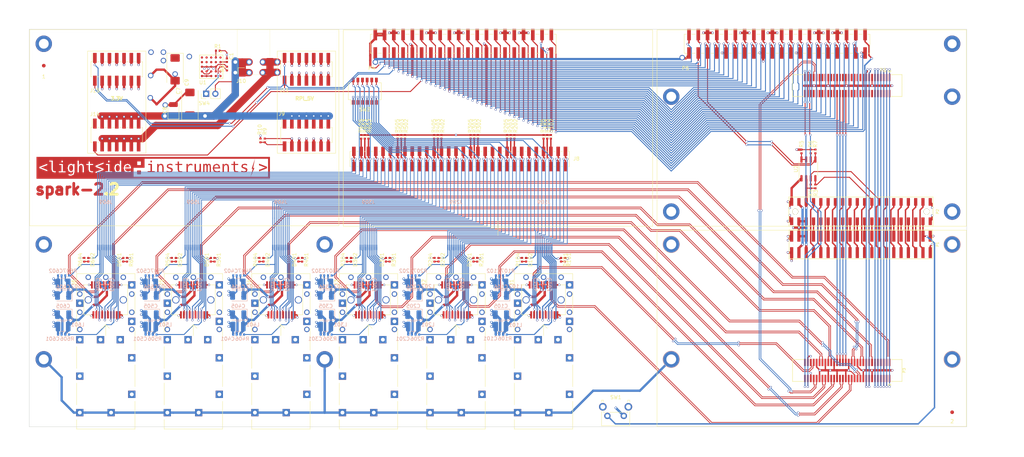
<source format=kicad_pcb>
(kicad_pcb (version 20211014) (generator pcbnew)
  (title_block (title "Spark ver. 2.2, (96Boards extension connector 6x SFP+)") (company "Lightside Instruments AS"))
  (layers (0 "F.Cu" signal) (1 "In1.Cu" mixed) (2 "In2.Cu" mixed) (31 "B.Cu" signal) (34 "B.Paste" user) (35 "F.Paste" user) (36 "B.SilkS" user "B.Silkscreen") (37 "F.SilkS" user "F.Silkscreen") (38 "B.Mask" user) (39 "F.Mask" user) (44 "Edge.Cuts" user))
  (net 0 "")
  (net 1 "+1V8")
  (net 2 "GND")
  (net 3 "+5V")
  (net 4 "I2C0_SCL")
  (net 5 "I2C0_SDA")
  (net 6 "I2C1_SCL")
  (net 7 "I2C1_SDA")
  (net 8 "PWR_BTN_N")
  (net 9 "RST_BTN_N")
  (net 10 "SYS_DCIN")
  (net 11 "GPIO_B")
  (net 12 "GPIO_A")
  (net 13 "SPIO_SCL")
  (net 14 "SPIO_DIN")
  (net 15 "SPIO_CS")
  (net 16 "SPIO_DOUT")
  (net 17 "PCM_FS")
  (net 18 "PCM_CLK")
  (net 19 "PCM_DO")
  (net 20 "PCM_DI")
  (net 21 "GPIO_D")
  (net 22 "GPIO_F")
  (net 23 "GPIO_H")
  (net 24 "GPIO_J")
  (net 25 "GPIO_L")
  (net 26 "UART1_TX")
  (net 27 "UART1_RX")
  (net 28 "GPIO_C")
  (net 29 "GPIO_E")
  (net 30 "GPIO_G")
  (net 31 "GPIO_I")
  (net 32 "GPIO_K")
  (net 33 "UART0_CTS")
  (net 34 "UART0_TX")
  (net 35 "UART0_RX")
  (net 36 "UART0_RTS")
  (net 37 "DSI_D0+")
  (net 38 "CSI0_D3-")
  (net 39 "DSI_D0-")
  (net 40 "CSI0_D3+")
  (net 41 "DSI_CLK-")
  (net 42 "CSI0_D2-")
  (net 43 "DSI_CLK+")
  (net 44 "CSI0_D2+")
  (net 45 "CSI0_D1-")
  (net 46 "+3.3V")
  (net 47 "CSI0_D1+")
  (net 51 "SD_DAT2")
  (net 52 "SD_DAT1")
  (net 53 "CSI0_C-")
  (net 54 "CSI0_C+")
  (net 56 "DSI_D3-")
  (net 57 "HSIC_DATA")
  (net 58 "I2C3_SCL")
  (net 59 "CSI1_D1-")
  (net 60 "CSI1_C-")
  (net 61 "DSI_D3+")
  (net 62 "I2C3_SDA")
  (net 63 "DSI_D1-")
  (net 64 "USB_D-")
  (net 65 "DSI_D2-")
  (net 66 "USB_D+")
  (net 67 "DSI_D1+")
  (net 68 "CSI1_D1+")
  (net 69 "CSI1_D0+")
  (net 70 "I2C2_SCL")
  (net 71 "DSI_D2+")
  (net 72 "CSI1_D0-")
  (net 73 "I2C2_SDA")
  (net 74 "CSI1_C+")
  (net 75 "HSIC_STR")
  (net 76 "SFP0_TX_FAULT")
  (net 77 "SFP0_TX_DISABLE")
  (net 78 "SFP0_SDA")
  (net 79 "SFP0_SCL")
  (net 80 "SFP0_MOD_ABS")
  (net 81 "SFP0_RS0")
  (net 82 "SFP0_RX_LOS")
  (net 83 "SFP0_RS1")
  (net 85 "Net-(D101-Pad2)")
  (net 86 "SFP0_ADM_LED")
  (net 87 "SFP0_ALARM_LED")
  (net 88 "Net-(D102-Pad2)")
  (net 89 "Net-(P4-Pad7)")
  (net 90 "Net-(P4-Pad8)")
  (net 91 "Net-(P4-Pad10)")
  (net 92 "Net-(P4-Pad12)")
  (net 93 "Net-(P4-Pad13)")
  (net 94 "Net-(P4-Pad15)")
  (net 95 "Net-(P4-Pad16)")
  (net 96 "Net-(P4-Pad18)")
  (net 97 "Net-(P4-Pad19)")
  (net 98 "Net-(P4-Pad21)")
  (net 99 "Net-(P4-Pad22)")
  (net 100 "Net-(P4-Pad23)")
  (net 101 "Net-(P4-Pad24)")
  (net 102 "Net-(P4-Pad26)")
  (net 103 "Net-(P4-Pad27)")
  (net 104 "Net-(P4-Pad28)")
  (net 105 "Net-(P4-Pad29)")
  (net 106 "Net-(P4-Pad31)")
  (net 107 "Net-(P4-Pad32)")
  (net 108 "Net-(P4-Pad33)")
  (net 109 "Net-(P4-Pad35)")
  (net 110 "Net-(P4-Pad36)")
  (net 111 "Net-(P4-Pad37)")
  (net 112 "Net-(P4-Pad38)")
  (net 113 "Net-(P4-Pad40)")
  (net 114 "SFP1_ADM_LED")
  (net 115 "Net-(D201-Pad2)")
  (net 116 "Net-(D202-Pad2)")
  (net 117 "SFP1_ALARM_LED")
  (net 118 "SFP1_TX_FAULT")
  (net 119 "SFP1_SDA")
  (net 120 "SFP1_SCL")
  (net 121 "SFP1_MOD_ABS")
  (net 122 "SFP1_RX_LOS")
  (net 123 "SFP1_RS1")
  (net 124 "SFP1_RS0")
  (net 125 "SFP1_TX_DISABLE")
  (net 126 "SFP0_VCC_T")
  (net 127 "SFP1_VCC_T")
  (net 128 "SFP0_VCC_R")
  (net 129 "SFP1_VCC_R")
  (net 130 "CHASSIS")
  (net 131 "SFP2_VCC_T")
  (net 132 "SFP2_VCC_R")
  (net 133 "SFP3_VCC_T")
  (net 134 "SFP3_VCC_R")
  (net 135 "SFP4_VCC_T")
  (net 136 "SFP4_VCC_R")
  (net 137 "SFP5_VCC_T")
  (net 138 "SFP5_VCC_R")
  (net 139 "SFP2_ADM_LED")
  (net 140 "Net-(D301-Pad2)")
  (net 141 "Net-(D302-Pad2)")
  (net 142 "SFP2_ALARM_LED")
  (net 143 "SFP3_ADM_LED")
  (net 144 "Net-(D401-Pad2)")
  (net 145 "Net-(D402-Pad2)")
  (net 146 "SFP3_ALARM_LED")
  (net 147 "SFP4_ADM_LED")
  (net 148 "Net-(D501-Pad2)")
  (net 149 "Net-(D502-Pad2)")
  (net 150 "SFP4_ALARM_LED")
  (net 151 "SFP5_ADM_LED")
  (net 152 "Net-(D601-Pad2)")
  (net 153 "Net-(D602-Pad2)")
  (net 154 "SFP5_ALARM_LED")
  (net 155 "SFP2_RS1")
  (net 156 "SFP2_RX_LOS")
  (net 157 "SFP2_RS0")
  (net 158 "SFP2_MOD_ABS")
  (net 159 "SFP2_SCL")
  (net 160 "SFP2_SDA")
  (net 161 "SFP2_TX_DISABLE")
  (net 162 "SFP2_TX_FAULT")
  (net 163 "SFP3_TX_FAULT")
  (net 164 "SFP3_TX_DISABLE")
  (net 165 "SFP3_SDA")
  (net 166 "SFP3_SCL")
  (net 167 "SFP3_MOD_ABS")
  (net 168 "SFP3_RS0")
  (net 169 "SFP3_RX_LOS")
  (net 170 "SFP3_RS1")
  (net 171 "SFP4_RS1")
  (net 172 "SFP4_RX_LOS")
  (net 173 "SFP4_RS0")
  (net 174 "SFP4_MOD_ABS")
  (net 175 "SFP4_SCL")
  (net 176 "SFP4_SDA")
  (net 177 "SFP4_TX_DISABLE")
  (net 178 "SFP4_TX_FAULT")
  (net 179 "SFP5_TX_FAULT")
  (net 180 "SFP5_TX_DISABLE")
  (net 181 "SFP5_SDA")
  (net 182 "SFP5_SCL")
  (net 183 "SFP5_MOD_ABS")
  (net 184 "SFP5_RS0")
  (net 185 "SFP5_RX_LOS")
  (net 186 "SFP5_RS1")
  (net 187 "Net-(C1-Pad1)")
  (net 188 "Net-(R1-Pad1)")
  (net 189 "Net-(U1-PadC4)")
  (net 190 "Net-(R2-Pad1)")
  (net 191 "RPI_I2C_SDA")
  (net 192 "RPI_I2C_SCL")
  (net 193 "Net-(R5-Pad2)")
  (net 194 "RPI_5V")
  (net 197 "CLK1{slash}CSI1_MCLK")
  (net 198 "CLK0{slash}CSI0_MCLK")
  (net 199 "SD_CMD{slash}SPI1_DIN")
  (net 200 "CSI0_D0-")
  (net 201 "SD_SCLK{slash}SPI1_SCLK")
  (net 202 "CSI0_D0+")
  (net 203 "SD_DAT3{slash}SPI1_CS")
  (net 204 "SD_DAT0{slash}SPI1_DOUT")
  (net 232 "/ENABLE_RPI_5V")
  (net 233 "+3V3")
  (net 236 "ENABLE_3.3V")
  (footprint "spark:molex-sfp-plus-747540-101" (layer "F.Cu") (at 157 109 90)
    (fp_text reference "J1")
    (fp_text value "SFP+")
  )
  (footprint "spark:61083-063400LF" (layer "F.Cu") (at 240.25 134.55 180)
    (fp_text reference "P3")
    (fp_text value "CONN_02X30")
  )
  (footprint "spark:Pin_Header_SMD_2x20_Pitch2mm" (layer "F.Cu") (at 263 101 -90)
    (fp_text reference "P1")
    (fp_text value "CONN_02X20")
  )
  (footprint "Capacitor_Tantalum_SMD:CP_EIA-7343-31_Kemet-D" (layer "F.Cu") (at 56 52 -90)
    (fp_text reference "C9")
    (fp_text value "220uF")
  )
  (footprint "Resistor_SMD:R_0402_1005Metric" (layer "F.Cu") (at 151.1 104.2 -90)
    (fp_text reference "R104")
    (fp_text value "1K")
  )
  (footprint "Resistor_SMD:R_0402_1005Metric" (layer "F.Cu") (at 138.8 104.2 -90)
    (fp_text reference "R201")
    (fp_text value "1K")
  )
  (footprint "Resistor_SMD:R_0402_1005Metric" (layer "F.Cu") (at 149 70.508606 -90)
    (fp_text reference "R202")
    (fp_text value "10K")
  )
  (footprint "Resistor_SMD:R_0402_1005Metric" (layer "F.Cu") (at 148 70.5 -90)
    (fp_text reference "R203")
    (fp_text value "10K")
  )
  (footprint "Resistor_SMD:R_0402_1005Metric" (layer "F.Cu") (at 147 70.5 -90)
    (fp_text reference "R205")
    (fp_text value "10K")
  )
  (footprint "spark:molex-sfp-plus-747540-101" (layer "F.Cu") (at 133 109 90)
    (fp_text reference "J2")
    (fp_text value "SFP+")
  )
  (footprint "LED_SMD:LED_0402_1005Metric" (layer "F.Cu") (at 128.2 104.2 -90)
    (fp_text reference "D202")
    (fp_text value "ALARM_LED")
  )
  (footprint "LED_SMD:LED_0402_1005Metric" (layer "F.Cu") (at 137.8 104.2 -90)
    (fp_text reference "D201")
    (fp_text value "ADM_LED")
  )
  (footprint "LED_SMD:LED_0402_1005Metric" (layer "F.Cu") (at 41.8 104.2 -90)
    (fp_text reference "D601")
    (fp_text value "ADM_LED")
  )
  (footprint "Resistor_SMD:R_0402_1005Metric" (layer "F.Cu") (at 42.8 104.2 -90)
    (fp_text reference "R601")
    (fp_text value "1K")
  )
  (footprint "LED_SMD:LED_0402_1005Metric" (layer "F.Cu") (at 32.2 104.2 -90)
    (fp_text reference "D602")
    (fp_text value "ALARM_LED")
  )
  (footprint "Resistor_SMD:R_0402_1005Metric" (layer "F.Cu") (at 31.1 104.2 -90)
    (fp_text reference "R604")
    (fp_text value "1K")
  )
  (footprint "Resistor_SMD:R_0402_1005Metric" (layer "F.Cu") (at 114.8 104.2 -90)
    (fp_text reference "R301")
    (fp_text value "1K")
  )
  (footprint "Resistor_SMD:R_0402_1005Metric" (layer "F.Cu") (at 103.1 104.2 -90)
    (fp_text reference "R304")
    (fp_text value "1K")
  )
  (footprint "LED_SMD:LED_0402_1005Metric" (layer "F.Cu") (at 104.2 104.2 -90)
    (fp_text reference "D302")
    (fp_text value "ALARM_LED")
  )
  (footprint "LED_SMD:LED_0402_1005Metric" (layer "F.Cu") (at 113.8 104.2 -90)
    (fp_text reference "D301")
    (fp_text value "ADM_LED")
  )
  (footprint "spark:molex-sfp-plus-747540-101" (layer "F.Cu") (at 109 109 90)
    (fp_text reference "J3")
    (fp_text value "SFP+")
  )
  (footprint "spark:molex-sfp-plus-747540-101" (layer "F.Cu") (at 85 109 90)
    (fp_text reference "J4")
    (fp_text value "SFP+")
  )
  (footprint "spark:molex-sfp-plus-747540-101" (layer "F.Cu") (at 61 109 90)
    (fp_text reference "J5")
    (fp_text value "SFP+")
  )
  (footprint "spark:molex-sfp-plus-747540-101" (layer "F.Cu") (at 37 109 90)
    (fp_text reference "J6")
    (fp_text value "SFP+")
  )
  (footprint "Resistor_SMD:R_0402_1005Metric" (layer "F.Cu") (at 108 70.5 -90)
    (fp_text reference "R603")
    (fp_text value "10K")
  )
  (footprint "Resistor_SMD:R_0402_1005Metric" (layer "F.Cu") (at 117 70.5 -90)
    (fp_text reference "R505")
    (fp_text value "10K")
  )
  (footprint "Resistor_SMD:R_0402_1005Metric" (layer "F.Cu") (at 119 70.5 -90)
    (fp_text reference "R502")
    (fp_text value "10K")
  )
  (footprint "spark:mount_hole" (layer "F.Cu") (at 164 45)
    (fp_text reference "" hide)
    (fp_text value "" hide)
  )
  (footprint "spark:mount_hole" (layer "F.Cu") (at 106 45)
    (fp_text reference "" hide)
    (fp_text value "" hide)
  )
  (footprint "Resistor_SMD:R_0402_1005Metric" (layer "F.Cu") (at 162.8 104.2 -90)
    (fp_text reference "R101")
    (fp_text value "1K")
  )
  (footprint "Resistor_SMD:R_0402_1005Metric" (layer "F.Cu") (at 159 70.5 -90)
    (fp_text reference "R102")
    (fp_text value "10K")
  )
  (footprint "Resistor_SMD:R_0402_1005Metric" (layer "F.Cu") (at 158 70.5 -90)
    (fp_text reference "R103")
    (fp_text value "10K")
  )
  (footprint "Connector_PinHeader_2.00mm:PinHeader_2x30_P2.00mm_Vertical_SMD" (layer "F.Cu") (at 134 76.585 -90)
    (fp_text reference "J8")
    (fp_text value "Conn_02x30_Odd_Even")
  )
  (footprint "Resistor_SMD:R_0402_1005Metric" (layer "F.Cu") (at 107 70.5 -90)
    (fp_text reference "R605")
    (fp_text value "10K")
  )
  (footprint "Resistor_SMD:R_0402_1005Metric" (layer "F.Cu") (at 79.1 104.2 -90)
    (fp_text reference "R404")
    (fp_text value "1K")
  )
  (footprint "Resistor_SMD:R_0402_1005Metric" (layer "F.Cu") (at 127.1 104.2 -90)
    (fp_text reference "R204")
    (fp_text value "1K")
  )
  (footprint "Resistor_SMD:R_0402_1005Metric" (layer "F.Cu") (at 109 70.5 -90)
    (fp_text reference "R602")
    (fp_text value "10K")
  )
  (footprint "Resistor_SMD:R_0402_1005Metric" (layer "F.Cu") (at 157 70.5 -90)
    (fp_text reference "R105")
    (fp_text value "10K")
  )
  (footprint "spark:PJ1-021-SMT-TR" (layer "F.Cu") (at 77 45)
    (fp_text reference "J10")
    (fp_text value "Barrel_Jack")
  )
  (footprint "Button_Switch_THT:SW_Tactile_SPST_Angled_PTS645Vx83-2LFS" (layer "F.Cu") (at 179 147 180)
    (fp_text reference "SW1")
    (fp_text value "SW_Push")
  )
  (footprint "Button_Switch_SMD:SW_DIP_SPSTx06_Slide_Omron_A6H-6101_W6.15mm_P1.27mm" (layer "F.Cu") (at 108 58 90)
    (fp_text reference "SW2")
    (fp_text value "SW_DIP_x06")
  )
  (footprint "spark:mount_hole" (layer "F.Cu") (at 192 45)
    (fp_text reference "" hide)
    (fp_text value "" hide)
  )
  (footprint "spark:Hole_2.5MM" (layer "F.Cu") (at 269 45)
    (fp_text reference "REF**" hide)
    (fp_text value "Hole_2.5MM" hide)
  )
  (footprint "spark:5177983-2" (layer "F.Cu") (at 240.25 56.45 180)
    (fp_text reference "P6")
    (fp_text value "CONN_02X30")
  )
  (footprint "spark:stencil_hole_3mm" (layer "F.Cu") (at 20 140.5)
    (fp_text reference "REF**" hide)
    (fp_text value "stencil_hole_3mm" hide)
  )
  (footprint "Capacitor_Tantalum_SMD:CP_EIA-7343-31_Kemet-D" (layer "F.Cu") (at 60.05 61.45 90)
    (fp_text reference "C7")
    (fp_text value "330uF")
  )
  (footprint "spark:stencil_hole_3mm" (layer "F.Cu") (at 20 59)
    (fp_text reference "REF**" hide)
    (fp_text value "stencil_hole_3mm" hide)
  )
  (footprint "Capacitor_SMD:C_0402_1005Metric" (layer "F.Cu") (at 70.2 49.5 90)
    (fp_text reference "C1")
    (fp_text value "C")
  )
  (footprint "Resistor_SMD:R_0402_1005Metric" (layer "F.Cu") (at 67.7 46.9)
    (fp_text reference "R1")
    (fp_text value "13K3")
  )
  (footprint "Resistor_SMD:R_0402_1005Metric" (layer "F.Cu") (at 70.2 51.8 90)
    (fp_text reference "R2")
    (fp_text value "10K")
  )
  (footprint "spark:Analog_Devices_Inc-BGA-0-05-08-1905_Rev_C-0" (layer "F.Cu") (at 65.9 51.3 -90)
    (fp_text reference "U1")
    (fp_text value "LTM4624IYPBF" hide)
  )
  (footprint "Connector_PinHeader_2.54mm:PinHeader_1x02_P2.54mm_Vertical" (layer "F.Cu") (at 64.5 58.7 90)
    (fp_text reference "SW4")
    (fp_text value "SW_DIP_x01")
  )
  (footprint "LED_SMD:LED_0402_1005Metric" (layer "F.Cu") (at 161.8 104.2 -90)
    (fp_text reference "D101")
    (fp_text value "ADM_LED")
  )
  (footprint "LED_SMD:LED_0402_1005Metric" (layer "F.Cu") (at 152.2 104.2 -90)
    (fp_text reference "D102")
    (fp_text value "ALARM_LED")
  )
  (footprint "Resistor_SMD:R_0402_1005Metric" (layer "F.Cu") (at 231.505 84.1 90)
    (fp_text reference "R3")
    (fp_text value "4K7")
  )
  (footprint "Resistor_SMD:R_0402_1005Metric" (layer "F.Cu") (at 230.235 84.1 90)
    (fp_text reference "R4")
    (fp_text value "4K7")
  )
  (footprint "Resistor_SMD:R_0402_1005Metric" (layer "F.Cu") (at 227.695 74.5 -90)
    (fp_text reference "R5")
    (fp_text value "200K")
  )
  (footprint "Resistor_SMD:R_0402_1005Metric" (layer "F.Cu") (at 230.235 74.5 -90)
    (fp_text reference "R6")
    (fp_text value "4K7")
  )
  (footprint "Resistor_SMD:R_0402_1005Metric" (layer "F.Cu") (at 231.505 74.5 -90)
    (fp_text reference "R7")
    (fp_text value "4K7")
  )
  (footprint "Package_SO:SO-8_3.9x4.9mm_P1.27mm" (layer "F.Cu") (at 229.6 79.3 90)
    (fp_text reference "U2")
    (fp_text value "PCA9306")
  )
  (footprint "Capacitor_Tantalum_SMD:CP_EIA-3528-21_Kemet-B" (layer "F.Cu") (at 55.55 63.2 90)
    (fp_text reference "C8")
    (fp_text value "22uF")
  )
  (footprint "spark:Socket_Strip_SMD_2x20_Pitch2mm_Alignment_Pin" (layer "F.Cu") (at 263 90 -90)
    (fp_text reference "P2")
    (fp_text value "Conn_02x20_Odd_Even")
  )
  (footprint "spark:PinSocket_2x20_P2.54mm_Vertical_Inverted_SMD_Alignment_Pin" (layer "F.Cu") (at 135 45 90)
    (fp_text reference "P4")
    (fp_text value "Conn_02x20_Odd_Even")
  )
  (footprint "spark:PinSocket_2x20_P2.54mm_Vertical_Inverted_SMD_Alignment_Pin" (layer "F.Cu") (at 221 45 90)
    (fp_text reference "P5")
    (fp_text value "Conn_02x20_Odd_Even")
  )
  (footprint "Fiducial:Fiducial_1mm_Mask3mm" (layer "F.Cu") (at 20 51)
    (fp_text reference "1")
    (fp_text value "Fiducial_1mm_Mask3mm")
  )
  (footprint "Fiducial:Fiducial_1mm_Mask3mm" (layer "F.Cu") (at 269 146)
    (fp_text reference "2")
    (fp_text value "Fiducial_1mm_Mask3mm")
  )
  (footprint "Connector_PinSocket_2.00mm:PinSocket_2x07_P2.00mm_Vertical_SMD" (layer "F.Cu") (at 92 70 90)
    (fp_text reference "J9")
    (fp_text value "Conn_02x07_Odd_Even")
  )
  (footprint "Connector_PinSocket_2.00mm:PinSocket_2x07_P2.00mm_Vertical_SMD" (layer "F.Cu") (at 92 52 90)
    (fp_text reference "J11")
    (fp_text value "Conn_02x07_Odd_Even")
  )
  (footprint "spark:lightside-instruments-logo" (layer "F.Cu") (at 50 79)
    (fp_text reference "")
    (fp_text value "")
  )
  (footprint "Resistor_SMD:R_0402_1005Metric" (layer "F.Cu") (at 118 70.5 -90)
    (fp_text reference "R503")
    (fp_text value "10K")
  )
  (footprint "LED_SMD:LED_0402_1005Metric" (layer "F.Cu") (at 56.2 104.2 -90)
    (fp_text reference "D502")
    (fp_text value "ALARM_LED")
  )
  (footprint "Resistor_SMD:R_0402_1005Metric" (layer "F.Cu") (at 129 70.5 -90)
    (fp_text reference "R402")
    (fp_text value "10K")
  )
  (footprint "Resistor_SMD:R_0402_1005Metric" (layer "F.Cu") (at 55.1 104.2 -90)
    (fp_text reference "R504")
    (fp_text value "1K")
  )
  (footprint "Connector_PinSocket_2.00mm:PinSocket_2x07_P2.00mm_Vertical_SMD" (layer "F.Cu") (at 40 52 90)
    (fp_text reference "J15")
    (fp_text value "Conn_02x07_Odd_Even")
  )
  (footprint "Resistor_SMD:R_0402_1005Metric" (layer "F.Cu") (at 127 70.5 -90)
    (fp_text reference "R405")
    (fp_text value "10K")
  )
  (footprint "Resistor_SMD:R_0402_1005Metric" (layer "F.Cu") (at 138 70.5 -90)
    (fp_text reference "R303")
    (fp_text value "10K")
  )
  (footprint "Resistor_SMD:R_0402_1005Metric" (layer "F.Cu") (at 128 70.5 -90)
    (fp_text reference "R403")
    (fp_text value "10K")
  )
  (footprint "Resistor_SMD:R_0402_1005Metric" (layer "F.Cu") (at 79.4 71.5 -90)
    (fp_text reference "R9")
    (fp_text value "10K")
  )
  (footprint "spark:mount_hole" (layer "F.Cu") (at 250 45)
    (fp_text reference "" hide)
    (fp_text value "" hide)
  )
  (footprint "Resistor_SMD:R_0402_1005Metric" (layer "F.Cu") (at 137 70.5 -90)
    (fp_text reference "R305")
    (fp_text value "10K")
  )
  (footprint "LED_SMD:LED_0402_1005Metric" (layer "F.Cu") (at 65.8 104.2 -90)
    (fp_text reference "D501")
    (fp_text value "ADM_LED")
  )
  (footprint "Resistor_SMD:R_0402_1005Metric" (layer "F.Cu") (at 90.8 104.2 -90)
    (fp_text reference "R401")
    (fp_text value "1K")
  )
  (footprint "Connector_PinSocket_2.00mm:PinSocket_2x07_P2.00mm_Vertical_SMD" (layer "F.Cu") (at 40 70 90)
    (fp_text reference "J14")
    (fp_text value "Conn_02x07_Odd_Even")
  )
  (footprint "Resistor_SMD:R_0402_1005Metric" (layer "F.Cu") (at 139 70.5 -90)
    (fp_text reference "R302")
    (fp_text value "10K")
  )
  (footprint "Resistor_SMD:R_0402_1005Metric" (layer "F.Cu") (at 80.6 71.5 90)
    (fp_text reference "R10")
    (fp_text value "7K15")
  )
  (footprint "LED_SMD:LED_0402_1005Metric" (layer "F.Cu") (at 80.2 104.2 -90)
    (fp_text reference "D402")
    (fp_text value "ALARM_LED")
  )
  (footprint "LED_SMD:LED_0402_1005Metric" (layer "F.Cu") (at 89.8 104.2 -90)
    (fp_text reference "D401")
    (fp_text value "ADM_LED")
  )
  (footprint "Resistor_SMD:R_0402_1005Metric" (layer "F.Cu") (at 66.8 104.2 -90)
    (fp_text reference "R501")
    (fp_text value "1K")
  )
  (footprint "spark:96Boards_CE_outline_std_brick" (layer "B.Cu") (at 101 150 180)
    (fp_text reference "REF**" hide)
    (fp_text value "96Boards CE Outline Brick" hide)
  )
  (footprint "Inductor_SMD:L_1210_3225Metric" (layer "B.Cu") (at 145.3 122.5)
    (fp_text reference "L101")
    (fp_text value "4.7uH")
  )
  (footprint "spark:sfp_header" (layer "B.Cu") (at 157 100.75 180)
    (fp_text reference "J109")
    (fp_text value "Conn_01x10" hide)
  )
  (footprint "Capacitor_SMD:C_0402_1005Metric" (layer "B.Cu") (at 120.4 124.7)
    (fp_text reference "C201")
    (fp_text value "100nF")
  )
  (footprint "spark:sfp_header" (layer "B.Cu") (at 133 100.75 180)
    (fp_text reference "J209")
    (fp_text value "Conn_01x10" hide)
  )
  (footprint "Inductor_SMD:L_1210_3225Metric" (layer "B.Cu") (at 121.3 122.5)
    (fp_text reference "L201")
    (fp_text value "4.7uH")
  )
  (footprint "Inductor_SMD:L_1210_3225Metric" (layer "B.Cu") (at 121.3 110.7)
    (fp_text reference "L202")
    (fp_text value "4.7uH")
  )
  (footprint "Resistor_SMD:R_0402_1005Metric" (layer "B.Cu") (at 122.4 124.7)
    (fp_text reference "R206")
    (fp_text value "10K")
  )
  (footprint "spark:96Boards_CE_outline_std" (layer "B.Cu") (at 273 150 180)
    (fp_text reference "REF**" hide)
    (fp_text value "96Boards CE Outline Standard" hide)
  )
  (footprint "Capacitor_SMD:C_0402_1005Metric" (layer "B.Cu") (at 133.5 111 90)
    (fp_text reference "C203")
    (fp_text value "100nF")
  )
  (footprint "Capacitor_SMD:C_0402_1005Metric" (layer "B.Cu") (at 120.4 108.5)
    (fp_text reference "C202")
    (fp_text value "100nF")
  )
  (footprint "Capacitor_SMD:C_0402_1005Metric" (layer "B.Cu") (at 132 111 90)
    (fp_text reference "C204")
    (fp_text value "100nF")
  )
  (footprint "Resistor_SMD:R_0402_1005Metric" (layer "B.Cu") (at 122.4 108.5)
    (fp_text reference "R207")
    (fp_text value "10K")
  )
  (footprint "Capacitor_SMD:C_0402_1005Metric" (layer "B.Cu") (at 24.4 124.7)
    (fp_text reference "C601")
    (fp_text value "100nF")
  )
  (footprint "Capacitor_SMD:C_0402_1005Metric" (layer "B.Cu") (at 37.5 111 90)
    (fp_text reference "C603")
    (fp_text value "100nF")
  )
  (footprint "Capacitor_SMD:C_0402_1005Metric" (layer "B.Cu") (at 24.4 108.5)
    (fp_text reference "C602")
    (fp_text value "100nF")
  )
  (footprint "Resistor_SMD:R_0402_1005Metric" (layer "B.Cu") (at 26.4 124.7)
    (fp_text reference "R606")
    (fp_text value "10K")
  )
  (footprint "Resistor_SMD:R_0402_1005Metric" (layer "B.Cu") (at 26.4 108.5)
    (fp_text reference "R607")
    (fp_text value "10K")
  )
  (footprint "Inductor_SMD:L_1210_3225Metric" (layer "B.Cu") (at 25.3 110.7)
    (fp_text reference "L602")
    (fp_text value "4.7uH")
  )
  (footprint "Capacitor_SMD:C_0402_1005Metric" (layer "B.Cu") (at 36 111 90)
    (fp_text reference "C604")
    (fp_text value "100nF")
  )
  (footprint "Inductor_SMD:L_1210_3225Metric" (layer "B.Cu") (at 25.3 122.5)
    (fp_text reference "L601")
    (fp_text value "4.7uH")
  )
  (footprint "spark:sfp_header" (layer "B.Cu") (at 37 100.75 180)
    (fp_text reference "J609")
    (fp_text value "Conn_01x10" hide)
  )
  (footprint "Inductor_SMD:L_1210_3225Metric" (layer "B.Cu") (at 97.3 110.7)
    (fp_text reference "L302")
    (fp_text value "4.7uH")
  )
  (footprint "Inductor_SMD:L_1210_3225Metric" (layer "B.Cu") (at 97.3 122.5)
    (fp_text reference "L301")
    (fp_text value "4.7uH")
  )
  (footprint "spark:sfp_header" (layer "B.Cu") (at 109 100.75 180)
    (fp_text reference "J309")
    (fp_text value "Conn_01x10" hide)
  )
  (footprint "Capacitor_SMD:C_0402_1005Metric" (layer "B.Cu") (at 109.5 111 90)
    (fp_text reference "C303")
    (fp_text value "100nF")
  )
  (footprint "Capacitor_SMD:C_0402_1005Metric" (layer "B.Cu") (at 96.4 124.7)
    (fp_text reference "C301")
    (fp_text value "100nF")
  )
  (footprint "Capacitor_SMD:C_0402_1005Metric" (layer "B.Cu") (at 96.4 108.5)
    (fp_text reference "C302")
    (fp_text value "100nF")
  )
  (footprint "Resistor_SMD:R_0402_1005Metric" (layer "B.Cu") (at 98.4 124.7)
    (fp_text reference "R306")
    (fp_text value "10K")
  )
  (footprint "Resistor_SMD:R_0402_1005Metric" (layer "B.Cu") (at 98.4 108.5)
    (fp_text reference "R307")
    (fp_text value "10K")
  )
  (footprint "Capacitor_SMD:C_0402_1005Metric" (layer "B.Cu") (at 108 111 90)
    (fp_text reference "C304")
    (fp_text value "100nF")
  )
  (footprint "Capacitor_SMD:C_0402_1005Metric" (layer "B.Cu") (at 144.4 108.5)
    (fp_text reference "C102")
    (fp_text value "100nF")
  )
  (footprint "Capacitor_SMD:C_0402_1005Metric" (layer "B.Cu") (at 157.5 111 90)
    (fp_text reference "C103")
    (fp_text value "100nF")
  )
  (footprint "Capacitor_SMD:C_0402_1005Metric" (layer "B.Cu") (at 156 111 90)
    (fp_text reference "C104")
    (fp_text value "100nF")
  )
  (footprint "Resistor_SMD:R_0402_1005Metric" (layer "B.Cu") (at 146.4 124.7)
    (fp_text reference "R106")
    (fp_text value "10K")
  )
  (footprint "Resistor_SMD:R_0402_1005Metric" (layer "B.Cu") (at 146.4 108.5)
    (fp_text reference "R107")
    (fp_text value "10K")
  )
  (footprint "Inductor_SMD:L_1210_3225Metric" (layer "B.Cu") (at 145.3 110.7)
    (fp_text reference "L102")
    (fp_text value "4.7uH")
  )
  (footprint "Capacitor_SMD:C_0402_1005Metric" (layer "B.Cu") (at 144.4 124.7)
    (fp_text reference "C101")
    (fp_text value "100nF")
  )
  (footprint "spark:96Boards_CE_outline_std_brick" (layer "B.Cu") (at 188 41)
    (fp_text reference "REF**" hide)
    (fp_text value "96Boards CE Outline Brick" hide)
  )
  (footprint "spark:96Boards_CE_outline_std_brick_corner" (layer "B.Cu") (at 101 95 180)
    (fp_text reference "REF**" hide)
    (fp_text value "96Boards CE Outline Brick Top" hide)
  )
  (footprint "Capacitor_Tantalum_SMD:CP_EIA-3528-21_Kemet-B" (layer "B.Cu") (at 145.3 119.25 180)
    (fp_text reference "C105")
    (fp_text value "22uF")
  )
  (footprint "Capacitor_Tantalum_SMD:CP_EIA-3528-21_Kemet-B" (layer "B.Cu") (at 145.3 114 180)
    (fp_text reference "C106")
    (fp_text value "22uF")
  )
  (footprint "Capacitor_Tantalum_SMD:CP_EIA-3528-21_Kemet-B" (layer "B.Cu") (at 121.3 119.25 180)
    (fp_text reference "C205")
    (fp_text value "22uF")
  )
  (footprint "Capacitor_Tantalum_SMD:CP_EIA-3528-21_Kemet-B" (layer "B.Cu") (at 121.3 114 180)
    (fp_text reference "C206")
    (fp_text value "22uF")
  )
  (footprint "Capacitor_Tantalum_SMD:CP_EIA-3528-21_Kemet-B" (layer "B.Cu") (at 97.3 119.25 180)
    (fp_text reference "C305")
    (fp_text value "22uF")
  )
  (footprint "Capacitor_Tantalum_SMD:CP_EIA-3528-21_Kemet-B" (layer "B.Cu") (at 97.3 114 180)
    (fp_text reference "C306")
    (fp_text value "22uF")
  )
  (footprint "Capacitor_Tantalum_SMD:CP_EIA-3528-21_Kemet-B" (layer "B.Cu") (at 73.3 119.25 180)
    (fp_text reference "C405")
    (fp_text value "22uF")
  )
  (footprint "Capacitor_Tantalum_SMD:CP_EIA-3528-21_Kemet-B" (layer "B.Cu") (at 73.3 114 180)
    (fp_text reference "C406")
    (fp_text value "22uF")
  )
  (footprint "Capacitor_Tantalum_SMD:CP_EIA-3528-21_Kemet-B" (layer "B.Cu") (at 49.3 119.25 180)
    (fp_text reference "C505")
    (fp_text value "22uF")
  )
  (footprint "Capacitor_Tantalum_SMD:CP_EIA-3528-21_Kemet-B" (layer "B.Cu") (at 49.3 114 180)
    (fp_text reference "C506")
    (fp_text value "22uF")
  )
  (footprint "Capacitor_Tantalum_SMD:CP_EIA-3528-21_Kemet-B" (layer "B.Cu") (at 25.3 119.25 180)
    (fp_text reference "C605")
    (fp_text value "22uF")
  )
  (footprint "Capacitor_Tantalum_SMD:CP_EIA-3528-21_Kemet-B" (layer "B.Cu") (at 25.3 114 180)
    (fp_text reference "C606")
    (fp_text value "22uF")
  )
  (footprint "Inductor_SMD:L_1210_3225Metric" (layer "B.Cu") (at 49.3 122.5)
    (fp_text reference "L501")
    (fp_text value "4.7uH")
  )
  (footprint "spark:sfp_header" (layer "B.Cu") (at 61 100.75 180)
    (fp_text reference "J509")
    (fp_text value "Conn_01x10" hide)
  )
  (footprint "Capacitor_SMD:C_0402_1005Metric" (layer "B.Cu") (at 48.4 108.5)
    (fp_text reference "C502")
    (fp_text value "100nF")
  )
  (footprint "Inductor_SMD:L_1210_3225Metric" (layer "B.Cu") (at 73.3 122.5)
    (fp_text reference "L401")
    (fp_text value "4.7uH")
  )
  (footprint "Resistor_SMD:R_0402_1005Metric" (layer "B.Cu") (at 74.4 124.7)
    (fp_text reference "R406")
    (fp_text value "10K")
  )
  (footprint "Capacitor_SMD:C_0402_1005Metric" (layer "B.Cu") (at 72.4 124.7)
    (fp_text reference "C401")
    (fp_text value "100nF")
  )
  (footprint "Resistor_SMD:R_0402_1005Metric" (layer "B.Cu") (at 50.4 108.5)
    (fp_text reference "R507")
    (fp_text value "10K")
  )
  (footprint "spark:sfp_header" (layer "B.Cu") (at 85 100.75 180)
    (fp_text reference "J409")
    (fp_text value "Conn_01x10" hide)
  )
  (footprint "Capacitor_SMD:C_0402_1005Metric" (layer "B.Cu") (at 60 111 90)
    (fp_text reference "C504")
    (fp_text value "100nF")
  )
  (footprint "Inductor_SMD:L_1210_3225Metric" (layer "B.Cu") (at 73.3 110.7)
    (fp_text reference "L402")
    (fp_text value "4.7uH")
  )
  (footprint "Capacitor_SMD:C_0402_1005Metric" (layer "B.Cu") (at 85.5 111 90)
    (fp_text reference "C403")
    (fp_text value "100nF")
  )
  (footprint "Resistor_SMD:R_0402_1005Metric" (layer "B.Cu") (at 50.4 124.7)
    (fp_text reference "R506")
    (fp_text value "10K")
  )
  (footprint "Capacitor_SMD:C_0402_1005Metric" (layer "B.Cu") (at 48.4 124.7)
    (fp_text reference "C501")
    (fp_text value "100nF")
  )
  (footprint "Capacitor_SMD:C_0402_1005Metric" (layer "B.Cu") (at 61.5 111 90)
    (fp_text reference "C503")
    (fp_text value "100nF")
  )
  (footprint "Inductor_SMD:L_1210_3225Metric" (layer "B.Cu") (at 49.3 110.7)
    (fp_text reference "L502")
    (fp_text value "4.7uH")
  )
  (footprint "Capacitor_SMD:C_0402_1005Metric" (layer "B.Cu") (at 84 111 90)
    (fp_text reference "C404")
    (fp_text value "100nF")
  )
  (footprint "Resistor_SMD:R_0402_1005Metric" (layer "B.Cu") (at 74.4 108.5)
    (fp_text reference "R407")
    (fp_text value "10K")
  )
  (footprint "Capacitor_SMD:C_0402_1005Metric" (layer "B.Cu") (at 72.4 108.5)
    (fp_text reference "C402")
    (fp_text value "100nF")
  )
  (gr_rect (start 84 47) (end 100 75) (layer "F.SilkS") (width 0.12) (fill none))
  (gr_rect (start 272.9 96.1) (end 188.1 149.9) (layer "F.SilkS") (width 0.12) (fill none))
  (gr_line (start 146.5 95.5) (end 142.5 95.5) (layer "F.SilkS") (width 0.12))
  (gr_rect (start 100.9 41.1) (end 16.1 94.9) (layer "F.SilkS") (width 0.12) (fill none))
  (gr_rect (start 186.9 41.2) (end 102.1 95) (layer "F.SilkS") (width 0.12) (fill none))
  (gr_rect (start 32 47) (end 48 75) (layer "F.SilkS") (width 0.12) (fill none))
  (gr_line (start 144.5 93.5) (end 144.5 97.5) (layer "F.SilkS") (width 0.12))
  (gr_rect (start 272.9 41.2) (end 188.1 95) (layer "F.SilkS") (width 0.12) (fill none))
  (gr_line (start 273 41) (end 16 41) (layer "Edge.Cuts") (width 0.1))
  (gr_line (start 273 150) (end 273 41) (layer "Edge.Cuts") (width 0.1))
  (gr_line (start 16 150) (end 273 150) (layer "Edge.Cuts") (width 0.1))
  (gr_line (start 16 41) (end 16 150) (layer "Edge.Cuts") (width 0.1))
  (gr_text "spark-2" (at 37 84.9) (layer "F.Cu") (effects (font (size 3 3) (thickness 0.75)) (justify right)))
  (gr_text "RPI_5V" (at 91.5 60) (layer "F.SilkS") (effects (font (size 1 1) (thickness 0.25))))
  (gr_text ".2" (at 41.2 84.9) (layer "F.SilkS") (effects (font (size 3 3) (thickness 0.75)) (justify right)))
  (gr_text "3.3V" (at 40 60) (layer "F.SilkS") (effects (font (size 1 1) (thickness 0.25))))
  (segment (start 229 102.25) (end 229 101) (width 0.381) (layer "F.Cu") (net 1))
  (segment (start 229 102.25) (end 229 100) (width 0.635) (layer "F.Cu") (net 1))
  (segment (start 229 88.35) (end 229 84.6) (width 0.635) (layer "F.Cu") (net 1))
  (segment (start 229 84.6) (end 229 82.24) (width 0.635) (layer "F.Cu") (net 1))
  (segment (start 231.505 84.585) (end 229.015 84.585) (width 0.254) (layer "F.Cu") (net 1))
  (segment (start 229.015 84.585) (end 229 84.6) (width 0.254) (layer "F.Cu") (net 1))
  (segment (start 229 88.35) (end 229 90) (width 0.635) (layer "F.Cu") (net 1))
  (via (at 229 100) (size 0.6) (drill 0.4) (layers "F.Cu" "B.Cu") (net 1))
  (via (at 229 90) (size 0.6) (drill 0.4) (layers "F.Cu" "B.Cu") (net 1))
  (segment (start 229 100) (end 229 90) (width 0.635) (layer "B.Cu") (net 1))
  (segment (start 153.2 111.1) (end 152.4 111.1) (width 0.381) (layer "F.Cu") (net 2))
  (segment (start 160.4 111.1) (end 161.3 111.1) (width 0.381) (layer "F.Cu") (net 2))
  (segment (start 155.6 109.85) (end 155.5 109.75) (width 0.254) (layer "F.Cu") (net 2))
  (segment (start 153.2 119.3) (end 153 119.5) (width 0.381) (layer "F.Cu") (net 2))
  (segment (start 153.6 119.3) (end 153.2 119.3) (width 0.381) (layer "F.Cu") (net 2))
  (segment (start 161.5 119.369) (end 161.5 120) (width 0.381) (layer "F.Cu") (net 2))
  (segment (start 160.8 119.3) (end 161.431 119.3) (width 0.381) (layer "F.Cu") (net 2))
  (segment (start 161.431 119.3) (end 161.5 119.369) (width 0.381) (layer "F.Cu") (net 2))
  (segment (start 235.05 136.75) (end 235.05 134.7) (width 0.381) (layer "F.Cu") (net 2))
  (segment (start 235.05 134.7) (end 235.25 134.5) (width 0.381) (layer "F.Cu") (net 2))
  (segment (start 232.65 136.75) (end 232.65 134.6) (width 0.381) (layer "F.Cu") (net 2))
  (segment (start 232.65 134.6) (end 232.75 134.5) (width 0.381) (layer "F.Cu") (net 2))
  (segment (start 244.65 134.6) (end 244.75 134.5) (width 0.381) (layer "F.Cu") (net 2))
  (segment (start 244.65 136.75) (end 244.65 134.6) (width 0.381) (layer "F.Cu") (net 2))
  (segment (start 247.05 136.75) (end 247.05 134.5) (width 0.381) (layer "F.Cu") (net 2))
  (segment (start 236.65 132.35) (end 236.65 134.35) (width 0.381) (layer "F.Cu") (net 2))
  (segment (start 225 102.25) (end 225 104.5) (width 0.635) (layer "F.Cu") (net 2))
  (segment (start 131.5 111) (end 131.6 111.1) (width 0.381) (layer "F.Cu") (net 2))
  (segment (start 131.5 109.75) (end 131.5 111) (width 0.381) (layer "F.Cu") (net 2))
  (segment (start 137.5 119.369) (end 137.5 120) (width 0.381) (layer "F.Cu") (net 2))
  (segment (start 129.6 119.3) (end 129.2 119.3) (width 0.381) (layer "F.Cu") (net 2))
  (segment (start 131.6 109.85) (end 131.5 109.75) (width 0.254) (layer "F.Cu") (net 2))
  (segment (start 137.431 119.3) (end 137.5 119.369) (width 0.381) (layer "F.Cu") (net 2))
  (segment (start 136.8 119.3) (end 137.431 119.3) (width 0.381) (layer "F.Cu") (net 2))
  (segment (start 129.2 119.3) (end 129 119.5) (width 0.381) (layer "F.Cu") (net 2))
  (segment (start 129.2 111.1) (end 128.4 111.1) (width 0.381) (layer "F.Cu") (net 2))
  (segment (start 134 111.1) (end 134 109.75) (width 0.381) (layer "F.Cu") (net 2))
  (segment (start 136.4 111.1) (end 137.3 111.1) (width 0.381) (layer "F.Cu") (net 2))
  (segment (start 155.5 111) (end 155.6 111.1) (width 0.381) (layer "F.Cu") (net 2))
  (segment (start 161.5 119.369) (end 161.5 120) (width 0.381) (layer "F.Cu") (net 2))
  (segment (start 153.6 119.3) (end 153.2 119.3) (width 0.381) (layer "F.Cu") (net 2))
  (segment (start 155.6 109.85) (end 155.5 109.75) (width 0.254) (layer "F.Cu") (net 2))
  (segment (start 161.431 119.3) (end 161.5 119.369) (width 0.381) (layer "F.Cu") (net 2))
  (segment (start 160.8 119.3) (end 161.431 119.3) (width 0.381) (layer "F.Cu") (net 2))
  (segment (start 153.2 119.3) (end 153 119.5) (width 0.381) (layer "F.Cu") (net 2))
  (segment (start 153.2 111.1) (end 152.4 111.1) (width 0.381) (layer "F.Cu") (net 2))
  (segment (start 158 111.1) (end 158 109.75) (width 0.381) (layer "F.Cu") (net 2))
  (segment (start 160.4 111.1) (end 161.3 111.1) (width 0.381) (layer "F.Cu") (net 2))
  (segment (start 155.5 109.75) (end 155.5 111) (width 0.381) (layer "F.Cu") (net 2))
  (segment (start 33.2 119.3) (end 33 119.5) (width 0.381) (layer "F.Cu") (net 2))
  (segment (start 33.2 111.1) (end 32.4 111.1) (width 0.381) (layer "F.Cu") (net 2))
  (segment (start 41.431 119.3) (end 41.5 119.369) (width 0.381) (layer "F.Cu") (net 2))
  (segment (start 40.8 119.3) (end 41.431 119.3) (width 0.381) (layer "F.Cu") (net 2))
  (segment (start 35.5 109.75) (end 35.5 111) (width 0.381) (layer "F.Cu") (net 2))
  (segment (start 35.6 109.85) (end 35.5 109.75) (width 0.254) (layer "F.Cu") (net 2))
  (segment (start 38 111.1) (end 38 109.75) (width 0.381) (layer "F.Cu") (net 2))
  (segment (start 40.4 111.1) (end 41.3 111.1) (width 0.381) (layer "F.Cu") (net 2))
  (segment (start 35.5 111) (end 35.6 111.1) (width 0.381) (layer "F.Cu") (net 2))
  (segment (start 41.5 119.369) (end 41.5 120) (width 0.381) (layer "F.Cu") (net 2))
  (segment (start 33.6 119.3) (end 33.2 119.3) (width 0.381) (layer "F.Cu") (net 2))
  (segment (start 107.5 109.75) (end 107.5 111) (width 0.381) (layer "F.Cu") (net 2))
  (segment (start 105.6 119.3) (end 105.2 119.3) (width 0.381) (layer "F.Cu") (net 2))
  (segment (start 112.4 111.1) (end 113.3 111.1) (width 0.381) (layer "F.Cu") (net 2))
  (segment (start 110 111.1) (end 110 109.75) (width 0.381) (layer "F.Cu") (net 2))
  (segment (start 105.2 119.3) (end 105 119.5) (width 0.381) (layer "F.Cu") (net 2))
  (segment (start 113.5 119.369) (end 113.5 120) (width 0.381) (layer "F.Cu") (net 2))
  (segment (start 107.5 111) (end 107.6 111.1) (width 0.381) (layer "F.Cu") (net 2))
  (segment (start 107.6 109.85) (end 107.5 109.75) (width 0.254) (layer "F.Cu") (net 2))
  (segment (start 112.8 119.3) (end 113.431 119.3) (width 0.381) (layer "F.Cu") (net 2))
  (segment (start 113.431 119.3) (end 113.5 119.369) (width 0.381) (layer "F.Cu") (net 2))
  (segment (start 105.2 111.1) (end 104.4 111.1) (width 0.381) (layer "F.Cu") (net 2))
  (segment (start 135 47.525) (end 135 59.525) (width 0.254) (layer "F.Cu") (net 2))
  (segment (start 126.11 44.255) (end 126.11 42.255) (width 0.254) (layer "F.Cu") (net 2))
  (segment (start 127.38 45.525) (end 126.11 44.255) (width 0.254) (layer "F.Cu") (net 2))
  (segment (start 127.38 45.525) (end 126.11 44.255) (width 0.254) (layer "F.Cu") (net 2))
  (segment (start 127.38 47.525) (end 127.38 45.525) (width 0.254) (layer "F.Cu") (net 2))
  (segment (start 127.38 47.525) (end 127.38 56.525) (width 0.254) (layer "F.Cu") (net 2))
  (segment (start 121.03 47.525) (end 121.03 54.025) (width 0.635) (layer "F.Cu") (net 2))
  (segment (start 146.43 44.255) (end 146.43 42.255) (width 0.254) (layer "F.Cu") (net 2))
  (segment (start 147.7 45.525) (end 146.43 44.255) (width 0.254) (layer "F.Cu") (net 2))
  (segment (start 147.7 45.525) (end 146.43 44.255) (width 0.254) (layer "F.Cu") (net 2))
  (segment (start 147.7 47.525) (end 147.7 45.525) (width 0.254) (layer "F.Cu") (net 2))
  (segment (start 147.7 47.525) (end 147.7 64.525) (width 0.254) (layer "F.Cu") (net 2))
  (segment (start 115.95 44.255) (end 115.95 42.255) (width 0.254) (layer "F.Cu") (net 2))
  (segment (start 117.22 45.525) (end 115.95 44.255) (width 0.254) (layer "F.Cu") (net 2))
  (segment (start 117.22 45.525) (end 115.95 44.255) (width 0.254) (layer "F.Cu") (net 2))
  (segment (start 117.22 47.525) (end 117.22 45.525) (width 0.254) (layer "F.Cu") (net 2))
  (segment (start 117.22 47.525) (end 117.22 52.525) (width 0.254) (layer "F.Cu") (net 2))
  (segment (start 151.51 41.4) (end 151.51 42.475) (width 0.254) (layer "F.Cu") (net 2))
  (segment (start 151.51 44.255) (end 151.51 42.255) (width 0.254) (layer "F.Cu") (net 2))
  (segment (start 152.78 45.525) (end 151.51 44.255) (width 0.254) (layer "F.Cu") (net 2))
  (segment (start 152.78 45.525) (end 151.51 44.255) (width 0.254) (layer "F.Cu") (net 2))
  (segment (start 152.78 47.525) (end 152.78 45.525) (width 0.254) (layer "F.Cu") (net 2))
  (segment (start 152.78 47.525) (end 152.78 66.525) (width 0.254) (layer "F.Cu") (net 2))
  (segment (start 146.43 41.4) (end 146.43 42.475) (width 0.254) (layer "F.Cu") (net 2))
  (segment (start 141.35 47.525) (end 141.35 62.025) (width 0.635) (layer "F.Cu") (net 2))
  (segment (start 133.73 44.255) (end 133.73 42.255) (width 0.254) (layer "F.Cu") (net 2))
  (segment (start 135 45.525) (end 133.73 44.255) (width 0.254) (layer "F.Cu") (net 2))
  (segment (start 135 45.525) (end 133.73 44.255) (width 0.254) (layer "F.Cu") (net 2))
  (segment (start 135 47.525) (end 135 45.525) (width 0.254) (layer "F.Cu") (net 2))
  (segment (start 159.13 47.525) (end 159.13 69.025) (width 0.635) (layer "F.Cu") (net 2))
  (segment (start 200.78 42) (end 203.32 42) (width 0.635) (layer "F.Cu") (net 2))
  (segment (start 55.55 61.8) (end 59.0125 58.3375) (width 0.5) (layer "F.Cu") (net 2))
  (segment (start 59.0125 58.3375) (end 60.05 58.3375) (width 0.5) (layer "F.Cu") (net 2))
  (segment (start 55.55 61.8) (end 53.3 61.8) (width 0.635) (layer "F.Cu") (net 2))
  (segment (start 40 72.75) (end 40 71.1) (width 0.635) (layer "F.Cu") (net 2))
  (segment (start 229.45 132.35) (end 229.45 130.995736) (width 0.381) (layer "F.Cu") (net 2))
  (segment (start 92 72.65) (end 92 71) (width 0.635) (layer "F.Cu") (net 2))
  (segment (start 57.2 119.3) (end 57 119.5) (width 0.381) (layer "F.Cu") (net 2))
  (segment (start 236.18 42) (end 238.72 42) (width 0.635) (layer "F.Cu") (net 2))
  (segment (start 227.35 47.525) (end 226.225 47.525) (width 0.635) (layer "F.Cu") (net 2))
  (segment (start 80.1 52.9) (end 84 52.8) (width 2) (layer "F.Cu") (net 2))
  (segment (start 247.85 132.35) (end 247.85 134.5) (width 0.381) (layer "F.Cu") (net 2))
  (segment (start 121.03 47.525) (end 121.03 45.63) (width 0.635) (layer "F.Cu") (net 2))
  (segment (start 240.65 58.65) (end 240.65 56.51) (width 0.254) (layer "F.Cu") (net 2))
  (segment (start 218.48 42) (end 221.02 42) (width 0.635) (layer "F.Cu") (net 2))
  (segment (start 132.48 42) (end 135.02 42) (width 0.635) (layer "F.Cu") (net 2))
  (segment (start 241.298641 134.799999) (end 240.949999 134.799999) (width 0.254) (layer "F.Cu") (net 2))
  (segment (start 38 72.75) (end 38 71.1) (width 0.635) (layer "F.Cu") (net 2))
  (segment (start 70.2 51.315) (end 69.534801 50.649801) (width 0.254) (layer "F.Cu") (net 2))
  (segment (start 231.85 133.6) (end 232.75 134.5) (width 0.381) (layer "F.Cu") (net 2))
  (segment (start 83.6 109.85) (end 83.5 109.75) (width 0.254) (layer "F.Cu") (net 2))
  (segment (start 80.2 50) (end 84 50) (width 2) (layer "F.Cu") (net 2))
  (segment (start 263.5 93.15) (end 263 93.65) (width 0.4) (layer "F.Cu") (net 2))
  (segment (start 263.5 89.9) (end 263.5 88.85) (width 0.4) (layer "F.Cu") (net 2))
  (segment (start 92 49.35) (end 92 51) (width 0.635) (layer "F.Cu") (net 2))
  (segment (start 219.73 44.365) (end 220.365 45) (width 0.381) (layer "F.Cu") (net 2))
  (segment (start 224.5 92) (end 224.5 93.15) (width 0.4) (layer "F.Cu") (net 2))
  (segment (start 141.35 47.525) (end 141.35 45.696) (width 0.635) (layer "F.Cu") (net 2))
  (segment (start 158.1 46.5) (end 159.2 46.5) (width 0.635) (layer "F.Cu") (net 2))
  (segment (start 65.2 52) (end 64.63 52.57) (width 0.254) (layer "F.Cu") (net 2))
  (segment (start 86 111.1) (end 86 109.75) (width 0.381) (layer "F.Cu") (net 2))
  (segment (start 155.5 111) (end 155.6 111.1) (width 0.381) (layer "F.Cu") (net 2))
  (segment (start 210.88 42) (end 213.42 42) (width 0.635) (layer "F.Cu") (net 2))
  (segment (start 94 72.65) (end 94 71) (width 0.635) (layer "F.Cu") (net 2))
  (segment (start 225 93.65) (end 225 93.045) (width 0.254) (layer "F.Cu") (net 2))
  (segment (start 88.4 111.1) (end 89.3 111.1) (width 0.381) (layer "F.Cu") (net 2))
  (segment (start 201.95 42.475) (end 201.95 44.365) (width 0.381) (layer "F.Cu") (net 2))
  (segment (start 150.28 42) (end 152.82 42) (width 0.635) (layer "F.Cu") (net 2))
  (segment (start 247.05 54.25) (end 247.05 55.504) (width 0.254) (layer "F.Cu") (net 2))
  (segment (start 40 49.15) (end 40 50.8) (width 0.635) (layer "F.Cu") (net 2))
  (segment (start 69.534801 50.649801) (end 67.820199 50.649801) (width 0.254) (layer "F.Cu") (net 2))
  (segment (start 227.35 47.525) (end 227.35 45.635) (width 0.381) (layer "F.Cu") (net 2))
  (segment (start 239.85 54.25) (end 239.85 55.504) (width 0.254) (layer "F.Cu") (net 2))
  (segment (start 65.9 51.3) (end 65.9 51.4) (width 0.254) (layer "F.Cu") (net 2))
  (segment (start 56 55.1125) (end 56 53.3) (width 0.635) (layer "F.Cu") (net 2))
  (segment (start 207.03 47.525) (end 205.925 47.525) (width 0.635) (layer "F.Cu") (net 2))
  (segment (start 225 102.25) (end 225 101) (width 0.381) (layer "F.Cu") (net 2))
  (segment (start 234.25 132.35) (end 234.25 134.5) (width 0.381) (layer "F.Cu") (net 2))
  (segment (start 121.03 45.63) (end 120.5 45.1) (width 0.635) (layer "F.Cu") (net 2))
  (segment (start 237.51 44.365) (end 238.145 45) (width 0.381) (layer "F.Cu") (net 2))
  (segment (start 96 72.65) (end 96 71) (width 0.635) (layer "F.Cu") (net 2))
  (segment (start 245.45 132.35) (end 245.45 134.5) (width 0.381) (layer "F.Cu") (net 2))
  (segment (start 232.43 42.475) (end 232.43 44.365) (width 0.381) (layer "F.Cu") (net 2))
  (segment (start 212.11 44.365) (end 212.745 45) (width 0.381) (layer "F.Cu") (net 2))
  (segment (start 90 49.35) (end 90 51) (width 0.635) (layer "F.Cu") (net 2))
  (segment (start 225 97.75) (end 224.05 97.75) (width 0.635) (layer "F.Cu") (net 2))
  (segment (start 239.85 134.5) (end 240.65 134.5) (width 0.635) (layer "F.Cu") (net 2))
  (segment (start 237.45 134.5) (end 239.85 134.5) (width 0.635) (layer "F.Cu") (net 2))
  (segment (start 237.45 136.75) (end 237.45 135.369) (width 0.381) (layer "F.Cu") (net 2))
  (segment (start 83.5 109.75) (end 83.5 111) (width 0.381) (layer "F.Cu") (net 2))
  (segment (start 244.125 48.5) (end 245 48.5) (width 0.635) (layer "F.Cu") (net 2))
  (segment (start 67.17 52.57) (end 67.17 51.3) (width 0.254) (layer "F.Cu") (net 2))
  (segment (start 80.2 52.9) (end 80.1 52.8) (width 0.635) (layer "F.Cu") (net 2))
  (segment (start 239.85 135.369) (end 239.85 134.5) (width 0.381) (layer "F.Cu") (net 2))
  (segment (start 115.95 41.55) (end 115.9278 41.5278) (width 0.254) (layer "F.Cu") (net 2))
  (segment (start 244.65 134.5) (end 245.46 134.5) (width 0.635) (layer "F.Cu") (net 2))
  (segment (start 98 49.35) (end 98 51) (width 0.635) (layer "F.Cu") (net 2))
  (segment (start 244.65 54.25) (end 244.65 56.46) (width 0.254) (layer "F.Cu") (net 2))
  (segment (start 225 97.84) (end 224 98.84) (width 0.635) (layer "F.Cu") (net 2))
  (segment (start 225 88.35) (end 225 84.57) (width 0.635) (layer "F.Cu") (net 2))
  (segment (start 224.5 90) (end 224.5 88.85) (width 0.4) (layer "F.Cu") (net 2))
  (segment (start 81.2 119.3) (end 81 119.5) (width 0.381) (layer "F.Cu") (net 2))
  (segment (start 263 102.25) (end 263 100.5) (width 0.381) (layer "F.Cu") (net 2))
  (segment (start 242.25 135.751358) (end 241.298641 134.799999) (width 0.254) (layer "F.Cu") (net 2))
  (segment (start 114.68 42) (end 117.22 42) (width 0.635) (layer "F.Cu") (net 2))
  (segment (start 242.25 54.25) (end 242.25 55.504) (width 0.254) (layer "F.Cu") (net 2))
  (segment (start 44 49.15) (end 44 50.8) (width 0.635) (layer "F.Cu") (net 2))
  (segment (start 80.6 70.99) (end 87.59 70.99) (width 0.254) (layer "F.Cu") (net 2))
  (segment (start 158 111.1) (end 158 109.75) (width 0.381) (layer "F.Cu") (net 2))
  (segment (start 81.6 119.3) (end 81.2 119.3) (width 0.381) (layer "F.Cu") (net 2))
  (segment (start 240.65 132.35) (end 240.65 134.5) (width 0.381) (layer "F.Cu") (net 2))
  (segment (start 42 49.15) (end 42 50.8) (width 0.635) (layer "F.Cu") (net 2))
  (segment (start 155.5 109.75) (end 155.5 111) (width 0.381) (layer "F.Cu") (net 2))
  (segment (start 56 56.525) (end 56 55.1125) (width 0.635) (layer "F.Cu") (net 2))
  (segment (start 240.949999 134.799999) (end 240.65 134.5) (width 0.254) (layer "F.Cu") (net 2))
  (segment (start 50.907 61.618) (end 56 56.525) (width 0.635) (layer "F.Cu") (net 2))
  (segment (start 247.85 58.65) (end 247.85 57.396) (width 0.254) (layer "F.Cu") (net 2))
  (segment (start 60.4125 58.7) (end 60.05 58.3375) (width 0.254) (layer "F.Cu") (net 2))
  (segment (start 230.25 56.45) (end 230.3 56.5) (width 0.254) (layer "F.Cu") (net 2))
  (segment (start 81.2 111.1) (end 80.4 111.1) (width 0.381) (layer "F.Cu") (net 2))
  (segment (start 239.85 55.504) (end 239.85 56.5) (width 0.254) (layer "F.Cu") (net 2))
  (segment (start 263.75 97.75) (end 263.8 97.7) (width 0.635) (layer "F.Cu") (net 2))
  (segment (start 50.907 61.618) (end 50.907 61.507) (width 0.635) (layer "F.Cu") (net 2))
  (segment (start 243.05 57.396) (end 243.05 56.5) (width 0.254) (layer "F.Cu") (net 2))
  (segment (start 65.2 51.8) (end 65.2 52) (width 0.254) (layer "F.Cu") (net 2))
  (segment (start 88 72.625) (end 88 70.975) (width 0.635) (layer "F.Cu") (net 2))
  (segment (start 263.5 92.07) (end 263.5 93.15) (width 0.4) (layer "F.Cu") (net 2))
  (segment (start 263.5 88.85) (end 263 88.35) (width 0.4) (layer "F.Cu") (net 2))
  (segment (start 82 52.9) (end 82 50) (width 2) (layer "F.Cu") (net 2))
  (segment (start 231.84 57.386) (end 231.84 56.5) (width 0.254) (layer "F.Cu") (net 2))
  (segment (start 245.45 58.65) (end 245.45 57.396) (width 0.254) (layer "F.Cu") (net 2))
  (segment (start 225 84.57) (end 227.695 81.875) (width 0.635) (layer "F.Cu") (net 2))
  (segment (start 44 72.75) (end 44 71.1) (width 0.635) (layer "F.Cu") (net 2))
  (segment (start 231.85 56.396) (end 231.84 56.386) (width 0.254) (layer "F.Cu") (net 2))
  (segment (start 244.087058 134.5) (end 244.75 134.5) (width 0.381) (layer "F.Cu") (net 2))
  (segment (start 36 49.15) (end 36 50.8) (width 0.635) (layer "F.Cu") (net 2))
  (segment (start 50.907 52.093) (end 49.3 53.7) (width 0.635) (layer "F.Cu") (net 2))
  (segment (start 231.15 56.5) (end 231.84 56.5) (width 0.635) (layer "F.Cu") (net 2))
  (segment (start 247.85 134.5) (end 252.57 134.5) (width 0.635) (layer "F.Cu") (net 2))
  (segment (start 224.5 93.15) (end 225 93.65) (width 0.4) (layer "F.Cu") (net 2))
  (segment (start 219.73 42.475) (end 219.73 44.365) (width 0.381) (layer "F.Cu") (net 2))
  (segment (start 250.25 132.35) (end 250.25 134.48) (width 0.381) (layer "F.Cu") (net 2))
  (segment (start 244.61 56.5) (end 252.52 56.5) (width 0.635) (layer "F.Cu") (net 2))
  (segment (start 67.484999 50.985001) (end 67.17 51.3) (width 0.254) (layer "F.Cu") (net 2))
  (segment (start 56 55.1125) (end 52.9805 52.093) (width 0.635) (layer "F.Cu") (net 2))
  (segment (start 145.18 42) (end 147.72 42) (width 0.635) (layer "F.Cu") (net 2))
  (segment (start 232.43 44.365) (end 233.065 45) (width 0.381) (layer "F.Cu") (net 2))
  (segment (start 239.85 136.75) (end 239.85 135.369) (width 0.381) (layer "F.Cu") (net 2))
  (segment (start 65.431 119.3) (end 65.5 119.369) (width 0.381) (layer "F.Cu") (net 2))
  (segment (start 232.65 56.4) (end 232.65 54.25) (width 0.254) (layer "F.Cu") (net 2))
  (segment (start 201.95 44.365) (end 202.585 45) (width 0.381) (layer "F.Cu") (net 2))
  (segment (start 70.2 47.4) (end 70.2 48) (width 0.254) (layer "F.Cu") (net 2))
  (segment (start 245.46 134.5) (end 247.85 134.5) (width 0.635) (layer "F.Cu") (net 2))
  (segment (start 229.805736 130.64) (end 230.23 130.64) (width 0.381) (layer "F.Cu") (net 2))
  (segment (start 94 49.35) (end 94 51) (width 0.635) (layer "F.Cu") (net 2))
  (segment (start 225 102.25) (end 224.04 102.25) (width 0.635) (layer "F.Cu") (net 2))
  (segment (start 242.25 55.504) (end 242.25 56.5) (width 0.254) (layer "F.Cu") (net 2))
  (segment (start 50.7 67.4) (end 47.1 71) (width 2) (layer "F.Cu") (net 2))
  (segment (start 245.13 47.525) (end 244.125 47.525) (width 0.635) (layer "F.Cu") (net 2))
  (segment (start 87.59 70.99) (end 88 71.4) (width 0.254) (layer "F.Cu") (net 2))
  (segment (start 224.05 97.75) (end 224 97.8) (width 0.635) (layer "F.Cu") (net 2))
  (segment (start 242.25 136.75) (end 242.25 135.751358) (width 0.254) (layer "F.Cu") (net 2))
  (segment (start 68.185 46.9) (end 69.7 46.9) (width 0.254) (layer "F.Cu") (net 2))
  (segment (start 83.5 111) (end 83.6 111.1) (width 0.381) (layer "F.Cu") (net 2))
  (segment (start 231.18 42) (end 233.72 42) (width 0.635) (layer "F.Cu") (net 2))
  (segment (start 63.36 51.3) (end 64 51.3) (width 0.254) (layer "F.Cu") (net 2))
  (segment (start 263 97.75) (end 263.75 97.75) (width 0.635) (layer "F.Cu") (net 2))
  (segment (start 212.11 42.475) (end 212.11 44.365) (width 0.381) (layer "F.Cu") (net 2))
  (segment (start 237.51 42.475) (end 237.51 44.365) (width 0.381) (layer "F.Cu") (net 2))
  (segment (start 124.88 42) (end 127.42 42) (width 0.635) (layer "F.Cu") (net 2))
  (segment (start 227.35 45.635) (end 226.715 45) (width 0.381) (layer "F.Cu") (net 2))
  (segment (start 224.04 102.25) (end 223.99 102.2) (width 0.635) (layer "F.Cu") (net 2))
  (segment (start 88.8 119.3) (end 89.431 119.3) (width 0.381) (layer "F.Cu") (net 2))
  (segment (start 36 72.725) (end 36 71.075) (width 0.635) (layer "F.Cu") (net 2))
  (segment (start 225 88.35) (end 224.05 88.35) (width 0.635) (layer "F.Cu") (net 2))
  (segment (start 67.17 51.3) (end 67.17 51.33) (width 0.254) (layer "F.Cu") (net 2))
  (segment (start 65.5 119.369) (end 65.5 120) (width 0.381) (layer "F.Cu") (net 2))
  (segment (start 207.03 47.525) (end 207.03 45.635) (width 0.381) (layer "F.Cu") (net 2))
  (segment (start 88 49.35) (end 88 51) (width 0.635) (layer "F.Cu") (net 2))
  (segment (start 69.7 46.9) (end 70.2 47.4) (width 0.254) (layer "F.Cu") (net 2))
  (segment (start 141.35 45.696) (end 140.7 45.046) (width 0.635) (layer "F.Cu") (net 2))
  (segment (start 226.225 47.525) (end 226.2 47.5) (width 0.254) (layer "F.Cu") (net 2))
  (segment (start 230.3 56.5) (end 231.14 56.5) (width 0.635) (layer "F.Cu") (net 2))
  (segment (start 224.5 88.85) (end 225 88.35) (width 0.4) (layer "F.Cu") (net 2))
  (segment (start 225 93.65) (end 224.05 93.65) (width 0.635) (layer "F.Cu") (net 2))
  (segment (start 263 100.5) (end 263.5 100) (width 0.381) (layer "F.Cu") (net 2))
  (segment (start 59.5 109.75) (end 59.5 111) (width 0.381) (layer "F.Cu") (net 2))
  (segment (start 62 111.1) (end 62 109.75) (width 0.381) (layer "F.Cu") (net 2))
  (segment (start 46 72.75) (end 46 71.1) (width 0.635) (layer "F.Cu") (net 2))
  (segment (start 250.25 58.65) (end 250.25 56.52) (width 0.254) (layer "F.Cu") (net 2))
  (segment (start 232.75 134.5) (end 234.26 134.5) (width 0.635) (layer "F.Cu") (net 2))
  (segment (start 228.45 56.5) (end 229.5 56.5) (width 0.635) (layer "F.Cu") (net 2))
  (segment (start 243.05 58.65) (end 243.05 57.396) (width 0.254) (layer "F.Cu") (net 2))
  (segment (start 243.05 133.462942) (end 244.087058 134.5) (width 0.381) (layer "F.Cu") (net 2))
  (segment (start 231.85 58.65) (end 231.85 57.396) (width 0.254) (layer "F.Cu") (net 2))
  (segment (start 229.5 56.5) (end 230.3 56.5) (width 0.635) (layer "F.Cu") (net 2))
  (segment (start 89.431 119.3) (end 89.5 119.369) (width 0.381) (layer "F.Cu") (net 2))
  (segment (start 224.05 93.65) (end 224 93.6) (width 0.635) (layer "F.Cu") (net 2))
  (segment (start 59.6 109.85) (end 59.5 109.75) (width 0.254) (layer "F.Cu") (net 2))
  (segment (start 237.45 135.369) (end 237.45 134.5) (width 0.381) (layer "F.Cu") (net 2))
  (segment (start 82 52.9) (end 82 53.1) (width 0.254) (layer "F.Cu") (net 2))
  (segment (start 38 49.15) (end 38 50.8) (width 0.635) (layer "F.Cu") (net 2))
  (segment (start 235.05 55.504) (end 235.05 56.5) (width 0.254) (layer "F.Cu") (net 2))
  (segment (start 245.45 57.396) (end 245.45 56.5) (width 0.254) (layer "F.Cu") (net 2))
  (segment (start 247.85 57.396) (end 247.85 56.5) (width 0.254) (layer "F.Cu") (net 2))
  (segment (start 234.26 134.5) (end 237.45 134.5) (width 0.635) (layer "F.Cu") (net 2))
  (segment (start 229.45 130.995736) (end 229.805736 130.64) (width 0.381) (layer "F.Cu") (net 2))
  (segment (start 42 72.75) (end 42 71.1) (width 0.635) (layer "F.Cu") (net 2))
  (segment (start 98 72.65) (end 98 71) (width 0.635) (layer "F.Cu") (net 2))
  (segment (start 82 53.1) (end 67.7 67.4) (width 2) (layer "F.Cu") (net 2))
  (segment (start 234.25 58.65) (end 234.25 56.51) (width 0.254) (layer "F.Cu") (net 2))
  (segment (start 64.8 119.3) (end 65.431 119.3) (width 0.381) (layer "F.Cu") (net 2))
  (segment (start 236.65 58.65) (end 236.65 56.5) (width 0.254) (layer "F.Cu") (net 2))
  (segment (start 230.25 54.25) (end 230.25 56.45) (width 0.254) (layer "F.Cu") (net 2))
  (segment (start 67.820199 50.649801) (end 67.484999 50.985001) (width 0.254) (layer "F.Cu") (net 2))
  (segment (start 70.2 49.015) (end 70.2 48) (width 0.254) (layer "F.Cu") (net 2))
  (segment (start 247.05 55.504) (end 247.05 56.5) (width 0.254) (layer "F.Cu") (net 2))
  (segment (start 47.1 71) (end 36 71) (width 2) (layer "F.Cu") (net 2))
  (segment (start 231.85 132.35) (end 231.85 133.6) (width 0.381) (layer "F.Cu") (net 2))
  (segment (start 89.5 119.369) (end 89.5 120) (width 0.381) (layer "F.Cu") (net 2))
  (segment (start 224.05 88.35) (end 224 88.3) (width 0.635) (layer "F.Cu") (net 2))
  (segment (start 231.84 56.5) (end 244.61 56.5) (width 0.635) (layer "F.Cu") (net 2))
  (segment (start 50.907 61.507) (end 49.2 59.8) (width 0.635) (layer "F.Cu") (net 2))
  (segment (start 140.7 45.046) (end 140.7 45) (width 0.254) (layer "F.Cu") (net 2))
  (segment (start 46 49.15) (end 46 50.8) (width 0.635) (layer "F.Cu") (net 2))
  (segment (start 237.45 54.25) (end 237.45 55.504) (width 0.254) (layer "F.Cu") (net 2))
  (segment (start 52.9805 52.093) (end 50.907 52.093) (width 0.635) (layer "F.Cu") (net 2))
  (segment (start 230.25 136.75) (end 230.25 135.3) (width 0.254) (layer "F.Cu") (net 2))
  (segment (start 59.5 111) (end 59.6 111.1) (width 0.381) (layer "F.Cu") (net 2))
  (segment (start 225 97.75) (end 225 97.84) (width 0.635) (layer "F.Cu") (net 2))
  (segment (start 243.05 132.35) (end 243.05 133.462942) (width 0.381) (layer "F.Cu") (net 2))
  (segment (start 235.05 54.25) (end 235.05 55.504) (width 0.254) (layer "F.Cu") (net 2))
  (segment (start 90 72.65) (end 90 71) (width 0.635) (layer "F.Cu") (net 2))
  (segment (start 207.03 45.635) (end 206.395 45) (width 0.381) (layer "F.Cu") (net 2))
  (segment (start 237.45 55.504) (end 237.45 56.5) (width 0.254) (layer "F.Cu") (net 2))
  (segment (start 64 51.3) (end 67.17 51.3) (width 0.254) (layer "F.Cu") (net 2))
  (segment (start 96 49.35) (end 96 51) (width 0.635) (layer "F.Cu") (net 2))
  (segment (start 229.45 58.65) (end 229.45 56.55) (width 0.254) (layer "F.Cu") (net 2))
  (segment (start 64.4 111.1) (end 65.3 111.1) (width 0.381) (layer "F.Cu") (net 2))
  (segment (start 67.7 67.4) (end 50.7 67.4) (width 2) (layer "F.Cu") (net 2))
  (segment (start 57.2 111.1) (end 56.4 111.1) (width 0.381) (layer "F.Cu") (net 2))
  (segment (start 57.6 119.3) (end 57.2 119.3) (width 0.381) (layer "F.Cu") (net 2))
  (segment (start 205.925 47.525) (end 205.9 47.5) (width 0.254) (layer "F.Cu") (net 2))
  (segment (start 229.45 56.55) (end 229.5 56.5) (width 0.254) (layer "F.Cu") (net 2))
  (via (at 152.4 111.1) (size 0.6) (drill 0.4) (layers "F.Cu" "B.Cu") (net 2))
  (via (at 161.3 111.1) (size 0.6) (drill 0.4) (layers "F.Cu" "B.Cu") (net 2))
  (via (at 158 109.75) (size 0.6) (drill 0.4) (layers "F.Cu" "B.Cu") (net 2))
  (via (at 155.5 109.75) (size 0.6) (drill 0.4) (layers "F.Cu" "B.Cu") (net 2))
  (via (at 153 119.5) (size 0.6) (drill 0.4) (layers "F.Cu" "B.Cu") (net 2))
  (via (at 161.5 120) (size 0.6) (drill 0.4) (layers "F.Cu" "B.Cu") (net 2))
  (via (at 247 134.5) (size 0.6) (drill 0.4) (layers "F.Cu" "B.Cu") (net 2))
  (via (at 230.25 135.3) (size 0.6) (drill 0.4) (layers "F.Cu" "B.Cu") (net 2))
  (via (at 232.75 134.5) (size 0.6) (drill 0.4) (layers "F.Cu" "B.Cu") (net 2))
  (via (at 225 104.5) (size 0.6) (drill 0.4) (layers "F.Cu" "B.Cu") (net 2))
  (via (at 263.8 97.7) (size 0.6) (drill 0.4) (layers "F.Cu" "B.Cu") (net 2))
  (via (at 263.5 89.9) (size 0.6) (drill 0.4) (layers "F.Cu" "B.Cu") (net 2))
  (via (at 263.5 92.07) (size 0.6) (drill 0.4) (layers "F.Cu" "B.Cu") (net 2))
  (via (at 223.99 102.2) (size 0.6) (drill 0.4) (layers "F.Cu" "B.Cu") (net 2))
  (via (at 263.5 100) (size 0.6) (drill 0.4) (layers "F.Cu" "B.Cu") (net 2))
  (via (at 118.7 112.8) (size 0.6) (drill 0.4) (layers "F.Cu" "B.Cu") (net 2))
  (via (at 118.7 119.25) (size 0.6) (drill 0.4) (layers "F.Cu" "B.Cu") (net 2))
  (via (at 134 109.75) (size 0.6) (drill 0.4) (layers "F.Cu" "B.Cu") (net 2))
  (via (at 137.3 111.1) (size 0.6) (drill 0.4) (layers "F.Cu" "B.Cu") (net 2))
  (via (at 131.5 109.75) (size 0.6) (drill 0.4) (layers "F.Cu" "B.Cu") (net 2))
  (via (at 118.7 113.9) (size 0.6) (drill 0.4) (layers "F.Cu" "B.Cu") (net 2))
  (via (at 129 119.5) (size 0.6) (drill 0.4) (layers "F.Cu" "B.Cu") (net 2))
  (via (at 137.5 120) (size 0.6) (drill 0.4) (layers "F.Cu" "B.Cu") (net 2))
  (via (at 118.7 118.1) (size 0.6) (drill 0.4) (layers "F.Cu" "B.Cu") (net 2))
  (via (at 128.4 111.1) (size 0.6) (drill 0.4) (layers "F.Cu" "B.Cu") (net 2))
  (via (at 152.4 111.1) (size 0.6) (drill 0.4) (layers "F.Cu" "B.Cu") (net 2))
  (via (at 142.7 119.25) (size 0.6) (drill 0.4) (layers "F.Cu" "B.Cu") (net 2))
  (via (at 158 109.75) (size 0.6) (drill 0.4) (layers "F.Cu" "B.Cu") (net 2))
  (via (at 161.3 111.1) (size 0.6) (drill 0.4) (layers "F.Cu" "B.Cu") (net 2))
  (via (at 155.5 109.75) (size 0.6) (drill 0.4) (layers "F.Cu" "B.Cu") (net 2))
  (via (at 142.7 113.9) (size 0.6) (drill 0.4) (layers "F.Cu" "B.Cu") (net 2))
  (via (at 153 119.5) (size 0.6) (drill 0.4) (layers "F.Cu" "B.Cu") (net 2))
  (via (at 161.5 120) (size 0.6) (drill 0.4) (layers "F.Cu" "B.Cu") (net 2))
  (via (at 142.7 118.1) (size 0.6) (drill 0.4) (layers "F.Cu" "B.Cu") (net 2))
  (via (at 142.7 112.8) (size 0.6) (drill 0.4) (layers "F.Cu" "B.Cu") (net 2))
  (via (at 22.7 118.1) (size 0.6) (drill 0.4) (layers "F.Cu" "B.Cu") (net 2))
  (via (at 41.5 120) (size 0.6) (drill 0.4) (layers "F.Cu" "B.Cu") (net 2))
  (via (at 33 119.5) (size 0.6) (drill 0.4) (layers "F.Cu" "B.Cu") (net 2))
  (via (at 38 109.75) (size 0.6) (drill 0.4) (layers "F.Cu" "B.Cu") (net 2))
  (via (at 35.5 109.75) (size 0.6) (drill 0.4) (layers "F.Cu" "B.Cu") (net 2))
  (via (at 32.4 111.1) (size 0.6) (drill 0.4) (layers "F.Cu" "B.Cu") (net 2))
  (via (at 22.7 112.8) (size 0.6) (drill 0.4) (layers "F.Cu" "B.Cu") (net 2))
  (via (at 22.7 119.25) (size 0.6) (drill 0.4) (layers "F.Cu" "B.Cu") (net 2))
  (via (at 41.3 111.1) (size 0.6) (drill 0.4) (layers "F.Cu" "B.Cu") (net 2))
  (via (at 22.7 113.9) (size 0.6) (drill 0.4) (layers "F.Cu" "B.Cu") (net 2))
  (via (at 105 119.5) (size 0.6) (drill 0.4) (layers "F.Cu" "B.Cu") (net 2))
  (via (at 94.7 112.8) (size 0.6) (drill 0.4) (layers "F.Cu" "B.Cu") (net 2))
  (via (at 94.7 113.9) (size 0.6) (drill 0.4) (layers "F.Cu" "B.Cu") (net 2))
  (via (at 104.4 111.1) (size 0.6) (drill 0.4) (layers "F.Cu" "B.Cu") (net 2))
  (via (at 94.7 118.1) (size 0.6) (drill 0.4) (layers "F.Cu" "B.Cu") (net 2))
  (via (at 110 109.75) (size 0.6) (drill 0.4) (layers "F.Cu" "B.Cu") (net 2))
  (via (at 113.3 111.1) (size 0.6) (drill 0.4) (layers "F.Cu" "B.Cu") (net 2))
  (via (at 94.7 119.25) (size 0.6) (drill 0.4) (layers "F.Cu" "B.Cu") (net 2))
  (via (at 107.5 109.75) (size 0.6) (drill 0.4) (layers "F.Cu" "B.Cu") (net 2))
  (via (at 113.5 120) (size 0.6) (drill 0.4) (layers "F.Cu" "B.Cu") (net 2))
  (via (at 212.745 45) (size 0.6) (drill 0.4) (layers "F.Cu" "B.Cu") (net 2))
  (via (at 127.38 56.525) (size 0.6) (drill 0.4) (layers "F.Cu" "B.Cu") (net 2))
  (via (at 206.395 45) (size 0.6) (drill 0.4) (layers "F.Cu" "B.Cu") (net 2))
  (via (at 121.03 54.025) (size 0.6) (drill 0.4) (layers "F.Cu" "B.Cu") (net 2))
  (via (at 135 59.525) (size 0.6) (drill 0.4) (layers "F.Cu" "B.Cu") (net 2))
  (via (at 233.065 45) (size 0.6) (drill 0.4) (layers "F.Cu" "B.Cu") (net 2))
  (via (at 147.7 64.525) (size 0.6) (drill 0.4) (layers "F.Cu" "B.Cu") (net 2))
  (via (at 226.715 45) (size 0.6) (drill 0.4) (layers "F.Cu" "B.Cu") (net 2))
  (via (at 117.22 52.525) (size 0.6) (drill 0.4) (layers "F.Cu" "B.Cu") (net 2))
  (via (at 238.145 45) (size 0.6) (drill 0.4) (layers "F.Cu" "B.Cu") (net 2))
  (via (at 152.78 66.525) (size 0.6) (drill 0.4) (layers "F.Cu" "B.Cu") (net 2))
  (via (at 141.35 62.025) (size 0.6) (drill 0.4) (layers "F.Cu" "B.Cu") (net 2))
  (via (at 220.365 45) (size 0.6) (drill 0.4) (layers "F.Cu" "B.Cu") (net 2))
  (via (at 202.585 45) (size 0.6) (drill 0.4) (layers "F.Cu" "B.Cu") (net 2))
  (via (at 80 52.9) (size 1.5) (drill 1) (layers "F.Cu" "B.Cu") (net 2))
  (via (at 159.13 69.025) (size 0.6) (drill 0.4) (layers "F.Cu" "B.Cu") (net 2))
  (via (at 231.15 56.5) (size 0.6) (drill 0.4) (layers "F.Cu" "B.Cu") (net 2))
  (via (at 235 56.5) (size 0.6) (drill 0.4) (layers "F.Cu" "B.Cu") (net 2))
  (via (at 224 98.84) (size 0.6) (drill 0.4) (layers "F.Cu" "B.Cu") (net 2))
  (via (at 203.32 42) (size 0.6) (drill 0.4) (layers "F.Cu" "B.Cu") (net 2))
  (via (at 200.78 42) (size 0.6) (drill 0.4) (layers "F.Cu" "B.Cu") (net 2))
  (via (at 65.2 51.8) (size 0.6) (drill 0.4) (layers "F.Cu" "B.Cu") (net 2))
  (via (at 84 50) (size 1.5) (drill 1) (layers "F.Cu" "B.Cu") (net 2))
  (via (at 84 52.9) (size 1.5) (drill 1) (layers "F.Cu" "B.Cu") (net 2))
  (via (at 88 71) (size 0.6) (drill 0.4) (layers "F.Cu" "B.Cu") (net 2))
  (via (at 94 51) (size 0.6) (drill 0.4) (layers "F.Cu" "B.Cu") (net 2))
  (via (at 98 51) (size 0.6) (drill 0.4) (layers "F.Cu" "B.Cu") (net 2))
  (via (at 92 51) (size 0.6) (drill 0.4) (layers "F.Cu" "B.Cu") (net 2))
  (via (at 90 51) (size 0.6) (drill 0.4) (layers "F.Cu" "B.Cu") (net 2))
  (via (at 96 51) (size 0.6) (drill 0.4) (layers "F.Cu" "B.Cu") (net 2))
  (via (at 88 51) (size 0.6) (drill 0.4) (layers "F.Cu" "B.Cu") (net 2))
  (via (at 236.18 42) (size 0.6) (drill 0.4) (layers "F.Cu" "B.Cu") (net 2))
  (via (at 96 71) (size 0.6) (drill 0.4) (layers "F.Cu" "B.Cu") (net 2))
  (via (at 145.18 42) (size 0.6) (drill 0.4) (layers "F.Cu" "B.Cu") (net 2))
  (via (at 213.42 42) (size 0.6) (drill 0.4) (layers "F.Cu" "B.Cu") (net 2))
  (via (at 205.9 47.5) (size 0.6) (drill 0.4) (layers "F.Cu" "B.Cu") (net 2))
  (via (at 80.4 111.1) (size 0.6) (drill 0.4) (layers "F.Cu" "B.Cu") (net 2))
  (via (at 158.1 46.5) (size 0.6) (drill 0.4) (layers "F.Cu" "B.Cu") (net 2))
  (via (at 89.5 120) (size 0.6) (drill 0.4) (layers "F.Cu" "B.Cu") (net 2))
  (via (at 226.2 47.5) (size 0.6) (drill 0.4) (layers "F.Cu" "B.Cu") (net 2))
  (via (at 38 71) (size 0.6) (drill 0.4) (layers "F.Cu" "B.Cu") (net 2))
  (via (at 44 50.8) (size 0.6) (drill 0.4) (layers "F.Cu" "B.Cu") (net 2))
  (via (at 46.7 112.8) (size 0.6) (drill 0.4) (layers "F.Cu" "B.Cu") (net 2))
  (via (at 83.5 109.75) (size 0.6) (drill 0.4) (layers "F.Cu" "B.Cu") (net 2))
  (via (at 224 93.6) (size 0.6) (drill 0.4) (layers "F.Cu" "B.Cu") (net 2))
  (via (at 59.5 109.75) (size 0.6) (drill 0.4) (layers "F.Cu" "B.Cu") (net 2))
  (via (at 36 50.8) (size 0.6) (drill 0.4) (layers "F.Cu" "B.Cu") (net 2))
  (via (at 135.02 42) (size 0.6) (drill 0.4) (layers "F.Cu" "B.Cu") (net 2))
  (via (at 235.58 134.5) (size 0.6) (drill 0.4) (layers "F.Cu" "B.Cu") (net 2))
  (via (at 40 71) (size 0.6) (drill 0.4) (layers "F.Cu" "B.Cu") (net 2))
  (via (at 233.72 42) (size 0.6) (drill 0.4) (layers "F.Cu" "B.Cu") (net 2))
  (via (at 94 71) (size 0.6) (drill 0.4) (layers "F.Cu" "B.Cu") (net 2))
  (via (at 70.7 112.8) (size 0.6) (drill 0.4) (layers "F.Cu" "B.Cu") (net 2))
  (via (at 66.5 51.8) (size 0.6) (drill 0.4) (layers "F.Cu" "B.Cu") (net 2))
  (via (at 231.18 42) (size 0.6) (drill 0.4) (layers "F.Cu" "B.Cu") (net 2))
  (via (at 114.68 42) (size 0.6) (drill 0.4) (layers "F.Cu" "B.Cu") (net 2))
  (via (at 70.7 119.25) (size 0.6) (drill 0.4) (layers "F.Cu" "B.Cu") (net 2))
  (via (at 142.7 112.8) (size 0.6) (drill 0.4) (layers "F.Cu" "B.Cu") (net 2))
  (via (at 150.28 42) (size 0.6) (drill 0.4) (layers "F.Cu" "B.Cu") (net 2))
  (via (at 230.23 130.64) (size 0.6) (drill 0.4) (layers "F.Cu" "B.Cu") (net 2))
  (via (at 86 109.75) (size 0.6) (drill 0.4) (layers "F.Cu" "B.Cu") (net 2))
  (via (at 98 71) (size 0.6) (drill 0.4) (layers "F.Cu" "B.Cu") (net 2))
  (via (at 89.3 111.1) (size 0.6) (drill 0.4) (layers "F.Cu" "B.Cu") (net 2))
  (via (at 46.7 113.9) (size 0.6) (drill 0.4) (layers "F.Cu" "B.Cu") (net 2))
  (via (at 210.88 42) (size 0.6) (drill 0.4) (layers "F.Cu" "B.Cu") (net 2))
  (via (at 240.05 56.5) (size 0.6) (drill 0.4) (layers "F.Cu" "B.Cu") (net 2))
  (via (at 53.3 61.8) (size 1.5) (drill 1) (layers "F.Cu" "B.Cu") (net 2))
  (via (at 70.7 113.9) (size 0.6) (drill 0.4) (layers "F.Cu" "B.Cu") (net 2))
  (via (at 65.3 111.1) (size 0.6) (drill 0.4) (layers "F.Cu" "B.Cu") (net 2))
  (via (at 56.4 111.1) (size 0.6) (drill 0.4) (layers "F.Cu" "B.Cu") (net 2))
  (via (at 218.48 42) (size 0.6) (drill 0.4) (layers "F.Cu" "B.Cu") (net 2))
  (via (at 224 88.3) (size 0.6) (drill 0.4) (layers "F.Cu" "B.Cu") (net 2))
  (via (at 142.7 119.25) (size 0.6) (drill 0.4) (layers "F.Cu" "B.Cu") (net 2))
  (via (at 142.7 118.1) (size 0.6) (drill 0.4) (layers "F.Cu" "B.Cu") (net 2))
  (via (at 80 50) (size 1.5) (drill 1) (layers "F.Cu" "B.Cu") (net 2))
  (via (at 132.48 42) (size 0.6) (drill 0.4) (layers "F.Cu" "B.Cu") (net 2))
  (via (at 40 50.8) (size 0.6) (drill 0.4) (layers "F.Cu" "B.Cu") (net 2))
  (via (at 46.7 118.1) (size 0.6) (drill 0.4) (layers "F.Cu" "B.Cu") (net 2))
  (via (at 81 119.5) (size 0.6) (drill 0.4) (layers "F.Cu" "B.Cu") (net 2))
  (via (at 152.82 42) (size 0.6) (drill 0.4) (layers "F.Cu" "B.Cu") (net 2))
  (via (at 90 71) (size 0.6) (drill 0.4) (layers "F.Cu" "B.Cu") (net 2))
  (via (at 57 119.5) (size 0.6) (drill 0.4) (layers "F.Cu" "B.Cu") (net 2))
  (via (at 92 71) (size 0.6) (drill 0.4) (layers "F.Cu" "B.Cu") (net 2))
  (via (at 176.8 144.8) (size 0.6) (drill 0.4) (layers "F.Cu" "B.Cu") (net 2))
  (via (at 70.2 48) (size 0.6) (drill 0.4) (layers "F.Cu" "B.Cu") (net 2))
  (via (at 56 53.3) (size 1.5) (drill 1) (layers "F.Cu" "B.Cu") (net 2))
  (via (at 46 50.8) (size 0.6) (drill 0.4) (layers "F.Cu" "B.Cu") (net 2))
  (via (at 42 50.8) (size 0.6) (drill 0.4) (layers "F.Cu" "B.Cu") (net 2))
  (via (at 224.5 92) (size 0.6) (drill 0.4) (layers "F.Cu" "B.Cu") (net 2))
  (via (at 127.42 42) (size 0.6) (drill 0.4) (layers "F.Cu" "B.Cu") (net 2))
  (via (at 252.52 56.5) (size 0.6) (drill 0.4) (layers "F.Cu" "B.Cu") (net 2))
  (via (at 65.5 120) (size 0.6) (drill 0.4) (layers "F.Cu" "B.Cu") (net 2))
  (via (at 247.05 56.5) (size 0.6) (drill 0.4) (layers "F.Cu" "B.Cu") (net 2))
  (via (at 221.02 42) (size 0.6) (drill 0.4) (layers "F.Cu" "B.Cu") (net 2))
  (via (at 46 71) (size 0.6) (drill 0.4) (layers "F.Cu" "B.Cu") (net 2))
  (via (at 36 71) (size 0.6) (drill 0.4) (layers "F.Cu" "B.Cu") (net 2))
  (via (at 140.7 45) (size 0.6) (drill 0.4) (layers "F.Cu" "B.Cu") (net 2))
  (via (at 224 97.8) (size 0.6) (drill 0.4) (layers "F.Cu" "B.Cu") (net 2))
  (via (at 244.65 134.5) (size 0.6) (drill 0.4) (layers "F.Cu" "B.Cu") (net 2))
  (via (at 124.88 42) (size 0.6) (drill 0.4) (layers "F.Cu" "B.Cu") (net 2))
  (via (at 64 51.8) (size 0.6) (drill 0.4) (layers "F.Cu" "B.Cu") (net 2))
  (via (at 117.22 42) (size 0.6) (drill 0.4) (layers "F.Cu" "B.Cu") (net 2))
  (via (at 49.2 59.8) (size 1.5) (drill 1) (layers "F.Cu" "B.Cu") (net 2))
  (via (at 44 71) (size 0.6) (drill 0.4) (layers "F.Cu" "B.Cu") (net 2))
  (via (at 46.7 119.25) (size 0.6) (drill 0.4) (layers "F.Cu" "B.Cu") (net 2))
  (via (at 120.5 45.1) (size 0.6) (drill 0.4) (layers "F.Cu" "B.Cu") (net 2))
  (via (at 244.1 47.5) (size 0.6) (drill 0.4) (layers "F.Cu" "B.Cu") (net 2))
  (via (at 62 109.75) (size 0.6) (drill 0.4) (layers "F.Cu" "B.Cu") (net 2))
  (via (at 147.72 42) (size 0.6) (drill 0.4) (layers "F.Cu" "B.Cu") (net 2))
  (via (at 49.3 53.7) (size 1.5) (drill 1) (layers "F.Cu" "B.Cu") (net 2))
  (via (at 142.7 113.9) (size 0.6) (drill 0.4) (layers "F.Cu" "B.Cu") (net 2))
  (via (at 252.57 134.5) (size 0.6) (drill 0.4) (layers "F.Cu" "B.Cu") (net 2))
  (via (at 38 50.8) (size 0.6) (drill 0.4) (layers "F.Cu" "B.Cu") (net 2))
  (via (at 70.7 118.1) (size 0.6) (drill 0.4) (layers "F.Cu" "B.Cu") (net 2))
  (via (at 224.5 90) (size 0.6) (drill 0.4) (layers "F.Cu" "B.Cu") (net 2))
  (via (at 240.65 134.5) (size 0.6) (drill 0.4) (layers "F.Cu" "B.Cu") (net 2))
  (via (at 238.72 42) (size 0.6) (drill 0.4) (layers "F.Cu" "B.Cu") (net 2))
  (via (at 42 71) (size 0.6) (drill 0.4) (layers "F.Cu" "B.Cu") (net 2))
  (via (at 244.1 48.5) (size 0.6) (drill 0.4) (layers "F.Cu" "B.Cu") (net 2))
  (segment (start 120.89331 112.90669) (end 120.59571 113.20429) (width 0.381) (layer "B.Cu") (net 2))
  (segment (start 118.75 118.1) (end 119.9 119.25) (width 0.635) (layer "B.Cu") (net 2))
  (segment (start 120.885 124.7) (end 120.885 124.01903) (width 0.635) (layer "B.Cu") (net 2))
  (segment (start 121.085 120.435) (end 121.085 123.81903) (width 0.635) (layer "B.Cu") (net 2))
  (segment (start 131.5 110.015) (end 132 110.515) (width 0.381) (layer "B.Cu") (net 2))
  (segment (start 131.5 109.75) (end 131.5 110.015) (width 0.381) (layer "B.Cu") (net 2))
  (segment (start 119.9 119.25) (end 121.085 120.435) (width 0.635) (layer "B.Cu") (net 2))
  (segment (start 120.59571 113.20429) (end 119.9 113.9) (width 0.381) (layer "B.Cu") (net 2))
  (segment (start 120.885 108.6) (end 120.885 109.02) (width 0.381) (layer "B.Cu") (net 2))
  (segment (start 120.885 109.02) (end 120.89331 109.02831) (width 0.381) (layer "B.Cu") (net 2))
  (segment (start 120.89331 109.02831) (end 120.89331 112.90669) (width 0.381) (layer "B.Cu") (net 2))
  (segment (start 133.5 110.25) (end 134 109.75) (width 0.381) (layer "B.Cu") (net 2))
  (segment (start 133.5 110.515) (end 133.5 110.25) (width 0.381) (layer "B.Cu") (net 2))
  (segment (start 118.7 112.8) (end 119.9 114) (width 0.635) (layer "B.Cu") (net 2))
  (segment (start 120.885 124.01903) (end 121.085 123.81903) (width 0.635) (layer "B.Cu") (net 2))
  (segment (start 118.7 113.9) (end 119.8 113.9) (width 0.635) (layer "B.Cu") (net 2))
  (segment (start 119.9 119.25) (end 118.85 119.25) (width 0.635) (layer "B.Cu") (net 2))
  (segment (start 118.7 118.1) (end 118.75 118.1) (width 0.635) (layer "B.Cu") (net 2))
  (segment (start 119.8 113.9) (end 119.9 114) (width 0.635) (layer "B.Cu") (net 2))
  (segment (start 143.8 113.9) (end 143.9 114) (width 0.635) (layer "B.Cu") (net 2))
  (segment (start 144.885 124.7) (end 144.885 124.01903) (width 0.635) (layer "B.Cu") (net 2))
  (segment (start 145.085 120.435) (end 145.085 123.81903) (width 0.635) (layer "B.Cu") (net 2))
  (segment (start 155.5 110.015) (end 156 110.515) (width 0.381) (layer "B.Cu") (net 2))
  (segment (start 155.5 109.75) (end 155.5 110.015) (width 0.381) (layer "B.Cu") (net 2))
  (segment (start 143.9 119.25) (end 145.085 120.435) (width 0.635) (layer "B.Cu") (net 2))
  (segment (start 144.59571 113.20429) (end 143.9 113.9) (width 0.381) (layer "B.Cu") (net 2))
  (segment (start 144.885 108.6) (end 144.885 109.02) (width 0.381) (layer "B.Cu") (net 2))
  (segment (start 144.885 109.02) (end 144.89331 109.02831) (width 0.381) (layer "B.Cu") (net 2))
  (segment (start 144.89331 109.02831) (end 144.89331 112.90669) (width 0.381) (layer "B.Cu") (net 2))
  (segment (start 157.5 110.25) (end 158 109.75) (width 0.381) (layer "B.Cu") (net 2))
  (segment (start 157.5 110.515) (end 157.5 110.25) (width 0.381) (layer "B.Cu") (net 2))
  (segment (start 142.7 112.8) (end 143.9 114) (width 0.635) (layer "B.Cu") (net 2))
  (segment (start 144.885 124.01903) (end 145.085 123.81903) (width 0.635) (layer "B.Cu") (net 2))
  (segment (start 142.7 113.9) (end 143.8 113.9) (width 0.635) (layer "B.Cu") (net 2))
  (segment (start 143.9 119.25) (end 142.85 119.25) (width 0.635) (layer "B.Cu") (net 2))
  (segment (start 142.7 118.1) (end 142.75 118.1) (width 0.635) (layer "B.Cu") (net 2))
  (segment (start 144.89331 112.90669) (end 144.59571 113.20429) (width 0.381) (layer "B.Cu") (net 2))
  (segment (start 142.75 118.1) (end 143.9 119.25) (width 0.635) (layer "B.Cu") (net 2))
  (segment (start 22.7 112.8) (end 23.9 114) (width 0.635) (layer "B.Cu") (net 2))
  (segment (start 24.885 124.01903) (end 25.085 123.81903) (width 0.635) (layer "B.Cu") (net 2))
  (segment (start 22.7 113.9) (end 23.8 113.9) (width 0.635) (layer "B.Cu") (net 2))
  (segment (start 23.9 119.25) (end 22.85 119.25) (width 0.635) (layer "B.Cu") (net 2))
  (segment (start 22.7 118.1) (end 22.75 118.1) (width 0.635) (layer "B.Cu") (net 2))
  (segment (start 24.885 109.02) (end 24.89331 109.02831) (width 0.381) (layer "B.Cu") (net 2))
  (segment (start 24.89331 109.02831) (end 24.89331 112.90669) (width 0.381) (layer "B.Cu") (net 2))
  (segment (start 24.59571 113.20429) (end 23.9 113.9) (width 0.381) (layer "B.Cu") (net 2))
  (segment (start 24.885 108.6) (end 24.885 109.02) (width 0.381) (layer "B.Cu") (net 2))
  (segment (start 35.5 110.015) (end 36 110.515) (width 0.381) (layer "B.Cu") (net 2))
  (segment (start 35.5 109.75) (end 35.5 110.015) (width 0.381) (layer "B.Cu") (net 2))
  (segment (start 37.5 110.25) (end 38 109.75) (width 0.381) (layer "B.Cu") (net 2))
  (segment (start 37.5 110.515) (end 37.5 110.25) (width 0.381) (layer "B.Cu") (net 2))
  (segment (start 23.8 113.9) (end 23.9 114) (width 0.635) (layer "B.Cu") (net 2))
  (segment (start 24.89331 112.90669) (end 24.59571 113.20429) (width 0.381) (layer "B.Cu") (net 2))
  (segment (start 22.75 118.1) (end 23.9 119.25) (width 0.635) (layer "B.Cu") (net 2))
  (segment (start 24.885 124.7) (end 24.885 124.01903) (width 0.635) (layer "B.Cu") (net 2))
  (segment (start 25.085 120.435) (end 25.085 123.81903) (width 0.635) (layer "B.Cu") (net 2))
  (segment (start 23.9 119.25) (end 25.085 120.435) (width 0.635) (layer "B.Cu") (net 2))
  (segment (start 107.5 110.015) (end 108 110.515) (width 0.381) (layer "B.Cu") (net 2))
  (segment (start 96.885 108.6) (end 96.885 109.02) (width 0.381) (layer "B.Cu") (net 2))
  (segment (start 96.885 124.7) (end 96.885 124.01903) (width 0.635) (layer "B.Cu") (net 2))
  (segment (start 94.75 118.1) (end 95.9 119.25) (width 0.635) (layer "B.Cu") (net 2))
  (segment (start 96.89331 112.90669) (end 96.59571 113.20429) (width 0.381) (layer "B.Cu") (net 2))
  (segment (start 95.9 119.25) (end 97.085 120.435) (width 0.635) (layer "B.Cu") (net 2))
  (segment (start 95.8 113.9) (end 95.9 114) (width 0.635) (layer "B.Cu") (net 2))
  (segment (start 95.9 119.25) (end 94.85 119.25) (width 0.635) (layer "B.Cu") (net 2))
  (segment (start 94.7 113.9) (end 95.8 113.9) (width 0.635) (layer "B.Cu") (net 2))
  (segment (start 96.885 124.01903) (end 97.085 123.81903) (width 0.635) (layer "B.Cu") (net 2))
  (segment (start 94.7 112.8) (end 95.9 114) (width 0.635) (layer "B.Cu") (net 2))
  (segment (start 96.885 109.02) (end 96.89331 109.02831) (width 0.381) (layer "B.Cu") (net 2))
  (segment (start 94.7 118.1) (end 94.75 118.1) (width 0.635) (layer "B.Cu") (net 2))
  (segment (start 109.5 110.515) (end 109.5 110.25) (width 0.381) (layer "B.Cu") (net 2))
  (segment (start 96.59571 113.20429) (end 95.9 113.9) (width 0.381) (layer "B.Cu") (net 2))
  (segment (start 97.085 120.435) (end 97.085 123.81903) (width 0.635) (layer "B.Cu") (net 2))
  (segment (start 109.5 110.25) (end 110 109.75) (width 0.381) (layer "B.Cu") (net 2))
  (segment (start 107.5 109.75) (end 107.5 110.015) (width 0.381) (layer "B.Cu") (net 2))
  (segment (start 96.89331 109.02831) (end 96.89331 112.90669) (width 0.381) (layer "B.Cu") (net 2))
  (segment (start 212.745 56.025) (end 212.745 45) (width 0.254) (layer "B.Cu") (net 2))
  (segment (start 127.38 56.025) (end 212.745 56.025) (width 0.254) (layer "B.Cu") (net 2))
  (segment (start 127.38 56.525) (end 127.38 56.025) (width 0.254) (layer "B.Cu") (net 2))
  (segment (start 206.395 53.525) (end 206.395 45) (width 0.254) (layer "B.Cu") (net 2))
  (segment (start 121.03 53.525) (end 206.395 53.525) (width 0.254) (layer "B.Cu") (net 2))
  (segment (start 121.03 54.025) (end 121.03 53.525) (width 0.254) (layer "B.Cu") (net 2))
  (segment (start 233.065 64.025) (end 233.065 45) (width 0.254) (layer "B.Cu") (net 2))
  (segment (start 200.877 64.025) (end 233.065 64.025) (width 0.254) (layer "B.Cu") (net 2))
  (segment (start 147.7 64.025) (end 183.123 64.025) (width 0.254) (layer "B.Cu") (net 2))
  (segment (start 147.7 64.525) (end 147.7 64.025) (width 0.254) (layer "B.Cu") (net 2))
  (segment (start 199.877 61.525) (end 226.715 61.525) (width 0.254) (layer "B.Cu") (net 2))
  (segment (start 117.22 52.025) (end 202.585 52.025) (width 0.254) (layer "B.Cu") (net 2))
  (segment (start 117.22 52.525) (end 117.22 52.025) (width 0.254) (layer "B.Cu") (net 2))
  (segment (start 238.145 66.025) (end 238.145 45) (width 0.254) (layer "B.Cu") (net 2))
  (segment (start 201.677 66.025) (end 238.145 66.025) (width 0.254) (layer "B.Cu") (net 2))
  (segment (start 152.78 66.025) (end 182.323 66.025) (width 0.254) (layer "B.Cu") (net 2))
  (segment (start 152.78 66.525) (end 152.78 66.025) (width 0.254) (layer "B.Cu") (net 2))
  (segment (start 192 69.402) (end 199.877 61.525) (width 0.254) (layer "B.Cu") (net 2))
  (segment (start 184.123 61.525) (end 192 69.402) (width 0.254) (layer "B.Cu") (net 2))
  (segment (start 141.35 61.525) (end 184.123 61.525) (width 0.254) (layer "B.Cu") (net 2))
  (segment (start 141.35 62.025) (end 141.35 61.525) (width 0.254) (layer "B.Cu") (net 2))
  (segment (start 220.365 59.025) (end 220.365 45) (width 0.254) (layer "B.Cu") (net 2))
  (segment (start 198.877 59.025) (end 220.365 59.025) (width 0.254) (layer "B.Cu") (net 2))
  (segment (start 192 65.902) (end 198.877 59.025) (width 0.254) (layer "B.Cu") (net 2))
  (segment (start 185.123 59.025) (end 192 65.902) (width 0.254) (layer "B.Cu") (net 2))
  (segment (start 135 59.025) (end 185.123 59.025) (width 0.254) (layer "B.Cu") (net 2))
  (segment (start 135 59.525) (end 135 59.025) (width 0.254) (layer "B.Cu") (net 2))
  (segment (start 202.677 68.525) (end 244.495 68.525) (width 0.254) (layer "B.Cu") (net 2))
  (segment (start 159.13 68.525) (end 181.323 68.525) (width 0.254) (layer "B.Cu") (net 2))
  (segment (start 202.585 52.025) (end 202.585 45) (width 0.254) (layer "B.Cu") (net 2))
  (segment (start 159.13 69.025) (end 159.13 68.525) (width 0.254) (layer "B.Cu") (net 2))
  (segment (start 226.715 61.525) (end 226.715 57.825) (width 0.254) (layer "B.Cu") (net 2))
  (segment (start 226.715 55.675) (end 226.715 45) (width 0.254) (layer "B.Cu") (net 2))
  (segment (start 226.7 55.7) (end 226.969801 55.969801) (width 0.254) (layer "B.Cu") (net 2))
  (segment (start 49.085 120.435) (end 49.085 123.81903) (width 0.635) (layer "B.Cu") (net 2))
  (segment (start 144.885 124.7) (end 144.885 124.01903) (width 0.635) (layer "B.Cu") (net 2))
  (segment (start 143.8 113.9) (end 143.9 114) (width 0.635) (layer "B.Cu") (net 2))
  (segment (start 70.7 113.9) (end 71.8 113.9) (width 0.635) (layer "B.Cu") (net 2))
  (segment (start 143.9 119.25) (end 142.85 119.25) (width 0.635) (layer "B.Cu") (net 2))
  (segment (start 85.5 110.515) (end 85.5 110.25) (width 0.381) (layer "B.Cu") (net 2))
  (segment (start 192 79.202) (end 202.677 68.525) (width 0.254) (layer "B.Cu") (net 2))
  (segment (start 85.5 110.25) (end 86 109.75) (width 0.381) (layer "B.Cu") (net 2))
  (segment (start 144.885 124.01903) (end 145.085 123.81903) (width 0.635) (layer "B.Cu") (net 2))
  (segment (start 46.7 112.8) (end 47.9 114) (width 0.635) (layer "B.Cu") (net 2))
  (segment (start 70.7 118.1) (end 70.75 118.1) (width 0.635) (layer "B.Cu") (net 2))
  (segment (start 59.5 110.015) (end 60 110.515) (width 0.381) (layer "B.Cu") (net 2))
  (segment (start 48.885 124.7) (end 48.885 124.01903) (width 0.635) (layer "B.Cu") (net 2))
  (segment (start 72.89331 112.90669) (end 72.59571 113.20429) (width 0.381) (layer "B.Cu") (net 2))
  (segment (start 48.885 108.6) (end 48.885 109.02) (width 0.381) (layer "B.Cu") (net 2))
  (segment (start 157.5 110.25) (end 158 109.75) (width 0.381) (layer "B.Cu") (net 2))
  (segment (start 59.5 109.75) (end 59.5 110.015) (width 0.381) (layer "B.Cu") (net 2))
  (segment (start 47.9 119.25) (end 46.85 119.25) (width 0.635) (layer "B.Cu") (net 2))
  (segment (start 142.7 113.9) (end 143.8 113.9) (width 0.635) (layer "B.Cu") (net 2))
  (segment (start 192 72.902) (end 200.877 64.025) (width 0.254) (layer "B.Cu") (net 2))
  (segment (start 179 147) (end 176.8 144.8) (width 0.635) (layer "B.Cu") (net 2))
  (segment (start 145.085 120.435) (end 145.085 123.81903) (width 0.635) (layer "B.Cu") (net 2))
  (segment (start 70.7 112.8) (end 71.9 114) (width 0.635) (layer "B.Cu") (net 2))
  (segment (start 142.75 118.1) (end 143.9 119.25) (width 0.635) (layer "B.Cu") (net 2))
  (segment (start 142.7 118.1) (end 142.75 118.1) (width 0.635) (layer "B.Cu") (net 2))
  (segment (start 72.59571 113.20429) (end 71.9 113.9) (width 0.381) (layer "B.Cu") (net 2))
  (segment (start 48.885 109.02) (end 48.89331 109.02831) (width 0.381) (layer "B.Cu") (net 2))
  (segment (start 72.885 124.7) (end 72.885 124.01903) (width 0.635) (layer "B.Cu") (net 2))
  (segment (start 48.59571 113.20429) (end 47.9 113.9) (width 0.381) (layer "B.Cu") (net 2))
  (segment (start 61.5 110.25) (end 62 109.75) (width 0.381) (layer "B.Cu") (net 2))
  (segment (start 155.5 109.75) (end 155.5 110.015) (width 0.381) (layer "B.Cu") (net 2))
  (segment (start 155.5 110.015) (end 156 110.515) (width 0.381) (layer "B.Cu") (net 2))
  (segment (start 226.715 57.825) (end 226.984801 57.555199) (width 0.254) (layer "B.Cu") (net 2))
  (segment (start 47.8 113.9) (end 47.9 114) (width 0.635) (layer "B.Cu") (net 2))
  (segment (start 142.7 112.8) (end 143.9 114) (width 0.635) (layer "B.Cu") (net 2))
  (segment (start 47.9 119.25) (end 49.085 120.435) (width 0.635) (layer "B.Cu") (net 2))
  (segment (start 71.8 113.9) (end 71.9 114) (width 0.635) (layer "B.Cu") (net 2))
  (segment (start 72.885 124.01903) (end 73.085 123.81903) (width 0.635) (layer "B.Cu") (net 2))
  (segment (start 144.885 109.02) (end 144.89331 109.02831) (width 0.381) (layer "B.Cu") (net 2))
  (segment (start 83.5 110.015) (end 84 110.515) (width 0.381) (layer "B.Cu") (net 2))
  (segment (start 48.89331 112.90669) (end 48.59571 113.20429) (width 0.381) (layer "B.Cu") (net 2))
  (segment (start 244.1 47.5) (end 244.295 47.5) (width 0.254) (layer "B.Cu") (net 2))
  (segment (start 73.085 120.435) (end 73.085 123.81903) (width 0.635) (layer "B.Cu") (net 2))
  (segment (start 192 75.702) (end 201.677 66.025) (width 0.254) (layer "B.Cu") (net 2))
  (segment (start 71.9 119.25) (end 73.085 120.435) (width 0.635) (layer "B.Cu") (net 2))
  (segment (start 183.123 64.025) (end 192 72.902) (width 0.254) (layer "B.Cu") (net 2))
  (segment (start 48.885 124.01903) (end 49.085 123.81903) (width 0.635) (layer "B.Cu") (net 2))
  (segment (start 143.9 119.25) (end 145.085 120.435) (width 0.635) (layer "B.Cu") (net 2))
  (segment (start 144.59571 113.20429) (end 143.9 113.9) (width 0.381) (layer "B.Cu") (net 2))
  (segment (start 83.5 109.75) (end 83.5 110.015) (width 0.381) (layer "B.Cu") (net 2))
  (segment (start 226.984801 57.555199) (end 226.984801 55.984801) (width 0.254) (layer "B.Cu") (net 2))
  (segment (start 244.495 68.525) (end 244.495 47.7) (width 0.254) (layer "B.Cu") (net 2))
  (segment (start 48.89331 109.02831) (end 48.89331 112.90669) (width 0.381) (layer "B.Cu") (net 2))
  (segment (start 61.5 110.515) (end 61.5 110.25) (width 0.381) (layer "B.Cu") (net 2))
  (segment (start 244.295 47.5) (end 244.495 47.7) (width 0.254) (layer "B.Cu") (net 2))
  (segment (start 71.9 119.25) (end 70.85 119.25) (width 0.635) (layer "B.Cu") (net 2))
  (segment (start 46.75 118.1) (end 47.9 119.25) (width 0.635) (layer "B.Cu") (net 2))
  (segment (start 46.7 113.9) (end 47.8 113.9) (width 0.635) (layer "B.Cu") (net 2))
  (segment (start 157.5 110.515) (end 157.5 110.25) (width 0.381) (layer "B.Cu") (net 2))
  (segment (start 70.75 118.1) (end 71.9 119.25) (width 0.635) (layer "B.Cu") (net 2))
  (segment (start 72.885 108.6) (end 72.885 109.02) (width 0.381) (layer "B.Cu") (net 2))
  (segment (start 182.323 66.025) (end 192 75.702) (width 0.254) (layer "B.Cu") (net 2))
  (segment (start 144.885 108.6) (end 144.885 109.02) (width 0.381) (layer "B.Cu") (net 2))
  (segment (start 181.323 68.525) (end 192 79.202) (width 0.254) (layer "B.Cu") (net 2))
  (segment (start 144.89331 109.02831) (end 144.89331 112.90669) (width 0.381) (layer "B.Cu") (net 2))
  (segment (start 46.7 118.1) (end 46.75 118.1) (width 0.635) (layer "B.Cu") (net 2))
  (segment (start 144.89331 112.90669) (end 144.59571 113.20429) (width 0.381) (layer "B.Cu") (net 2))
  (segment (start 72.885 109.02) (end 72.89331 109.02831) (width 0.381) (layer "B.Cu") (net 2))
  (segment (start 72.89331 109.02831) (end 72.89331 112.90669) (width 0.381) (layer "B.Cu") (net 2))
  (segment (start 227 102.25) (end 227 101) (width 0.635) (layer "F.Cu") (net 3))
  (segment (start 227 88.35) (end 227 89) (width 0.635) (layer "F.Cu") (net 3))
  (segment (start 227 89) (end 228 90) (width 0.635) (layer "F.Cu") (net 3))
  (segment (start 227 101) (end 228 100) (width 0.635) (layer "F.Cu") (net 3))
  (via (at 228 100) (size 0.6) (drill 0.4) (layers "F.Cu" "B.Cu") (net 3))
  (via (at 228 90) (size 0.6) (drill 0.4) (layers "F.Cu" "B.Cu") (net 3))
  (segment (start 228 95.577046) (end 228 100) (width 0.635) (layer "B.Cu") (net 3))
  (segment (start 228 90) (end 228 95.577046) (width 0.635) (layer "B.Cu") (net 3))
  (segment (start 230.235 80.9) (end 231.1 80.035) (width 0.254) (layer "F.Cu") (net 4))
  (segment (start 231.1 80.035) (end 241.29 80.035) (width 0.254) (layer "F.Cu") (net 4))
  (segment (start 230.235 83.615) (end 230.235 81.875) (width 0.254) (layer "F.Cu") (net 4))
  (segment (start 249 88.35) (end 249 88.955) (width 0.381) (layer "F.Cu") (net 4))
  (segment (start 249 101.195) (end 249 102.25) (width 0.381) (layer "F.Cu") (net 4))
  (segment (start 241.29 80.035) (end 249 87.745) (width 0.254) (layer "F.Cu") (net 4))
  (segment (start 249 88.955) (end 248.174 89.781) (width 0.381) (layer "F.Cu") (net 4))
  (segment (start 230.235 81.875) (end 230.235 80.9) (width 0.254) (layer "F.Cu") (net 4))
  (segment (start 248.174 89.781) (end 248.174 100.369) (width 0.381) (layer "F.Cu") (net 4))
  (segment (start 249 87.745) (end 249 88.35) (width 0.254) (layer "F.Cu") (net 4))
  (segment (start 248.174 100.369) (end 249 101.195) (width 0.381) (layer "F.Cu") (net 4))
  (segment (start 231.505 83.615) (end 231.925 83.615) (width 0.254) (layer "F.Cu") (net 5))
  (segment (start 247 89.781) (end 247 88.35) (width 0.381) (layer "F.Cu") (net 5))
  (segment (start 231.505 83.615) (end 231.505 81.875) (width 0.254) (layer "F.Cu") (net 5))
  (segment (start 233.94 81.6) (end 240.855 81.6) (width 0.254) (layer "F.Cu") (net 5))
  (segment (start 247 100.369) (end 246.214499 99.583499) (width 0.381) (layer "F.Cu") (net 5))
  (segment (start 231.925 83.615) (end 233.94 81.6) (width 0.254) (layer "F.Cu") (net 5))
  (segment (start 246.214499 90.566501) (end 247 89.781) (width 0.381) (layer "F.Cu") (net 5))
  (segment (start 246.214499 99.583499) (end 246.214499 90.566501) (width 0.381) (layer "F.Cu") (net 5))
  (segment (start 240.855 81.6) (end 247 87.745) (width 0.254) (layer "F.Cu") (net 5))
  (segment (start 247 102.25) (end 247 100.369) (width 0.381) (layer "F.Cu") (net 5))
  (segment (start 247 87.745) (end 247 88.35) (width 0.254) (layer "F.Cu") (net 5))
  (segment (start 245 100.369) (end 244.214499 99.583499) (width 0.381) (layer "F.Cu") (net 6))
  (segment (start 244.214499 99.583499) (end 244.214499 90.566501) (width 0.381) (layer "F.Cu") (net 6))
  (segment (start 245 102.25) (end 245 100.369) (width 0.381) (layer "F.Cu") (net 6))
  (segment (start 245 89.781) (end 245 88.35) (width 0.381) (layer "F.Cu") (net 6))
  (segment (start 244.214499 90.566501) (end 245 89.781) (width 0.381) (layer "F.Cu") (net 6))
  (segment (start 243 89.781) (end 243 88.35) (width 0.381) (layer "F.Cu") (net 7))
  (segment (start 243 102.25) (end 243 101) (width 0.381) (layer "F.Cu") (net 7))
  (segment (start 243 100.369) (end 242.214499 99.583499) (width 0.381) (layer "F.Cu") (net 7))
  (segment (start 242.214499 90.566501) (end 243 89.781) (width 0.381) (layer "F.Cu") (net 7))
  (segment (start 242.214499 99.583499) (end 242.214499 90.566501) (width 0.381) (layer "F.Cu") (net 7))
  (segment (start 243 102.25) (end 243 100.369) (width 0.381) (layer "F.Cu") (net 7))
  (segment (start 261 97.75) (end 261 93.65) (width 0.381) (layer "F.Cu") (net 8))
  (segment (start 262.027198 97.75) (end 262.077198 97.8) (width 0.381) (layer "F.Cu") (net 8))
  (segment (start 261 97.75) (end 262.027198 97.75) (width 0.381) (layer "F.Cu") (net 8))
  (via (at 262.077198 97.8) (size 0.6) (drill 0.4) (layers "F.Cu" "B.Cu") (net 8))
  (segment (start 262.645499 98.368301) (end 262.857387 98.368301) (width 0.381) (layer "B.Cu") (net 8))
  (segment (start 264.168301 144.731699) (end 259.7 149.2) (width 0.381) (layer "B.Cu") (net 8))
  (segment (start 176.7 149.2) (end 175.374999 147.874999) (width 0.381) (layer "B.Cu") (net 8))
  (segment (start 264.168301 99.679215) (end 264.168301 144.731699) (width 0.381) (layer "B.Cu") (net 8))
  (segment (start 262.857387 98.368301) (end 264.168301 99.679215) (width 0.381) (layer "B.Cu") (net 8))
  (segment (start 175.374999 147.874999) (end 174.5 147) (width 0.381) (layer "B.Cu") (net 8))
  (segment (start 262.077198 97.8) (end 262.645499 98.368301) (width 0.381) (layer "B.Cu") (net 8))
  (segment (start 259.7 149.2) (end 176.7 149.2) (width 0.381) (layer "B.Cu") (net 8))
  (segment (start 259 97.75) (end 259 93.65) (width 0.381) (layer "F.Cu") (net 9))
  (segment (start 229 96.695) (end 229 97.75) (width 0.5) (layer "F.Cu") (net 10))
  (segment (start 226.984088 97.776602) (end 226.984088 99.026602) (width 0.381) (layer "F.Cu") (net 10))
  (segment (start 229.027551 97.746623) (end 229.027551 98.996623) (width 0.381) (layer "F.Cu") (net 10))
  (segment (start 72.5 58.9) (end 66.607 64.793) (width 2) (layer "F.Cu") (net 10))
  (segment (start 66.707 64.793) (end 64.3 64.793) (width 2) (layer "F.Cu") (net 10))
  (segment (start 74.4 52.9) (end 74.4 50) (width 2) (layer "F.Cu") (net 10))
  (segment (start 92 67.35) (end 92 64.793) (width 0.635) (layer "F.Cu") (net 10))
  (segment (start 44 67.557) (end 44 65) (width 0.635) (layer "F.Cu") (net 10))
  (segment (start 229 95.9) (end 229 97.75) (width 0.635) (layer "F.Cu") (net 10))
  (segment (start 68 55.4) (end 72.5 55.4) (width 0.254) (layer "F.Cu") (net 10))
  (segment (start 227 95.4) (end 229 95.4) (width 0.635) (layer "F.Cu") (net 10))
  (segment (start 38 67.557) (end 38 65) (width 0.635) (layer "F.Cu") (net 10))
  (segment (start 67.04 58.7) (end 67.04 56.36) (width 0.254) (layer "F.Cu") (net 10))
  (segment (start 36 67.557) (end 36 65) (width 0.635) (layer "F.Cu") (net 10))
  (segment (start 227 97.75) (end 227 95.4) (width 0.635) (layer "F.Cu") (net 10))
  (segment (start 72.415 52.985) (end 72.5 52.9) (width 0.254) (layer "F.Cu") (net 10))
  (segment (start 227 93.65) (end 229 93.65) (width 0.635) (layer "F.Cu") (net 10))
  (segment (start 227 95.4) (end 225.4 95.4) (width 0.635) (layer "F.Cu") (net 10))
  (segment (start 90 67.35) (end 90 64.793) (width 0.635) (layer "F.Cu") (net 10))
  (segment (start 98 67.35) (end 98 64.793) (width 0.635) (layer "F.Cu") (net 10))
  (segment (start 94 67.35) (end 94 64.793) (width 0.635) (layer "F.Cu") (net 10))
  (segment (start 64.2 64.793) (end 35.7 64.793) (width 2) (layer "F.Cu") (net 10))
  (segment (start 67.04 56.36) (end 68 55.4) (width 0.254) (layer "F.Cu") (net 10))
  (segment (start 72.5 52.9) (end 72.5 55.4) (width 2) (layer "F.Cu") (net 10))
  (segment (start 42 67.557) (end 42 65) (width 0.635) (layer "F.Cu") (net 10))
  (segment (start 72.5 52.9) (end 76.3 52.9) (width 2) (layer "F.Cu") (net 10))
  (segment (start 229 95.4) (end 229 95.9) (width 0.635) (layer "F.Cu") (net 10))
  (segment (start 72.5 55.4) (end 72.5 58.9) (width 2) (layer "F.Cu") (net 10))
  (segment (start 40 67.557) (end 40 65) (width 0.635) (layer "F.Cu") (net 10))
  (segment (start 72.5 50) (end 76.3 50) (width 2) (layer "F.Cu") (net 10))
  (segment (start 65.9 53.84) (end 63.36 53.84) (width 0.254) (layer "F.Cu") (net 10))
  (segment (start 46 67.557) (end 46 65) (width 0.635) (layer "F.Cu") (net 10))
  (segment (start 227 97.75) (end 229 97.75) (width 0.635) (layer "F.Cu") (net 10))
  (segment (start 229 93.65) (end 229 95.4) (width 0.635) (layer "F.Cu") (net 10))
  (segment (start 96 67.35) (end 96 64.793) (width 0.635) (layer "F.Cu") (net 10))
  (segment (start 88 67.35) (end 88 64.793) (width 0.635) (layer "F.Cu") (net 10))
  (segment (start 227 95.4) (end 227 93.65) (width 0.635) (layer "F.Cu") (net 10))
  (via (at 76.3 52.9) (size 1.5) (drill 1) (layers "F.Cu" "B.Cu") (net 10))
  (via (at 76.3 50) (size 1.5) (drill 1) (layers "F.Cu" "B.Cu") (net 10))
  (via (at 72.5 50) (size 1.5) (drill 1) (layers "F.Cu" "B.Cu") (net 10))
  (via (at 72.5 52.9) (size 1.5) (drill 1) (layers "F.Cu" "B.Cu") (net 10))
  (via (at 40 65) (size 0.6) (drill 0.4) (layers "F.Cu" "B.Cu") (net 10))
  (via (at 227 95.4) (size 0.6) (drill 0.4) (layers "F.Cu" "B.Cu") (net 10))
  (via (at 96 64.793) (size 0.6) (drill 0.4) (layers "F.Cu" "B.Cu") (net 10))
  (via (at 64.2 64.793) (size 1.5) (drill 1) (layers "F.Cu" "B.Cu") (net 10))
  (via (at 92 64.793) (size 0.6) (drill 0.4) (layers "F.Cu" "B.Cu") (net 10))
  (via (at 225.4 95.4) (size 0.6) (drill 0.4) (layers "F.Cu" "B.Cu") (net 10))
  (via (at 44 65) (size 0.6) (drill 0.4) (layers "F.Cu" "B.Cu") (net 10))
  (via (at 94 64.793) (size 0.6) (drill 0.4) (layers "F.Cu" "B.Cu") (net 10))
  (via (at 46 65) (size 0.6) (drill 0.4) (layers "F.Cu" "B.Cu") (net 10))
  (via (at 36 65) (size 0.6) (drill 0.4) (layers "F.Cu" "B.Cu") (net 10))
  (via (at 90 64.793) (size 0.6) (drill 0.4) (layers "F.Cu" "B.Cu") (net 10))
  (via (at 42 65) (size 0.6) (drill 0.4) (layers "F.Cu" "B.Cu") (net 10))
  (via (at 98 64.793) (size 0.6) (drill 0.4) (layers "F.Cu" "B.Cu") (net 10))
  (via (at 88 64.793) (size 0.6) (drill 0.4) (layers "F.Cu" "B.Cu") (net 10))
  (via (at 53.2 64.793) (size 1.5) (drill 1) (layers "F.Cu" "B.Cu") (net 10))
  (via (at 38 65) (size 0.6) (drill 0.4) (layers "F.Cu" "B.Cu") (net 10))
  (segment (start 96 64.793) (end 98 64.793) (width 2) (layer "B.Cu") (net 10))
  (segment (start 98 64.793) (end 98.293 64.793) (width 2) (layer "B.Cu") (net 10))
  (segment (start 94 64.793) (end 96 64.793) (width 2) (layer "B.Cu") (net 10))
  (segment (start 92 64.793) (end 94 64.793) (width 2) (layer "B.Cu") (net 10))
  (segment (start 90 64.793) (end 92 64.793) (width 2) (layer "B.Cu") (net 10))
  (segment (start 88 64.793) (end 90 64.793) (width 2) (layer "B.Cu") (net 10))
  (segment (start 72.5 58.9) (end 72.5 49.7) (width 2) (layer "B.Cu") (net 10))
  (segment (start 72.5 58.9) (end 66.607 64.793) (width 2) (layer "B.Cu") (net 10))
  (segment (start 66.607 64.793) (end 64.2 64.793) (width 2) (layer "B.Cu") (net 10))
  (segment (start 64.2 64.793) (end 88 64.793) (width 2) (layer "B.Cu") (net 10))
  (segment (start 53.2 64.793) (end 64.2 64.793) (width 2) (layer "B.Cu") (net 10))
  (segment (start 241.027551 97.746623) (end 241.027551 98.996623) (width 0.381) (layer "F.Cu") (net 11))
  (segment (start 241 95.869) (end 241 93.65) (width 0.381) (layer "F.Cu") (net 11))
  (segment (start 241 97.75) (end 241 95.869) (width 0.381) (layer "F.Cu") (net 11))
  (segment (start 241 89.781) (end 241 88.35) (width 0.381) (layer "F.Cu") (net 12))
  (segment (start 240.214499 99.583499) (end 240.214499 90.566501) (width 0.381) (layer "F.Cu") (net 12))
  (segment (start 240.214499 90.566501) (end 241 89.781) (width 0.381) (layer "F.Cu") (net 12))
  (segment (start 241 102.25) (end 241 100.369) (width 0.381) (layer "F.Cu") (net 12))
  (segment (start 241 100.369) (end 240.214499 99.583499) (width 0.381) (layer "F.Cu") (net 12))
  (segment (start 257 97.75) (end 257 95.869) (width 0.381) (layer "F.Cu") (net 13))
  (segment (start 257 95.869) (end 257 93.65) (width 0.381) (layer "F.Cu") (net 13))
  (segment (start 255 97.75) (end 255 93.65) (width 0.381) (layer "F.Cu") (net 14))
  (segment (start 253.027551 97.746623) (end 253.027551 98.996623) (width 0.381) (layer "F.Cu") (net 15))
  (segment (start 253 95.869) (end 253 93.65) (width 0.381) (layer "F.Cu") (net 15))
  (segment (start 253 97.75) (end 253 95.869) (width 0.381) (layer "F.Cu") (net 15))
  (segment (start 251 95.869) (end 251 93.65) (width 0.381) (layer "F.Cu") (net 16))
  (segment (start 251 97.75) (end 251 95.869) (width 0.381) (layer "F.Cu") (net 16))
  (segment (start 249 97.75) (end 249 95.869) (width 0.381) (layer "F.Cu") (net 17))
  (segment (start 249 95.869) (end 249 93.65) (width 0.381) (layer "F.Cu") (net 17))
  (segment (start 247 95.869) (end 247 93.65) (width 0.381) (layer "F.Cu") (net 18))
  (segment (start 247 97.75) (end 247 95.869) (width 0.381) (layer "F.Cu") (net 18))
  (segment (start 245 97.75) (end 245 93.65) (width 0.381) (layer "F.Cu") (net 19))
  (segment (start 245.027551 97.746623) (end 245.027551 98.996623) (width 0.381) (layer "F.Cu") (net 19))
  (segment (start 243 97.75) (end 243 93.65) (width 0.381) (layer "F.Cu") (net 20))
  (segment (start 243.027551 97.746623) (end 243.027551 98.996623) (width 0.381) (layer "F.Cu") (net 20))
  (segment (start 239.027551 97.746623) (end 239.027551 98.996623) (width 0.381) (layer "F.Cu") (net 21))
  (segment (start 239 97.75) (end 239 95.869) (width 0.381) (layer "F.Cu") (net 21))
  (segment (start 239 95.869) (end 239 93.65) (width 0.381) (layer "F.Cu") (net 21))
  (segment (start 237 97.75) (end 237 93.65) (width 0.381) (layer "F.Cu") (net 22))
  (segment (start 235 97.75) (end 235 93.65) (width 0.381) (layer "F.Cu") (net 23))
  (segment (start 235.027551 97.746623) (end 235.027551 98.996623) (width 0.381) (layer "F.Cu") (net 23))
  (segment (start 233 97.75) (end 233 93.65) (width 0.381) (layer "F.Cu") (net 24))
  (segment (start 231 97.75) (end 231 93.65) (width 0.381) (layer "F.Cu") (net 25))
  (segment (start 252.214499 90.566501) (end 253 89.781) (width 0.381) (layer "F.Cu") (net 26))
  (segment (start 252.214499 99.583499) (end 252.214499 90.566501) (width 0.381) (layer "F.Cu") (net 26))
  (segment (start 253 102.25) (end 253 100.369) (width 0.381) (layer "F.Cu") (net 26))
  (segment (start 253 100.369) (end 252.214499 99.583499) (width 0.381) (layer "F.Cu") (net 26))
  (segment (start 253 89.781) (end 253 88.35) (width 0.381) (layer "F.Cu") (net 26))
  (segment (start 250.214499 100.409499) (end 250.214499 90.566501) (width 0.381) (layer "F.Cu") (net 27))
  (segment (start 250.214499 90.566501) (end 251 89.781) (width 0.381) (layer "F.Cu") (net 27))
  (segment (start 251 89.781) (end 251 88.35) (width 0.381) (layer "F.Cu") (net 27))
  (segment (start 251 102.25) (end 251 101.195) (width 0.381) (layer "F.Cu") (net 27))
  (segment (start 251 101.195) (end 250.214499 100.409499) (width 0.381) (layer "F.Cu") (net 27))
  (segment (start 239 100.369) (end 238.214499 99.583499) (width 0.381) (layer "F.Cu") (net 28))
  (segment (start 239 102.25) (end 239 100.369) (width 0.381) (layer "F.Cu") (net 28))
  (segment (start 239 89.781) (end 239 88.35) (width 0.381) (layer "F.Cu") (net 28))
  (segment (start 238.214499 90.566501) (end 239 89.781) (width 0.381) (layer "F.Cu") (net 28))
  (segment (start 238.214499 99.583499) (end 238.214499 90.566501) (width 0.381) (layer "F.Cu") (net 28))
  (segment (start 237 89.781) (end 237 88.35) (width 0.381) (layer "F.Cu") (net 29))
  (segment (start 236.214499 99.583499) (end 236.214499 90.566501) (width 0.381) (layer "F.Cu") (net 29))
  (segment (start 236.214499 90.566501) (end 237 89.781) (width 0.381) (layer "F.Cu") (net 29))
  (segment (start 237 102.25) (end 237 100.369) (width 0.381) (layer "F.Cu") (net 29))
  (segment (start 237 100.369) (end 236.214499 99.583499) (width 0.381) (layer "F.Cu") (net 29))
  (segment (start 234.214499 90.566501) (end 235 89.781) (width 0.381) (layer "F.Cu") (net 30))
  (segment (start 235 100.369) (end 234.214499 99.583499) (width 0.381) (layer "F.Cu") (net 30))
  (segment (start 235 102.25) (end 235 100.369) (width 0.381) (layer "F.Cu") (net 30))
  (segment (start 235 89.781) (end 235 88.35) (width 0.381) (layer "F.Cu") (net 30))
  (segment (start 234.214499 99.583499) (end 234.214499 90.566501) (width 0.381) (layer "F.Cu") (net 30))
  (segment (start 233 100.369) (end 232.214499 99.583499) (width 0.381) (layer "F.Cu") (net 31))
  (segment (start 232.214499 99.583499) (end 232.214499 90.566501) (width 0.381) (layer "F.Cu") (net 31))
  (segment (start 232.214499 90.566501) (end 233 89.781) (width 0.381) (layer "F.Cu") (net 31))
  (segment (start 233 89.781) (end 233 88.35) (width 0.381) (layer "F.Cu") (net 31))
  (segment (start 233 102.25) (end 233 100.369) (width 0.381) (layer "F.Cu") (net 31))
  (segment (start 231 89.781) (end 231 88.35) (width 0.381) (layer "F.Cu") (net 32))
  (segment (start 230.214499 99.583499) (end 230.214499 90.566501) (width 0.381) (layer "F.Cu") (net 32))
  (segment (start 231 102.25) (end 231 100.369) (width 0.381) (layer "F.Cu") (net 32))
  (segment (start 230.214499 90.566501) (end 231 89.781) (width 0.381) (layer "F.Cu") (net 32))
  (segment (start 231 100.369) (end 230.214499 99.583499) (width 0.381) (layer "F.Cu") (net 32))
  (segment (start 261 101.195) (end 260.214499 100.409499) (width 0.381) (layer "F.Cu") (net 33))
  (segment (start 260.214499 100.409499) (end 260.214499 90.566501) (width 0.381) (layer "F.Cu") (net 33))
  (segment (start 260.214499 90.566501) (end 261 89.781) (width 0.381) (layer "F.Cu") (net 33))
  (segment (start 261 102.25) (end 261 101.195) (width 0.381) (layer "F.Cu") (net 33))
  (segment (start 261 89.781) (end 261 88.35) (width 0.381) (layer "F.Cu") (net 33))
  (segment (start 258.214499 100.409499) (end 258.214499 90.566501) (width 0.381) (layer "F.Cu") (net 34))
  (segment (start 259 102.25) (end 259 101.195) (width 0.381) (layer "F.Cu") (net 34))
  (segment (start 259 89.781) (end 259 88.35) (width 0.381) (layer "F.Cu") (net 34))
  (segment (start 259 101.195) (end 258.214499 100.409499) (width 0.381) (layer "F.Cu") (net 34))
  (segment (start 258.214499 90.566501) (end 259 89.781) (width 0.381) (layer "F.Cu") (net 34))
  (segment (start 257 89.781) (end 257 88.35) (width 0.381) (layer "F.Cu") (net 35))
  (segment (start 256.214499 99.583499) (end 256.214499 90.566501) (width 0.381) (layer "F.Cu") (net 35))
  (segment (start 257 100.369) (end 256.214499 99.583499) (width 0.381) (layer "F.Cu") (net 35))
  (segment (start 257 102.25) (end 257 100.369) (width 0.381) (layer "F.Cu") (net 35))
  (segment (start 256.214499 90.566501) (end 257 89.781) (width 0.381) (layer "F.Cu") (net 35))
  (segment (start 254.214499 99.583499) (end 254.214499 90.566501) (width 0.381) (layer "F.Cu") (net 36))
  (segment (start 255 100.369) (end 254.214499 99.583499) (width 0.381) (layer "F.Cu") (net 36))
  (segment (start 255 102.25) (end 255 100.369) (width 0.381) (layer "F.Cu") (net 36))
  (segment (start 255 89.781) (end 255 88.35) (width 0.381) (layer "F.Cu") (net 36))
  (segment (start 254.214499 90.566501) (end 255 89.781) (width 0.381) (layer "F.Cu") (net 36))
  (segment (start 241.275 140.0432) (end 241.275 138.425001) (width 0.2) (layer "F.Cu") (net 37))
  (segment (start 232.0932 149.225) (end 241.275 140.0432) (width 0.2) (layer "F.Cu") (net 37))
  (segment (start 241.45 138.250001) (end 241.45 136.75) (width 0.2) (layer "F.Cu") (net 37))
  (segment (start 241.275 138.425001) (end 241.45 138.250001) (width 0.2) (layer "F.Cu") (net 37))
  (segment (start 202.9068 149.225) (end 232.0932 149.225) (width 0.2) (layer "F.Cu") (net 37))
  (segment (start 170.9068 117.225) (end 202.9068 149.225) (width 0.2) (layer "F.Cu") (net 37))
  (segment (start 160.9068 117.225) (end 170.9068 117.225) (width 0.2) (layer "F.Cu") (net 37))
  (segment (start 158.975 115.2932) (end 160.9068 117.225) (width 0.2) (layer "F.Cu") (net 37))
  (segment (start 158.8 112.600001) (end 158.975 112.775001) (width 0.2) (layer "F.Cu") (net 37))
  (segment (start 158.8 111.1) (end 158.8 112.600001) (width 0.2) (layer "F.Cu") (net 37))
  (segment (start 158.975 112.775001) (end 158.975 115.2932) (width 0.2) (layer "F.Cu") (net 37))
  (segment (start 233.2068 111.225) (end 222.5068 111.225) (width 0.2) (layer "F.Cu") (net 38))
  (segment (start 242.505 121.18) (end 242.705 120.98) (width 0.2) (layer "F.Cu") (net 38))
  (segment (start 242.099479 128.382322) (end 242.099479 128.099479) (width 0.2) (layer "F.Cu") (net 38))
  (segment (start 222.5068 111.225) (end 196.5068 85.225) (width 0.2) (layer "F.Cu") (net 38))
  (segment (start 39.425 99.9932) (end 39.425 109.424999) (width 0.2) (layer "F.Cu") (net 38))
  (segment (start 241.45 130.849999) (end 241.625 130.674999) (width 0.2) (layer "F.Cu") (net 38))
  (segment (start 241.625 130.674999) (end 241.625 128.856801) (width 0.2) (layer "F.Cu") (net 38))
  (segment (start 54.1932 85.225) (end 39.425 99.9932) (width 0.2) (layer "F.Cu") (net 38))
  (segment (start 39.425 109.424999) (end 39.6 109.599999) (width 0.2) (layer "F.Cu") (net 38))
  (segment (start 39.6 109.599999) (end 39.6 111.1) (width 0.2) (layer "F.Cu") (net 38))
  (segment (start 241.45 132.35) (end 241.45 130.849999) (width 0.2) (layer "F.Cu") (net 38))
  (segment (start 241.625 128.856801) (end 242.099479 128.382322) (width 0.2) (layer "F.Cu") (net 38))
  (segment (start 242.705 120.98) (end 242.705 120.7232) (width 0.2) (layer "F.Cu") (net 38))
  (segment (start 196.5068 85.225) (end 54.1932 85.225) (width 0.2) (layer "F.Cu") (net 38))
  (segment (start 242.705 120.7232) (end 233.2068 111.225) (width 0.2) (layer "F.Cu") (net 38))
  (via (at 242.099479 128.099479) (size 0.6) (drill 0.4) (layers "F.Cu" "B.Cu") (net 38))
  (via (at 242.505 121.18) (size 0.6) (drill 0.4) (layers "F.Cu" "B.Cu") (net 38))
  (segment (start 242.099479 128.099479) (end 242.382322 128.099479) (width 0.2) (layer "B.Cu") (net 38))
  (segment (start 242.382322 128.099479) (end 242.705 127.776801) (width 0.2) (layer "B.Cu") (net 38))
  (segment (start 242.705 127.776801) (end 242.705 121.38) (width 0.2) (layer "B.Cu") (net 38))
  (segment (start 242.705 121.38) (end 242.505 121.18) (width 0.2) (layer "B.Cu") (net 38))
  (segment (start 240.65 138.250001) (end 240.65 136.75) (width 0.2) (layer "F.Cu") (net 39))
  (segment (start 240.825 138.425001) (end 240.65 138.250001) (width 0.2) (layer "F.Cu") (net 39))
  (segment (start 231.9068 148.775) (end 240.825 139.8568) (width 0.2) (layer "F.Cu") (net 39))
  (segment (start 240.825 139.8568) (end 240.825 138.425001) (width 0.2) (layer "F.Cu") (net 39))
  (segment (start 203.0932 148.775) (end 231.9068 148.775) (width 0.2) (layer "F.Cu") (net 39))
  (segment (start 171.0932 116.775) (end 203.0932 148.775) (width 0.2) (layer "F.Cu") (net 39))
  (segment (start 161.0932 116.775) (end 171.0932 116.775) (width 0.2) (layer "F.Cu") (net 39))
  (segment (start 159.425 115.1068) (end 161.0932 116.775) (width 0.2) (layer "F.Cu") (net 39))
  (segment (start 159.6 112.600001) (end 159.425 112.775001) (width 0.2) (layer "F.Cu") (net 39))
  (segment (start 159.6 111.1) (end 159.6 112.600001) (width 0.2) (layer "F.Cu") (net 39))
  (segment (start 159.425 112.775001) (end 159.425 115.1068) (width 0.2) (layer "F.Cu") (net 39))
  (segment (start 38.8 109.599999) (end 38.8 111.1) (width 0.2) (layer "F.Cu") (net 40))
  (segment (start 243.155 120.5368) (end 233.3932 110.775) (width 0.2) (layer "F.Cu") (net 40))
  (segment (start 242.417678 128.700521) (end 242.700521 128.700521) (width 0.2) (layer "F.Cu") (net 40))
  (segment (start 196.6932 84.775) (end 54.0068 84.775) (width 0.2) (layer "F.Cu") (net 40))
  (segment (start 243.155 120.98) (end 243.155 120.5368) (width 0.2) (layer "F.Cu") (net 40))
  (segment (start 242.075 129.043199) (end 242.417678 128.700521) (width 0.2) (layer "F.Cu") (net 40))
  (segment (start 233.3932 110.775) (end 222.6932 110.775) (width 0.2) (layer "F.Cu") (net 40))
  (segment (start 38.975 99.8068) (end 38.975 109.424999) (width 0.2) (layer "F.Cu") (net 40))
  (segment (start 38.975 109.424999) (end 38.8 109.599999) (width 0.2) (layer "F.Cu") (net 40))
  (segment (start 54.0068 84.775) (end 38.975 99.8068) (width 0.2) (layer "F.Cu") (net 40))
  (segment (start 243.355 121.18) (end 243.155 120.98) (width 0.2) (layer "F.Cu") (net 40))
  (segment (start 242.25 132.35) (end 242.25 130.849999) (width 0.2) (layer "F.Cu") (net 40))
  (segment (start 242.25 130.849999) (end 242.075 130.674999) (width 0.2) (layer "F.Cu") (net 40))
  (segment (start 222.6932 110.775) (end 196.6932 84.775) (width 0.2) (layer "F.Cu") (net 40))
  (segment (start 242.075 130.674999) (end 242.075 129.043199) (width 0.2) (layer "F.Cu") (net 40))
  (via (at 243.355 121.18) (size 0.6) (drill 0.4) (layers "F.Cu" "B.Cu") (net 40))
  (via (at 242.700521 128.700521) (size 0.6) (drill 0.4) (layers "F.Cu" "B.Cu") (net 40))
  (segment (start 242.700521 128.700521) (end 242.700521 128.417678) (width 0.2) (layer "B.Cu") (net 40))
  (segment (start 243.155 127.963199) (end 243.155 121.38) (width 0.2) (layer "B.Cu") (net 40))
  (segment (start 242.700521 128.417678) (end 243.155 127.963199) (width 0.2) (layer "B.Cu") (net 40))
  (segment (start 243.155 121.38) (end 243.355 121.18) (width 0.2) (layer "B.Cu") (net 40))
  (segment (start 180.9068 94.225) (end 207.9068 121.225) (width 0.2) (layer "F.Cu") (net 41))
  (segment (start 87.6 109.599999) (end 87.6 111.1) (width 0.2) (layer "F.Cu") (net 41))
  (segment (start 87.425 99.8932) (end 87.425 109.424999) (width 0.2) (layer "F.Cu") (net 41))
  (segment (start 243.225 135.543199) (end 242.582322 134.900521) (width 0.2) (layer "F.Cu") (net 41))
  (segment (start 243.225 135.825) (end 243.225 135.543199) (width 0.2) (layer "F.Cu") (net 41))
  (segment (start 242.582322 134.900521) (end 242.299479 134.900521) (width 0.2) (layer "F.Cu") (net 41))
  (segment (start 243.05 136) (end 243.225 135.825) (width 0.2) (layer "F.Cu") (net 41))
  (segment (start 243.05 136.75) (end 243.05 136) (width 0.2) (layer "F.Cu") (net 41))
  (segment (start 233.5 127.725) (end 227 121.225) (width 0.2) (layer "F.Cu") (net 41))
  (segment (start 227 121.225) (end 207.9068 121.225) (width 0.2) (layer "F.Cu") (net 41))
  (segment (start 87.425 99.8932) (end 93.0932 94.225) (width 0.2) (layer "F.Cu") (net 41))
  (segment (start 87.425 109.424999) (end 87.6 109.599999) (width 0.2) (layer "F.Cu") (net 41))
  (segment (start 93.0932 94.225) (end 180.9068 94.225) (width 0.2) (layer "F.Cu") (net 41))
  (via (at 233.5 127.725) (size 0.6) (drill 0.4) (layers "F.Cu" "B.Cu") (net 41))
  (via (at 242.299479 134.900521) (size 0.6) (drill 0.4) (layers "F.Cu" "B.Cu") (net 41))
  (segment (start 242.299479 134.900521) (end 242.299479 134.617678) (width 0.2) (layer "B.Cu") (net 41))
  (segment (start 235.335 129.346397) (end 233.713603 127.725) (width 0.2) (layer "B.Cu") (net 41))
  (segment (start 237.9968 133.115) (end 235.335 130.4532) (width 0.2) (layer "B.Cu") (net 41))
  (segment (start 233.713603 127.725) (end 233.5 127.725) (width 0.2) (layer "B.Cu") (net 41))
  (segment (start 240.796801 133.115) (end 237.9968 133.115) (width 0.2) (layer "B.Cu") (net 41))
  (segment (start 242.299479 134.617678) (end 240.796801 133.115) (width 0.2) (layer "B.Cu") (net 41))
  (segment (start 235.335 130.4532) (end 235.335 129.346397) (width 0.2) (layer "B.Cu") (net 41))
  (segment (start 230.9068 115.225) (end 217.3068 115.225) (width 0.2) (layer "F.Cu") (net 42))
  (segment (start 196.9068 94.825) (end 188.1068 94.825) (width 0.2) (layer "F.Cu") (net 42))
  (segment (start 188.1068 94.825) (end 183.5068 90.225) (width 0.2) (layer "F.Cu") (net 42))
  (segment (start 183.5068 90.225) (end 73.4932 90.225) (width 0.2) (layer "F.Cu") (net 42))
  (segment (start 63.425 109.424999) (end 63.6 109.599999) (width 0.2) (layer "F.Cu") (net 42))
  (segment (start 244.025 130.674999) (end 244.025 128.3432) (width 0.2) (layer "F.Cu") (net 42))
  (segment (start 243.85 130.849999) (end 244.025 130.674999) (width 0.2) (layer "F.Cu") (net 42))
  (segment (start 217.3068 115.225) (end 196.9068 94.825) (width 0.2) (layer "F.Cu") (net 42))
  (segment (start 73.4932 90.225) (end 63.425 100.2932) (width 0.2) (layer "F.Cu") (net 42))
  (segment (start 63.425 100.2932) (end 63.425 109.424999) (width 0.2) (layer "F.Cu") (net 42))
  (segment (start 244.025 128.3432) (end 230.9068 115.225) (width 0.2) (layer "F.Cu") (net 42))
  (segment (start 63.6 109.599999) (end 63.6 111.1) (width 0.2) (layer "F.Cu") (net 42))
  (segment (start 243.85 132.35) (end 243.85 130.849999) (width 0.2) (layer "F.Cu") (net 42))
  (segment (start 243.675 135.356801) (end 242.900521 134.582322) (width 0.2) (layer "F.Cu") (net 43))
  (segment (start 86.975 99.7068) (end 86.975 109.424999) (width 0.2) (layer "F.Cu") (net 43))
  (segment (start 92.9068 93.775) (end 181.0932 93.775) (width 0.2) (layer "F.Cu") (net 43))
  (segment (start 86.975 109.424999) (end 86.8 109.599999) (width 0.2) (layer "F.Cu") (net 43))
  (segment (start 243.675 135.825) (end 243.675 135.356801) (width 0.2) (layer "F.Cu") (net 43))
  (segment (start 181.0932 93.775) (end 208.0932 120.775) (width 0.2) (layer "F.Cu") (net 43))
  (segment (start 86.975 99.7068) (end 92.9068 93.775) (width 0.2) (layer "F.Cu") (net 43))
  (segment (start 227.186397 120.775) (end 208.0932 120.775) (width 0.2) (layer "F.Cu") (net 43))
  (segment (start 233.5 126.875) (end 233.286397 126.875) (width 0.2) (layer "F.Cu") (net 43))
  (segment (start 243.85 136) (end 243.675 135.825) (width 0.2) (layer "F.Cu") (net 43))
  (segment (start 242.900521 134.582322) (end 242.900521 134.299479) (width 0.2) (layer "F.Cu") (net 43))
  (segment (start 86.8 109.599999) (end 86.8 111.1) (width 0.2) (layer "F.Cu") (net 43))
  (segment (start 233.286397 126.875) (end 227.186397 120.775) (width 0.2) (layer "F.Cu") (net 43))
  (segment (start 243.85 136.75) (end 243.85 136) (width 0.2) (layer "F.Cu") (net 43))
  (via (at 242.900521 134.299479) (size 0.6) (drill 0.4) (layers "F.Cu" "B.Cu") (net 43))
  (via (at 233.5 126.875) (size 0.6) (drill 0.4) (layers "F.Cu" "B.Cu") (net 43))
  (segment (start 238.1832 132.665) (end 235.785 130.2668) (width 0.2) (layer "B.Cu") (net 43))
  (segment (start 242.900521 134.299479) (end 242.617678 134.299479) (width 0.2) (layer "B.Cu") (net 43))
  (segment (start 235.785 129.16) (end 234.031802 127.406802) (width 0.2) (layer "B.Cu") (net 43))
  (segment (start 240.983199 132.665) (end 238.1832 132.665) (width 0.2) (layer "B.Cu") (net 43))
  (segment (start 234.031802 127.406802) (end 233.5 126.875) (width 0.2) (layer "B.Cu") (net 43))
  (segment (start 235.785 130.2668) (end 235.785 129.16) (width 0.2) (layer "B.Cu") (net 43))
  (segment (start 242.617678 134.299479) (end 240.983199 132.665) (width 0.2) (layer "B.Cu") (net 43))
  (segment (start 244.475 128.1568) (end 231.0932 114.775) (width 0.2) (layer "F.Cu") (net 44))
  (segment (start 73.3068 89.775) (end 62.975 100.1068) (width 0.2) (layer "F.Cu") (net 44))
  (segment (start 62.975 100.1068) (end 62.975 109.424999) (width 0.2) (layer "F.Cu") (net 44))
  (segment (start 244.65 130.849999) (end 244.475 130.674999) (width 0.2) (layer "F.Cu") (net 44))
  (segment (start 217.4932 114.775) (end 197.0932 94.375) (width 0.2) (layer "F.Cu") (net 44))
  (segment (start 183.6932 89.775) (end 73.3068 89.775) (width 0.2) (layer "F.Cu") (net 44))
  (segment (start 188.2932 94.375) (end 183.6932 89.775) (width 0.2) (layer "F.Cu") (net 44))
  (segment (start 62.8 109.599999) (end 62.8 111.1) (width 0.2) (layer "F.Cu") (net 44))
  (segment (start 244.475 130.674999) (end 244.475 128.1568) (width 0.2) (layer "F.Cu") (net 44))
  (segment (start 62.975 109.424999) (end 62.8 109.599999) (width 0.2) (layer "F.Cu") (net 44))
  (segment (start 231.0932 114.775) (end 217.4932 114.775) (width 0.2) (layer "F.Cu") (net 44))
  (segment (start 244.65 132.35) (end 244.65 130.849999) (width 0.2) (layer "F.Cu") (net 44))
  (segment (start 197.0932 94.375) (end 188.2932 94.375) (width 0.2) (layer "F.Cu") (net 44))
  (segment (start 246.25 130.849999) (end 246.25 132.35) (width 0.2) (layer "F.Cu") (net 45))
  (segment (start 58.175 112.025) (end 58.175 112.5068) (width 0.2) (layer "F.Cu") (net 45))
  (segment (start 56.0932 112.775) (end 51.225 107.9068) (width 0.2) (layer "F.Cu") (net 45))
  (segment (start 51.225 107.9068) (end 51.225 103.2932) (width 0.2) (layer "F.Cu") (net 45))
  (segment (start 246.425 130.674999) (end 246.25 130.849999) (width 0.2) (layer "F.Cu") (net 45))
  (segment (start 51.225 103.2932) (end 67.2932 87.225) (width 0.2) (layer "F.Cu") (net 45))
  (segment (start 58.175 112.5068) (end 57.9068 112.775) (width 0.2) (layer "F.Cu") (net 45))
  (segment (start 58 111.85) (end 58.175 112.025) (width 0.2) (layer "F.Cu") (net 45))
  (segment (start 57.9068 112.775) (end 56.0932 112.775) (width 0.2) (layer "F.Cu") (net 45))
  (segment (start 231.9068 113.225) (end 246.425 127.7432) (width 0.2) (layer "F.Cu") (net 45))
  (segment (start 194.0068 87.225) (end 220.0068 113.225) (width 0.2) (layer "F.Cu") (net 45))
  (segment (start 246.425 127.7432) (end 246.425 130.674999) (width 0.2) (layer "F.Cu") (net 45))
  (segment (start 220.0068 113.225) (end 231.9068 113.225) (width 0.2) (layer "F.Cu") (net 45))
  (segment (start 58 111.1) (end 58 111.85) (width 0.2) (layer "F.Cu") (net 45))
  (segment (start 67.2932 87.225) (end 194.0068 87.225) (width 0.2) (layer "F.Cu") (net 45))
  (segment (start 150.2 103.7) (end 151.085 103.7) (width 0.254) (layer "F.Cu") (net 46))
  (segment (start 151.085 103.7) (end 151.1 103.715) (width 0.254) (layer "F.Cu") (net 46))
  (segment (start 127.085 103.7) (end 127.1 103.715) (width 0.254) (layer "F.Cu") (net 46))
  (segment (start 126.2 103.7) (end 127.085 103.7) (width 0.254) (layer "F.Cu") (net 46))
  (segment (start 139.415 103.715) (end 139.6 103.9) (width 0.254) (layer "F.Cu") (net 46))
  (segment (start 138.8 103.715) (end 139.415 103.715) (width 0.254) (layer "F.Cu") (net 46))
  (segment (start 151.085 103.7) (end 151.1 103.715) (width 0.254) (layer "F.Cu") (net 46))
  (segment (start 150.2 103.7) (end 151.085 103.7) (width 0.254) (layer "F.Cu") (net 46))
  (segment (start 163.415 103.715) (end 163.6 103.9) (width 0.254) (layer "F.Cu") (net 46))
  (segment (start 162.8 103.715) (end 163.415 103.715) (width 0.254) (layer "F.Cu") (net 46))
  (segment (start 31.085 103.7) (end 31.1 103.715) (width 0.254) (layer "F.Cu") (net 46))
  (segment (start 30.2 103.7) (end 31.085 103.7) (width 0.254) (layer "F.Cu") (net 46))
  (segment (start 43.415 103.715) (end 43.6 103.9) (width 0.254) (layer "F.Cu") (net 46))
  (segment (start 42.8 103.715) (end 43.415 103.715) (width 0.254) (layer "F.Cu") (net 46))
  (segment (start 114.8 103.715) (end 115.415 103.715) (width 0.254) (layer "F.Cu") (net 46))
  (segment (start 115.415 103.715) (end 115.6 103.9) (width 0.254) (layer "F.Cu") (net 46))
  (segment (start 102.2 103.7) (end 103.085 103.7) (width 0.254) (layer "F.Cu") (net 46))
  (segment (start 103.085 103.7) (end 103.1 103.715) (width 0.254) (layer "F.Cu") (net 46))
  (segment (start 110.87 47.525) (end 110.87 50.025) (width 0.635) (layer "F.Cu") (net 46))
  (segment (start 79.085 103.7) (end 79.1 103.715) (width 0.254) (layer "F.Cu") (net 46))
  (segment (start 196.87 48.13) (end 196 49) (width 0.635) (layer "F.Cu") (net 46))
  (segment (start 163.415 103.715) (end 163.6 103.9) (width 0.254) (layer "F.Cu") (net 46))
  (segment (start 196 49) (end 195 49) (width 0.635) (layer "F.Cu") (net 46))
  (segment (start 55.085 103.7) (end 55.1 103.715) (width 0.254) (layer "F.Cu") (net 46))
  (segment (start 133 70.015) (end 158.079468 70.015) (width 0.381) (layer "F.Cu") (net 46))
  (segment (start 66.8 103.715) (end 67.415 103.715) (width 0.254) (layer "F.Cu") (net 46))
  (segment (start 162.8 103.715) (end 163.415 103.715) (width 0.254) (layer "F.Cu") (net 46))
  (segment (start 217.19 49.79) (end 217.2 49.8) (width 0.254) (layer "F.Cu") (net 46))
  (segment (start 38 55.75) (end 38 57.4) (width 0.635) (layer "F.Cu") (net 46))
  (segment (start 217.19 45.635) (end 216.555 45) (width 0.381) (layer "F.Cu") (net 46))
  (segment (start 78.2 103.7) (end 79.085 103.7) (width 0.254) (layer "F.Cu") (net 46))
  (segment (start 217.19 47.525) (end 217.19 45.635) (width 0.381) (layer "F.Cu") (net 46))
  (segment (start 227.695 74.015) (end 226.415 74.015) (width 0.635) (layer "F.Cu") (net 46))
  (segment (start 90.8 103.715) (end 91.415 103.715) (width 0.254) (layer "F.Cu") (net 46))
  (segment (start 217.19 47.525) (end 217.19 49.79) (width 0.635) (layer "F.Cu") (net 46))
  (segment (start 196.87 47.525) (end 196.87 48.13) (width 0.381) (layer "F.Cu") (net 46))
  (segment (start 131.19 48.5348) (end 130.5248 49.2) (width 0.254) (layer "F.Cu") (net 46))
  (segment (start 226.415 74.015) (end 226.4 74) (width 0.635) (layer "F.Cu") (net 46))
  (segment (start 44 55.75) (end 44 57.4) (width 0.635) (layer "F.Cu") (net 46))
  (segment (start 130.5248 49.2) (end 130.9698 49.2) (width 0.254) (layer "F.Cu") (net 46))
  (segment (start 40 55.75) (end 40 57.4) (width 0.635) (layer "F.Cu") (net 46))
  (segment (start 46 55.75) (end 46 57.4) (width 0.635) (layer "F.Cu") (net 46))
  (segment (start 158.079468 70.015) (end 159 70.015) (width 0.381) (layer "F.Cu") (net 46))
  (segment (start 131.19 47.525) (end 131.19 48.5348) (width 0.254) (layer "F.Cu") (net 46))
  (segment (start 227.695 74.015) (end 231.505 74.015) (width 0.254) (layer "F.Cu") (net 46))
  (segment (start 131.4102 49.2) (end 131.19 49.4202) (width 0.254) (layer "F.Cu") (net 46))
  (segment (start 107 70.015) (end 133 70.015) (width 0.381) (layer "F.Cu") (net 46))
  (segment (start 217.19 47.525) (end 216.225 47.525) (width 0.635) (layer "F.Cu") (net 46))
  (segment (start 131.19 47.525) (end 131.19 58.025) (width 0.635) (layer "F.Cu") (net 46))
  (segment (start 54.2 103.7) (end 55.085 103.7) (width 0.254) (layer "F.Cu") (net 46))
  (segment (start 91.415 103.715) (end 91.6 103.9) (width 0.254) (layer "F.Cu") (net 46))
  (segment (start 216.225 47.525) (end 216.2 47.5) (width 0.254) (layer "F.Cu") (net 46))
  (segment (start 131.8552 49.2) (end 131.4102 49.2) (width 0.254) (layer "F.Cu") (net 46))
  (segment (start 67.415 103.715) (end 67.6 103.9) (width 0.254) (layer "F.Cu") (net 46))
  (segment (start 130.9698 49.2) (end 131.19 49.4202) (width 0.254) (layer "F.Cu") (net 46))
  (segment (start 42 55.75) (end 42 57.4) (width 0.635) (layer "F.Cu") (net 46))
  (segment (start 131.19 48.5348) (end 131.8552 49.2) (width 0.254) (layer "F.Cu") (net 46))
  (segment (start 36 55.75) (end 36 57.4) (width 0.635) (layer "F.Cu") (net 46))
  (via (at 163.6 103.9) (size 0.6) (drill 0.4) (layers "F.Cu" "B.Cu") (net 46))
  (via (at 150.2 103.7) (size 0.6) (drill 0.4) (layers "F.Cu" "B.Cu") (net 46))
  (via (at 118.7 121.3) (size 0.6) (drill 0.4) (layers "F.Cu" "B.Cu") (net 46))
  (via (at 139.6 103.9) (size 0.6) (drill 0.4) (layers "F.Cu" "B.Cu") (net 46))
  (via (at 126.2 103.7) (size 0.6) (drill 0.4) (layers "F.Cu" "B.Cu") (net 46))
  (via (at 118.7 109.4) (size 0.6) (drill 0.4) (layers "F.Cu" "B.Cu") (net 46))
  (via (at 118.7 122.5) (size 0.6) (drill 0.4) (layers "F.Cu" "B.Cu") (net 46))
  (via (at 118.7 110.7) (size 0.6) (drill 0.4) (layers "F.Cu" "B.Cu") (net 46))
  (via (at 142.7 121.3) (size 0.6) (drill 0.4) (layers "F.Cu" "B.Cu") (net 46))
  (via (at 163.6 103.9) (size 0.6) (drill 0.4) (layers "F.Cu" "B.Cu") (net 46))
  (via (at 150.2 103.7) (size 0.6) (drill 0.4) (layers "F.Cu" "B.Cu") (net 46))
  (via (at 142.7 109.4) (size 0.6) (drill 0.4) (layers "F.Cu" "B.Cu") (net 46))
  (via (at 142.7 122.5) (size 0.6) (drill 0.4) (layers "F.Cu" "B.Cu") (net 46))
  (via (at 142.7 110.7) (size 0.6) (drill 0.4) (layers "F.Cu" "B.Cu") (net 46))
  (via (at 22.7 121.3) (size 0.6) (drill 0.4) (layers "F.Cu" "B.Cu") (net 46))
  (via (at 22.7 109.4) (size 0.6) (drill 0.4) (layers "F.Cu" "B.Cu") (net 46))
  (via (at 43.6 103.9) (size 0.6) (drill 0.4) (layers "F.Cu" "B.Cu") (net 46))
  (via (at 30.2 103.7) (size 0.6) (drill 0.4) (layers "F.Cu" "B.Cu") (net 46))
  (via (at 22.7 122.5) (size 0.6) (drill 0.4) (layers "F.Cu" "B.Cu") (net 46))
  (via (at 22.7 110.7) (size 0.6) (drill 0.4) (layers "F.Cu" "B.Cu") (net 46))
  (via (at 94.7 121.3) (size 0.6) (drill 0.4) (layers "F.Cu" "B.Cu") (net 46))
  (via (at 94.7 122.5) (size 0.6) (drill 0.4) (layers "F.Cu" "B.Cu") (net 46))
  (via (at 102.2 103.7) (size 0.6) (drill 0.4) (layers "F.Cu" "B.Cu") (net 46))
  (via (at 115.6 103.9) (size 0.6) (drill 0.4) (layers "F.Cu" "B.Cu") (net 46))
  (via (at 94.7 110.7) (size 0.6) (drill 0.4) (layers "F.Cu" "B.Cu") (net 46))
  (via (at 94.7 109.4) (size 0.6) (drill 0.4) (layers "F.Cu" "B.Cu") (net 46))
  (via (at 110.9 50.025) (size 1.5) (drill 1) (layers "F.Cu" "B.Cu") (net 46))
  (via (at 216.555 45) (size 0.6) (drill 0.4) (layers "F.Cu" "B.Cu") (net 46))
  (via (at 131.19 58.025) (size 0.6) (drill 0.4) (layers "F.Cu" "B.Cu") (net 46))
  (via (at 195 48.8) (size 1.5) (drill 1) (layers "F.Cu" "B.Cu") (net 46))
  (via (at 52.8 47.3) (size 1.5) (drill 1) (layers "F.Cu" "B.Cu") (net 46))
  (via (at 46.7 122.5) (size 0.6) (drill 0.4) (layers "F.Cu" "B.Cu") (net 46))
  (via (at 142.7 122.5) (size 0.6) (drill 0.4) (layers "F.Cu" "B.Cu") (net 46))
  (via (at 70.7 109.4) (size 0.6) (drill 0.4) (layers "F.Cu" "B.Cu") (net 46))
  (via (at 131.19 49.4202) (size 0.6) (drill 0.4) (layers "F.Cu" "B.Cu") (net 46))
  (via (at 67.6 103.9) (size 0.6) (drill 0.4) (layers "F.Cu" "B.Cu") (net 46))
  (via (at 46.7 121.3) (size 0.6) (drill 0.4) (layers "F.Cu" "B.Cu") (net 46))
  (via (at 36 57.4) (size 0.6) (drill 0.4) (layers "F.Cu" "B.Cu") (net 46))
  (via (at 226.4 74) (size 0.6) (drill 0.4) (layers "F.Cu" "B.Cu") (net 46))
  (via (at 216.2 47.5) (size 0.6) (drill 0.4) (layers "F.Cu" "B.Cu") (net 46))
  (via (at 142.7 110.7) (size 0.6) (drill 0.4) (layers "F.Cu" "B.Cu") (net 46))
  (via (at 46.7 110.7) (size 0.6) (drill 0.4) (layers "F.Cu" "B.Cu") (net 46))
  (via (at 78.2 103.7) (size 0.6) (drill 0.4) (layers "F.Cu" "B.Cu") (net 46))
  (via (at 133 70) (size 0.6) (drill 0.4) (layers "F.Cu" "B.Cu") (net 46))
  (via (at 46 57.4) (size 0.6) (drill 0.4) (layers "F.Cu" "B.Cu") (net 46))
  (via (at 54.2 103.7) (size 0.6) (drill 0.4) (layers "F.Cu" "B.Cu") (net 46))
  (via (at 49.4 47.3) (size 1.5) (drill 1) (layers "F.Cu" "B.Cu") (net 46))
  (via (at 44 57.4) (size 0.6) (drill 0.4) (layers "F.Cu" "B.Cu") (net 46))
  (via (at 38 57.4) (size 0.6) (drill 0.4) (layers "F.Cu" "B.Cu") (net 46))
  (via (at 217.2 49.8) (size 0.6) (drill 0.4) (layers "F.Cu" "B.Cu") (net 46))
  (via (at 142.7 121.3) (size 0.6) (drill 0.4) (layers "F.Cu" "B.Cu") (net 46))
  (via (at 70.7 122.5) (size 0.6) (drill 0.4) (layers "F.Cu" "B.Cu") (net 46))
  (via (at 52.8 49.6) (size 1.5) (drill 1) (layers "F.Cu" "B.Cu") (net 46))
  (via (at 46.7 109.4) (size 0.6) (drill 0.4) (layers "F.Cu" "B.Cu") (net 46))
  (via (at 70.7 110.7) (size 0.6) (drill 0.4) (layers "F.Cu" "B.Cu") (net 46))
  (via (at 40 57.4) (size 0.6) (drill 0.4) (layers "F.Cu" "B.Cu") (net 46))
  (via (at 130.5248 49.2) (size 0.6) (drill 0.4) (layers "F.Cu" "B.Cu") (net 46))
  (via (at 42 57.4) (size 0.6) (drill 0.4) (layers "F.Cu" "B.Cu") (net 46))
  (via (at 142.7 109.4) (size 0.6) (drill 0.4) (layers "F.Cu" "B.Cu") (net 46))
  (via (at 131.8552 49.2) (size 0.6) (drill 0.4) (layers "F.Cu" "B.Cu") (net 46))
  (via (at 70.7 121.3) (size 0.6) (drill 0.4) (layers "F.Cu" "B.Cu") (net 46))
  (via (at 59.9 48.5) (size 1.5) (drill 1) (layers "F.Cu" "B.Cu") (net 46))
  (via (at 91.6 103.9) (size 0.6) (drill 0.4) (layers "F.Cu" "B.Cu") (net 46))
  (segment (start 119.9 122.5) (end 119.9 122.4) (width 0.635) (layer "B.Cu") (net 46))
  (segment (start 119.915 124.7) (end 119.915 122.515) (width 0.635) (layer "B.Cu") (net 46))
  (segment (start 118.7 110.7) (end 119.9 110.7) (width 0.635) (layer "B.Cu") (net 46))
  (segment (start 120.115 122.715) (end 119.9 122.5) (width 0.381) (layer "B.Cu") (net 46))
  (segment (start 119.915 110.685) (end 119.9 110.7) (width 0.381) (layer "B.Cu") (net 46))
  (segment (start 118.7 121.3) (end 119.9 122.5) (width 0.635) (layer "B.Cu") (net 46))
  (segment (start 118.7 109.5) (end 119.9 110.7) (width 0.635) (layer "B.Cu") (net 46))
  (segment (start 118.7 109.4) (end 118.7 109.5) (width 0.635) (layer "B.Cu") (net 46))
  (segment (start 119.9 122.5) (end 118.7 122.5) (width 0.635) (layer "B.Cu") (net 46))
  (segment (start 119.915 108.6) (end 119.915 110.685) (width 0.381) (layer "B.Cu") (net 46))
  (segment (start 119.915 122.515) (end 119.9 122.5) (width 0.635) (layer "B.Cu") (net 46))
  (segment (start 143.9 122.5) (end 143.9 122.4) (width 0.635) (layer "B.Cu") (net 46))
  (segment (start 143.915 124.7) (end 143.915 122.515) (width 0.635) (layer "B.Cu") (net 46))
  (segment (start 142.7 110.7) (end 143.9 110.7) (width 0.635) (layer "B.Cu") (net 46))
  (segment (start 144.115 122.715) (end 143.9 122.5) (width 0.381) (layer "B.Cu") (net 46))
  (segment (start 143.915 110.685) (end 143.9 110.7) (width 0.381) (layer "B.Cu") (net 46))
  (segment (start 142.7 121.3) (end 143.9 122.5) (width 0.635) (layer "B.Cu") (net 46))
  (segment (start 142.7 109.5) (end 143.9 110.7) (width 0.635) (layer "B.Cu") (net 46))
  (segment (start 142.7 109.4) (end 142.7 109.5) (width 0.635) (layer "B.Cu") (net 46))
  (segment (start 143.9 122.5) (end 142.7 122.5) (width 0.635) (layer "B.Cu") (net 46))
  (segment (start 143.915 108.6) (end 143.915 110.685) (width 0.381) (layer "B.Cu") (net 46))
  (segment (start 143.915 122.515) (end 143.9 122.5) (width 0.635) (layer "B.Cu") (net 46))
  (segment (start 23.9 122.5) (end 23.9 122.4) (width 0.635) (layer "B.Cu") (net 46))
  (segment (start 23.915 124.7) (end 23.915 122.515) (width 0.635) (layer "B.Cu") (net 46))
  (segment (start 22.7 109.5) (end 23.9 110.7) (width 0.635) (layer "B.Cu") (net 46))
  (segment (start 22.7 109.4) (end 22.7 109.5) (width 0.635) (layer "B.Cu") (net 46))
  (segment (start 22.7 110.7) (end 23.9 110.7) (width 0.635) (layer "B.Cu") (net 46))
  (segment (start 24.115 122.715) (end 23.9 122.5) (width 0.381) (layer "B.Cu") (net 46))
  (segment (start 23.915 110.685) (end 23.9 110.7) (width 0.381) (layer "B.Cu") (net 46))
  (segment (start 22.7 121.3) (end 23.9 122.5) (width 0.635) (layer "B.Cu") (net 46))
  (segment (start 23.9 122.5) (end 22.7 122.5) (width 0.635) (layer "B.Cu") (net 46))
  (segment (start 23.915 108.6) (end 23.915 110.685) (width 0.381) (layer "B.Cu") (net 46))
  (segment (start 23.915 122.515) (end 23.9 122.5) (width 0.635) (layer "B.Cu") (net 46))
  (segment (start 95.9 122.5) (end 94.7 122.5) (width 0.635) (layer "B.Cu") (net 46))
  (segment (start 95.9 122.5) (end 95.9 122.4) (width 0.635) (layer "B.Cu") (net 46))
  (segment (start 94.7 121.3) (end 95.9 122.5) (width 0.635) (layer "B.Cu") (net 46))
  (segment (start 95.915 110.685) (end 95.9 110.7) (width 0.381) (layer "B.Cu") (net 46))
  (segment (start 95.915 122.515) (end 95.9 122.5) (width 0.635) (layer "B.Cu") (net 46))
  (segment (start 95.915 108.6) (end 95.915 110.685) (width 0.381) (layer "B.Cu") (net 46))
  (segment (start 94.7 109.4) (end 94.7 109.5) (width 0.635) (layer "B.Cu") (net 46))
  (segment (start 96.115 122.715) (end 95.9 122.5) (width 0.381) (layer "B.Cu") (net 46))
  (segment (start 94.7 110.7) (end 95.9 110.7) (width 0.635) (layer "B.Cu") (net 46))
  (segment (start 94.7 109.5) (end 95.9 110.7) (width 0.635) (layer "B.Cu") (net 46))
  (segment (start 95.915 124.7) (end 95.915 122.515) (width 0.635) (layer "B.Cu") (net 46))
  (segment (start 198.277 57.525) (end 216.555 57.525) (width 0.254) (layer "B.Cu") (net 46))
  (segment (start 192 63.802) (end 198.277 57.525) (width 0.254) (layer "B.Cu") (net 46))
  (segment (start 185.723 57.525) (end 192 63.802) (width 0.254) (layer "B.Cu") (net 46))
  (segment (start 131.19 57.525) (end 185.723 57.525) (width 0.254) (layer "B.Cu") (net 46))
  (segment (start 131.19 58.025) (end 131.19 57.525) (width 0.254) (layer "B.Cu") (net 46))
  (segment (start 131.8552 49.2) (end 195 49.2) (width 0.635) (layer "B.Cu") (net 46))
  (segment (start 142.7 109.4) (end 142.7 109.5) (width 0.635) (layer "B.Cu") (net 46))
  (segment (start 142.7 110.7) (end 143.9 110.7) (width 0.635) (layer "B.Cu") (net 46))
  (segment (start 143.9 122.5) (end 142.7 122.5) (width 0.635) (layer "B.Cu") (net 46))
  (segment (start 47.9 122.5) (end 46.7 122.5) (width 0.635) (layer "B.Cu") (net 46))
  (segment (start 47.915 110.685) (end 47.9 110.7) (width 0.381) (layer "B.Cu") (net 46))
  (segment (start 71.9 122.5) (end 71.9 122.4) (width 0.635) (layer "B.Cu") (net 46))
  (segment (start 70.7 109.5) (end 71.9 110.7) (width 0.635) (layer "B.Cu") (net 46))
  (segment (start 47.915 124.7) (end 47.915 122.515) (width 0.635) (layer "B.Cu") (net 46))
  (segment (start 143.915 110.685) (end 143.9 110.7) (width 0.381) (layer "B.Cu") (net 46))
  (segment (start 46.7 110.7) (end 47.9 110.7) (width 0.635) (layer "B.Cu") (net 46))
  (segment (start 46.7 109.5) (end 47.9 110.7) (width 0.635) (layer "B.Cu") (net 46))
  (segment (start 144.115 122.715) (end 143.9 122.5) (width 0.381) (layer "B.Cu") (net 46))
  (segment (start 110.9 50.025) (end 110.9 49.600736) (width 0.381) (layer "B.Cu") (net 46))
  (segment (start 142.7 121.3) (end 143.9 122.5) (width 0.635) (layer "B.Cu") (net 46))
  (segment (start 72.115 122.715) (end 71.9 122.5) (width 0.381) (layer "B.Cu") (net 46))
  (segment (start 110.9 49.2) (end 130.5248 49.2) (width 0.635) (layer "B.Cu") (net 46))
  (segment (start 216.555 47.5) (end 216.555 45) (width 0.254) (layer "B.Cu") (net 46))
  (segment (start 71.915 108.6) (end 71.915 110.685) (width 0.381) (layer "B.Cu") (net 46))
  (segment (start 142.7 109.5) (end 143.9 110.7) (width 0.635) (layer "B.Cu") (net 46))
  (segment (start 216.555 57.525) (end 216.555 47.5) (width 0.254) (layer "B.Cu") (net 46))
  (segment (start 143.915 122.515) (end 143.9 122.5) (width 0.635) (layer "B.Cu") (net 46))
  (segment (start 143.915 124.7) (end 143.915 122.515) (width 0.635) (layer "B.Cu") (net 46))
  (segment (start 143.915 108.6) (end 143.915 110.685) (width 0.381) (layer "B.Cu") (net 46))
  (segment (start 47.915 108.6) (end 47.915 110.685) (width 0.381) (layer "B.Cu") (net 46))
  (segment (start 70.7 110.7) (end 71.9 110.7) (width 0.635) (layer "B.Cu") (net 46))
  (segment (start 47.915 122.515) (end 47.9 122.5) (width 0.635) (layer "B.Cu") (net 46))
  (segment (start 216.2 47.5) (end 216.555 47.5) (width 0.254) (layer "B.Cu") (net 46))
  (segment (start 46.7 121.3) (end 47.9 122.5) (width 0.635) (layer "B.Cu") (net 46))
  (segment (start 70.7 109.4) (end 70.7 109.5) (width 0.635) (layer "B.Cu") (net 46))
  (segment (start 48.115 122.715) (end 47.9 122.5) (width 0.381) (layer "B.Cu") (net 46))
  (segment (start 71.915 124.7) (end 71.915 122.515) (width 0.635) (layer "B.Cu") (net 46))
  (segment (start 46.7 109.4) (end 46.7 109.5) (width 0.635) (layer "B.Cu") (net 46))
  (segment (start 71.915 110.685) (end 71.9 110.7) (width 0.381) (layer "B.Cu") (net 46))
  (segment (start 71.915 122.515) (end 71.9 122.5) (width 0.635) (layer "B.Cu") (net 46))
  (segment (start 110.9 49.600736) (end 110.9 49.2) (width 0.635) (layer "B.Cu") (net 46))
  (segment (start 130.5248 49.2) (end 131.8552 49.2) (width 0.635) (layer "B.Cu") (net 46))
  (segment (start 143.9 122.5) (end 143.9 122.4) (width 0.635) (layer "B.Cu") (net 46))
  (segment (start 47.9 122.5) (end 47.9 122.4) (width 0.635) (layer "B.Cu") (net 46))
  (segment (start 70.7 121.3) (end 71.9 122.5) (width 0.635) (layer "B.Cu") (net 46))
  (segment (start 71.9 122.5) (end 70.7 122.5) (width 0.635) (layer "B.Cu") (net 46))
  (segment (start 232.0932 112.775) (end 246.875 127.5568) (width 0.2) (layer "F.Cu") (net 47))
  (segment (start 58.0932 113.225) (end 55.9068 113.225) (width 0.2) (layer "F.Cu") (net 47))
  (segment (start 58.8 111.85) (end 58.625 112.025) (width 0.2) (layer "F.Cu") (net 47))
  (segment (start 67.1068 86.775) (end 194.1932 86.775) (width 0.2) (layer "F.Cu") (net 47))
  (segment (start 58.625 112.025) (end 58.625 112.6932) (width 0.2) (layer "F.Cu") (net 47))
  (segment (start 50.775 103.1068) (end 67.1068 86.775) (width 0.2) (layer "F.Cu") (net 47))
  (segment (start 220.1932 112.775) (end 232.0932 112.775) (width 0.2) (layer "F.Cu") (net 47))
  (segment (start 247.05 130.849999) (end 247.05 132.35) (width 0.2) (layer "F.Cu") (net 47))
  (segment (start 246.875 127.5568) (end 246.875 130.674999) (width 0.2) (layer "F.Cu") (net 47))
  (segment (start 58.8 111.1) (end 58.8 111.85) (width 0.2) (layer "F.Cu") (net 47))
  (segment (start 55.9068 113.225) (end 50.775 108.0932) (width 0.2) (layer "F.Cu") (net 47))
  (segment (start 194.1932 86.775) (end 220.1932 112.775) (width 0.2) (layer "F.Cu") (net 47))
  (segment (start 50.775 108.0932) (end 50.775 103.1068) (width 0.2) (layer "F.Cu") (net 47))
  (segment (start 246.875 130.674999) (end 247.05 130.849999) (width 0.2) (layer "F.Cu") (net 47))
  (segment (start 58.625 112.6932) (end 58.0932 113.225) (width 0.2) (layer "F.Cu") (net 47))
  (segment (start 250.25 139) (end 250.25 136.75) (width 0.254) (layer "F.Cu") (net 51))
  (segment (start 250.25 54.25) (end 250.25 52) (width 0.254) (layer "F.Cu") (net 51))
  (via (at 250.25 139) (size 0.6) (drill 0.4) (layers "F.Cu" "B.Cu") (net 51))
  (via (at 250.25 52) (size 0.6) (drill 0.4) (layers "F.Cu" "B.Cu") (net 51))
  (segment (start 250.25 52) (end 250.25 139) (width 0.254) (layer "B.Cu") (net 51))
  (segment (start 251.05 139) (end 251.05 136.75) (width 0.254) (layer "F.Cu") (net 52))
  (segment (start 251.05 54.25) (end 251.05 52) (width 0.254) (layer "F.Cu") (net 52))
  (via (at 251.05 139) (size 0.6) (drill 0.4) (layers "F.Cu" "B.Cu") (net 52))
  (via (at 251.05 52) (size 0.6) (drill 0.4) (layers "F.Cu" "B.Cu") (net 52))
  (segment (start 251.05 52) (end 251.05 139) (width 0.254) (layer "B.Cu") (net 52))
  (segment (start 225.1068 109.225) (end 233.9068 109.225) (width 0.2) (layer "F.Cu") (net 53))
  (segment (start 251.225 126.5432) (end 251.225 130.674999) (width 0.2) (layer "F.Cu") (net 53))
  (segment (start 27.225 103.172425) (end 47.172425 83.225) (width 0.2) (layer "F.Cu") (net 53))
  (segment (start 251.05 130.849999) (end 251.05 132.35) (width 0.2) (layer "F.Cu") (net 53))
  (segment (start 32.0932 112.775) (end 27.225 107.9068) (width 0.2) (layer "F.Cu") (net 53))
  (segment (start 233.9068 109.225) (end 251.225 126.5432) (width 0.2) (layer "F.Cu") (net 53))
  (segment (start 27.225 107.9068) (end 27.225 103.172425) (width 0.2) (layer "F.Cu") (net 53))
  (segment (start 34.175 112.5068) (end 33.9068 112.775) (width 0.2) (layer "F.Cu") (net 53))
  (segment (start 34 111.1) (end 34 111.85) (width 0.2) (layer "F.Cu") (net 53))
  (segment (start 34.175 112.025) (end 34.175 112.5068) (width 0.2) (layer "F.Cu") (net 53))
  (segment (start 251.225 130.674999) (end 251.05 130.849999) (width 0.2) (layer "F.Cu") (net 53))
  (segment (start 33.9068 112.775) (end 32.0932 112.775) (width 0.2) (layer "F.Cu") (net 53))
  (segment (start 34 111.85) (end 34.175 112.025) (width 0.2) (layer "F.Cu") (net 53))
  (segment (start 199.1068 83.225) (end 225.1068 109.225) (width 0.2) (layer "F.Cu") (net 53))
  (segment (start 47.172425 83.225) (end 199.1068 83.225) (width 0.2) (layer "F.Cu") (net 53))
  (segment (start 199.2932 82.775) (end 225.2932 108.775) (width 0.2) (layer "F.Cu") (net 54))
  (segment (start 26.775 108.0932) (end 26.775 102.986025) (width 0.2) (layer "F.Cu") (net 54))
  (segment (start 225.2932 108.775) (end 234.0932 108.775) (width 0.2) (layer "F.Cu") (net 54))
  (segment (start 34.8 111.1) (end 34.8 111.85) (width 0.2) (layer "F.Cu") (net 54))
  (segment (start 234.0932 108.775) (end 251.675 126.3568) (width 0.2) (layer "F.Cu") (net 54))
  (segment (start 34.0932 113.225) (end 31.9068 113.225) (width 0.2) (layer "F.Cu") (net 54))
  (segment (start 34.8 111.85) (end 34.625 112.025) (width 0.2) (layer "F.Cu") (net 54))
  (segment (start 251.675 130.674999) (end 251.85 130.849999) (width 0.2) (layer "F.Cu") (net 54))
  (segment (start 34.625 112.025) (end 34.625 112.6932) (width 0.2) (layer "F.Cu") (net 54))
  (segment (start 34.625 112.6932) (end 34.0932 113.225) (width 0.2) (layer "F.Cu") (net 54))
  (segment (start 26.775 102.986025) (end 46.986025 82.775) (width 0.2) (layer "F.Cu") (net 54))
  (segment (start 46.986025 82.775) (end 199.2932 82.775) (width 0.2) (layer "F.Cu") (net 54))
  (segment (start 251.85 130.849999) (end 251.85 132.35) (width 0.2) (layer "F.Cu") (net 54))
  (segment (start 31.9068 113.225) (end 26.775 108.0932) (width 0.2) (layer "F.Cu") (net 54))
  (segment (start 251.675 126.3568) (end 251.675 130.674999) (width 0.2) (layer "F.Cu") (net 54))
  (segment (start 130.175 109.424999) (end 130.175 106.5068) (width 0.2) (layer "F.Cu") (net 56))
  (segment (start 130 111.1) (end 130 109.599999) (width 0.2) (layer "F.Cu") (net 56))
  (segment (start 130 109.599999) (end 130.175 109.424999) (width 0.2) (layer "F.Cu") (net 56))
  (segment (start 130.175 107.9068) (end 130.175 109.424999) (width 0.2) (layer "F.Cu") (net 56))
  (segment (start 130.175 109.424999) (end 130 109.599999) (width 0.2) (layer "F.Cu") (net 56))
  (segment (start 130 109.599999) (end 130 111.1) (width 0.2) (layer "F.Cu") (net 56))
  (segment (start 136.9068 99.775) (end 130.175 106.5068) (width 0.2) (layer "F.Cu") (net 56))
  (segment (start 216.9932 141.775) (end 174.9932 99.775) (width 0.2) (layer "F.Cu") (net 56))
  (segment (start 233.45 138.250001) (end 233.625 138.425001) (width 0.2) (layer "F.Cu") (net 56))
  (segment (start 174.9932 99.775) (end 136.9068 99.775) (width 0.2) (layer "F.Cu") (net 56))
  (segment (start 230.9068 141.775) (end 216.9932 141.775) (width 0.2) (layer "F.Cu") (net 56))
  (segment (start 233.45 136.75) (end 233.45 138.250001) (width 0.2) (layer "F.Cu") (net 56))
  (segment (start 233.625 139.0568) (end 230.9068 141.775) (width 0.2) (layer "F.Cu") (net 56))
  (segment (start 233.625 138.425001) (end 233.625 139.0568) (width 0.2) (layer "F.Cu") (net 56))
  (segment (start 228.65 54.25) (end 228.65 52.5) (width 0.254) (layer "F.Cu") (net 57))
  (segment (start 228.9 69.99) (end 228.91 70) (width 0.254) (layer "F.Cu") (net 57))
  (segment (start 228.7 61) (end 228.7 69.79) (width 0.254) (layer "F.Cu") (net 57))
  (segment (start 228.7 69.79) (end 228.91 70) (width 0.254) (layer "F.Cu") (net 57))
  (segment (start 228.65 136.75) (end 228.65 139) (width 0.254) (layer "F.Cu") (net 57))
  (via (at 228.91 70) (size 0.6) (drill 0.4) (layers "F.Cu" "B.Cu") (net 57))
  (via (at 228.65 52.5) (size 0.6) (drill 0.4) (layers "F.Cu" "B.Cu") (net 57))
  (via (at 228.65 139) (size 0.6) (drill 0.4) (layers "F.Cu" "B.Cu") (net 57))
  (via (at 228.65 61) (size 0.6) (drill 0.4) (layers "F.Cu" "B.Cu") (net 57))
  (segment (start 228.65 103.09) (end 232.13 99.61) (width 0.254) (layer "B.Cu") (net 57))
  (segment (start 232.13 99.61) (end 232.13 91.45) (width 0.254) (layer "B.Cu") (net 57))
  (segment (start 232.13 91.45) (end 228.91 88.23) (width 0.254) (layer "B.Cu") (net 57))
  (segment (start 228.91 88.23) (end 228.91 70) (width 0.254) (layer "B.Cu") (net 57))
  (segment (start 228.65 139) (end 228.65 103.09) (width 0.254) (layer "B.Cu") (net 57))
  (segment (start 228.7 52.5) (end 228.7 61) (width 0.254) (layer "B.Cu") (net 57))
  (segment (start 238.25 58.65) (end 238.25 69.98) (width 0.254) (layer "F.Cu") (net 58))
  (segment (start 238.25 132.35) (end 238.25 130) (width 0.254) (layer "F.Cu") (net 58))
  (segment (start 238.25 69.98) (end 238.23 70) (width 0.254) (layer "F.Cu") (net 58))
  (via (at 238.23 70) (size 0.6) (drill 0.4) (layers "F.Cu" "B.Cu") (net 58))
  (via (at 238.25 130) (size 0.6) (drill 0.4) (layers "F.Cu" "B.Cu") (net 58))
  (segment (start 238.25 70.02) (end 238.23 70) (width 0.254) (layer "B.Cu") (net 58))
  (segment (start 238.25 130) (end 238.25 70.02) (width 0.254) (layer "B.Cu") (net 58))
  (segment (start 105.9068 112.775) (end 106.175 112.5068) (width 0.2) (layer "F.Cu") (net 59))
  (segment (start 232.825 130.674999) (end 232.825 130.1432) (width 0.2) (layer "F.Cu") (net 59))
  (segment (start 104.0932 112.775) (end 105.9068 112.775) (width 0.2) (layer "F.Cu") (net 59))
  (segment (start 100.225 108.9068) (end 104.0932 112.775) (width 0.2) (layer "F.Cu") (net 59))
  (segment (start 206.9068 124.225) (end 178.9068 96.225) (width 0.2) (layer "F.Cu") (net 59))
  (segment (start 232.825 130.1432) (end 226.9068 124.225) (width 0.2) (layer "F.Cu") (net 59))
  (segment (start 106.175 112.025) (end 106 111.85) (width 0.2) (layer "F.Cu") (net 59))
  (segment (start 107.2932 96.225) (end 100.225 103.2932) (width 0.2) (layer "F.Cu") (net 59))
  (segment (start 178.9068 96.225) (end 107.2932 96.225) (width 0.2) (layer "F.Cu") (net 59))
  (segment (start 100.225 103.2932) (end 100.225 108.9068) (width 0.2) (layer "F.Cu") (net 59))
  (segment (start 106 111.85) (end 106 111.1) (width 0.2) (layer "F.Cu") (net 59))
  (segment (start 232.65 130.849999) (end 232.825 130.674999) (width 0.2) (layer "F.Cu") (net 59))
  (segment (start 106.175 112.5068) (end 106.175 112.025) (width 0.2) (layer "F.Cu") (net 59))
  (segment (start 226.9068 124.225) (end 206.9068 124.225) (width 0.2) (layer "F.Cu") (net 59))
  (segment (start 232.65 132.35) (end 232.65 130.849999) (width 0.2) (layer "F.Cu") (net 59))
  (segment (start 154.175 107.9068) (end 154.175 109.424999) (width 0.2) (layer "F.Cu") (net 60))
  (segment (start 156.0068 106.075) (end 154.175 107.9068) (width 0.2) (layer "F.Cu") (net 60))
  (segment (start 154.175 109.424999) (end 154 109.599999) (width 0.2) (layer "F.Cu") (net 60))
  (segment (start 154 109.599999) (end 154 111.1) (width 0.2) (layer "F.Cu") (net 60))
  (segment (start 154.175 109.424999) (end 154 109.599999) (width 0.2) (layer "F.Cu") (net 60))
  (segment (start 230.425 133.275) (end 230.425 133.64497) (width 0.2) (layer "F.Cu") (net 60))
  (segment (start 193.100521 125.899479) (end 192.817678 125.899479) (width 0.2) (layer "F.Cu") (net 60))
  (segment (start 229.122655 134.377801) (end 229.119854 134.375) (width 0.2) (layer "F.Cu") (net 60))
  (segment (start 154 109.599999) (end 154 111.1) (width 0.2) (layer "F.Cu") (net 60))
  (segment (start 229.119854 134.375) (end 228.2932 134.375) (width 0.2) (layer "F.Cu") (net 60))
  (segment (start 229.69497 134.375) (end 229.680146 134.375) (width 0.2) (layer "F.Cu") (net 60))
  (segment (start 172.993199 106.075) (end 156.0068 106.075) (width 0.2) (layer "F.Cu") (net 60))
  (segment (start 229.680146 134.375) (end 229.677345 134.377801) (width 0.2) (layer "F.Cu") (net 60))
  (segment (start 210.7 126.975) (end 210.5 126.775) (width 0.2) (layer "F.Cu") (net 60))
  (segment (start 156.0068 106.075) (end 154.175 107.9068) (width 0.2) (layer "F.Cu") (net 60))
  (segment (start 228.2932 134.375) (end 220.8932 126.975) (width 0.2) (layer "F.Cu") (net 60))
  (segment (start 154.175 107.9068) (end 154.175 109.424999) (width 0.2) (layer "F.Cu") (net 60))
  (segment (start 230.25 133.1) (end 230.425 133.275) (width 0.2) (layer "F.Cu") (net 60))
  (segment (start 230.25 132.35) (end 230.25 133.1) (width 0.2) (layer "F.Cu") (net 60))
  (segment (start 230.425 133.64497) (end 229.69497 134.375) (width 0.2) (layer "F.Cu") (net 60))
  (segment (start 229.677345 134.377801) (end 229.122655 134.377801) (width 0.2) (layer "F.Cu") (net 60))
  (segment (start 192.817678 125.899479) (end 172.993199 106.075) (width 0.2) (layer "F.Cu") (net 60))
  (segment (start 220.8932 126.975) (end 210.7 126.975) (width 0.2) (layer "F.Cu") (net 60))
  (via (at 210.5 126.775) (size 0.6) (drill 0.4) (layers "F.Cu" "B.Cu") (net 60))
  (via (at 193.100521 125.899479) (size 0.6) (drill 0.4) (layers "F.Cu" "B.Cu") (net 60))
  (segment (start 210.3 126.975) (end 193.893199 126.975) (width 0.2) (layer "B.Cu") (net 60))
  (segment (start 193.893199 126.975) (end 193.100521 126.182322) (width 0.2) (layer "B.Cu") (net 60))
  (segment (start 193.100521 126.182322) (end 193.100521 125.899479) (width 0.2) (layer "B.Cu") (net 60))
  (segment (start 210.5 126.775) (end 210.3 126.975) (width 0.2) (layer "B.Cu") (net 60))
  (segment (start 130.8 109.599999) (end 130.625 109.424999) (width 0.2) (layer "F.Cu") (net 61))
  (segment (start 130.8 111.1) (end 130.8 109.599999) (width 0.2) (layer "F.Cu") (net 61))
  (segment (start 130.625 109.424999) (end 130.625 106.6932) (width 0.2) (layer "F.Cu") (net 61))
  (segment (start 130.8 109.599999) (end 130.8 111.1) (width 0.2) (layer "F.Cu") (net 61))
  (segment (start 130.625 109.424999) (end 130.8 109.599999) (width 0.2) (layer "F.Cu") (net 61))
  (segment (start 130.625 108.0932) (end 130.625 109.424999) (width 0.2) (layer "F.Cu") (net 61))
  (segment (start 216.8068 142.225) (end 174.8068 100.225) (width 0.2) (layer "F.Cu") (net 61))
  (segment (start 137.0932 100.225) (end 130.625 106.6932) (width 0.2) (layer "F.Cu") (net 61))
  (segment (start 234.075 138.425001) (end 234.075 139.2432) (width 0.2) (layer "F.Cu") (net 61))
  (segment (start 234.25 138.250001) (end 234.075 138.425001) (width 0.2) (layer "F.Cu") (net 61))
  (segment (start 234.075 139.2432) (end 231.0932 142.225) (width 0.2) (layer "F.Cu") (net 61))
  (segment (start 174.8068 100.225) (end 137.0932 100.225) (width 0.2) (layer "F.Cu") (net 61))
  (segment (start 231.0932 142.225) (end 216.8068 142.225) (width 0.2) (layer "F.Cu") (net 61))
  (segment (start 234.25 136.75) (end 234.25 138.250001) (width 0.2) (layer "F.Cu") (net 61))
  (segment (start 237.45 58.65) (end 237.45 69.99) (width 0.254) (layer "F.Cu") (net 62))
  (segment (start 237.45 69.99) (end 237.46 70) (width 0.254) (layer "F.Cu") (net 62))
  (segment (start 237.45 130.01) (end 237.44 130) (width 0.254) (layer "F.Cu") (net 62))
  (segment (start 237.45 132.35) (end 237.45 130.01) (width 0.254) (layer "F.Cu") (net 62))
  (via (at 237.46 70) (size 0.6) (drill 0.4) (layers "F.Cu" "B.Cu") (net 62))
  (via (at 237.44 130) (size 0.6) (drill 0.4) (layers "F.Cu" "B.Cu") (net 62))
  (segment (start 237.46 129.98) (end 237.44 130) (width 0.254) (layer "B.Cu") (net 62))
  (segment (start 237.46 70) (end 237.46 129.98) (width 0.254) (layer "B.Cu") (net 62))
  (segment (start 238.25 137.5) (end 238.25 136.75) (width 0.2) (layer "F.Cu") (net 63))
  (segment (start 238.425 138.425001) (end 238.425 139.0568) (width 0.2) (layer "F.Cu") (net 63))
  (segment (start 111.6 111.1) (end 111.6 112.600001) (width 0.2) (layer "F.Cu") (net 63))
  (segment (start 126.4068 97.775) (end 120.675 103.5068) (width 0.2) (layer "F.Cu") (net 63))
  (segment (start 112.7932 116.875) (end 118.1068 116.875) (width 0.2) (layer "F.Cu") (net 63))
  (segment (start 231.2068 146.275) (end 227 146.275) (width 0.2) (layer "F.Cu") (net 63))
  (segment (start 111.6 112.600001) (end 111.425 112.775001) (width 0.2) (layer "F.Cu") (net 63))
  (segment (start 111.425 112.775001) (end 111.425 115.5068) (width 0.2) (layer "F.Cu") (net 63))
  (segment (start 238.25 136.75) (end 238.25 138.250001) (width 0.2) (layer "F.Cu") (net 63))
  (segment (start 238.25 138.250001) (end 238.425 138.425001) (width 0.2) (layer "F.Cu") (net 63))
  (segment (start 238.425 139.0568) (end 231.2068 146.275) (width 0.2) (layer "F.Cu") (net 63))
  (segment (start 118.1068 116.875) (end 120.675 114.3068) (width 0.2) (layer "F.Cu") (net 63))
  (segment (start 111.425 115.5068) (end 112.7932 116.875) (width 0.2) (layer "F.Cu") (net 63))
  (segment (start 219.300521 139.099479) (end 219.017678 139.099479) (width 0.2) (layer "F.Cu") (net 63))
  (segment (start 120.675 114.3068) (end 120.675 103.5068) (width 0.2) (layer "F.Cu") (net 63))
  (segment (start 227 146.275) (end 226.8 146.075) (width 0.2) (layer "F.Cu") (net 63))
  (segment (start 177.693199 97.775) (end 126.4068 97.775) (width 0.2) (layer "F.Cu") (net 63))
  (segment (start 219.017678 139.099479) (end 177.693199 97.775) (width 0.2) (layer "F.Cu") (net 63))
  (via (at 226.8 146.075) (size 0.6) (drill 0.4) (layers "F.Cu" "B.Cu") (net 63))
  (via (at 219.300521 139.099479) (size 0.6) (drill 0.4) (layers "F.Cu" "B.Cu") (net 63))
  (segment (start 226.193199 146.275) (end 226.6 146.275) (width 0.2) (layer "B.Cu") (net 63))
  (segment (start 226.6 146.275) (end 226.8 146.075) (width 0.2) (layer "B.Cu") (net 63))
  (segment (start 219.300521 139.099479) (end 219.300521 139.382322) (width 0.2) (layer "B.Cu") (net 63))
  (segment (start 219.300521 139.382322) (end 226.193199 146.275) (width 0.2) (layer "B.Cu") (net 63))
  (segment (start 231.225 139.0868) (end 230.1018 140.21) (width 0.2) (layer "F.Cu") (net 64))
  (segment (start 231.05 138.250001) (end 231.225 138.425001) (width 0.2) (layer "F.Cu") (net 64))
  (segment (start 216.565 90.51) (end 216.765 90.71) (width 0.2) (layer "F.Cu") (net 64))
  (segment (start 230.401901 50.220101) (end 231.225 51.0432) (width 0.2) (layer "F.Cu") (net 64))
  (segment (start 216.565 61.7832) (end 216.565 90.51) (width 0.2) (layer "F.Cu") (net 64))
  (segment (start 231.225 52.574999) (end 231.05 52.749999) (width 0.2) (layer "F.Cu") (net 64))
  (segment (start 224.995 140.21) (end 230.1018 140.21) (width 0.2) (layer "F.Cu") (net 64))
  (segment (start 231.225 51.0432) (end 231.225 52.574999) (width 0.2) (layer "F.Cu") (net 64))
  (segment (start 231.05 52.749999) (end 231.05 54.25) (width 0.2) (layer "F.Cu") (net 64))
  (segment (start 228.128099 50.220101) (end 216.565 61.7832) (width 0.2) (layer "F.Cu") (net 64))
  (segment (start 228.128099 50.220101) (end 230.401901 50.220101) (width 0.2) (layer "F.Cu") (net 64))
  (segment (start 231.05 136.75) (end 231.05 138.250001) (width 0.2) (layer "F.Cu") (net 64))
  (segment (start 231.225 138.425001) (end 231.225 139.0868) (width 0.2) (layer "F.Cu") (net 64))
  (via (at 224.995 140.21) (size 0.6) (drill 0.4) (layers "F.Cu" "B.Cu") (net 64))
  (via (at 216.765 90.71) (size 0.6) (drill 0.4) (layers "F.Cu" "B.Cu") (net 64))
  (segment (start 216.565 90.91) (end 216.565 131.2768) (width 0.2) (layer "B.Cu") (net 64))
  (segment (start 216.565 131.2768) (end 224.795 139.5068) (width 0.2) (layer "B.Cu") (net 64))
  (segment (start 224.795 140.01) (end 224.995 140.21) (width 0.2) (layer "B.Cu") (net 64))
  (segment (start 224.795 139.5068) (end 224.795 140.01) (width 0.2) (layer "B.Cu") (net 64))
  (segment (start 216.765 90.71) (end 216.565 90.91) (width 0.2) (layer "B.Cu") (net 64))
  (segment (start 235.85 138.250001) (end 235.85 136.75) (width 0.2) (layer "F.Cu") (net 65))
  (segment (start 236.025 138.425001) (end 235.85 138.250001) (width 0.2) (layer "F.Cu") (net 65))
  (segment (start 236.025 138.6568) (end 236.025 138.425001) (width 0.2) (layer "F.Cu") (net 65))
  (segment (start 135.425 112.775001) (end 135.425 115.1068) (width 0.2) (layer "F.Cu") (net 65))
  (segment (start 215.0932 143.775) (end 230.9068 143.775) (width 0.2) (layer "F.Cu") (net 65))
  (segment (start 173.0932 101.775) (end 215.0932 143.775) (width 0.2) (layer "F.Cu") (net 65))
  (segment (start 144.775 113.9068) (end 144.775 105.9068) (width 0.2) (layer "F.Cu") (net 65))
  (segment (start 141.9068 116.775) (end 144.775 113.9068) (width 0.2) (layer "F.Cu") (net 65))
  (segment (start 137.0932 116.775) (end 141.9068 116.775) (width 0.2) (layer "F.Cu") (net 65))
  (segment (start 135.6 111.1) (end 135.6 112.600001) (width 0.2) (layer "F.Cu") (net 65))
  (segment (start 144.775 105.9068) (end 148.9068 101.775) (width 0.2) (layer "F.Cu") (net 65))
  (segment (start 135.6 112.600001) (end 135.425 112.775001) (width 0.2) (layer "F.Cu") (net 65))
  (segment (start 135.425 115.1068) (end 137.0932 116.775) (width 0.2) (layer "F.Cu") (net 65))
  (segment (start 235.85 137.5) (end 235.85 136.75) (width 0.2) (layer "F.Cu") (net 65))
  (segment (start 236.025 138.6568) (end 230.9068 143.775) (width 0.2) (layer "F.Cu") (net 65))
  (segment (start 148.9068 101.775) (end 173.0932 101.775) (width 0.2) (layer "F.Cu") (net 65))
  (segment (start 216.115 61.5968) (end 216.115 90.51) (width 0.2) (layer "F.Cu") (net 66))
  (segment (start 216.115 90.51) (end 215.915 90.71) (width 0.2) (layer "F.Cu") (net 66))
  (segment (start 231.675 52.574999) (end 231.85 52.749999) (width 0.2) (layer "F.Cu") (net 66))
  (segment (start 224.595 140.66) (end 224.630998 140.66) (width 0.2) (layer "F.Cu") (net 66))
  (segment (start 231.675 138.425001) (end 231.675 139.2732) (width 0.2) (layer "F.Cu") (net 66))
  (segment (start 227.941699 49.770101) (end 216.115 61.5968) (width 0.2) (layer "F.Cu") (net 66))
  (segment (start 231.675 139.2732) (end 230.2882 140.66) (width 0.2) (layer "F.Cu") (net 66))
  (segment (start 224.730999 140.760001) (end 225.259001 140.760001) (width 0.2) (layer "F.Cu") (net 66))
  (segment (start 231.85 136.75) (end 231.85 138.250001) (width 0.2) (layer "F.Cu") (net 66))
  (segment (start 231.675 50.8568) (end 231.675 52.574999) (width 0.2) (layer "F.Cu") (net 66))
  (segment (start 225.259001 140.760001) (end 225.359002 140.66) (width 0.2) (layer "F.Cu") (net 66))
  (segment (start 224.630998 140.66) (end 224.730999 140.760001) (width 0.2) (layer "F.Cu") (net 66))
  (segment (start 231.85 138.250001) (end 231.675 138.425001) (width 0.2) (layer "F.Cu") (net 66))
  (segment (start 230.588301 49.770101) (end 231.675 50.8568) (width 0.2) (layer "F.Cu") (net 66))
  (segment (start 224.145 140.21) (end 224.595 140.66) (width 0.2) (layer "F.Cu") (net 66))
  (segment (start 231.85 52.749999) (end 231.85 54.25) (width 0.2) (layer "F.Cu") (net 66))
  (segment (start 225.359002 140.66) (end 230.2882 140.66) (width 0.2) (layer "F.Cu") (net 66))
  (segment (start 227.941699 49.770101) (end 230.588301 49.770101) (width 0.2) (layer "F.Cu") (net 66))
  (via (at 215.915 90.71) (size 0.6) (drill 0.4) (layers "F.Cu" "B.Cu") (net 66))
  (via (at 224.145 140.21) (size 0.6) (drill 0.4) (layers "F.Cu" "B.Cu") (net 66))
  (segment (start 216.115 131.4632) (end 224.345 139.6932) (width 0.2) (layer "B.Cu") (net 66))
  (segment (start 215.915 90.71) (end 216.115 90.91) (width 0.2) (layer "B.Cu") (net 66))
  (segment (start 224.345 139.6932) (end 224.345 140.01) (width 0.2) (layer "B.Cu") (net 66))
  (segment (start 224.345 140.01) (end 224.145 140.21) (width 0.2) (layer "B.Cu") (net 66))
  (segment (start 216.115 90.91) (end 216.115 131.4632) (width 0.2) (layer "B.Cu") (net 66))
  (segment (start 239.05 137.5) (end 239.05 136.75) (width 0.2) (layer "F.Cu") (net 67))
  (segment (start 177.506801 98.225) (end 126.5932 98.225) (width 0.2) (layer "F.Cu") (net 67))
  (segment (start 110.8 112.600001) (end 110.975 112.775001) (width 0.2) (layer "F.Cu") (net 67))
  (segment (start 112.6068 117.325) (end 118.2932 117.325) (width 0.2) (layer "F.Cu") (net 67))
  (segment (start 231.3932 146.725) (end 227 146.725) (width 0.2) (layer "F.Cu") (net 67))
  (segment (start 238.875 138.425001) (end 238.875 139.2432) (width 0.2) (layer "F.Cu") (net 67))
  (segment (start 110.975 115.6932) (end 112.6068 117.325) (width 0.2) (layer "F.Cu") (net 67))
  (segment (start 227 146.725) (end 226.8 146.925) (width 0.2) (layer "F.Cu") (net 67))
  (segment (start 118.2932 117.325) (end 121.125 114.4932) (width 0.2) (layer "F.Cu") (net 67))
  (segment (start 121.125 114.4932) (end 121.125 103.6932) (width 0.2) (layer "F.Cu") (net 67))
  (segment (start 126.5932 98.225) (end 121.125 103.6932) (width 0.2) (layer "F.Cu") (net 67))
  (segment (start 238.875 139.2432) (end 231.3932 146.725) (width 0.2) (layer "F.Cu") (net 67))
  (segment (start 239.05 138.250001) (end 238.875 138.425001) (width 0.2) (layer "F.Cu") (net 67))
  (segment (start 110.975 112.775001) (end 110.975 115.6932) (width 0.2) (layer "F.Cu") (net 67))
  (segment (start 239.05 136.75) (end 239.05 138.250001) (width 0.2) (layer "F.Cu") (net 67))
  (segment (start 218.699479 139.700521) (end 218.699479 139.417678) (width 0.2) (layer "F.Cu") (net 67))
  (segment (start 218.699479 139.417678) (end 177.506801 98.225) (width 0.2) (layer "F.Cu") (net 67))
  (segment (start 110.8 111.1) (end 110.8 112.600001) (width 0.2) (layer "F.Cu") (net 67))
  (via (at 218.699479 139.700521) (size 0.6) (drill 0.4) (layers "F.Cu" "B.Cu") (net 67))
  (via (at 226.8 146.925) (size 0.6) (drill 0.4) (layers "F.Cu" "B.Cu") (net 67))
  (segment (start 226.6 146.725) (end 226.8 146.925) (width 0.2) (layer "B.Cu") (net 67))
  (segment (start 218.699479 139.700521) (end 218.982322 139.700521) (width 0.2) (layer "B.Cu") (net 67))
  (segment (start 226.006801 146.725) (end 226.6 146.725) (width 0.2) (layer "B.Cu") (net 67))
  (segment (start 218.982322 139.700521) (end 226.006801 146.725) (width 0.2) (layer "B.Cu") (net 67))
  (segment (start 106.8 111.85) (end 106.8 111.1) (width 0.2) (layer "F.Cu") (net 68))
  (segment (start 106.0932 113.225) (end 106.625 112.6932) (width 0.2) (layer "F.Cu") (net 68))
  (segment (start 99.775 109.0932) (end 103.9068 113.225) (width 0.2) (layer "F.Cu") (net 68))
  (segment (start 106.625 112.6932) (end 106.625 112.025) (width 0.2) (layer "F.Cu") (net 68))
  (segment (start 207.0932 123.775) (end 179.0932 95.775) (width 0.2) (layer "F.Cu") (net 68))
  (segment (start 233.275 130.674999) (end 233.275 129.9568) (width 0.2) (layer "F.Cu") (net 68))
  (segment (start 233.45 132.35) (end 233.45 130.849999) (width 0.2) (layer "F.Cu") (net 68))
  (segment (start 106.625 112.025) (end 106.8 111.85) (width 0.2) (layer "F.Cu") (net 68))
  (segment (start 233.45 130.849999) (end 233.275 130.674999) (width 0.2) (layer "F.Cu") (net 68))
  (segment (start 227.0932 123.775) (end 207.0932 123.775) (width 0.2) (layer "F.Cu") (net 68))
  (segment (start 179.0932 95.775) (end 107.1068 95.775) (width 0.2) (layer "F.Cu") (net 68))
  (segment (start 233.275 129.9568) (end 227.0932 123.775) (width 0.2) (layer "F.Cu") (net 68))
  (segment (start 99.775 103.1068) (end 99.775 109.0932) (width 0.2) (layer "F.Cu") (net 68))
  (segment (start 103.9068 113.225) (end 106.0932 113.225) (width 0.2) (layer "F.Cu") (net 68))
  (segment (start 107.1068 95.775) (end 99.775 103.1068) (width 0.2) (layer "F.Cu") (net 68))
  (segment (start 82.0932 113.225) (end 79.9068 113.225) (width 0.2) (layer "F.Cu") (net 69))
  (segment (start 186.5932 95.975) (end 194.4932 95.975) (width 0.2) (layer "F.Cu") (net 69))
  (segment (start 235.675 130.674999) (end 235.85 130.849999) (width 0.2) (layer "F.Cu") (net 69))
  (segment (start 182.3932 91.775) (end 186.5932 95.975) (width 0.2) (layer "F.Cu") (net 69))
  (segment (start 82.8 111.85) (end 82.625 112.025) (width 0.2) (layer "F.Cu") (net 69))
  (segment (start 194.4932 95.975) (end 216.3932 117.875) (width 0.2) (layer "F.Cu") (net 69))
  (segment (start 74.775 103.0068) (end 86.0068 91.775) (width 0.2) (layer "F.Cu") (net 69))
  (segment (start 235.85 130.849999) (end 235.85 132.35) (width 0.2) (layer "F.Cu") (net 69))
  (segment (start 82.625 112.025) (end 82.625 112.6932) (width 0.2) (layer "F.Cu") (net 69))
  (segment (start 216.3932 117.875) (end 231.1932 117.875) (width 0.2) (layer "F.Cu") (net 69))
  (segment (start 74.775 108.0932) (end 74.775 103.0068) (width 0.2) (layer "F.Cu") (net 69))
  (segment (start 86.0068 91.775) (end 182.3932 91.775) (width 0.2) (layer "F.Cu") (net 69))
  (segment (start 231.1932 117.875) (end 235.675 122.3568) (width 0.2) (layer "F.Cu") (net 69))
  (segment (start 79.9068 113.225) (end 74.775 108.0932) (width 0.2) (layer "F.Cu") (net 69))
  (segment (start 82.625 112.6932) (end 82.0932 113.225) (width 0.2) (layer "F.Cu") (net 69))
  (segment (start 82.8 111.1) (end 82.8 111.85) (width 0.2) (layer "F.Cu") (net 69))
  (segment (start 235.675 122.3568) (end 235.675 130.674999) (width 0.2) (layer "F.Cu") (net 69))
  (segment (start 239.85 132.35) (end 239.85 130) (width 0.254) (layer "F.Cu") (net 70))
  (segment (start 239.85 58.65) (end 239.85 70) (width 0.254) (layer "F.Cu") (net 70))
  (via (at 239.85 130) (size 0.6) (drill 0.4) (layers "F.Cu" "B.Cu") (net 70))
  (via (at 239.85 70) (size 0.6) (drill 0.4) (layers "F.Cu" "B.Cu") (net 70))
  (segment (start 239.85 130) (end 239.85 70) (width 0.254) (layer "B.Cu") (net 70))
  (segment (start 236.475 138.8432) (end 236.475 138.425001) (width 0.2) (layer "F.Cu") (net 71))
  (segment (start 236.65 138.250001) (end 236.65 136.75) (width 0.2) (layer "F.Cu") (net 71))
  (segment (start 236.475 138.425001) (end 236.65 138.250001) (width 0.2) (layer "F.Cu") (net 71))
  (segment (start 134.975 115.2932) (end 136.9068 117.225) (width 0.2) (layer "F.Cu") (net 71))
  (segment (start 134.975 112.775001) (end 134.975 115.2932) (width 0.2) (layer "F.Cu") (net 71))
  (segment (start 134.8 112.600001) (end 134.975 112.775001) (width 0.2) (layer "F.Cu") (net 71))
  (segment (start 134.8 111.1) (end 134.8 112.600001) (width 0.2) (layer "F.Cu") (net 71))
  (segment (start 136.9068 117.225) (end 142.0932 117.225) (width 0.2) (layer "F.Cu") (net 71))
  (segment (start 142.0932 117.225) (end 145.225 114.0932) (width 0.2) (layer "F.Cu") (net 71))
  (segment (start 145.225 114.0932) (end 145.225 106.0932) (width 0.2) (layer "F.Cu") (net 71))
  (segment (start 145.225 106.0932) (end 149.0932 102.225) (width 0.2) (layer "F.Cu") (net 71))
  (segment (start 172.9068 102.225) (end 214.9068 144.225) (width 0.2) (layer "F.Cu") (net 71))
  (segment (start 214.9068 144.225) (end 231.0932 144.225) (width 0.2) (layer "F.Cu") (net 71))
  (segment (start 236.475 137.675) (end 236.65 137.5) (width 0.2) (layer "F.Cu") (net 71))
  (segment (start 236.65 137.5) (end 236.65 136.75) (width 0.2) (layer "F.Cu") (net 71))
  (segment (start 236.475 138.8432) (end 231.0932 144.225) (width 0.2) (layer "F.Cu") (net 71))
  (segment (start 149.0932 102.225) (end 172.9068 102.225) (width 0.2) (layer "F.Cu") (net 71))
  (segment (start 82 111.85) (end 82.175 112.025) (width 0.2) (layer "F.Cu") (net 72))
  (segment (start 231.0068 118.325) (end 235.225 122.5432) (width 0.2) (layer "F.Cu") (net 72))
  (segment (start 80.0932 112.775) (end 75.225 107.9068) (width 0.2) (layer "F.Cu") (net 72))
  (segment (start 82.175 112.025) (end 82.175 112.5068) (width 0.2) (layer "F.Cu") (net 72))
  (segment (start 182.2068 92.225) (end 186.4068 96.425) (width 0.2) (layer "F.Cu") (net 72))
  (segment (start 86.1932 92.225) (end 182.2068 92.225) (width 0.2) (layer "F.Cu") (net 72))
  (segment (start 82 111.1) (end 82 111.85) (width 0.2) (layer "F.Cu") (net 72))
  (segment (start 216.2068 118.325) (end 231.0068 118.325) (width 0.2) (layer "F.Cu") (net 72))
  (segment (start 235.225 122.5432) (end 235.225 130.674999) (width 0.2) (layer "F.Cu") (net 72))
  (segment (start 82.175 112.5068) (end 81.9068 112.775) (width 0.2) (layer "F.Cu") (net 72))
  (segment (start 235.05 130.849999) (end 235.05 132.35) (width 0.2) (layer "F.Cu") (net 72))
  (segment (start 75.225 103.1932) (end 86.1932 92.225) (width 0.2) (layer "F.Cu") (net 72))
  (segment (start 75.225 107.9068) (end 75.225 103.1932) (width 0.2) (layer "F.Cu") (net 72))
  (segment (start 186.4068 96.425) (end 194.3068 96.425) (width 0.2) (layer "F.Cu") (net 72))
  (segment (start 81.9068 112.775) (end 80.0932 112.775) (width 0.2) (layer "F.Cu") (net 72))
  (segment (start 235.225 130.674999) (end 235.05 130.849999) (width 0.2) (layer "F.Cu") (net 72))
  (segment (start 194.3068 96.425) (end 216.2068 118.325) (width 0.2) (layer "F.Cu") (net 72))
  (segment (start 239.05 132.35) (end 239.05 130) (width 0.254) (layer "F.Cu") (net 73))
  (segment (start 239.05 58.65) (end 239.05 70) (width 0.254) (layer "F.Cu") (net 73))
  (via (at 239.05 130) (size 0.6) (drill 0.4) (layers "F.Cu" "B.Cu") (net 73))
  (via (at 239.05 70) (size 0.6) (drill 0.4) (layers "F.Cu" "B.Cu") (net 73))
  (segment (start 239.05 70) (end 239.05 130) (width 0.254) (layer "B.Cu") (net 73))
  (segment (start 154.8 109.599999) (end 154.8 111.1) (width 0.2) (layer "F.Cu") (net 74))
  (segment (start 156.1932 106.525) (end 154.625 108.0932) (width 0.2) (layer "F.Cu") (net 74))
  (segment (start 154.625 109.424999) (end 154.8 109.599999) (width 0.2) (layer "F.Cu") (net 74))
  (segment (start 154.625 108.0932) (end 154.625 109.424999) (width 0.2) (layer "F.Cu") (net 74))
  (segment (start 230.875 133.275) (end 230.875 133.83137) (width 0.2) (layer "F.Cu") (net 74))
  (segment (start 220.7068 127.425) (end 210.7 127.425) (width 0.2) (layer "F.Cu") (net 74))
  (segment (start 154.625 109.424999) (end 154.8 109.599999) (width 0.2) (layer "F.Cu") (net 74))
  (segment (start 192.499479 126.217678) (end 172.806801 106.525) (width 0.2) (layer "F.Cu") (net 74))
  (segment (start 229.88137 134.825) (end 229.866529 134.825) (width 0.2) (layer "F.Cu") (net 74))
  (segment (start 154.625 108.0932) (end 154.625 109.424999) (width 0.2) (layer "F.Cu") (net 74))
  (segment (start 228.933471 134.825) (end 228.1068 134.825) (width 0.2) (layer "F.Cu") (net 74))
  (segment (start 228.936263 134.827792) (end 228.933471 134.825) (width 0.2) (layer "F.Cu") (net 74))
  (segment (start 210.7 127.425) (end 210.5 127.625) (width 0.2) (layer "F.Cu") (net 74))
  (segment (start 154.8 109.599999) (end 154.8 111.1) (width 0.2) (layer "F.Cu") (net 74))
  (segment (start 229.863737 134.827792) (end 228.936263 134.827792) (width 0.2) (layer "F.Cu") (net 74))
  (segment (start 231.05 133.1) (end 230.875 133.275) (width 0.2) (layer "F.Cu") (net 74))
  (segment (start 229.866529 134.825) (end 229.863737 134.827792) (width 0.2) (layer "F.Cu") (net 74))
  (segment (start 192.499479 126.500521) (end 192.499479 126.217678) (width 0.2) (layer "F.Cu") (net 74))
  (segment (start 231.05 132.35) (end 231.05 133.1) (width 0.2) (layer "F.Cu") (net 74))
  (segment (start 228.1068 134.825) (end 220.7068 127.425) (width 0.2) (layer "F.Cu") (net 74))
  (segment (start 156.1932 106.525) (end 154.625 108.0932) (width 0.2) (layer "F.Cu") (net 74))
  (segment (start 230.875 133.83137) (end 229.88137 134.825) (width 0.2) (layer "F.Cu") (net 74))
  (segment (start 172.806801 106.525) (end 156.1932 106.525) (width 0.2) (layer "F.Cu") (net 74))
  (via (at 210.5 127.625) (size 0.6) (drill 0.4) (layers "F.Cu" "B.Cu") (net 74))
  (via (at 192.499479 126.500521) (size 0.6) (drill 0.4) (layers "F.Cu" "B.Cu") (net 74))
  (segment (start 193.706801 127.425) (end 192.782322 126.500521) (width 0.2) (layer "B.Cu") (net 74))
  (segment (start 192.782322 126.500521) (end 192.499479 126.500521) (width 0.2) (layer "B.Cu") (net 74))
  (segment (start 210.5 127.625) (end 210.3 127.425) (width 0.2) (layer "B.Cu") (net 74))
  (segment (start 210.3 127.425) (end 193.706801 127.425) (width 0.2) (layer "B.Cu") (net 74))
  (segment (start 229.45 54.25) (end 229.45 52.95) (width 0.254) (layer "F.Cu") (net 75))
  (segment (start 229.45 136.75) (end 229.45 139) (width 0.254) (layer "F.Cu") (net 75))
  (segment (start 229.95 69.8) (end 230.15 70) (width 0.254) (layer "F.Cu") (net 75))
  (segment (start 229.45 52.95) (end 229.9 52.5) (width 0.254) (layer "F.Cu") (net 75))
  (segment (start 229.95 61) (end 229.95 69.8) (width 0.254) (layer "F.Cu") (net 75))
  (via (at 229.9 61) (size 0.6) (drill 0.4) (layers "F.Cu" "B.Cu") (net 75))
  (via (at 229.45 139) (size 0.6) (drill 0.4) (layers "F.Cu" "B.Cu") (net 75))
  (via (at 230.15 70) (size 0.6) (drill 0.4) (layers "F.Cu" "B.Cu") (net 75))
  (via (at 229.9 52.5) (size 0.6) (drill 0.4) (layers "F.Cu" "B.Cu") (net 75))
  (segment (start 233.03 91.08) (end 233.03 91.1) (width 0.254) (layer "B.Cu") (net 75))
  (segment (start 229.45 103.46) (end 233.03 99.88) (width 0.254) (layer "B.Cu") (net 75))
  (segment (start 230.15 88.2) (end 233.03 91.08) (width 0.254) (layer "B.Cu") (net 75))
  (segment (start 229.95 52.5) (end 229.95 61) (width 0.254) (layer "B.Cu") (net 75))
  (segment (start 229.45 139) (end 229.45 103.46) (width 0.254) (layer "B.Cu") (net 75))
  (segment (start 230.15 70) (end 230.15 88.2) (width 0.254) (layer "B.Cu") (net 75))
  (segment (start 233.03 99.88) (end 233.03 91.1) (width 0.254) (layer "B.Cu") (net 75))
  (segment (start 154.5 117.75) (end 154.5 119.2) (width 0.254) (layer "F.Cu") (net 76))
  (segment (start 154.5 119.2) (end 154.4 119.3) (width 0.254) (layer "F.Cu") (net 76))
  (segment (start 154.5 117.75) (end 154.5 119.2) (width 0.254) (layer "F.Cu") (net 76))
  (segment (start 154.5 119.2) (end 154.4 119.3) (width 0.254) (layer "F.Cu") (net 76))
  (segment (start 155.5 76.6) (end 155 76.1) (width 0.381) (layer "F.Cu") (net 76))
  (segment (start 155 76.1) (end 155 74.1) (width 0.381) (layer "F.Cu") (net 76))
  (via (at 154.5 117.75) (size 0.6) (drill 0.4) (layers "F.Cu" "B.Cu") (net 76))
  (via (at 154.5 117.75) (size 0.6) (drill 0.4) (layers "F.Cu" "B.Cu") (net 76))
  (via (at 155.5 76.585) (size 0.6) (drill 0.4) (layers "F.Cu" "B.Cu") (net 76))
  (segment (start 155.34599 105.4) (end 155.34599 101.643808) (width 0.254) (layer "B.Cu") (net 76))
  (segment (start 155.34599 107.65401) (end 155.34599 105.4) (width 0.254) (layer "B.Cu") (net 76))
  (segment (start 155.34599 101.643808) (end 155.25 101.547818) (width 0.254) (layer "B.Cu") (net 76))
  (segment (start 155.25 101.547818) (end 155.25 100.8125) (width 0.254) (layer "B.Cu") (net 76))
  (segment (start 154.5 116.968448) (end 154.08718 116.555626) (width 0.254) (layer "B.Cu") (net 76))
  (segment (start 154.5 117.75) (end 154.5 116.968448) (width 0.254) (layer "B.Cu") (net 76))
  (segment (start 154.08718 116.555626) (end 154.08718 108.91282) (width 0.254) (layer "B.Cu") (net 76))
  (segment (start 154.08718 108.91282) (end 155.34599 107.65401) (width 0.254) (layer "B.Cu") (net 76))
  (segment (start 155.34599 107.65401) (end 155.34599 105.4) (width 0.254) (layer "B.Cu") (net 76))
  (segment (start 155.34599 105.4) (end 155.34599 101.643808) (width 0.254) (layer "B.Cu") (net 76))
  (segment (start 155.24599 105.5) (end 155.34599 105.4) (width 0.254) (layer "B.Cu") (net 76))
  (segment (start 154.08718 108.91282) (end 155.34599 107.65401) (width 0.254) (layer "B.Cu") (net 76))
  (segment (start 154.08718 116.555626) (end 154.08718 108.91282) (width 0.254) (layer "B.Cu") (net 76))
  (segment (start 154.5 117.75) (end 154.5 116.968448) (width 0.254) (layer "B.Cu") (net 76))
  (segment (start 154.5 116.968448) (end 154.08718 116.555626) (width 0.254) (layer "B.Cu") (net 76))
  (segment (start 155.25 101.547818) (end 155.25 100.8125) (width 0.254) (layer "B.Cu") (net 76))
  (segment (start 155.34599 101.643808) (end 155.25 101.547818) (width 0.254) (layer "B.Cu") (net 76))
  (segment (start 146.885 108.6) (end 147.28 108.6) (width 0.254) (layer "B.Cu") (net 76))
  (segment (start 150.38 105.5) (end 155.24599 105.5) (width 0.254) (layer "B.Cu") (net 76))
  (segment (start 147.28 108.6) (end 150.38 105.5) (width 0.254) (layer "B.Cu") (net 76))
  (segment (start 155.5 76.585) (end 155.5 96.6125) (width 0.2) (layer "B.Cu") (net 76))
  (segment (start 155.25 96.6125) (end 155.25 100.8125) (width 0.2) (layer "B.Cu") (net 76))
  (segment (start 155.5 96.6125) (end 155.25 96.6125) (width 0.2) (layer "B.Cu") (net 76))
  (segment (start 155.24599 105.5) (end 155.34599 105.4) (width 0.254) (layer "B.Cu") (net 76))
  (segment (start 147.28 108.6) (end 150.38 105.5) (width 0.254) (layer "B.Cu") (net 76))
  (segment (start 150.38 105.5) (end 155.24599 105.5) (width 0.254) (layer "B.Cu") (net 76))
  (segment (start 146.885 108.6) (end 147.28 108.6) (width 0.254) (layer "B.Cu") (net 76))
  (segment (start 155.25 119.25) (end 155.2 119.3) (width 0.254) (layer "F.Cu") (net 77))
  (segment (start 155.2 119.3) (end 155.2 120.7) (width 0.254) (layer "F.Cu") (net 77))
  (segment (start 155.2 120.7) (end 155.25 120.75) (width 0.254) (layer "F.Cu") (net 77))
  (segment (start 155.25 119.25) (end 155.2 119.3) (width 0.254) (layer "F.Cu") (net 77))
  (segment (start 155.2 120.7) (end 155.25 120.75) (width 0.254) (layer "F.Cu") (net 77))
  (segment (start 155.2 119.3) (end 155.2 120.7) (width 0.254) (layer "F.Cu") (net 77))
  (segment (start 157 77.1) (end 157 79.1) (width 0.381) (layer "F.Cu") (net 77))
  (segment (start 111.175 59.74) (end 111.125 59.69) (width 0.254) (layer "F.Cu") (net 77))
  (segment (start 111.175 61.075) (end 111.175 59.74) (width 0.254) (layer "F.Cu") (net 77))
  (segment (start 156.5 76.6) (end 157 77.1) (width 0.381) (layer "F.Cu") (net 77))
  (via (at 155.25 120.75) (size 0.6) (drill 0.4) (layers "F.Cu" "B.Cu") (net 77))
  (via (at 155.25 120.75) (size 0.6) (drill 0.4) (layers "F.Cu" "B.Cu") (net 77))
  (via (at 156.5 76.585) (size 0.6) (drill 0.4) (layers "F.Cu" "B.Cu") (net 77))
  (via (at 111.1 59.6) (size 0.6) (drill 0.4) (layers "F.Cu" "B.Cu") (net 77))
  (segment (start 154.49119 109.137454) (end 155.75 107.878644) (width 0.254) (layer "B.Cu") (net 77))
  (segment (start 155.75 107.878644) (end 155.75 100.8125) (width 0.254) (layer "B.Cu") (net 77))
  (segment (start 155.25 117.147092) (end 154.491189 116.388281) (width 0.254) (layer "B.Cu") (net 77))
  (segment (start 155.25 120.75) (end 155.25 117.147092) (width 0.254) (layer "B.Cu") (net 77))
  (segment (start 154.491189 116.388281) (end 154.49119 109.137454) (width 0.254) (layer "B.Cu") (net 77))
  (segment (start 154.491189 116.388281) (end 154.49119 109.137454) (width 0.254) (layer "B.Cu") (net 77))
  (segment (start 155.25 120.75) (end 155.25 117.147092) (width 0.254) (layer "B.Cu") (net 77))
  (segment (start 155.25 117.147092) (end 154.491189 116.388281) (width 0.254) (layer "B.Cu") (net 77))
  (segment (start 155.75 107.878644) (end 155.75 100.8125) (width 0.254) (layer "B.Cu") (net 77))
  (segment (start 154.49119 109.137454) (end 155.75 107.878644) (width 0.254) (layer "B.Cu") (net 77))
  (segment (start 156.5 76.585) (end 156.5 97.0125) (width 0.2) (layer "B.Cu") (net 77))
  (segment (start 156.5 76.585) (end 151.415 71.5) (width 0.254) (layer "B.Cu") (net 77))
  (segment (start 111.1 66.614152) (end 111.1 59.6) (width 0.254) (layer "B.Cu") (net 77))
  (segment (start 156.5 97.0125) (end 155.75 97.0125) (width 0.2) (layer "B.Cu") (net 77))
  (segment (start 115.985848 71.5) (end 111.1 66.614152) (width 0.254) (layer "B.Cu") (net 77))
  (segment (start 155.75 97.0125) (end 155.75 100.8125) (width 0.2) (layer "B.Cu") (net 77))
  (segment (start 151.415 71.5) (end 115.985848 71.5) (width 0.254) (layer "B.Cu") (net 77))
  (segment (start 156 117.75) (end 156 119.3) (width 0.254) (layer "F.Cu") (net 78))
  (segment (start 157.5 76.6) (end 157 76.1) (width 0.381) (layer "F.Cu") (net 78))
  (segment (start 157 76.1) (end 157 74.1) (width 0.381) (layer "F.Cu") (net 78))
  (segment (start 156 117.75) (end 156 119.3) (width 0.254) (layer "F.Cu") (net 78))
  (segment (start 157 70.985) (end 157 74.5) (width 0.381) (layer "F.Cu") (net 78))
  (via (at 156 117.75) (size 0.6) (drill 0.4) (layers "F.Cu" "B.Cu") (net 78))
  (via (at 156 117.75) (size 0.6) (drill 0.4) (layers "F.Cu" "B.Cu") (net 78))
  (via (at 157.5 76.585) (size 0.6) (drill 0.4) (layers "F.Cu" "B.Cu") (net 78))
  (segment (start 154.895199 109.304801) (end 156.25 107.95) (width 0.254) (layer "B.Cu") (net 78))
  (segment (start 156.25 107.95) (end 156.25 100.8125) (width 0.254) (layer "B.Cu") (net 78))
  (segment (start 156 117.325736) (end 154.895199 116.220935) (width 0.254) (layer "B.Cu") (net 78))
  (segment (start 154.895199 116.220935) (end 154.895199 109.304801) (width 0.254) (layer "B.Cu") (net 78))
  (segment (start 156 117.75) (end 156 117.325736) (width 0.254) (layer "B.Cu") (net 78))
  (segment (start 156.25 101.65) (end 156.25 100.8125) (width 0.254) (layer "B.Cu") (net 78))
  (segment (start 156.25 101.65) (end 156.25 100.8125) (width 0.254) (layer "B.Cu") (net 78))
  (segment (start 156 117.325736) (end 154.895199 116.220935) (width 0.254) (layer "B.Cu") (net 78))
  (segment (start 156.25 107.95) (end 156.25 100.8125) (width 0.254) (layer "B.Cu") (net 78))
  (segment (start 154.895199 109.304801) (end 156.25 107.95) (width 0.254) (layer "B.Cu") (net 78))
  (segment (start 156 117.75) (end 156 117.325736) (width 0.254) (layer "B.Cu") (net 78))
  (segment (start 154.895199 116.220935) (end 154.895199 109.304801) (width 0.254) (layer "B.Cu") (net 78))
  (segment (start 156.25 97.4125) (end 156.25 100.8125) (width 0.2) (layer "B.Cu") (net 78))
  (segment (start 157.5 97.4125) (end 156.25 97.4125) (width 0.2) (layer "B.Cu") (net 78))
  (segment (start 157.5 76.585) (end 157.5 97.4125) (width 0.2) (layer "B.Cu") (net 78))
  (segment (start 156.8 120.7) (end 156.75 120.75) (width 0.254) (layer "F.Cu") (net 79))
  (segment (start 156.8 119.3) (end 156.8 120.7) (width 0.254) (layer "F.Cu") (net 79))
  (segment (start 156.75 119.25) (end 156.8 119.3) (width 0.254) (layer "F.Cu") (net 79))
  (segment (start 156.75 119.25) (end 156.8 119.3) (width 0.254) (layer "F.Cu") (net 79))
  (segment (start 156.8 119.3) (end 156.8 120.7) (width 0.254) (layer "F.Cu") (net 79))
  (segment (start 156.8 120.7) (end 156.75 120.75) (width 0.254) (layer "F.Cu") (net 79))
  (segment (start 158 70.985) (end 158 76.085) (width 0.381) (layer "F.Cu") (net 79))
  (segment (start 158 76.085) (end 158.5 76.585) (width 0.381) (layer "F.Cu") (net 79))
  (segment (start 158 76.085) (end 158 75.285) (width 0.254) (layer "F.Cu") (net 79))
  (segment (start 158.5 76.585) (end 158 76.085) (width 0.254) (layer "F.Cu") (net 79))
  (segment (start 158.5 76.6) (end 159 77.1) (width 0.381) (layer "F.Cu") (net 79))
  (segment (start 159 77.1) (end 159 79.1) (width 0.381) (layer "F.Cu") (net 79))
  (via (at 156.75 120.75) (size 0.6) (drill 0.4) (layers "F.Cu" "B.Cu") (net 79))
  (via (at 156.75 120.75) (size 0.6) (drill 0.4) (layers "F.Cu" "B.Cu") (net 79))
  (via (at 158.5 76.585) (size 0.6) (drill 0.4) (layers "F.Cu" "B.Cu") (net 79))
  (segment (start 158.787969 115) (end 158.787969 105.327355) (width 0.254) (layer "B.Cu") (net 79))
  (segment (start 158.787969 105.327355) (end 156.75 103.289386) (width 0.254) (layer "B.Cu") (net 79))
  (segment (start 156.75 103.289386) (end 156.75 101.65) (width 0.254) (layer "B.Cu") (net 79))
  (segment (start 156.75 101.65) (end 156.75 100.8125) (width 0.254) (layer "B.Cu") (net 79))
  (segment (start 156.75 117.037969) (end 158.787969 115) (width 0.254) (layer "B.Cu") (net 79))
  (segment (start 156.75 120.75) (end 156.75 117.037969) (width 0.254) (layer "B.Cu") (net 79))
  (segment (start 156.75 120.75) (end 156.75 117.037969) (width 0.254) (layer "B.Cu") (net 79))
  (segment (start 156.75 117.037969) (end 158.787969 115) (width 0.254) (layer "B.Cu") (net 79))
  (segment (start 156.75 101.65) (end 156.75 100.8125) (width 0.254) (layer "B.Cu") (net 79))
  (segment (start 156.75 103.289386) (end 156.75 101.65) (width 0.254) (layer "B.Cu") (net 79))
  (segment (start 158.787969 105.327355) (end 156.75 103.289386) (width 0.254) (layer "B.Cu") (net 79))
  (segment (start 158.787969 115) (end 158.787969 105.327355) (width 0.254) (layer "B.Cu") (net 79))
  (segment (start 158.5 97.8125) (end 156.75 97.8125) (width 0.2) (layer "B.Cu") (net 79))
  (segment (start 158.5 76.585) (end 158.5 97.8125) (width 0.2) (layer "B.Cu") (net 79))
  (segment (start 156.75 97.8125) (end 156.75 100.8125) (width 0.2) (layer "B.Cu") (net 79))
  (segment (start 157.5 117.75) (end 157.5 119.2) (width 0.254) (layer "F.Cu") (net 80))
  (segment (start 157.5 119.2) (end 157.6 119.3) (width 0.254) (layer "F.Cu") (net 80))
  (segment (start 159.5 76.6) (end 159 76.1) (width 0.381) (layer "F.Cu") (net 80))
  (segment (start 159 76.1) (end 159 74.1) (width 0.381) (layer "F.Cu") (net 80))
  (segment (start 157.5 119.2) (end 157.6 119.3) (width 0.254) (layer "F.Cu") (net 80))
  (segment (start 157.5 117.75) (end 157.5 119.2) (width 0.254) (layer "F.Cu") (net 80))
  (segment (start 159 70.985) (end 159 74.5) (width 0.381) (layer "F.Cu") (net 80))
  (segment (start 111.175 56.465) (end 111.125 56.515) (width 0.254) (layer "F.Cu") (net 80))
  (segment (start 111.175 54.925) (end 111.175 56.465) (width 0.254) (layer "F.Cu") (net 80))
  (via (at 157.5 117.75) (size 0.6) (drill 0.4) (layers "F.Cu" "B.Cu") (net 80))
  (via (at 157.5 117.75) (size 0.6) (drill 0.4) (layers "F.Cu" "B.Cu") (net 80))
  (via (at 159.5 76.585) (size 0.6) (drill 0.4) (layers "F.Cu" "B.Cu") (net 80))
  (via (at 111.1 56.5) (size 0.6) (drill 0.4) (layers "F.Cu" "B.Cu") (net 80))
  (segment (start 157.5 117.75) (end 157.5 117.324633) (width 0.254) (layer "B.Cu") (net 80))
  (segment (start 157.5 117.324633) (end 159.191979 115.632654) (width 0.254) (layer "B.Cu") (net 80))
  (segment (start 159.191979 115.632654) (end 159.191979 105.160009) (width 0.254) (layer "B.Cu") (net 80))
  (segment (start 159.191979 105.160009) (end 157.25 103.21803) (width 0.254) (layer "B.Cu") (net 80))
  (segment (start 157.25 103.21803) (end 157.25 101.65) (width 0.254) (layer "B.Cu") (net 80))
  (segment (start 157.25 101.65) (end 157.25 100.8125) (width 0.254) (layer "B.Cu") (net 80))
  (segment (start 159.191979 115.632654) (end 159.191979 105.160009) (width 0.254) (layer "B.Cu") (net 80))
  (segment (start 157.5 117.324633) (end 159.191979 115.632654) (width 0.254) (layer "B.Cu") (net 80))
  (segment (start 157.5 117.75) (end 157.5 117.324633) (width 0.254) (layer "B.Cu") (net 80))
  (segment (start 159.191979 105.160009) (end 157.25 103.21803) (width 0.254) (layer "B.Cu") (net 80))
  (segment (start 157.25 101.65) (end 157.25 100.8125) (width 0.254) (layer "B.Cu") (net 80))
  (segment (start 157.25 103.21803) (end 157.25 101.65) (width 0.254) (layer "B.Cu") (net 80))
  (segment (start 111.8 66.742796) (end 116.128602 71.071398) (width 0.254) (layer "B.Cu") (net 80))
  (segment (start 153.986398 71.071398) (end 159.5 76.585) (width 0.254) (layer "B.Cu") (net 80))
  (segment (start 111.8 57.2) (end 111.8 66.742796) (width 0.254) (layer "B.Cu") (net 80))
  (segment (start 159.5 98.2125) (end 157.25 98.2125) (width 0.2) (layer "B.Cu") (net 80))
  (segment (start 159.5 76.585) (end 159.5 98.2125) (width 0.2) (layer "B.Cu") (net 80))
  (segment (start 111.1 56.5) (end 111.8 57.2) (width 0.254) (layer "B.Cu") (net 80))
  (segment (start 116.128602 71.071398) (end 153.986398 71.071398) (width 0.254) (layer "B.Cu") (net 80))
  (segment (start 157.25 98.2125) (end 157.25 100.8125) (width 0.2) (layer "B.Cu") (net 80))
  (segment (start 158.4 120.8) (end 158.4 119.3) (width 0.254) (layer "F.Cu") (net 81))
  (segment (start 158.4 120.8) (end 158.4 119.3) (width 0.254) (layer "F.Cu") (net 81))
  (segment (start 160.5 76.6) (end 161 77.1) (width 0.381) (layer "F.Cu") (net 81))
  (segment (start 161 77.1) (end 161 79.1) (width 0.381) (layer "F.Cu") (net 81))
  (via (at 158.4 120.8) (size 0.6) (drill 0.4) (layers "F.Cu" "B.Cu") (net 81))
  (via (at 158.4 120.8) (size 0.6) (drill 0.4) (layers "F.Cu" "B.Cu") (net 81))
  (via (at 160.5 76.585) (size 0.6) (drill 0.4) (layers "F.Cu" "B.Cu") (net 81))
  (segment (start 159.595989 115.8) (end 159.595989 104.992663) (width 0.254) (layer "B.Cu") (net 81))
  (segment (start 157.75 101.65) (end 157.75 100.8125) (width 0.254) (layer "B.Cu") (net 81))
  (segment (start 159.595989 104.992663) (end 157.75 103.146674) (width 0.254) (layer "B.Cu") (net 81))
  (segment (start 157.75 103.146674) (end 157.75 101.65) (width 0.254) (layer "B.Cu") (net 81))
  (segment (start 158.4 116.995989) (end 159.595989 115.8) (width 0.254) (layer "B.Cu") (net 81))
  (segment (start 158.4 120.8) (end 158.4 116.995989) (width 0.254) (layer "B.Cu") (net 81))
  (segment (start 158.4 116.995989) (end 159.595989 115.8) (width 0.254) (layer "B.Cu") (net 81))
  (segment (start 157.75 103.146674) (end 157.75 101.65) (width 0.254) (layer "B.Cu") (net 81))
  (segment (start 159.595989 104.992663) (end 157.75 103.146674) (width 0.254) (layer "B.Cu") (net 81))
  (segment (start 157.75 101.65) (end 157.75 100.8125) (width 0.254) (layer "B.Cu") (net 81))
  (segment (start 159.595989 115.8) (end 159.595989 104.992663) (width 0.254) (layer "B.Cu") (net 81))
  (segment (start 158.4 120.8) (end 158.4 116.995989) (width 0.254) (layer "B.Cu") (net 81))
  (segment (start 160.5 98.6125) (end 157.75 98.6125) (width 0.2) (layer "B.Cu") (net 81))
  (segment (start 160.5 76.585) (end 160.5 98.6125) (width 0.2) (layer "B.Cu") (net 81))
  (segment (start 157.75 98.6125) (end 157.75 100.8125) (width 0.2) (layer "B.Cu") (net 81))
  (segment (start 159.2 119.3) (end 159.2 117.7) (width 0.254) (layer "F.Cu") (net 82))
  (segment (start 159.25 119.25) (end 159.2 119.3) (width 0.254) (layer "F.Cu") (net 82))
  (segment (start 161.5 76.6) (end 161 76.1) (width 0.381) (layer "F.Cu") (net 82))
  (segment (start 161 76.1) (end 161 74.1) (width 0.381) (layer "F.Cu") (net 82))
  (segment (start 159.2 119.3) (end 159.2 117.7) (width 0.254) (layer "F.Cu") (net 82))
  (segment (start 159.25 119.25) (end 159.2 119.3) (width 0.254) (layer "F.Cu") (net 82))
  (via (at 159.2 117.7) (size 0.6) (drill 0.4) (layers "F.Cu" "B.Cu") (net 82))
  (via (at 159.2 117.7) (size 0.6) (drill 0.4) (layers "F.Cu" "B.Cu") (net 82))
  (via (at 161.5 76.585) (size 0.6) (drill 0.4) (layers "F.Cu" "B.Cu") (net 82))
  (segment (start 159.2 117.7) (end 159.999999 116.900001) (width 0.254) (layer "B.Cu") (net 82))
  (segment (start 159.999999 116.900001) (end 159.999999 104.825317) (width 0.254) (layer "B.Cu") (net 82))
  (segment (start 159.999999 104.825317) (end 158.25 103.075318) (width 0.254) (layer "B.Cu") (net 82))
  (segment (start 158.25 103.075318) (end 158.25 101.65) (width 0.254) (layer "B.Cu") (net 82))
  (segment (start 158.25 101.65) (end 158.25 100.8125) (width 0.254) (layer "B.Cu") (net 82))
  (segment (start 159.282353 117.782353) (end 159.2 117.7) (width 0.254) (layer "B.Cu") (net 82))
  (segment (start 158.25 101.65) (end 158.25 100.8125) (width 0.254) (layer "B.Cu") (net 82))
  (segment (start 158.25 103.075318) (end 158.25 101.65) (width 0.254) (layer "B.Cu") (net 82))
  (segment (start 159.999999 104.825317) (end 158.25 103.075318) (width 0.254) (layer "B.Cu") (net 82))
  (segment (start 159.999999 116.900001) (end 159.999999 104.825317) (width 0.254) (layer "B.Cu") (net 82))
  (segment (start 159.2 117.7) (end 159.999999 116.900001) (width 0.254) (layer "B.Cu") (net 82))
  (segment (start 154.446038 124.7) (end 157.146038 122) (width 0.254) (layer "B.Cu") (net 82))
  (segment (start 159.282353 117.782353) (end 159.2 117.7) (width 0.254) (layer "B.Cu") (net 82))
  (segment (start 157.146038 122) (end 158.5 122) (width 0.254) (layer "B.Cu") (net 82))
  (segment (start 146.885 124.7) (end 154.446038 124.7) (width 0.254) (layer "B.Cu") (net 82))
  (segment (start 159.2 121.3) (end 159.2 117.7) (width 0.254) (layer "B.Cu") (net 82))
  (segment (start 158.5 122) (end 159.2 121.3) (width 0.254) (layer "B.Cu") (net 82))
  (segment (start 157.146038 122) (end 158.5 122) (width 0.254) (layer "B.Cu") (net 82))
  (segment (start 161.5 76.585) (end 161.5 99.0125) (width 0.2) (layer "B.Cu") (net 82))
  (segment (start 159.2 121.3) (end 159.2 117.7) (width 0.254) (layer "B.Cu") (net 82))
  (segment (start 146.885 124.7) (end 154.446038 124.7) (width 0.254) (layer "B.Cu") (net 82))
  (segment (start 161.5 99.0125) (end 158.25 99.0125) (width 0.2) (layer "B.Cu") (net 82))
  (segment (start 158.5 122) (end 159.2 121.3) (width 0.254) (layer "B.Cu") (net 82))
  (segment (start 154.446038 124.7) (end 157.146038 122) (width 0.254) (layer "B.Cu") (net 82))
  (segment (start 158.25 99.0125) (end 158.25 100.8125) (width 0.2) (layer "B.Cu") (net 82))
  (segment (start 160 119.3) (end 160 120.8) (width 0.254) (layer "F.Cu") (net 83))
  (segment (start 160 119.3) (end 160 120.8) (width 0.254) (layer "F.Cu") (net 83))
  (segment (start 163 77.1) (end 163 79.1) (width 0.381) (layer "F.Cu") (net 83))
  (segment (start 162.5 76.6) (end 163 77.1) (width 0.381) (layer "F.Cu") (net 83))
  (via (at 160 120.8) (size 0.6) (drill 0.4) (layers "F.Cu" "B.Cu") (net 83))
  (via (at 160 120.8) (size 0.6) (drill 0.4) (layers "F.Cu" "B.Cu") (net 83))
  (via (at 162.5 76.585) (size 0.6) (drill 0.4) (layers "F.Cu" "B.Cu") (net 83))
  (segment (start 160.404009 120.395991) (end 160 120.8) (width 0.254) (layer "B.Cu") (net 83))
  (segment (start 160.404009 104.657971) (end 160.404009 120.395991) (width 0.254) (layer "B.Cu") (net 83))
  (segment (start 158.75 100.8125) (end 158.75 103.003962) (width 0.254) (layer "B.Cu") (net 83))
  (segment (start 158.75 103.003962) (end 160.404009 104.657971) (width 0.254) (layer "B.Cu") (net 83))
  (segment (start 162.5 76.585) (end 162.5 99.4125) (width 0.2) (layer "B.Cu") (net 83))
  (segment (start 158.75 103.003962) (end 160.404009 104.657971) (width 0.254) (layer "B.Cu") (net 83))
  (segment (start 162.5 99.4125) (end 158.75 99.4125) (width 0.2) (layer "B.Cu") (net 83))
  (segment (start 160.404009 120.395991) (end 160 120.8) (width 0.254) (layer "B.Cu") (net 83))
  (segment (start 160.404009 104.657971) (end 160.404009 120.395991) (width 0.254) (layer "B.Cu") (net 83))
  (segment (start 158.75 99.4125) (end 158.75 100.8125) (width 0.2) (layer "B.Cu") (net 83))
  (segment (start 158.75 100.8125) (end 158.75 103.003962) (width 0.254) (layer "B.Cu") (net 83))
  (segment (start 161.7 104.685) (end 162.5 104.685) (width 0.254) (layer "F.Cu") (net 85))
  (segment (start 161.7 104.685) (end 162.5 104.685) (width 0.254) (layer "F.Cu") (net 85))
  (segment (start 161.02 103.88) (end 161 103.9) (width 0.254) (layer "F.Cu") (net 86))
  (segment (start 163.5 76.6) (end 163 76.1) (width 0.381) (layer "F.Cu") (net 86))
  (segment (start 163 76.1) (end 163 74.1) (width 0.381) (layer "F.Cu") (net 86))
  (segment (start 161 103.9) (end 161.615 103.9) (width 0.254) (layer "F.Cu") (net 86))
  (segment (start 161.615 103.9) (end 161.8 103.715) (width 0.254) (layer "F.Cu") (net 86))
  (segment (start 161.02 103.88) (end 161 103.9) (width 0.254) (layer "F.Cu") (net 86))
  (segment (start 161.615 103.9) (end 161.8 103.715) (width 0.254) (layer "F.Cu") (net 86))
  (segment (start 161 103.9) (end 161.615 103.9) (width 0.254) (layer "F.Cu") (net 86))
  (via (at 161 103.9) (size 0.6) (drill 0.4) (layers "F.Cu" "B.Cu") (net 86))
  (via (at 161 103.9) (size 0.6) (drill 0.4) (layers "F.Cu" "B.Cu") (net 86))
  (via (at 163.5 76.585) (size 0.6) (drill 0.4) (layers "F.Cu" "B.Cu") (net 86))
  (segment (start 159.25 102.85) (end 159.25 100.8125) (width 0.254) (layer "B.Cu") (net 86))
  (segment (start 160.3 103.9) (end 159.25 102.85) (width 0.254) (layer "B.Cu") (net 86))
  (segment (start 161 103.9) (end 160.3 103.9) (width 0.254) (layer "B.Cu") (net 86))
  (segment (start 161 103.9) (end 160.3 103.9) (width 0.254) (layer "B.Cu") (net 86))
  (segment (start 159.25 99.8125) (end 159.25 100.8125) (width 0.2) (layer "B.Cu") (net 86))
  (segment (start 163.5 99.8125) (end 159.25 99.8125) (width 0.2) (layer "B.Cu") (net 86))
  (segment (start 159.25 102.85) (end 159.25 100.8125) (width 0.254) (layer "B.Cu") (net 86))
  (segment (start 160.3 103.9) (end 159.25 102.85) (width 0.254) (layer "B.Cu") (net 86))
  (segment (start 163.5 76.585) (end 163.5 99.8125) (width 0.2) (layer "B.Cu") (net 86))
  (segment (start 152.38 103.7) (end 152.2 103.88) (width 0.254) (layer "F.Cu") (net 87))
  (segment (start 153.185 103.715) (end 153.2 103.7) (width 0.254) (layer "F.Cu") (net 87))
  (segment (start 152.2 103.715) (end 153.185 103.715) (width 0.254) (layer "F.Cu") (net 87))
  (segment (start 152.38 103.7) (end 152.2 103.88) (width 0.254) (layer "F.Cu") (net 87))
  (segment (start 153.185 103.715) (end 153.2 103.7) (width 0.254) (layer "F.Cu") (net 87))
  (segment (start 152.2 103.715) (end 153.185 103.715) (width 0.254) (layer "F.Cu") (net 87))
  (segment (start 154.5 76.6) (end 155 77.1) (width 0.381) (layer "F.Cu") (net 87))
  (segment (start 155 77.1) (end 155 79.1) (width 0.381) (layer "F.Cu") (net 87))
  (via (at 153.2 103.7) (size 0.6) (drill 0.4) (layers "F.Cu" "B.Cu") (net 87))
  (via (at 153.2 103.7) (size 0.6) (drill 0.4) (layers "F.Cu" "B.Cu") (net 87))
  (via (at 154.5 76.585) (size 0.6) (drill 0.4) (layers "F.Cu" "B.Cu") (net 87))
  (segment (start 154.75 102.95) (end 154.75 100.8125) (width 0.254) (layer "B.Cu") (net 87))
  (segment (start 153.2 103.7) (end 154 103.7) (width 0.254) (layer "B.Cu") (net 87))
  (segment (start 154 103.7) (end 154.75 102.95) (width 0.254) (layer "B.Cu") (net 87))
  (segment (start 153.2 103.7) (end 154 103.7) (width 0.254) (layer "B.Cu") (net 87))
  (segment (start 154 103.7) (end 154.75 102.95) (width 0.254) (layer "B.Cu") (net 87))
  (segment (start 154.75 96.2125) (end 154.75 100.8125) (width 0.2) (layer "B.Cu") (net 87))
  (segment (start 154.5 76.585) (end 154.5 96.2125) (width 0.2) (layer "B.Cu") (net 87))
  (segment (start 154.75 102.95) (end 154.75 100.8125) (width 0.254) (layer "B.Cu") (net 87))
  (segment (start 154.5 96.2125) (end 154.75 96.2125) (width 0.2) (layer "B.Cu") (net 87))
  (segment (start 151.4 104.685) (end 152.2 104.685) (width 0.254) (layer "F.Cu") (net 88))
  (segment (start 151.4 104.685) (end 152.2 104.685) (width 0.254) (layer "F.Cu") (net 88))
  (segment (start 118.49 47.525) (end 118.49 53.025) (width 0.254) (layer "F.Cu") (net 89))
  (segment (start 204.49 47.525) (end 204.49 45.635) (width 0.381) (layer "F.Cu") (net 89))
  (segment (start 204.49 45.635) (end 203.855 45) (width 0.381) (layer "F.Cu") (net 89))
  (via (at 118.49 53.025) (size 0.6) (drill 0.4) (layers "F.Cu" "B.Cu") (net 89))
  (via (at 203.855 45) (size 0.6) (drill 0.4) (layers "F.Cu" "B.Cu") (net 89))
  (segment (start 118.49 52.525) (end 203.855 52.525) (width 0.254) (layer "B.Cu") (net 89))
  (segment (start 118.49 53.025) (end 118.49 52.525) (width 0.254) (layer "B.Cu") (net 89))
  (segment (start 203.855 52.525) (end 203.855 45) (width 0.254) (layer "B.Cu") (net 89))
  (segment (start 118.49 44.255) (end 118.49 42.255) (width 0.254) (layer "F.Cu") (net 90))
  (segment (start 119.76 45.525) (end 118.49 44.255) (width 0.254) (layer "F.Cu") (net 90))
  (segment (start 119.76 45.525) (end 118.49 44.255) (width 0.254) (layer "F.Cu") (net 90))
  (segment (start 119.76 47.525) (end 119.76 45.525) (width 0.254) (layer "F.Cu") (net 90))
  (segment (start 119.76 47.525) (end 119.76 53.525) (width 0.254) (layer "F.Cu") (net 90))
  (segment (start 204.49 42.475) (end 204.49 44.365) (width 0.381) (layer "F.Cu") (net 90))
  (segment (start 204.49 44.365) (end 205.125 45) (width 0.381) (layer "F.Cu") (net 90))
  (via (at 119.76 53.525) (size 0.6) (drill 0.4) (layers "F.Cu" "B.Cu") (net 90))
  (via (at 205.125 45) (size 0.6) (drill 0.4) (layers "F.Cu" "B.Cu") (net 90))
  (segment (start 119.76 53.025) (end 205.125 53.025) (width 0.254) (layer "B.Cu") (net 90))
  (segment (start 119.76 53.525) (end 119.76 53.025) (width 0.254) (layer "B.Cu") (net 90))
  (segment (start 205.125 53.025) (end 205.125 45) (width 0.254) (layer "B.Cu") (net 90))
  (segment (start 121.03 44.255) (end 121.03 42.255) (width 0.254) (layer "F.Cu") (net 91))
  (segment (start 122.3 45.525) (end 121.03 44.255) (width 0.254) (layer "F.Cu") (net 91))
  (segment (start 122.3 45.525) (end 121.03 44.255) (width 0.254) (layer "F.Cu") (net 91))
  (segment (start 122.3 47.525) (end 122.3 45.525) (width 0.254) (layer "F.Cu") (net 91))
  (segment (start 122.3 47.525) (end 122.3 54.525) (width 0.254) (layer "F.Cu") (net 91))
  (segment (start 207.03 44.365) (end 207.665 45) (width 0.381) (layer "F.Cu") (net 91))
  (segment (start 207.03 42.475) (end 207.03 44.365) (width 0.381) (layer "F.Cu") (net 91))
  (via (at 207.665 45) (size 0.6) (drill 0.4) (layers "F.Cu" "B.Cu") (net 91))
  (via (at 122.3 54.525) (size 0.6) (drill 0.4) (layers "F.Cu" "B.Cu") (net 91))
  (segment (start 207.665 54.025) (end 207.665 45) (width 0.254) (layer "B.Cu") (net 91))
  (segment (start 122.3 54.025) (end 207.665 54.025) (width 0.254) (layer "B.Cu") (net 91))
  (segment (start 122.3 54.525) (end 122.3 54.025) (width 0.254) (layer "B.Cu") (net 91))
  (segment (start 123.57 44.255) (end 123.57 42.255) (width 0.254) (layer "F.Cu") (net 92))
  (segment (start 124.84 45.525) (end 123.57 44.255) (width 0.254) (layer "F.Cu") (net 92))
  (segment (start 124.84 45.525) (end 123.57 44.255) (width 0.254) (layer "F.Cu") (net 92))
  (segment (start 124.84 47.525) (end 124.84 45.525) (width 0.254) (layer "F.Cu") (net 92))
  (segment (start 124.84 47.525) (end 124.84 55.525) (width 0.254) (layer "F.Cu") (net 92))
  (segment (start 209.57 44.365) (end 210.205 45) (width 0.381) (layer "F.Cu") (net 92))
  (segment (start 209.57 42.475) (end 209.57 44.365) (width 0.381) (layer "F.Cu") (net 92))
  (via (at 210.205 45) (size 0.6) (drill 0.4) (layers "F.Cu" "B.Cu") (net 92))
  (via (at 124.84 55.525) (size 0.6) (drill 0.4) (layers "F.Cu" "B.Cu") (net 92))
  (segment (start 210.205 55.025) (end 210.205 45) (width 0.254) (layer "B.Cu") (net 92))
  (segment (start 124.84 55.025) (end 210.205 55.025) (width 0.254) (layer "B.Cu") (net 92))
  (segment (start 124.84 55.525) (end 124.84 55.025) (width 0.254) (layer "B.Cu") (net 92))
  (segment (start 126.11 47.525) (end 126.11 56.025) (width 0.254) (layer "F.Cu") (net 93))
  (segment (start 212.11 47.525) (end 212.11 45.635) (width 0.381) (layer "F.Cu") (net 93))
  (segment (start 212.11 45.635) (end 211.475 45) (width 0.381) (layer "F.Cu") (net 93))
  (via (at 211.475 45) (size 0.6) (drill 0.4) (layers "F.Cu" "B.Cu") (net 93))
  (via (at 126.11 56.025) (size 0.6) (drill 0.4) (layers "F.Cu" "B.Cu") (net 93))
  (segment (start 211.475 55.525) (end 211.475 45) (width 0.254) (layer "B.Cu") (net 93))
  (segment (start 126.11 55.525) (end 211.475 55.525) (width 0.254) (layer "B.Cu") (net 93))
  (segment (start 126.11 56.025) (end 126.11 55.525) (width 0.254) (layer "B.Cu") (net 93))
  (segment (start 128.65 47.525) (end 128.65 57.025) (width 0.254) (layer "F.Cu") (net 94))
  (segment (start 214.65 45.635) (end 214.015 45) (width 0.381) (layer "F.Cu") (net 94))
  (segment (start 214.65 47.525) (end 214.65 45.635) (width 0.381) (layer "F.Cu") (net 94))
  (via (at 214.015 45) (size 0.6) (drill 0.4) (layers "F.Cu" "B.Cu") (net 94))
  (via (at 128.65 57.025) (size 0.6) (drill 0.4) (layers "F.Cu" "B.Cu") (net 94))
  (segment (start 214.015 56.525) (end 214.015 45) (width 0.254) (layer "B.Cu") (net 94))
  (segment (start 128.65 56.525) (end 214.015 56.525) (width 0.254) (layer "B.Cu") (net 94))
  (segment (start 128.65 57.025) (end 128.65 56.525) (width 0.254) (layer "B.Cu") (net 94))
  (segment (start 128.65 44.255) (end 128.65 42.255) (width 0.254) (layer "F.Cu") (net 95))
  (segment (start 129.92 45.525) (end 128.65 44.255) (width 0.254) (layer "F.Cu") (net 95))
  (segment (start 129.92 45.525) (end 128.65 44.255) (width 0.254) (layer "F.Cu") (net 95))
  (segment (start 129.92 47.525) (end 129.92 45.525) (width 0.254) (layer "F.Cu") (net 95))
  (segment (start 129.92 47.525) (end 129.92 57.525) (width 0.254) (layer "F.Cu") (net 95))
  (segment (start 214.65 42.475) (end 214.65 44.365) (width 0.381) (layer "F.Cu") (net 95))
  (segment (start 214.65 44.365) (end 215.285 45) (width 0.381) (layer "F.Cu") (net 95))
  (via (at 215.285 45) (size 0.6) (drill 0.4) (layers "F.Cu" "B.Cu") (net 95))
  (via (at 129.92 57.525) (size 0.6) (drill 0.4) (layers "F.Cu" "B.Cu") (net 95))
  (segment (start 215.285 57.025) (end 215.285 45) (width 0.254) (layer "B.Cu") (net 95))
  (segment (start 198.077 57.025) (end 215.285 57.025) (width 0.254) (layer "B.Cu") (net 95))
  (segment (start 192 63.102) (end 198.077 57.025) (width 0.254) (layer "B.Cu") (net 95))
  (segment (start 185.923 57.025) (end 192 63.102) (width 0.254) (layer "B.Cu") (net 95))
  (segment (start 129.92 57.025) (end 185.923 57.025) (width 0.254) (layer "B.Cu") (net 95))
  (segment (start 129.92 57.525) (end 129.92 57.025) (width 0.254) (layer "B.Cu") (net 95))
  (segment (start 131.19 44.255) (end 131.19 42.255) (width 0.254) (layer "F.Cu") (net 96))
  (segment (start 132.46 45.525) (end 131.19 44.255) (width 0.254) (layer "F.Cu") (net 96))
  (segment (start 132.46 45.525) (end 131.19 44.255) (width 0.254) (layer "F.Cu") (net 96))
  (segment (start 132.46 47.525) (end 132.46 45.525) (width 0.254) (layer "F.Cu") (net 96))
  (segment (start 132.46 47.525) (end 132.46 58.525) (width 0.254) (layer "F.Cu") (net 96))
  (segment (start 217.19 42.475) (end 217.19 44.365) (width 0.381) (layer "F.Cu") (net 96))
  (segment (start 217.19 44.365) (end 217.825 45) (width 0.381) (layer "F.Cu") (net 96))
  (via (at 217.825 45) (size 0.6) (drill 0.4) (layers "F.Cu" "B.Cu") (net 96))
  (via (at 132.46 58.525) (size 0.6) (drill 0.4) (layers "F.Cu" "B.Cu") (net 96))
  (segment (start 217.825 58.025) (end 217.825 45) (width 0.254) (layer "B.Cu") (net 96))
  (segment (start 198.477 58.025) (end 217.825 58.025) (width 0.254) (layer "B.Cu") (net 96))
  (segment (start 192 64.502) (end 198.477 58.025) (width 0.254) (layer "B.Cu") (net 96))
  (segment (start 185.523 58.025) (end 192 64.502) (width 0.254) (layer "B.Cu") (net 96))
  (segment (start 132.46 58.025) (end 185.523 58.025) (width 0.254) (layer "B.Cu") (net 96))
  (segment (start 132.46 58.525) (end 132.46 58.025) (width 0.254) (layer "B.Cu") (net 96))
  (segment (start 133.73 47.525) (end 133.73 59.025) (width 0.254) (layer "F.Cu") (net 97))
  (segment (start 219.73 45.635) (end 219.095 45) (width 0.381) (layer "F.Cu") (net 97))
  (segment (start 219.73 47.525) (end 219.73 45.635) (width 0.381) (layer "F.Cu") (net 97))
  (via (at 219.095 45) (size 0.6) (drill 0.4) (layers "F.Cu" "B.Cu") (net 97))
  (via (at 133.73 59.025) (size 0.6) (drill 0.4) (layers "F.Cu" "B.Cu") (net 97))
  (segment (start 219.095 58.525) (end 219.095 45) (width 0.254) (layer "B.Cu") (net 97))
  (segment (start 198.677 58.525) (end 219.095 58.525) (width 0.254) (layer "B.Cu") (net 97))
  (segment (start 192 65.202) (end 198.677 58.525) (width 0.254) (layer "B.Cu") (net 97))
  (segment (start 185.323 58.525) (end 192 65.202) (width 0.254) (layer "B.Cu") (net 97))
  (segment (start 133.73 58.525) (end 185.323 58.525) (width 0.254) (layer "B.Cu") (net 97))
  (segment (start 133.73 59.025) (end 133.73 58.525) (width 0.254) (layer "B.Cu") (net 97))
  (segment (start 136.27 47.525) (end 136.27 60.025) (width 0.254) (layer "F.Cu") (net 98))
  (segment (start 222.27 47.525) (end 222.27 45.635) (width 0.381) (layer "F.Cu") (net 98))
  (segment (start 222.27 45.635) (end 221.635 45) (width 0.381) (layer "F.Cu") (net 98))
  (via (at 221.635 45) (size 0.6) (drill 0.4) (layers "F.Cu" "B.Cu") (net 98))
  (via (at 136.27 60.025) (size 0.6) (drill 0.4) (layers "F.Cu" "B.Cu") (net 98))
  (segment (start 221.635 59.525) (end 221.635 45) (width 0.254) (layer "B.Cu") (net 98))
  (segment (start 199.077 59.525) (end 221.635 59.525) (width 0.254) (layer "B.Cu") (net 98))
  (segment (start 192 66.602) (end 199.077 59.525) (width 0.254) (layer "B.Cu") (net 98))
  (segment (start 184.923 59.525) (end 192 66.602) (width 0.254) (layer "B.Cu") (net 98))
  (segment (start 136.27 59.525) (end 184.923 59.525) (width 0.254) (layer "B.Cu") (net 98))
  (segment (start 136.27 60.025) (end 136.27 59.525) (width 0.254) (layer "B.Cu") (net 98))
  (segment (start 136.27 44.255) (end 136.27 42.255) (width 0.254) (layer "F.Cu") (net 99))
  (segment (start 137.54 45.525) (end 136.27 44.255) (width 0.254) (layer "F.Cu") (net 99))
  (segment (start 137.54 45.525) (end 136.27 44.255) (width 0.254) (layer "F.Cu") (net 99))
  (segment (start 137.54 47.525) (end 137.54 45.525) (width 0.254) (layer "F.Cu") (net 99))
  (segment (start 137.54 47.525) (end 137.54 60.525) (width 0.254) (layer "F.Cu") (net 99))
  (segment (start 222.27 42.475) (end 222.27 44.365) (width 0.381) (layer "F.Cu") (net 99))
  (segment (start 222.27 44.365) (end 222.905 45) (width 0.381) (layer "F.Cu") (net 99))
  (via (at 222.905 45) (size 0.6) (drill 0.4) (layers "F.Cu" "B.Cu") (net 99))
  (via (at 137.54 60.525) (size 0.6) (drill 0.4) (layers "F.Cu" "B.Cu") (net 99))
  (segment (start 222.905 60.025) (end 222.905 45) (width 0.254) (layer "B.Cu") (net 99))
  (segment (start 199.277 60.025) (end 222.905 60.025) (width 0.254) (layer "B.Cu") (net 99))
  (segment (start 192 67.302) (end 199.277 60.025) (width 0.254) (layer "B.Cu") (net 99))
  (segment (start 184.723 60.025) (end 192 67.302) (width 0.254) (layer "B.Cu") (net 99))
  (segment (start 137.54 60.025) (end 184.723 60.025) (width 0.254) (layer "B.Cu") (net 99))
  (segment (start 137.54 60.525) (end 137.54 60.025) (width 0.254) (layer "B.Cu") (net 99))
  (segment (start 138.81 47.525) (end 138.81 61.025) (width 0.254) (layer "F.Cu") (net 100))
  (segment (start 224.81 45.635) (end 224.175 45) (width 0.381) (layer "F.Cu") (net 100))
  (segment (start 224.81 47.525) (end 224.81 45.635) (width 0.381) (layer "F.Cu") (net 100))
  (via (at 224.175 45) (size 0.6) (drill 0.4) (layers "F.Cu" "B.Cu") (net 100))
  (via (at 138.81 61.025) (size 0.6) (drill 0.4) (layers "F.Cu" "B.Cu") (net 100))
  (segment (start 224.175 60.525) (end 224.175 45) (width 0.254) (layer "B.Cu") (net 100))
  (segment (start 199.477 60.525) (end 224.175 60.525) (width 0.254) (layer "B.Cu") (net 100))
  (segment (start 192 68.002) (end 199.477 60.525) (width 0.254) (layer "B.Cu") (net 100))
  (segment (start 184.523 60.525) (end 192 68.002) (width 0.254) (layer "B.Cu") (net 100))
  (segment (start 138.81 60.525) (end 184.523 60.525) (width 0.254) (layer "B.Cu") (net 100))
  (segment (start 138.81 61.025) (end 138.81 60.525) (width 0.254) (layer "B.Cu") (net 100))
  (segment (start 138.81 44.255) (end 138.81 42.255) (width 0.254) (layer "F.Cu") (net 101))
  (segment (start 140.08 45.525) (end 138.81 44.255) (width 0.254) (layer "F.Cu") (net 101))
  (segment (start 140.08 45.525) (end 138.81 44.255) (width 0.254) (layer "F.Cu") (net 101))
  (segment (start 140.08 47.525) (end 140.08 45.525) (width 0.254) (layer "F.Cu") (net 101))
  (segment (start 140.08 47.525) (end 140.08 61.525) (width 0.254) (layer "F.Cu") (net 101))
  (segment (start 224.81 42.475) (end 224.81 44.365) (width 0.381) (layer "F.Cu") (net 101))
  (segment (start 224.81 44.365) (end 225.445 45) (width 0.381) (layer "F.Cu") (net 101))
  (via (at 225.445 45) (size 0.6) (drill 0.4) (layers "F.Cu" "B.Cu") (net 101))
  (via (at 140.08 61.525) (size 0.6) (drill 0.4) (layers "F.Cu" "B.Cu") (net 101))
  (segment (start 225.2 56) (end 225.445 55.755) (width 0.254) (layer "B.Cu") (net 101))
  (segment (start 225.2 57.6) (end 225.2 56) (width 0.254) (layer "B.Cu") (net 101))
  (segment (start 199.677 61.025) (end 225.445 61.025) (width 0.254) (layer "B.Cu") (net 101))
  (segment (start 140.08 61.025) (end 184.323 61.025) (width 0.254) (layer "B.Cu") (net 101))
  (segment (start 225.445 61.025) (end 225.445 57.845) (width 0.254) (layer "B.Cu") (net 101))
  (segment (start 225.445 55.755) (end 225.445 45) (width 0.254) (layer "B.Cu") (net 101))
  (segment (start 184.323 61.025) (end 192 68.702) (width 0.254) (layer "B.Cu") (net 101))
  (segment (start 192 68.702) (end 199.677 61.025) (width 0.254) (layer "B.Cu") (net 101))
  (segment (start 140.08 61.525) (end 140.08 61.025) (width 0.254) (layer "B.Cu") (net 101))
  (segment (start 225.445 57.845) (end 225.2 57.6) (width 0.254) (layer "B.Cu") (net 101))
  (segment (start 141.35 44.255) (end 141.35 42.255) (width 0.254) (layer "F.Cu") (net 102))
  (segment (start 142.62 45.525) (end 141.35 44.255) (width 0.254) (layer "F.Cu") (net 102))
  (segment (start 142.62 45.525) (end 141.35 44.255) (width 0.254) (layer "F.Cu") (net 102))
  (segment (start 142.62 47.525) (end 142.62 45.525) (width 0.254) (layer "F.Cu") (net 102))
  (segment (start 142.62 47.525) (end 142.62 62.525) (width 0.254) (layer "F.Cu") (net 102))
  (segment (start 227.35 44.365) (end 227.985 45) (width 0.381) (layer "F.Cu") (net 102))
  (segment (start 227.35 42.475) (end 227.35 44.365) (width 0.381) (layer "F.Cu") (net 102))
  (via (at 227.985 45) (size 0.6) (drill 0.4) (layers "F.Cu" "B.Cu") (net 102))
  (via (at 142.62 62.525) (size 0.6) (drill 0.4) (layers "F.Cu" "B.Cu") (net 102))
  (segment (start 227.985 62.025) (end 227.985 45) (width 0.254) (layer "B.Cu") (net 102))
  (segment (start 200.077 62.025) (end 227.985 62.025) (width 0.254) (layer "B.Cu") (net 102))
  (segment (start 142.62 62.025) (end 183.923 62.025) (width 0.254) (layer "B.Cu") (net 102))
  (segment (start 142.62 62.525) (end 142.62 62.025) (width 0.254) (layer "B.Cu") (net 102))
  (segment (start 183.923 62.025) (end 192 70.102) (width 0.254) (layer "B.Cu") (net 102))
  (segment (start 192 70.102) (end 200.077 62.025) (width 0.254) (layer "B.Cu") (net 102))
  (segment (start 143.89 47.525) (end 143.89 63.025) (width 0.254) (layer "F.Cu") (net 103))
  (segment (start 229.89 47.525) (end 229.89 45.635) (width 0.381) (layer "F.Cu") (net 103))
  (segment (start 229.89 45.635) (end 229.255 45) (width 0.381) (layer "F.Cu") (net 103))
  (via (at 229.255 45) (size 0.6) (drill 0.4) (layers "F.Cu" "B.Cu") (net 103))
  (via (at 143.89 63.025) (size 0.6) (drill 0.4) (layers "F.Cu" "B.Cu") (net 103))
  (segment (start 229.255 62.525) (end 229.255 45) (width 0.254) (layer "B.Cu") (net 103))
  (segment (start 200.277 62.525) (end 229.255 62.525) (width 0.254) (layer "B.Cu") (net 103))
  (segment (start 143.89 62.525) (end 183.723 62.525) (width 0.254) (layer "B.Cu") (net 103))
  (segment (start 143.89 63.025) (end 143.89 62.525) (width 0.254) (layer "B.Cu") (net 103))
  (segment (start 183.723 62.525) (end 192 70.802) (width 0.254) (layer "B.Cu") (net 103))
  (segment (start 192 70.802) (end 200.277 62.525) (width 0.254) (layer "B.Cu") (net 103))
  (segment (start 143.89 44.255) (end 143.89 42.255) (width 0.254) (layer "F.Cu") (net 104))
  (segment (start 145.16 45.525) (end 143.89 44.255) (width 0.254) (layer "F.Cu") (net 104))
  (segment (start 145.16 45.525) (end 143.89 44.255) (width 0.254) (layer "F.Cu") (net 104))
  (segment (start 145.16 47.525) (end 145.16 45.525) (width 0.254) (layer "F.Cu") (net 104))
  (segment (start 145.16 47.525) (end 145.16 63.525) (width 0.254) (layer "F.Cu") (net 104))
  (segment (start 229.89 44.365) (end 230.525 45) (width 0.381) (layer "F.Cu") (net 104))
  (segment (start 229.89 42.475) (end 229.89 44.365) (width 0.381) (layer "F.Cu") (net 104))
  (via (at 230.525 45) (size 0.6) (drill 0.4) (layers "F.Cu" "B.Cu") (net 104))
  (via (at 145.16 63.525) (size 0.6) (drill 0.4) (layers "F.Cu" "B.Cu") (net 104))
  (segment (start 230.525 63.025) (end 230.525 45) (width 0.254) (layer "B.Cu") (net 104))
  (segment (start 200.477 63.025) (end 230.525 63.025) (width 0.254) (layer "B.Cu") (net 104))
  (segment (start 145.16 63.025) (end 183.523 63.025) (width 0.254) (layer "B.Cu") (net 104))
  (segment (start 145.16 63.525) (end 145.16 63.025) (width 0.254) (layer "B.Cu") (net 104))
  (segment (start 183.523 63.025) (end 192 71.502) (width 0.254) (layer "B.Cu") (net 104))
  (segment (start 192 71.502) (end 200.477 63.025) (width 0.254) (layer "B.Cu") (net 104))
  (segment (start 146.43 47.525) (end 146.43 64.025) (width 0.254) (layer "F.Cu") (net 105))
  (segment (start 232.43 47.525) (end 232.43 45.635) (width 0.381) (layer "F.Cu") (net 105))
  (segment (start 232.43 45.635) (end 231.795 45) (width 0.381) (layer "F.Cu") (net 105))
  (via (at 231.795 45) (size 0.6) (drill 0.4) (layers "F.Cu" "B.Cu") (net 105))
  (via (at 146.43 64.025) (size 0.6) (drill 0.4) (layers "F.Cu" "B.Cu") (net 105))
  (segment (start 231.795 63.525) (end 231.795 45) (width 0.254) (layer "B.Cu") (net 105))
  (segment (start 200.677 63.525) (end 231.795 63.525) (width 0.254) (layer "B.Cu") (net 105))
  (segment (start 146.43 63.525) (end 183.323 63.525) (width 0.254) (layer "B.Cu") (net 105))
  (segment (start 146.43 64.025) (end 146.43 63.525) (width 0.254) (layer "B.Cu") (net 105))
  (segment (start 192 72.202) (end 200.677 63.525) (width 0.254) (layer "B.Cu") (net 105))
  (segment (start 183.323 63.525) (end 192 72.202) (width 0.254) (layer "B.Cu") (net 105))
  (segment (start 148.97 47.525) (end 148.97 65.025) (width 0.254) (layer "F.Cu") (net 106))
  (segment (start 234.97 45.635) (end 234.335 45) (width 0.381) (layer "F.Cu") (net 106))
  (segment (start 234.97 47.525) (end 234.97 45.635) (width 0.381) (layer "F.Cu") (net 106))
  (via (at 234.335 45) (size 0.6) (drill 0.4) (layers "F.Cu" "B.Cu") (net 106))
  (via (at 148.97 65.025) (size 0.6) (drill 0.4) (layers "F.Cu" "B.Cu") (net 106))
  (segment (start 234.335 64.525) (end 234.335 45) (width 0.254) (layer "B.Cu") (net 106))
  (segment (start 201.077 64.525) (end 234.335 64.525) (width 0.254) (layer "B.Cu") (net 106))
  (segment (start 148.97 64.525) (end 182.923 64.525) (width 0.254) (layer "B.Cu") (net 106))
  (segment (start 148.97 65.025) (end 148.97 64.525) (width 0.254) (layer "B.Cu") (net 106))
  (segment (start 192 73.602) (end 201.077 64.525) (width 0.254) (layer "B.Cu") (net 106))
  (segment (start 182.923 64.525) (end 192 73.602) (width 0.254) (layer "B.Cu") (net 106))
  (segment (start 148.97 41.4) (end 148.97 42.475) (width 0.254) (layer "F.Cu") (net 107))
  (segment (start 148.97 44.255) (end 148.97 42.255) (width 0.254) (layer "F.Cu") (net 107))
  (segment (start 150.24 45.525) (end 148.97 44.255) (width 0.254) (layer "F.Cu") (net 107))
  (segment (start 150.24 45.525) (end 148.97 44.255) (width 0.254) (layer "F.Cu") (net 107))
  (segment (start 150.24 47.525) (end 150.24 45.525) (width 0.254) (layer "F.Cu") (net 107))
  (segment (start 150.24 47.525) (end 150.24 65.525) (width 0.254) (layer "F.Cu") (net 107))
  (segment (start 234.97 44.365) (end 235.605 45) (width 0.381) (layer "F.Cu") (net 107))
  (segment (start 234.97 42.475) (end 234.97 44.365) (width 0.381) (layer "F.Cu") (net 107))
  (via (at 235.605 45) (size 0.6) (drill 0.4) (layers "F.Cu" "B.Cu") (net 107))
  (via (at 150.24 65.525) (size 0.6) (drill 0.4) (layers "F.Cu" "B.Cu") (net 107))
  (segment (start 235.605 65.025) (end 235.605 45) (width 0.254) (layer "B.Cu") (net 107))
  (segment (start 201.277 65.025) (end 235.605 65.025) (width 0.254) (layer "B.Cu") (net 107))
  (segment (start 150.24 65.025) (end 182.723 65.025) (width 0.254) (layer "B.Cu") (net 107))
  (segment (start 150.24 65.525) (end 150.24 65.025) (width 0.254) (layer "B.Cu") (net 107))
  (segment (start 182.723 65.025) (end 192 74.302) (width 0.254) (layer "B.Cu") (net 107))
  (segment (start 192 74.302) (end 201.277 65.025) (width 0.254) (layer "B.Cu") (net 107))
  (segment (start 151.51 47.525) (end 151.51 66.025) (width 0.254) (layer "F.Cu") (net 108))
  (segment (start 237.51 47.525) (end 237.51 45.635) (width 0.381) (layer "F.Cu") (net 108))
  (segment (start 237.51 45.635) (end 236.875 45) (width 0.381) (layer "F.Cu") (net 108))
  (via (at 236.875 45) (size 0.6) (drill 0.4) (layers "F.Cu" "B.Cu") (net 108))
  (via (at 151.51 66.025) (size 0.6) (drill 0.4) (layers "F.Cu" "B.Cu") (net 108))
  (segment (start 236.875 65.525) (end 236.875 45) (width 0.254) (layer "B.Cu") (net 108))
  (segment (start 201.477 65.525) (end 236.875 65.525) (width 0.254) (layer "B.Cu") (net 108))
  (segment (start 151.51 65.525) (end 182.523 65.525) (width 0.254) (layer "B.Cu") (net 108))
  (segment (start 151.51 66.025) (end 151.51 65.525) (width 0.254) (layer "B.Cu") (net 108))
  (segment (start 192 75.002) (end 201.477 65.525) (width 0.254) (layer "B.Cu") (net 108))
  (segment (start 182.523 65.525) (end 192 75.002) (width 0.254) (layer "B.Cu") (net 108))
  (segment (start 154.05 47.525) (end 154.05 67.025) (width 0.254) (layer "F.Cu") (net 109))
  (segment (start 240.05 47.525) (end 240.05 45.635) (width 0.381) (layer "F.Cu") (net 109))
  (segment (start 240.05 45.635) (end 239.415 45) (width 0.381) (layer "F.Cu") (net 109))
  (via (at 239.415 45) (size 0.6) (drill 0.4) (layers "F.Cu" "B.Cu") (net 109))
  (via (at 154.05 67.025) (size 0.6) (drill 0.4) (layers "F.Cu" "B.Cu") (net 109))
  (segment (start 239.415 66.525) (end 239.415 45) (width 0.254) (layer "B.Cu") (net 109))
  (segment (start 201.877 66.525) (end 239.415 66.525) (width 0.254) (layer "B.Cu") (net 109))
  (segment (start 154.05 66.525) (end 182.123 66.525) (width 0.254) (layer "B.Cu") (net 109))
  (segment (start 154.05 67.025) (end 154.05 66.525) (width 0.254) (layer "B.Cu") (net 109))
  (segment (start 192 76.402) (end 201.877 66.525) (width 0.254) (layer "B.Cu") (net 109))
  (segment (start 182.123 66.525) (end 192 76.402) (width 0.254) (layer "B.Cu") (net 109))
  (segment (start 154.05 41.4) (end 154.05 42.475) (width 0.254) (layer "F.Cu") (net 110))
  (segment (start 154.05 44.255) (end 154.05 42.255) (width 0.254) (layer "F.Cu") (net 110))
  (segment (start 155.32 45.525) (end 154.05 44.255) (width 0.254) (layer "F.Cu") (net 110))
  (segment (start 155.32 45.525) (end 154.05 44.255) (width 0.254) (layer "F.Cu") (net 110))
  (segment (start 155.32 47.525) (end 155.32 45.525) (width 0.254) (layer "F.Cu") (net 110))
  (segment (start 155.32 47.525) (end 155.32 67.525) (width 0.254) (layer "F.Cu") (net 110))
  (segment (start 240.05 44.365) (end 240.685 45) (width 0.381) (layer "F.Cu") (net 110))
  (segment (start 240.05 42.475) (end 240.05 44.365) (width 0.381) (layer "F.Cu") (net 110))
  (via (at 240.685 45) (size 0.6) (drill 0.4) (layers "F.Cu" "B.Cu") (net 110))
  (via (at 155.32 67.525) (size 0.6) (drill 0.4) (layers "F.Cu" "B.Cu") (net 110))
  (segment (start 240.685 67.025) (end 240.685 45) (width 0.254) (layer "B.Cu") (net 110))
  (segment (start 202.077 67.025) (end 240.685 67.025) (width 0.254) (layer "B.Cu") (net 110))
  (segment (start 155.32 67.025) (end 181.923 67.025) (width 0.254) (layer "B.Cu") (net 110))
  (segment (start 155.32 67.525) (end 155.32 67.025) (width 0.254) (layer "B.Cu") (net 110))
  (segment (start 181.923 67.025) (end 192 77.102) (width 0.254) (layer "B.Cu") (net 110))
  (segment (start 192 77.102) (end 202.077 67.025) (width 0.254) (layer "B.Cu") (net 110))
  (segment (start 156.59 47.525) (end 156.59 68.025) (width 0.254) (layer "F.Cu") (net 111))
  (segment (start 242.59 47.525) (end 242.59 45.635) (width 0.381) (layer "F.Cu") (net 111))
  (segment (start 242.59 45.635) (end 241.955 45) (width 0.381) (layer "F.Cu") (net 111))
  (via (at 241.955 45) (size 0.6) (drill 0.4) (layers "F.Cu" "B.Cu") (net 111))
  (via (at 156.59 68.025) (size 0.6) (drill 0.4) (layers "F.Cu" "B.Cu") (net 111))
  (segment (start 156.59 67.525) (end 181.723 67.525) (width 0.254) (layer "B.Cu") (net 111))
  (segment (start 241.955 67.525) (end 241.955 45) (width 0.254) (layer "B.Cu") (net 111))
  (segment (start 202.277 67.525) (end 241.955 67.525) (width 0.254) (layer "B.Cu") (net 111))
  (segment (start 156.59 68.025) (end 156.59 67.525) (width 0.254) (layer "B.Cu") (net 111))
  (segment (start 181.723 67.525) (end 192 77.802) (width 0.254) (layer "B.Cu") (net 111))
  (segment (start 192 77.802) (end 202.277 67.525) (width 0.254) (layer "B.Cu") (net 111))
  (segment (start 156.59 41.4) (end 156.59 42.475) (width 0.254) (layer "F.Cu") (net 112))
  (segment (start 156.59 44.255) (end 156.59 42.255) (width 0.254) (layer "F.Cu") (net 112))
  (segment (start 157.86 47.525) (end 157.86 68.525) (width 0.254) (layer "F.Cu") (net 112))
  (segment (start 156.59 44.255) (end 156.59 44.61) (width 0.254) (layer "F.Cu") (net 112))
  (segment (start 156.59 44.61) (end 156.3 44.9) (width 0.254) (layer "F.Cu") (net 112))
  (segment (start 242.59 42.475) (end 242.59 44.365) (width 0.381) (layer "F.Cu") (net 112))
  (via (at 242.6 44.4) (size 0.6) (drill 0.4) (layers "F.Cu" "B.Cu") (net 112))
  (via (at 157.86 68.525) (size 0.6) (drill 0.4) (layers "F.Cu" "B.Cu") (net 112))
  (via (at 157.86 47.525) (size 0.6) (drill 0.4) (layers "F.Cu" "B.Cu") (net 112))
  (via (at 156.3 44.9) (size 0.6) (drill 0.4) (layers "F.Cu" "B.Cu") (net 112))
  (segment (start 243.225 68.025) (end 243.225 47.7) (width 0.254) (layer "B.Cu") (net 112))
  (segment (start 202.477 68.025) (end 243.225 68.025) (width 0.254) (layer "B.Cu") (net 112))
  (segment (start 157.86 68.025) (end 181.523 68.025) (width 0.254) (layer "B.Cu") (net 112))
  (segment (start 157.86 68.525) (end 157.86 68.025) (width 0.254) (layer "B.Cu") (net 112))
  (segment (start 156.3 45.965) (end 157.86 47.525) (width 0.254) (layer "B.Cu") (net 112))
  (segment (start 242.6 47.075) (end 243.225 47.7) (width 0.254) (layer "B.Cu") (net 112))
  (segment (start 181.523 68.025) (end 192 78.502) (width 0.254) (layer "B.Cu") (net 112))
  (segment (start 192 78.502) (end 202.477 68.025) (width 0.254) (layer "B.Cu") (net 112))
  (segment (start 156.3 44.9) (end 156.3 45.965) (width 0.254) (layer "B.Cu") (net 112))
  (segment (start 242.6 44.4) (end 242.6 47.075) (width 0.254) (layer "B.Cu") (net 112))
  (segment (start 159.13 44.255) (end 159.13 42.255) (width 0.254) (layer "F.Cu") (net 113))
  (segment (start 160.4 45.525) (end 159.13 44.255) (width 0.254) (layer "F.Cu") (net 113))
  (segment (start 160.4 45.525) (end 159.13 44.255) (width 0.254) (layer "F.Cu") (net 113))
  (segment (start 160.4 47.525) (end 160.4 45.525) (width 0.254) (layer "F.Cu") (net 113))
  (segment (start 160.4 47.525) (end 160.4 69.2) (width 0.254) (layer "F.Cu") (net 113))
  (segment (start 246.2 48.2) (end 247 49) (width 0.381) (layer "F.Cu") (net 113))
  (segment (start 245.13 44.431) (end 246.2 45.501) (width 0.381) (layer "F.Cu") (net 113))
  (segment (start 246.2 45.501) (end 246.2 48.2) (width 0.381) (layer "F.Cu") (net 113))
  (segment (start 245.13 42.475) (end 245.13 44.431) (width 0.381) (layer "F.Cu") (net 113))
  (via (at 247 49) (size 0.6) (drill 0.4) (layers "F.Cu" "B.Cu") (net 113))
  (via (at 160.4 69.2) (size 0.6) (drill 0.4) (layers "F.Cu" "B.Cu") (net 113))
  (segment (start 160.4 69.025) (end 181.123 69.025) (width 0.254) (layer "B.Cu") (net 113))
  (segment (start 192 79.902) (end 202.877 69.025) (width 0.254) (layer "B.Cu") (net 113))
  (segment (start 202.877 69.025) (end 244.6 69.025) (width 0.254) (layer "B.Cu") (net 113))
  (segment (start 245.04599 52) (end 245.04599 50.95401) (width 0.381) (layer "B.Cu") (net 113))
  (segment (start 244.605671 69.025) (end 244.6 69.025) (width 0.254) (layer "B.Cu") (net 113))
  (segment (start 245.04599 68.584681) (end 244.605671 69.025) (width 0.254) (layer "B.Cu") (net 113))
  (segment (start 245.04599 50.95401) (end 247 49) (width 0.381) (layer "B.Cu") (net 113))
  (segment (start 245.04599 52) (end 245.04599 68.584681) (width 0.254) (layer "B.Cu") (net 113))
  (segment (start 181.123 69.025) (end 192 79.902) (width 0.254) (layer "B.Cu") (net 113))
  (segment (start 137 103.9) (end 137.615 103.9) (width 0.254) (layer "F.Cu") (net 114))
  (segment (start 137.615 103.9) (end 137.8 103.715) (width 0.254) (layer "F.Cu") (net 114))
  (segment (start 137.02 103.88) (end 137 103.9) (width 0.254) (layer "F.Cu") (net 114))
  (segment (start 153 76.1) (end 153 74.1) (width 0.381) (layer "F.Cu") (net 114))
  (segment (start 153.5 76.6) (end 153 76.1) (width 0.381) (layer "F.Cu") (net 114))
  (via (at 137 103.9) (size 0.6) (drill 0.4) (layers "F.Cu" "B.Cu") (net 114))
  (via (at 153.5 76.585) (size 0.6) (drill 0.4) (layers "F.Cu" "B.Cu") (net 114))
  (segment (start 135.25 102.85) (end 135.25 100.8125) (width 0.254) (layer "B.Cu") (net 114))
  (segment (start 136.3 103.9) (end 135.25 102.85) (width 0.254) (layer "B.Cu") (net 114))
  (segment (start 137 103.9) (end 136.3 103.9) (width 0.254) (layer "B.Cu") (net 114))
  (segment (start 153.5 76.585) (end 153.5 99.8125) (width 0.2) (layer "B.Cu") (net 114))
  (segment (start 153.5 99.8125) (end 135.25 99.8125) (width 0.2) (layer "B.Cu") (net 114))
  (segment (start 135.25 99.8125) (end 135.25 100.8125) (width 0.2) (layer "B.Cu") (net 114))
  (segment (start 137.7 104.685) (end 138.5 104.685) (width 0.254) (layer "F.Cu") (net 115))
  (segment (start 127.4 104.685) (end 128.2 104.685) (width 0.254) (layer "F.Cu") (net 116))
  (segment (start 128.38 103.7) (end 128.2 103.88) (width 0.254) (layer "F.Cu") (net 117))
  (segment (start 129.185 103.715) (end 129.2 103.7) (width 0.254) (layer "F.Cu") (net 117))
  (segment (start 128.2 103.715) (end 129.185 103.715) (width 0.254) (layer "F.Cu") (net 117))
  (segment (start 144.5 76.6) (end 145 77.1) (width 0.381) (layer "F.Cu") (net 117))
  (segment (start 145 77.1) (end 145 79.1) (width 0.381) (layer "F.Cu") (net 117))
  (via (at 129.2 103.7) (size 0.6) (drill 0.4) (layers "F.Cu" "B.Cu") (net 117))
  (via (at 144.5 76.585) (size 0.6) (drill 0.4) (layers "F.Cu" "B.Cu") (net 117))
  (segment (start 130.75 102.95) (end 130.75 100.8125) (width 0.254) (layer "B.Cu") (net 117))
  (segment (start 129.2 103.7) (end 130 103.7) (width 0.254) (layer "B.Cu") (net 117))
  (segment (start 130 103.7) (end 130.75 102.95) (width 0.254) (layer "B.Cu") (net 117))
  (segment (start 144.5 76.585) (end 144.5 96.2125) (width 0.2) (layer "B.Cu") (net 117))
  (segment (start 130.75 96.2125) (end 130.75 100.8125) (width 0.2) (layer "B.Cu") (net 117))
  (segment (start 144.5 96.2125) (end 130.75 96.2125) (width 0.2) (layer "B.Cu") (net 117))
  (segment (start 145.5 76.6) (end 145 76.1) (width 0.381) (layer "F.Cu") (net 118))
  (segment (start 145 76.1) (end 145 74.1) (width 0.381) (layer "F.Cu") (net 118))
  (segment (start 130.5 117.75) (end 130.5 119.2) (width 0.254) (layer "F.Cu") (net 118))
  (segment (start 130.5 119.2) (end 130.4 119.3) (width 0.254) (layer "F.Cu") (net 118))
  (via (at 130.5 117.75) (size 0.6) (drill 0.4) (layers "F.Cu" "B.Cu") (net 118))
  (via (at 145.5 76.585) (size 0.6) (drill 0.4) (layers "F.Cu" "B.Cu") (net 118))
  (segment (start 131.34599 107.65401) (end 131.34599 105.4) (width 0.254) (layer "B.Cu") (net 118))
  (segment (start 131.34599 105.4) (end 131.34599 101.643808) (width 0.254) (layer "B.Cu") (net 118))
  (segment (start 131.24599 105.5) (end 131.34599 105.4) (width 0.254) (layer "B.Cu") (net 118))
  (segment (start 130.08718 108.91282) (end 131.34599 107.65401) (width 0.254) (layer "B.Cu") (net 118))
  (segment (start 130.08718 116.555626) (end 130.08718 108.91282) (width 0.254) (layer "B.Cu") (net 118))
  (segment (start 130.5 117.75) (end 130.5 116.968448) (width 0.254) (layer "B.Cu") (net 118))
  (segment (start 130.5 116.968448) (end 130.08718 116.555626) (width 0.254) (layer "B.Cu") (net 118))
  (segment (start 131.25 101.547818) (end 131.25 100.8125) (width 0.254) (layer "B.Cu") (net 118))
  (segment (start 131.34599 101.643808) (end 131.25 101.547818) (width 0.254) (layer "B.Cu") (net 118))
  (segment (start 122.885 108.6) (end 123.28 108.6) (width 0.254) (layer "B.Cu") (net 118))
  (segment (start 126.38 105.5) (end 131.24599 105.5) (width 0.254) (layer "B.Cu") (net 118))
  (segment (start 123.28 108.6) (end 126.38 105.5) (width 0.254) (layer "B.Cu") (net 118))
  (segment (start 145.5 76.585) (end 145.5 96.6125) (width 0.2) (layer "B.Cu") (net 118))
  (segment (start 145.5 96.6125) (end 131.25 96.6125) (width 0.2) (layer "B.Cu") (net 118))
  (segment (start 131.25 96.6125) (end 131.25 100.8125) (width 0.2) (layer "B.Cu") (net 118))
  (segment (start 147.5 76.6) (end 147 76.1) (width 0.381) (layer "F.Cu") (net 119))
  (segment (start 147 76.1) (end 147 74.1) (width 0.381) (layer "F.Cu") (net 119))
  (segment (start 132 117.75) (end 132 119.3) (width 0.254) (layer "F.Cu") (net 119))
  (segment (start 147 70.985) (end 147 74.5) (width 0.381) (layer "F.Cu") (net 119))
  (via (at 132 117.75) (size 0.6) (drill 0.4) (layers "F.Cu" "B.Cu") (net 119))
  (via (at 147.5 76.585) (size 0.6) (drill 0.4) (layers "F.Cu" "B.Cu") (net 119))
  (segment (start 132.25 101.65) (end 132.25 100.8125) (width 0.254) (layer "B.Cu") (net 119))
  (segment (start 132 117.325736) (end 130.895199 116.220935) (width 0.254) (layer "B.Cu") (net 119))
  (segment (start 132.25 107.95) (end 132.25 100.8125) (width 0.254) (layer "B.Cu") (net 119))
  (segment (start 130.895199 109.304801) (end 132.25 107.95) (width 0.254) (layer "B.Cu") (net 119))
  (segment (start 132 117.75) (end 132 117.325736) (width 0.254) (layer "B.Cu") (net 119))
  (segment (start 130.895199 116.220935) (end 130.895199 109.304801) (width 0.254) (layer "B.Cu") (net 119))
  (segment (start 147.5 76.585) (end 147.5 97.4125) (width 0.2) (layer "B.Cu") (net 119))
  (segment (start 132.25 97.4125) (end 132.25 100.8125) (width 0.2) (layer "B.Cu") (net 119))
  (segment (start 147.5 97.4125) (end 132.25 97.4125) (width 0.2) (layer "B.Cu") (net 119))
  (segment (start 132.75 119.25) (end 132.8 119.3) (width 0.254) (layer "F.Cu") (net 120))
  (segment (start 132.8 119.3) (end 132.8 120.7) (width 0.254) (layer "F.Cu") (net 120))
  (segment (start 132.8 120.7) (end 132.75 120.75) (width 0.254) (layer "F.Cu") (net 120))
  (segment (start 148.5 76.6) (end 149 77.1) (width 0.381) (layer "F.Cu") (net 120))
  (segment (start 149 77.1) (end 149 79.1) (width 0.381) (layer "F.Cu") (net 120))
  (segment (start 148 76.085) (end 148.5 76.585) (width 0.381) (layer "F.Cu") (net 120))
  (segment (start 148 70.985) (end 148 76.085) (width 0.381) (layer "F.Cu") (net 120))
  (via (at 132.75 120.75) (size 0.6) (drill 0.4) (layers "F.Cu" "B.Cu") (net 120))
  (via (at 148.5 76.585) (size 0.6) (drill 0.4) (layers "F.Cu" "B.Cu") (net 120))
  (segment (start 132.75 120.75) (end 132.75 117.037969) (width 0.254) (layer "B.Cu") (net 120))
  (segment (start 132.75 117.037969) (end 134.787969 115) (width 0.254) (layer "B.Cu") (net 120))
  (segment (start 132.75 101.65) (end 132.75 100.8125) (width 0.254) (layer "B.Cu") (net 120))
  (segment (start 132.75 103.289386) (end 132.75 101.65) (width 0.254) (layer "B.Cu") (net 120))
  (segment (start 134.787969 105.327355) (end 132.75 103.289386) (width 0.254) (layer "B.Cu") (net 120))
  (segment (start 134.787969 115) (end 134.787969 105.327355) (width 0.254) (layer "B.Cu") (net 120))
  (segment (start 148.5 76.585) (end 148.5 97.8125) (width 0.2) (layer "B.Cu") (net 120))
  (segment (start 132.75 97.8125) (end 132.75 100.8125) (width 0.2) (layer "B.Cu") (net 120))
  (segment (start 148.5 97.8125) (end 132.75 97.8125) (width 0.2) (layer "B.Cu") (net 120))
  (segment (start 133.5 119.2) (end 133.6 119.3) (width 0.254) (layer "F.Cu") (net 121))
  (segment (start 133.5 117.75) (end 133.5 119.2) (width 0.254) (layer "F.Cu") (net 121))
  (segment (start 149.5 76.6) (end 149 76.1) (width 0.381) (layer "F.Cu") (net 121))
  (segment (start 149 76.1) (end 149 74.1) (width 0.381) (layer "F.Cu") (net 121))
  (segment (start 149 70.985) (end 149 74.5) (width 0.381) (layer "F.Cu") (net 121))
  (segment (start 109.905 54.925) (end 109.905 56.465) (width 0.254) (layer "F.Cu") (net 121))
  (segment (start 109.905 56.465) (end 109.855 56.515) (width 0.254) (layer "F.Cu") (net 121))
  (via (at 133.5 117.75) (size 0.6) (drill 0.4) (layers "F.Cu" "B.Cu") (net 121))
  (via (at 149.5 76.585) (size 0.6) (drill 0.4) (layers "F.Cu" "B.Cu") (net 121))
  (via (at 109.9 56.5) (size 0.6) (drill 0.4) (layers "F.Cu" "B.Cu") (net 121))
  (segment (start 135.191979 115.632654) (end 135.191979 105.160009) (width 0.254) (layer "B.Cu") (net 121))
  (segment (start 133.5 117.324633) (end 135.191979 115.632654) (width 0.254) (layer "B.Cu") (net 121))
  (segment (start 133.5 117.75) (end 133.5 117.324633) (width 0.254) (layer "B.Cu") (net 121))
  (segment (start 135.191979 105.160009) (end 133.25 103.21803) (width 0.254) (layer "B.Cu") (net 121))
  (segment (start 133.25 101.65) (end 133.25 100.8125) (width 0.254) (layer "B.Cu") (net 121))
  (segment (start 133.25 103.21803) (end 133.25 101.65) (width 0.254) (layer "B.Cu") (net 121))
  (segment (start 149.5 76.585) (end 144.915 72) (width 0.254) (layer "B.Cu") (net 121))
  (segment (start 115.914492 72) (end 110.477001 66.562509) (width 0.254) (layer "B.Cu") (net 121))
  (segment (start 110.477001 66.562509) (end 110.477001 57.077001) (width 0.254) (layer "B.Cu") (net 121))
  (segment (start 110.477001 57.077001) (end 109.9 56.5) (width 0.254) (layer "B.Cu") (net 121))
  (segment (start 149.5 98.2125) (end 133.25 98.2125) (width 0.2) (layer "B.Cu") (net 121))
  (segment (start 149.5 76.585) (end 149.5 98.2125) (width 0.2) (layer "B.Cu") (net 121))
  (segment (start 133.25 98.2125) (end 133.25 100.8125) (width 0.2) (layer "B.Cu") (net 121))
  (segment (start 144.915 72) (end 115.914492 72) (width 0.254) (layer "B.Cu") (net 121))
  (segment (start 135.2 119.3) (end 135.2 117.7) (width 0.254) (layer "F.Cu") (net 122))
  (segment (start 135.25 119.25) (end 135.2 119.3) (width 0.254) (layer "F.Cu") (net 122))
  (segment (start 151.5 76.6) (end 151 76.1) (width 0.381) (layer "F.Cu") (net 122))
  (segment (start 151 76.1) (end 151 74.1) (width 0.381) (layer "F.Cu") (net 122))
  (via (at 135.2 117.7) (size 0.6) (drill 0.4) (layers "F.Cu" "B.Cu") (net 122))
  (via (at 151.5 76.585) (size 0.6) (drill 0.4) (layers "F.Cu" "B.Cu") (net 122))
  (segment (start 134.25 101.65) (end 134.25 100.8125) (width 0.254) (layer "B.Cu") (net 122))
  (segment (start 134.25 103.075318) (end 134.25 101.65) (width 0.254) (layer "B.Cu") (net 122))
  (segment (start 135.999999 104.825317) (end 134.25 103.075318) (width 0.254) (layer "B.Cu") (net 122))
  (segment (start 135.999999 116.900001) (end 135.999999 104.825317) (width 0.254) (layer "B.Cu") (net 122))
  (segment (start 135.2 117.7) (end 135.999999 116.900001) (width 0.254) (layer "B.Cu") (net 122))
  (segment (start 130.446038 124.7) (end 133.146038 122) (width 0.254) (layer "B.Cu") (net 122))
  (segment (start 135.282353 117.782353) (end 135.2 117.7) (width 0.254) (layer "B.Cu") (net 122))
  (segment (start 133.146038 122) (end 134.5 122) (width 0.254) (layer "B.Cu") (net 122))
  (segment (start 122.885 124.7) (end 130.446038 124.7) (width 0.254) (layer "B.Cu") (net 122))
  (segment (start 135.2 121.3) (end 135.2 117.7) (width 0.254) (layer "B.Cu") (net 122))
  (segment (start 134.5 122) (end 135.2 121.3) (width 0.254) (layer "B.Cu") (net 122))
  (segment (start 134.25 99.0125) (end 134.25 100.8125) (width 0.2) (layer "B.Cu") (net 122))
  (segment (start 151.5 99.0125) (end 134.25 99.0125) (width 0.2) (layer "B.Cu") (net 122))
  (segment (start 151.5 76.585) (end 151.5 99.0125) (width 0.2) (layer "B.Cu") (net 122))
  (segment (start 136 119.3) (end 136 120.8) (width 0.254) (layer "F.Cu") (net 123))
  (segment (start 152.5 76.6) (end 153 77.1) (width 0.381) (layer "F.Cu") (net 123))
  (segment (start 153 77.1) (end 153 79.1) (width 0.381) (layer "F.Cu") (net 123))
  (via (at 136 120.8) (size 0.6) (drill 0.4) (layers "F.Cu" "B.Cu") (net 123))
  (via (at 152.5 76.585) (size 0.6) (drill 0.4) (layers "F.Cu" "B.Cu") (net 123))
  (segment (start 136.404009 120.395991) (end 136 120.8) (width 0.254) (layer "B.Cu") (net 123))
  (segment (start 136.404009 104.657971) (end 136.404009 120.395991) (width 0.254) (layer "B.Cu") (net 123))
  (segment (start 134.75 100.8125) (end 134.75 103.003962) (width 0.254) (layer "B.Cu") (net 123))
  (segment (start 134.75 103.003962) (end 136.404009 104.657971) (width 0.254) (layer "B.Cu") (net 123))
  (segment (start 152.5 76.585) (end 152.5 99.4125) (width 0.2) (layer "B.Cu") (net 123))
  (segment (start 152.5 99.4125) (end 134.75 99.4125) (width 0.2) (layer "B.Cu") (net 123))
  (segment (start 134.75 99.4125) (end 134.75 100.8125) (width 0.2) (layer "B.Cu") (net 123))
  (segment (start 134.4 120.8) (end 134.4 119.3) (width 0.254) (layer "F.Cu") (net 124))
  (segment (start 150.5 76.6) (end 151 77.1) (width 0.381) (layer "F.Cu") (net 124))
  (segment (start 151 77.1) (end 151 79.1) (width 0.381) (layer "F.Cu") (net 124))
  (via (at 134.4 120.8) (size 0.6) (drill 0.4) (layers "F.Cu" "B.Cu") (net 124))
  (via (at 150.5 76.585) (size 0.6) (drill 0.4) (layers "F.Cu" "B.Cu") (net 124))
  (segment (start 134.4 116.995989) (end 135.595989 115.8) (width 0.254) (layer "B.Cu") (net 124))
  (segment (start 133.75 103.146674) (end 133.75 101.65) (width 0.254) (layer "B.Cu") (net 124))
  (segment (start 135.595989 104.992663) (end 133.75 103.146674) (width 0.254) (layer "B.Cu") (net 124))
  (segment (start 133.75 101.65) (end 133.75 100.8125) (width 0.254) (layer "B.Cu") (net 124))
  (segment (start 135.595989 115.8) (end 135.595989 104.992663) (width 0.254) (layer "B.Cu") (net 124))
  (segment (start 134.4 120.8) (end 134.4 116.995989) (width 0.254) (layer "B.Cu") (net 124))
  (segment (start 150.5 98.6125) (end 133.75 98.6125) (width 0.2) (layer "B.Cu") (net 124))
  (segment (start 133.75 98.6125) (end 133.75 100.8125) (width 0.2) (layer "B.Cu") (net 124))
  (segment (start 150.5 76.585) (end 150.5 98.6125) (width 0.2) (layer "B.Cu") (net 124))
  (segment (start 131.25 119.25) (end 131.2 119.3) (width 0.254) (layer "F.Cu") (net 125))
  (segment (start 131.2 120.7) (end 131.25 120.75) (width 0.254) (layer "F.Cu") (net 125))
  (segment (start 131.2 119.3) (end 131.2 120.7) (width 0.254) (layer "F.Cu") (net 125))
  (segment (start 109.905 59.74) (end 109.855 59.69) (width 0.254) (layer "F.Cu") (net 125))
  (segment (start 146.5 76.6) (end 147 77.1) (width 0.381) (layer "F.Cu") (net 125))
  (segment (start 109.905 61.075) (end 109.905 59.74) (width 0.254) (layer "F.Cu") (net 125))
  (segment (start 147 77.1) (end 147 79.1) (width 0.381) (layer "F.Cu") (net 125))
  (via (at 131.25 120.75) (size 0.6) (drill 0.4) (layers "F.Cu" "B.Cu") (net 125))
  (via (at 109.9 59.6) (size 0.6) (drill 0.4) (layers "F.Cu" "B.Cu") (net 125))
  (via (at 146.5 76.585) (size 0.6) (drill 0.4) (layers "F.Cu" "B.Cu") (net 125))
  (segment (start 130.491189 116.388281) (end 130.49119 109.137454) (width 0.254) (layer "B.Cu") (net 125))
  (segment (start 131.25 120.75) (end 131.25 117.147092) (width 0.254) (layer "B.Cu") (net 125))
  (segment (start 131.25 117.147092) (end 130.491189 116.388281) (width 0.254) (layer "B.Cu") (net 125))
  (segment (start 131.75 107.878644) (end 131.75 100.8125) (width 0.254) (layer "B.Cu") (net 125))
  (segment (start 130.49119 109.137454) (end 131.75 107.878644) (width 0.254) (layer "B.Cu") (net 125))
  (segment (start 109.9 59.6) (end 109.9 66.556864) (width 0.254) (layer "B.Cu") (net 125))
  (segment (start 146.5 76.585) (end 146.5 97.0125) (width 0.2) (layer "B.Cu") (net 125))
  (segment (start 146.5 97.0125) (end 131.75 97.0125) (width 0.2) (layer "B.Cu") (net 125))
  (segment (start 109.9 66.556864) (end 115.843136 72.5) (width 0.254) (layer "B.Cu") (net 125))
  (segment (start 131.75 97.0125) (end 131.75 100.8125) (width 0.2) (layer "B.Cu") (net 125))
  (segment (start 115.843136 72.5) (end 142.415 72.5) (width 0.254) (layer "B.Cu") (net 125))
  (segment (start 142.415 72.5) (end 146.5 76.585) (width 0.254) (layer "B.Cu") (net 125))
  (segment (start 157.2 112.4) (end 157.3 112.5) (width 0.635) (layer "F.Cu") (net 126))
  (segment (start 157.2 111.1) (end 157.2 112.4) (width 0.635) (layer "F.Cu") (net 126))
  (segment (start 154.723097 116.576903) (end 153.699999 116.576903) (width 0.635) (layer "F.Cu") (net 126))
  (segment (start 157.3 112.5) (end 157.3 114) (width 0.635) (layer "F.Cu") (net 126))
  (segment (start 157.3 114) (end 154.723097 116.576903) (width 0.635) (layer "F.Cu") (net 126))
  (segment (start 153.699999 116.576903) (end 153.4 116.876902) (width 0.635) (layer "F.Cu") (net 126))
  (segment (start 157.3 112.5) (end 157.3 114) (width 0.635) (layer "F.Cu") (net 126))
  (segment (start 154.723097 116.576903) (end 153.699999 116.576903) (width 0.635) (layer "F.Cu") (net 126))
  (segment (start 157.3 114) (end 154.723097 116.576903) (width 0.635) (layer "F.Cu") (net 126))
  (segment (start 153.699999 116.576903) (end 153.4 116.876902) (width 0.635) (layer "F.Cu") (net 126))
  (segment (start 157.2 112.4) (end 157.3 112.5) (width 0.635) (layer "F.Cu") (net 126))
  (segment (start 157.2 111.1) (end 157.2 112.4) (width 0.635) (layer "F.Cu") (net 126))
  (via (at 157.3 112.5) (size 0.6) (drill 0.4) (layers "F.Cu" "B.Cu") (net 126))
  (via (at 153.4 116.876902) (size 0.6) (drill 0.4) (layers "F.Cu" "B.Cu") (net 126))
  (via (at 157.3 112.5) (size 0.6) (drill 0.4) (layers "F.Cu" "B.Cu") (net 126))
  (via (at 153.4 116.876902) (size 0.6) (drill 0.4) (layers "F.Cu" "B.Cu") (net 126))
  (segment (start 146.75 119.15) (end 146.65 119.25) (width 0.254) (layer "B.Cu") (net 126))
  (segment (start 146.65 123.35) (end 146.5 123.5) (width 0.254) (layer "B.Cu") (net 126))
  (segment (start 145.915 124.399486) (end 146.7 123.614486) (width 0.635) (layer "B.Cu") (net 126))
  (segment (start 145.915 124.7) (end 145.915 124.399486) (width 0.635) (layer "B.Cu") (net 126))
  (segment (start 148.5 120.7) (end 148.15 120.7) (width 0.635) (layer "B.Cu") (net 126))
  (segment (start 146.7 119.25) (end 146.7 122.5) (width 0.635) (layer "B.Cu") (net 126))
  (segment (start 146.75 119.15) (end 146.65 119.25) (width 0.254) (layer "B.Cu") (net 126))
  (segment (start 146.65 119.25) (end 146.75 119.25) (width 0.381) (layer "B.Cu") (net 126))
  (segment (start 148.15 120.7) (end 146.7 119.25) (width 0.635) (layer "B.Cu") (net 126))
  (segment (start 146.7 122.5) (end 147.39571 121.80429) (width 0.635) (layer "B.Cu") (net 126))
  (segment (start 147.39571 121.80429) (end 148.5 120.7) (width 0.635) (layer "B.Cu") (net 126))
  (segment (start 149.576902 120.7) (end 153.4 116.876902) (width 0.635) (layer "B.Cu") (net 126))
  (segment (start 146.735 119.335) (end 146.65 119.25) (width 0.381) (layer "B.Cu") (net 126))
  (segment (start 146.735 123.265) (end 146.5 123.5) (width 0.381) (layer "B.Cu") (net 126))
  (segment (start 146.65 123.35) (end 146.5 123.5) (width 0.254) (layer "B.Cu") (net 126))
  (segment (start 157.5 111.485) (end 157.5 112.3) (width 0.381) (layer "B.Cu") (net 126))
  (segment (start 157.5 112.3) (end 157.3 112.5) (width 0.381) (layer "B.Cu") (net 126))
  (segment (start 146.65 119.25) (end 146.65 118.85) (width 0.381) (layer "B.Cu") (net 126))
  (segment (start 146.7 119.3) (end 146.65 119.25) (width 0.381) (layer "B.Cu") (net 126))
  (segment (start 146.7 123.614486) (end 146.7 122.5) (width 0.635) (layer "B.Cu") (net 126))
  (segment (start 148.5 120.7) (end 149.576902 120.7) (width 0.635) (layer "B.Cu") (net 126))
  (segment (start 145.915 124.399486) (end 146.7 123.614486) (width 0.635) (layer "B.Cu") (net 126))
  (segment (start 146.7 119.3) (end 146.65 119.25) (width 0.381) (layer "B.Cu") (net 126))
  (segment (start 146.735 119.335) (end 146.65 119.25) (width 0.381) (layer "B.Cu") (net 126))
  (segment (start 146.7 123.614486) (end 146.7 122.5) (width 0.635) (layer "B.Cu") (net 126))
  (segment (start 157.5 111.485) (end 157.5 112.3) (width 0.381) (layer "B.Cu") (net 126))
  (segment (start 146.7 122.5) (end 147.39571 121.80429) (width 0.635) (layer "B.Cu") (net 126))
  (segment (start 146.65 119.25) (end 146.65 118.85) (width 0.381) (layer "B.Cu") (net 126))
  (segment (start 145.915 124.7) (end 145.915 124.399486) (width 0.635) (layer "B.Cu") (net 126))
  (segment (start 146.7 119.25) (end 146.7 122.5) (width 0.635) (layer "B.Cu") (net 126))
  (segment (start 157.5 112.3) (end 157.3 112.5) (width 0.381) (layer "B.Cu") (net 126))
  (segment (start 148.5 120.7) (end 149.576902 120.7) (width 0.635) (layer "B.Cu") (net 126))
  (segment (start 148.5 120.7) (end 148.15 120.7) (width 0.635) (layer "B.Cu") (net 126))
  (segment (start 148.15 120.7) (end 146.7 119.25) (width 0.635) (layer "B.Cu") (net 126))
  (segment (start 146.735 123.265) (end 146.5 123.5) (width 0.381) (layer "B.Cu") (net 126))
  (segment (start 149.576902 120.7) (end 153.4 116.876902) (width 0.635) (layer "B.Cu") (net 126))
  (segment (start 147.39571 121.80429) (end 148.5 120.7) (width 0.635) (layer "B.Cu") (net 126))
  (segment (start 146.65 119.25) (end 146.75 119.25) (width 0.381) (layer "B.Cu") (net 126))
  (segment (start 133.2 112.4) (end 133.3 112.5) (width 0.635) (layer "F.Cu") (net 127))
  (segment (start 133.2 111.1) (end 133.2 112.4) (width 0.635) (layer "F.Cu") (net 127))
  (segment (start 130.723097 116.576903) (end 129.699999 116.576903) (width 0.635) (layer "F.Cu") (net 127))
  (segment (start 133.3 112.5) (end 133.3 114) (width 0.635) (layer "F.Cu") (net 127))
  (segment (start 133.3 114) (end 130.723097 116.576903) (width 0.635) (layer "F.Cu") (net 127))
  (segment (start 129.699999 116.576903) (end 129.4 116.876902) (width 0.635) (layer "F.Cu") (net 127))
  (via (at 133.3 112.5) (size 0.6) (drill 0.4) (layers "F.Cu" "B.Cu") (net 127))
  (via (at 129.4 116.876902) (size 0.6) (drill 0.4) (layers "F.Cu" "B.Cu") (net 127))
  (segment (start 121.915 124.399486) (end 122.7 123.614486) (width 0.635) (layer "B.Cu") (net 127))
  (segment (start 121.915 124.7) (end 121.915 124.399486) (width 0.635) (layer "B.Cu") (net 127))
  (segment (start 124.5 120.7) (end 124.15 120.7) (width 0.635) (layer "B.Cu") (net 127))
  (segment (start 122.7 119.25) (end 122.7 122.5) (width 0.635) (layer "B.Cu") (net 127))
  (segment (start 122.75 119.15) (end 122.65 119.25) (width 0.254) (layer "B.Cu") (net 127))
  (segment (start 122.65 119.25) (end 122.75 119.25) (width 0.381) (layer "B.Cu") (net 127))
  (segment (start 124.15 120.7) (end 122.7 119.25) (width 0.635) (layer "B.Cu") (net 127))
  (segment (start 125.576902 120.7) (end 129.4 116.876902) (width 0.635) (layer "B.Cu") (net 127))
  (segment (start 122.735 119.335) (end 122.65 119.25) (width 0.381) (layer "B.Cu") (net 127))
  (segment (start 122.735 123.265) (end 122.5 123.5) (width 0.381) (layer "B.Cu") (net 127))
  (segment (start 122.65 123.35) (end 122.5 123.5) (width 0.254) (layer "B.Cu") (net 127))
  (segment (start 133.5 111.485) (end 133.5 112.3) (width 0.381) (layer "B.Cu") (net 127))
  (segment (start 133.5 112.3) (end 133.3 112.5) (width 0.381) (layer "B.Cu") (net 127))
  (segment (start 122.65 119.25) (end 122.65 118.85) (width 0.381) (layer "B.Cu") (net 127))
  (segment (start 122.7 119.3) (end 122.65 119.25) (width 0.381) (layer "B.Cu") (net 127))
  (segment (start 122.7 123.614486) (end 122.7 122.5) (width 0.635) (layer "B.Cu") (net 127))
  (segment (start 124.5 120.7) (end 125.576902 120.7) (width 0.635) (layer "B.Cu") (net 127))
  (segment (start 122.7 122.5) (end 124.5 120.7) (width 0.635) (layer "B.Cu") (net 127))
  (segment (start 156.4 112.735) (end 154.75251 114.38249) (width 0.635) (layer "F.Cu") (net 128))
  (segment (start 156.4 112.735) (end 154.75251 114.38249) (width 0.635) (layer "F.Cu") (net 128))
  (segment (start 153.916934 114.38249) (end 153.49267 114.38249) (width 0.635) (layer "F.Cu") (net 128))
  (segment (start 154.75251 114.38249) (end 153.916934 114.38249) (width 0.635) (layer "F.Cu") (net 128))
  (segment (start 156.4 112.735) (end 156.4 112.735) (width 0.635) (layer "F.Cu") (net 128))
  (segment (start 156.4 111.1) (end 156.4 112.735) (width 0.635) (layer "F.Cu") (net 128))
  (segment (start 154.75251 114.38249) (end 153.916934 114.38249) (width 0.635) (layer "F.Cu") (net 128))
  (segment (start 156.4 112.735) (end 156.4 112.735) (width 0.635) (layer "F.Cu") (net 128))
  (segment (start 153.916934 114.38249) (end 153.49267 114.38249) (width 0.635) (layer "F.Cu") (net 128))
  (segment (start 156.4 111.1) (end 156.4 112.735) (width 0.635) (layer "F.Cu") (net 128))
  (via (at 153.49267 114.38249) (size 0.6) (drill 0.4) (layers "F.Cu" "B.Cu") (net 128))
  (via (at 156.4 112.5) (size 0.6) (drill 0.4) (layers "F.Cu" "B.Cu") (net 128))
  (via (at 153.49267 114.38249) (size 0.6) (drill 0.4) (layers "F.Cu" "B.Cu") (net 128))
  (via (at 156.4 112.5) (size 0.6) (drill 0.4) (layers "F.Cu" "B.Cu") (net 128))
  (segment (start 147.39571 111.460708) (end 148.317501 112.382499) (width 0.635) (layer "B.Cu") (net 128))
  (segment (start 147.39571 111.39571) (end 147.39571 111.460708) (width 0.635) (layer "B.Cu") (net 128))
  (segment (start 146.7 110.7) (end 147.39571 111.39571) (width 0.635) (layer "B.Cu") (net 128))
  (segment (start 145.915 109.915) (end 146.7 110.7) (width 0.381) (layer "B.Cu") (net 128))
  (segment (start 145.915 108.6) (end 145.915 109.915) (width 0.381) (layer "B.Cu") (net 128))
  (segment (start 146.285 114.315) (end 146.7 113.9) (width 0.381) (layer "B.Cu") (net 128))
  (segment (start 146.7 110.7) (end 146.7 114) (width 0.635) (layer "B.Cu") (net 128))
  (segment (start 146.7 114) (end 148.317501 112.382499) (width 0.635) (layer "B.Cu") (net 128))
  (segment (start 156.4 112.5) (end 156.4 111.885) (width 0.381) (layer "B.Cu") (net 128))
  (segment (start 151.492679 112.382499) (end 153.49267 114.38249) (width 0.635) (layer "B.Cu") (net 128))
  (segment (start 148.317501 112.382499) (end 151.492679 112.382499) (width 0.635) (layer "B.Cu") (net 128))
  (segment (start 156.4 111.885) (end 156 111.485) (width 0.381) (layer "B.Cu") (net 128))
  (segment (start 146.7 110.7) (end 147.39571 111.39571) (width 0.635) (layer "B.Cu") (net 128))
  (segment (start 145.915 108.6) (end 145.915 109.915) (width 0.381) (layer "B.Cu") (net 128))
  (segment (start 147.39571 111.460708) (end 148.317501 112.382499) (width 0.635) (layer "B.Cu") (net 128))
  (segment (start 151.492679 112.382499) (end 153.49267 114.38249) (width 0.635) (layer "B.Cu") (net 128))
  (segment (start 146.285 114.315) (end 146.7 113.9) (width 0.381) (layer "B.Cu") (net 128))
  (segment (start 147.39571 111.39571) (end 147.39571 111.460708) (width 0.635) (layer "B.Cu") (net 128))
  (segment (start 156.4 111.885) (end 156 111.485) (width 0.381) (layer "B.Cu") (net 128))
  (segment (start 148.317501 112.382499) (end 151.492679 112.382499) (width 0.635) (layer "B.Cu") (net 128))
  (segment (start 145.915 109.915) (end 146.7 110.7) (width 0.381) (layer "B.Cu") (net 128))
  (segment (start 146.7 114) (end 148.317501 112.382499) (width 0.635) (layer "B.Cu") (net 128))
  (segment (start 156.4 112.5) (end 156.4 111.885) (width 0.381) (layer "B.Cu") (net 128))
  (segment (start 146.7 110.7) (end 146.7 114) (width 0.635) (layer "B.Cu") (net 128))
  (segment (start 132.4 112.735) (end 130.75251 114.38249) (width 0.635) (layer "F.Cu") (net 129))
  (segment (start 129.916934 114.38249) (end 129.49267 114.38249) (width 0.635) (layer "F.Cu") (net 129))
  (segment (start 130.75251 114.38249) (end 129.916934 114.38249) (width 0.635) (layer "F.Cu") (net 129))
  (segment (start 132.4 112.735) (end 132.4 112.735) (width 0.635) (layer "F.Cu") (net 129))
  (segment (start 132.4 111.1) (end 132.4 112.735) (width 0.635) (layer "F.Cu") (net 129))
  (via (at 129.49267 114.38249) (size 0.6) (drill 0.4) (layers "F.Cu" "B.Cu") (net 129))
  (via (at 132.4 112.5) (size 0.6) (drill 0.4) (layers "F.Cu" "B.Cu") (net 129))
  (segment (start 123.39571 111.460708) (end 124.317501 112.382499) (width 0.635) (layer "B.Cu") (net 129))
  (segment (start 123.39571 111.39571) (end 123.39571 111.460708) (width 0.635) (layer "B.Cu") (net 129))
  (segment (start 122.7 110.7) (end 123.39571 111.39571) (width 0.635) (layer "B.Cu") (net 129))
  (segment (start 121.915 109.915) (end 122.7 110.7) (width 0.381) (layer "B.Cu") (net 129))
  (segment (start 121.915 108.6) (end 121.915 109.915) (width 0.381) (layer "B.Cu") (net 129))
  (segment (start 122.285 114.315) (end 122.7 113.9) (width 0.381) (layer "B.Cu") (net 129))
  (segment (start 122.7 110.7) (end 122.7 114) (width 0.635) (layer "B.Cu") (net 129))
  (segment (start 122.7 114) (end 124.317501 112.382499) (width 0.635) (layer "B.Cu") (net 129))
  (segment (start 132.4 112.5) (end 132.4 111.885) (width 0.381) (layer "B.Cu") (net 129))
  (segment (start 127.492679 112.382499) (end 129.49267 114.38249) (width 0.635) (layer "B.Cu") (net 129))
  (segment (start 124.317501 112.382499) (end 127.492679 112.382499) (width 0.635) (layer "B.Cu") (net 129))
  (segment (start 132.4 111.885) (end 132 111.485) (width 0.381) (layer "B.Cu") (net 129))
  (segment (start 40.085 146.1) (end 53.875 146.1) (width 0.635) (layer "B.Cu") (net 130))
  (segment (start 158.45 146.1) (end 164.6 146.1) (width 0.635) (layer "B.Cu") (net 130))
  (segment (start 77.875 146.1) (end 86.45 146.1) (width 0.635) (layer "B.Cu") (net 130))
  (segment (start 38.45 146.1) (end 40.085 146.1) (width 0.635) (layer "B.Cu") (net 130))
  (segment (start 134.45 146.1) (end 136.085 146.1) (width 0.635) (layer "B.Cu") (net 130))
  (segment (start 29.875 146.1) (end 31.51 146.1) (width 0.635) (layer "B.Cu") (net 130))
  (segment (start 28.24 146.1) (end 24.9 142.76) (width 0.635) (layer "B.Cu") (net 130))
  (segment (start 136.085 146.1) (end 149.875 146.1) (width 0.635) (layer "B.Cu") (net 130))
  (segment (start 125.875 146.1) (end 134.45 146.1) (width 0.635) (layer "B.Cu") (net 130))
  (segment (start 24.9 136.4) (end 20 131.5) (width 0.635) (layer "B.Cu") (net 130))
  (segment (start 164.6 146.1) (end 170.6 140.1) (width 0.635) (layer "B.Cu") (net 130))
  (segment (start 24.9 142.76) (end 24.9 136.4) (width 0.635) (layer "B.Cu") (net 130))
  (segment (start 62.45 146.1) (end 77.875 146.1) (width 0.635) (layer "B.Cu") (net 130))
  (segment (start 149.875 146.1) (end 158.45 146.1) (width 0.635) (layer "B.Cu") (net 130))
  (segment (start 101.875 146.1) (end 110.45 146.1) (width 0.635) (layer "B.Cu") (net 130))
  (segment (start 110.45 146.1) (end 125.875 146.1) (width 0.635) (layer "B.Cu") (net 130))
  (segment (start 170.6 140.1) (end 183.4 140.1) (width 0.635) (layer "B.Cu") (net 130))
  (segment (start 183.4 140.1) (end 192 131.5) (width 0.635) (layer "B.Cu") (net 130))
  (segment (start 29.875 146.1) (end 28.24 146.1) (width 0.635) (layer "B.Cu") (net 130))
  (segment (start 97 131.5) (end 97 134.68198) (width 0.635) (layer "B.Cu") (net 130))
  (segment (start 86.45 146.1) (end 97 146.1) (width 0.635) (layer "B.Cu") (net 130))
  (segment (start 97 134.68198) (end 97 146.1) (width 0.635) (layer "B.Cu") (net 130))
  (segment (start 97 146.1) (end 101.875 146.1) (width 0.635) (layer "B.Cu") (net 130))
  (segment (start 53.875 146.1) (end 55.51 146.1) (width 0.635) (layer "B.Cu") (net 130))
  (segment (start 55.51 146.1) (end 62.45 146.1) (width 0.635) (layer "B.Cu") (net 130))
  (segment (start 31.51 146.1) (end 38.45 146.1) (width 0.635) (layer "B.Cu") (net 130))
  (segment (start 109.3 112.5) (end 109.3 114) (width 0.635) (layer "F.Cu") (net 131))
  (segment (start 109.2 111.1) (end 109.2 112.4) (width 0.635) (layer "F.Cu") (net 131))
  (segment (start 109.2 112.4) (end 109.3 112.5) (width 0.635) (layer "F.Cu") (net 131))
  (segment (start 105.699999 116.576903) (end 105.4 116.876902) (width 0.635) (layer "F.Cu") (net 131))
  (segment (start 109.3 114) (end 106.723097 116.576903) (width 0.635) (layer "F.Cu") (net 131))
  (segment (start 106.723097 116.576903) (end 105.699999 116.576903) (width 0.635) (layer "F.Cu") (net 131))
  (via (at 109.3 112.5) (size 0.6) (drill 0.4) (layers "F.Cu" "B.Cu") (net 131))
  (via (at 105.4 116.876902) (size 0.6) (drill 0.4) (layers "F.Cu" "B.Cu") (net 131))
  (segment (start 109.5 112.3) (end 109.3 112.5) (width 0.381) (layer "B.Cu") (net 131))
  (segment (start 109.5 111.485) (end 109.5 112.3) (width 0.381) (layer "B.Cu") (net 131))
  (segment (start 98.735 123.265) (end 98.5 123.5) (width 0.381) (layer "B.Cu") (net 131))
  (segment (start 98.735 119.335) (end 98.65 119.25) (width 0.381) (layer "B.Cu") (net 131))
  (segment (start 101.576902 120.7) (end 105.4 116.876902) (width 0.635) (layer "B.Cu") (net 131))
  (segment (start 100.15 120.7) (end 98.7 119.25) (width 0.635) (layer "B.Cu") (net 131))
  (segment (start 98.65 119.25) (end 98.75 119.25) (width 0.381) (layer "B.Cu") (net 131))
  (segment (start 98.75 119.15) (end 98.65 119.25) (width 0.254) (layer "B.Cu") (net 131))
  (segment (start 100.5 120.7) (end 101.576902 120.7) (width 0.635) (layer "B.Cu") (net 131))
  (segment (start 98.7 123.614486) (end 98.7 122.5) (width 0.635) (layer "B.Cu") (net 131))
  (segment (start 98.7 119.3) (end 98.65 119.25) (width 0.381) (layer "B.Cu") (net 131))
  (segment (start 98.65 119.25) (end 98.65 118.85) (width 0.381) (layer "B.Cu") (net 131))
  (segment (start 98.65 123.35) (end 98.5 123.5) (width 0.254) (layer "B.Cu") (net 131))
  (segment (start 98.7 122.5) (end 100.5 120.7) (width 0.635) (layer "B.Cu") (net 131))
  (segment (start 98.7 119.25) (end 98.7 122.5) (width 0.635) (layer "B.Cu") (net 131))
  (segment (start 100.5 120.7) (end 100.15 120.7) (width 0.635) (layer "B.Cu") (net 131))
  (segment (start 97.915 124.7) (end 97.915 124.399486) (width 0.635) (layer "B.Cu") (net 131))
  (segment (start 97.915 124.399486) (end 98.7 123.614486) (width 0.635) (layer "B.Cu") (net 131))
  (segment (start 106.75251 114.38249) (end 105.916934 114.38249) (width 0.635) (layer "F.Cu") (net 132))
  (segment (start 105.916934 114.38249) (end 105.49267 114.38249) (width 0.635) (layer "F.Cu") (net 132))
  (segment (start 108.4 112.735) (end 106.75251 114.38249) (width 0.635) (layer "F.Cu") (net 132))
  (segment (start 108.4 111.1) (end 108.4 112.735) (width 0.635) (layer "F.Cu") (net 132))
  (segment (start 108.4 112.735) (end 108.4 112.735) (width 0.635) (layer "F.Cu") (net 132))
  (via (at 105.49267 114.38249) (size 0.6) (drill 0.4) (layers "F.Cu" "B.Cu") (net 132))
  (via (at 108.4 112.5) (size 0.6) (drill 0.4) (layers "F.Cu" "B.Cu") (net 132))
  (segment (start 97.915 109.915) (end 98.7 110.7) (width 0.381) (layer "B.Cu") (net 132))
  (segment (start 98.285 114.315) (end 98.7 113.9) (width 0.381) (layer "B.Cu") (net 132))
  (segment (start 97.915 108.6) (end 97.915 109.915) (width 0.381) (layer "B.Cu") (net 132))
  (segment (start 108.4 111.885) (end 108 111.485) (width 0.381) (layer "B.Cu") (net 132))
  (segment (start 100.317501 112.382499) (end 103.492679 112.382499) (width 0.635) (layer "B.Cu") (net 132))
  (segment (start 99.39571 111.39571) (end 99.39571 111.460708) (width 0.635) (layer "B.Cu") (net 132))
  (segment (start 99.39571 111.460708) (end 100.317501 112.382499) (width 0.635) (layer "B.Cu") (net 132))
  (segment (start 98.7 114) (end 100.317501 112.382499) (width 0.635) (layer "B.Cu") (net 132))
  (segment (start 103.492679 112.382499) (end 105.49267 114.38249) (width 0.635) (layer "B.Cu") (net 132))
  (segment (start 108.4 112.5) (end 108.4 111.885) (width 0.381) (layer "B.Cu") (net 132))
  (segment (start 98.7 110.7) (end 98.7 114) (width 0.635) (layer "B.Cu") (net 132))
  (segment (start 98.7 110.7) (end 99.39571 111.39571) (width 0.635) (layer "B.Cu") (net 132))
  (segment (start 85.2 111.1) (end 85.2 112.4) (width 0.635) (layer "F.Cu") (net 133))
  (segment (start 85.3 112.5) (end 85.3 114) (width 0.635) (layer "F.Cu") (net 133))
  (segment (start 82.723097 116.576903) (end 81.699999 116.576903) (width 0.635) (layer "F.Cu") (net 133))
  (segment (start 85.3 114) (end 82.723097 116.576903) (width 0.635) (layer "F.Cu") (net 133))
  (segment (start 81.699999 116.576903) (end 81.4 116.876902) (width 0.635) (layer "F.Cu") (net 133))
  (segment (start 85.2 112.4) (end 85.3 112.5) (width 0.635) (layer "F.Cu") (net 133))
  (via (at 85.3 112.5) (size 0.6) (drill 0.4) (layers "F.Cu" "B.Cu") (net 133))
  (via (at 81.4 116.876902) (size 0.6) (drill 0.4) (layers "F.Cu" "B.Cu") (net 133))
  (segment (start 85.5 111.485) (end 85.5 112.3) (width 0.381) (layer "B.Cu") (net 133))
  (segment (start 85.5 112.3) (end 85.3 112.5) (width 0.381) (layer "B.Cu") (net 133))
  (segment (start 73.915 124.399486) (end 74.7 123.614486) (width 0.635) (layer "B.Cu") (net 133))
  (segment (start 73.915 124.7) (end 73.915 124.399486) (width 0.635) (layer "B.Cu") (net 133))
  (segment (start 76.5 120.7) (end 76.15 120.7) (width 0.635) (layer "B.Cu") (net 133))
  (segment (start 74.7 119.25) (end 74.7 122.5) (width 0.635) (layer "B.Cu") (net 133))
  (segment (start 74.75 119.15) (end 74.65 119.25) (width 0.254) (layer "B.Cu") (net 133))
  (segment (start 74.65 119.25) (end 74.75 119.25) (width 0.381) (layer "B.Cu") (net 133))
  (segment (start 76.15 120.7) (end 74.7 119.25) (width 0.635) (layer "B.Cu") (net 133))
  (segment (start 77.576902 120.7) (end 81.4 116.876902) (width 0.635) (layer "B.Cu") (net 133))
  (segment (start 74.735 119.335) (end 74.65 119.25) (width 0.381) (layer "B.Cu") (net 133))
  (segment (start 74.735 123.265) (end 74.5 123.5) (width 0.381) (layer "B.Cu") (net 133))
  (segment (start 74.65 123.35) (end 74.5 123.5) (width 0.254) (layer "B.Cu") (net 133))
  (segment (start 74.65 119.25) (end 74.65 118.85) (width 0.381) (layer "B.Cu") (net 133))
  (segment (start 74.7 119.3) (end 74.65 119.25) (width 0.381) (layer "B.Cu") (net 133))
  (segment (start 74.7 123.614486) (end 74.7 122.5) (width 0.635) (layer "B.Cu") (net 133))
  (segment (start 76.5 120.7) (end 77.576902 120.7) (width 0.635) (layer "B.Cu") (net 133))
  (segment (start 74.7 122.5) (end 76.5 120.7) (width 0.635) (layer "B.Cu") (net 133))
  (segment (start 84.4 112.735) (end 84.4 112.735) (width 0.635) (layer "F.Cu") (net 134))
  (segment (start 84.4 111.1) (end 84.4 112.735) (width 0.635) (layer "F.Cu") (net 134))
  (segment (start 84.4 112.735) (end 82.75251 114.38249) (width 0.635) (layer "F.Cu") (net 134))
  (segment (start 81.916934 114.38249) (end 81.49267 114.38249) (width 0.635) (layer "F.Cu") (net 134))
  (segment (start 82.75251 114.38249) (end 81.916934 114.38249) (width 0.635) (layer "F.Cu") (net 134))
  (via (at 84.4 112.5) (size 0.6) (drill 0.4) (layers "F.Cu" "B.Cu") (net 134))
  (via (at 81.49267 114.38249) (size 0.6) (drill 0.4) (layers "F.Cu" "B.Cu") (net 134))
  (segment (start 74.7 114) (end 76.317501 112.382499) (width 0.635) (layer "B.Cu") (net 134))
  (segment (start 75.39571 111.460708) (end 76.317501 112.382499) (width 0.635) (layer "B.Cu") (net 134))
  (segment (start 75.39571 111.39571) (end 75.39571 111.460708) (width 0.635) (layer "B.Cu") (net 134))
  (segment (start 74.7 110.7) (end 75.39571 111.39571) (width 0.635) (layer "B.Cu") (net 134))
  (segment (start 74.7 110.7) (end 74.7 114) (width 0.635) (layer "B.Cu") (net 134))
  (segment (start 84.4 112.5) (end 84.4 111.885) (width 0.381) (layer "B.Cu") (net 134))
  (segment (start 79.492679 112.382499) (end 81.49267 114.38249) (width 0.635) (layer "B.Cu") (net 134))
  (segment (start 76.317501 112.382499) (end 79.492679 112.382499) (width 0.635) (layer "B.Cu") (net 134))
  (segment (start 84.4 111.885) (end 84 111.485) (width 0.381) (layer "B.Cu") (net 134))
  (segment (start 73.915 109.915) (end 74.7 110.7) (width 0.381) (layer "B.Cu") (net 134))
  (segment (start 73.915 108.6) (end 73.915 109.915) (width 0.381) (layer "B.Cu") (net 134))
  (segment (start 74.285 114.315) (end 74.7 113.9) (width 0.381) (layer "B.Cu") (net 134))
  (segment (start 61.2 112.4) (end 61.3 112.5) (width 0.635) (layer "F.Cu") (net 135))
  (segment (start 57.699999 116.576903) (end 57.4 116.876902) (width 0.635) (layer "F.Cu") (net 135))
  (segment (start 61.3 114) (end 58.723097 116.576903) (width 0.635) (layer "F.Cu") (net 135))
  (segment (start 61.2 111.1) (end 61.2 112.4) (width 0.635) (layer "F.Cu") (net 135))
  (segment (start 58.723097 116.576903) (end 57.699999 116.576903) (width 0.635) (layer "F.Cu") (net 135))
  (segment (start 61.3 112.5) (end 61.3 114) (width 0.635) (layer "F.Cu") (net 135))
  (via (at 57.4 116.876902) (size 0.6) (drill 0.4) (layers "F.Cu" "B.Cu") (net 135))
  (via (at 61.3 112.5) (size 0.6) (drill 0.4) (layers "F.Cu" "B.Cu") (net 135))
  (segment (start 50.65 119.25) (end 50.65 118.85) (width 0.381) (layer "B.Cu") (net 135))
  (segment (start 49.915 124.7) (end 49.915 124.399486) (width 0.635) (layer "B.Cu") (net 135))
  (segment (start 50.7 119.3) (end 50.65 119.25) (width 0.381) (layer "B.Cu") (net 135))
  (segment (start 50.65 123.35) (end 50.5 123.5) (width 0.254) (layer "B.Cu") (net 135))
  (segment (start 50.735 119.335) (end 50.65 119.25) (width 0.381) (layer "B.Cu") (net 135))
  (segment (start 50.65 119.25) (end 50.75 119.25) (width 0.381) (layer "B.Cu") (net 135))
  (segment (start 61.5 112.3) (end 61.3 112.5) (width 0.381) (layer "B.Cu") (net 135))
  (segment (start 50.7 119.25) (end 50.7 122.5) (width 0.635) (layer "B.Cu") (net 135))
  (segment (start 53.576902 120.7) (end 57.4 116.876902) (width 0.635) (layer "B.Cu") (net 135))
  (segment (start 52.15 120.7) (end 50.7 119.25) (width 0.635) (layer "B.Cu") (net 135))
  (segment (start 50.7 122.5) (end 52.5 120.7) (width 0.635) (layer "B.Cu") (net 135))
  (segment (start 49.915 124.399486) (end 50.7 123.614486) (width 0.635) (layer "B.Cu") (net 135))
  (segment (start 50.75 119.15) (end 50.65 119.25) (width 0.254) (layer "B.Cu") (net 135))
  (segment (start 50.7 123.614486) (end 50.7 122.5) (width 0.635) (layer "B.Cu") (net 135))
  (segment (start 52.5 120.7) (end 52.15 120.7) (width 0.635) (layer "B.Cu") (net 135))
  (segment (start 52.5 120.7) (end 53.576902 120.7) (width 0.635) (layer "B.Cu") (net 135))
  (segment (start 61.5 111.485) (end 61.5 112.3) (width 0.381) (layer "B.Cu") (net 135))
  (segment (start 50.735 123.265) (end 50.5 123.5) (width 0.381) (layer "B.Cu") (net 135))
  (segment (start 60.4 111.1) (end 60.4 112.735) (width 0.635) (layer "F.Cu") (net 136))
  (segment (start 57.916934 114.38249) (end 57.49267 114.38249) (width 0.635) (layer "F.Cu") (net 136))
  (segment (start 60.4 112.735) (end 60.4 112.735) (width 0.635) (layer "F.Cu") (net 136))
  (segment (start 58.75251 114.38249) (end 57.916934 114.38249) (width 0.635) (layer "F.Cu") (net 136))
  (segment (start 60.4 112.735) (end 58.75251 114.38249) (width 0.635) (layer "F.Cu") (net 136))
  (via (at 57.49267 114.38249) (size 0.6) (drill 0.4) (layers "F.Cu" "B.Cu") (net 136))
  (via (at 60.4 112.5) (size 0.6) (drill 0.4) (layers "F.Cu" "B.Cu") (net 136))
  (segment (start 51.39571 111.460708) (end 52.317501 112.382499) (width 0.635) (layer "B.Cu") (net 136))
  (segment (start 60.4 111.885) (end 60 111.485) (width 0.381) (layer "B.Cu") (net 136))
  (segment (start 55.492679 112.382499) (end 57.49267 114.38249) (width 0.635) (layer "B.Cu") (net 136))
  (segment (start 49.915 109.915) (end 50.7 110.7) (width 0.381) (layer "B.Cu") (net 136))
  (segment (start 52.317501 112.382499) (end 55.492679 112.382499) (width 0.635) (layer "B.Cu") (net 136))
  (segment (start 49.915 108.6) (end 49.915 109.915) (width 0.381) (layer "B.Cu") (net 136))
  (segment (start 50.285 114.315) (end 50.7 113.9) (width 0.381) (layer "B.Cu") (net 136))
  (segment (start 50.7 110.7) (end 51.39571 111.39571) (width 0.635) (layer "B.Cu") (net 136))
  (segment (start 60.4 112.5) (end 60.4 111.885) (width 0.381) (layer "B.Cu") (net 136))
  (segment (start 50.7 110.7) (end 50.7 114) (width 0.635) (layer "B.Cu") (net 136))
  (segment (start 50.7 114) (end 52.317501 112.382499) (width 0.635) (layer "B.Cu") (net 136))
  (segment (start 51.39571 111.39571) (end 51.39571 111.460708) (width 0.635) (layer "B.Cu") (net 136))
  (segment (start 37.3 114) (end 34.723097 116.576903) (width 0.635) (layer "F.Cu") (net 137))
  (segment (start 34.723097 116.576903) (end 33.699999 116.576903) (width 0.635) (layer "F.Cu") (net 137))
  (segment (start 37.2 111.1) (end 37.2 112.4) (width 0.635) (layer "F.Cu") (net 137))
  (segment (start 37.3 112.5) (end 37.3 114) (width 0.635) (layer "F.Cu") (net 137))
  (segment (start 37.2 112.4) (end 37.3 112.5) (width 0.635) (layer "F.Cu") (net 137))
  (segment (start 33.699999 116.576903) (end 33.4 116.876902) (width 0.635) (layer "F.Cu") (net 137))
  (via (at 37.3 112.5) (size 0.6) (drill 0.4) (layers "F.Cu" "B.Cu") (net 137))
  (via (at 33.4 116.876902) (size 0.6) (drill 0.4) (layers "F.Cu" "B.Cu") (net 137))
  (segment (start 28.15 120.7) (end 26.7 119.25) (width 0.635) (layer "B.Cu") (net 137))
  (segment (start 26.65 119.25) (end 26.65 118.85) (width 0.381) (layer "B.Cu") (net 137))
  (segment (start 26.75 119.15) (end 26.65 119.25) (width 0.254) (layer "B.Cu") (net 137))
  (segment (start 28.5 120.7) (end 29.576902 120.7) (width 0.635) (layer "B.Cu") (net 137))
  (segment (start 29.576902 120.7) (end 33.4 116.876902) (width 0.635) (layer "B.Cu") (net 137))
  (segment (start 37.5 111.485) (end 37.5 112.3) (width 0.381) (layer "B.Cu") (net 137))
  (segment (start 26.7 119.3) (end 26.65 119.25) (width 0.381) (layer "B.Cu") (net 137))
  (segment (start 26.735 119.335) (end 26.65 119.25) (width 0.381) (layer "B.Cu") (net 137))
  (segment (start 26.65 119.25) (end 26.75 119.25) (width 0.381) (layer "B.Cu") (net 137))
  (segment (start 26.7 119.25) (end 26.7 122.5) (width 0.635) (layer "B.Cu") (net 137))
  (segment (start 25.915 124.399486) (end 26.7 123.614486) (width 0.635) (layer "B.Cu") (net 137))
  (segment (start 26.65 123.35) (end 26.5 123.5) (width 0.254) (layer "B.Cu") (net 137))
  (segment (start 25.915 124.7) (end 25.915 124.399486) (width 0.635) (layer "B.Cu") (net 137))
  (segment (start 26.7 123.614486) (end 26.7 122.5) (width 0.635) (layer "B.Cu") (net 137))
  (segment (start 37.5 112.3) (end 37.3 112.5) (width 0.381) (layer "B.Cu") (net 137))
  (segment (start 28.5 120.7) (end 28.15 120.7) (width 0.635) (layer "B.Cu") (net 137))
  (segment (start 26.735 123.265) (end 26.5 123.5) (width 0.381) (layer "B.Cu") (net 137))
  (segment (start 26.7 122.5) (end 28.5 120.7) (width 0.635) (layer "B.Cu") (net 137))
  (segment (start 36.4 112.735) (end 36.4 112.735) (width 0.635) (layer "F.Cu") (net 138))
  (segment (start 36.4 111.1) (end 36.4 112.735) (width 0.635) (layer "F.Cu") (net 138))
  (segment (start 34.75251 114.38249) (end 33.916934 114.38249) (width 0.635) (layer "F.Cu") (net 138))
  (segment (start 33.916934 114.38249) (end 33.49267 114.38249) (width 0.635) (layer "F.Cu") (net 138))
  (segment (start 36.4 112.735) (end 34.75251 114.38249) (width 0.635) (layer "F.Cu") (net 138))
  (via (at 36.4 112.5) (size 0.6) (drill 0.4) (layers "F.Cu" "B.Cu") (net 138))
  (via (at 33.49267 114.38249) (size 0.6) (drill 0.4) (layers "F.Cu" "B.Cu") (net 138))
  (segment (start 26.7 110.7) (end 27.39571 111.39571) (width 0.635) (layer "B.Cu") (net 138))
  (segment (start 26.285 114.315) (end 26.7 113.9) (width 0.381) (layer "B.Cu") (net 138))
  (segment (start 27.39571 111.460708) (end 28.317501 112.382499) (width 0.635) (layer "B.Cu") (net 138))
  (segment (start 28.317501 112.382499) (end 31.492679 112.382499) (width 0.635) (layer "B.Cu") (net 138))
  (segment (start 36.4 111.885) (end 36 111.485) (width 0.381) (layer "B.Cu") (net 138))
  (segment (start 26.7 114) (end 28.317501 112.382499) (width 0.635) (layer "B.Cu") (net 138))
  (segment (start 36.4 112.5) (end 36.4 111.885) (width 0.381) (layer "B.Cu") (net 138))
  (segment (start 26.7 110.7) (end 26.7 114) (width 0.635) (layer "B.Cu") (net 138))
  (segment (start 27.39571 111.39571) (end 27.39571 111.460708) (width 0.635) (layer "B.Cu") (net 138))
  (segment (start 31.492679 112.382499) (end 33.49267 114.38249) (width 0.635) (layer "B.Cu") (net 138))
  (segment (start 25.915 108.6) (end 25.915 109.915) (width 0.381) (layer "B.Cu") (net 138))
  (segment (start 25.915 109.915) (end 26.7 110.7) (width 0.381) (layer "B.Cu") (net 138))
  (segment (start 143 76.1) (end 143 74.1) (width 0.381) (layer "F.Cu") (net 139))
  (segment (start 143.5 76.6) (end 143 76.1) (width 0.381) (layer "F.Cu") (net 139))
  (segment (start 113.02 103.88) (end 113 103.9) (width 0.254) (layer "F.Cu") (net 139))
  (segment (start 113.615 103.9) (end 113.8 103.715) (width 0.254) (layer "F.Cu") (net 139))
  (segment (start 113 103.9) (end 113.615 103.9) (width 0.254) (layer "F.Cu") (net 139))
  (via (at 113 103.9) (size 0.6) (drill 0.4) (layers "F.Cu" "B.Cu") (net 139))
  (via (at 143.5 76.585) (size 0.6) (drill 0.4) (layers "F.Cu" "B.Cu") (net 139))
  (segment (start 111.25 102.85) (end 111.25 100.8125) (width 0.254) (layer "B.Cu") (net 139))
  (segment (start 113 103.9) (end 112.3 103.9) (width 0.254) (layer "B.Cu") (net 139))
  (segment (start 112.3 103.9) (end 111.25 102.85) (width 0.254) (layer "B.Cu") (net 139))
  (segment (start 143.5 95.8125) (end 111.25 95.8125) (width 0.2) (layer "B.Cu") (net 139))
  (segment (start 111.25 95.8125) (end 111.25 96.7) (width 0.2) (layer "B.Cu") (net 139))
  (segment (start 111.25 96.7) (end 111.25 100.8125) (width 0.2) (layer "B.Cu") (net 139))
  (segment (start 143.5 76.585) (end 143.5 95.8125) (width 0.2) (layer "B.Cu") (net 139))
  (segment (start 111.25 96.7) (end 111.25 96.8125) (width 0.2) (layer "B.Cu") (net 139))
  (segment (start 113.7 104.685) (end 114.5 104.685) (width 0.254) (layer "F.Cu") (net 140))
  (segment (start 103.4 104.685) (end 104.2 104.685) (width 0.254) (layer "F.Cu") (net 141))
  (segment (start 104.2 103.715) (end 105.185 103.715) (width 0.254) (layer "F.Cu") (net 142))
  (segment (start 105.185 103.715) (end 105.2 103.7) (width 0.254) (layer "F.Cu") (net 142))
  (segment (start 104.38 103.7) (end 104.2 103.88) (width 0.254) (layer "F.Cu") (net 142))
  (segment (start 134.5 76.6) (end 135 77.1) (width 0.381) (layer "F.Cu") (net 142))
  (segment (start 135 77.1) (end 135 79.1) (width 0.381) (layer "F.Cu") (net 142))
  (via (at 105.2 103.7) (size 0.6) (drill 0.4) (layers "F.Cu" "B.Cu") (net 142))
  (via (at 134.5 76.585) (size 0.6) (drill 0.4) (layers "F.Cu" "B.Cu") (net 142))
  (segment (start 106.75 102.95) (end 106.75 100.8125) (width 0.254) (layer "B.Cu") (net 142))
  (segment (start 105.2 103.7) (end 106 103.7) (width 0.254) (layer "B.Cu") (net 142))
  (segment (start 106 103.7) (end 106.75 102.95) (width 0.254) (layer "B.Cu") (net 142))
  (segment (start 106.75 96.8125) (end 106.75 100.8125) (width 0.2) (layer "B.Cu") (net 142))
  (segment (start 134.5 76.585) (end 134.5 92.2125) (width 0.2) (layer "B.Cu") (net 142))
  (segment (start 106.75 92.2125) (end 106.75 96.8125) (width 0.2) (layer "B.Cu") (net 142))
  (segment (start 134.5 92.2125) (end 106.75 92.2125) (width 0.2) (layer "B.Cu") (net 142))
  (segment (start 133.5 76.6) (end 133 76.1) (width 0.381) (layer "F.Cu") (net 143))
  (segment (start 133 76.1) (end 133 74.1) (width 0.381) (layer "F.Cu") (net 143))
  (segment (start 89 103.9) (end 89.615 103.9) (width 0.254) (layer "F.Cu") (net 143))
  (segment (start 89.615 103.9) (end 89.8 103.715) (width 0.254) (layer "F.Cu") (net 143))
  (segment (start 89.02 103.88) (end 89 103.9) (width 0.254) (layer "F.Cu") (net 143))
  (via (at 89 103.9) (size 0.6) (drill 0.4) (layers "F.Cu" "B.Cu") (net 143))
  (via (at 133.5 76.585) (size 0.6) (drill 0.4) (layers "F.Cu" "B.Cu") (net 143))
  (segment (start 87.25 102.85) (end 87.25 100.8125) (width 0.254) (layer "B.Cu") (net 143))
  (segment (start 88.3 103.9) (end 87.25 102.85) (width 0.254) (layer "B.Cu") (net 143))
  (segment (start 89 103.9) (end 88.3 103.9) (width 0.254) (layer "B.Cu") (net 143))
  (segment (start 133.5 91.8125) (end 87.25 91.8125) (width 0.2) (layer "B.Cu") (net 143))
  (segment (start 87.25 92.8125) (end 87.25 100.8125) (width 0.2) (layer "B.Cu") (net 143))
  (segment (start 133.5 76.585) (end 133.5 91.8125) (width 0.2) (layer "B.Cu") (net 143))
  (segment (start 87.25 91.8125) (end 87.25 92.8125) (width 0.2) (layer "B.Cu") (net 143))
  (segment (start 89.7 104.685) (end 90.5 104.685) (width 0.254) (layer "F.Cu") (net 144))
  (segment (start 79.4 104.685) (end 80.2 104.685) (width 0.254) (layer "F.Cu") (net 145))
  (segment (start 80.38 103.7) (end 80.2 103.88) (width 0.254) (layer "F.Cu") (net 146))
  (segment (start 81.185 103.715) (end 81.2 103.7) (width 0.254) (layer "F.Cu") (net 146))
  (segment (start 80.2 103.715) (end 81.185 103.715) (width 0.254) (layer "F.Cu") (net 146))
  (segment (start 124.5 76.6) (end 125 77.1) (width 0.381) (layer "F.Cu") (net 146))
  (segment (start 125 77.1) (end 125 79.1) (width 0.381) (layer "F.Cu") (net 146))
  (via (at 81.2 103.7) (size 0.6) (drill 0.4) (layers "F.Cu" "B.Cu") (net 146))
  (via (at 124.5 76.585) (size 0.6) (drill 0.4) (layers "F.Cu" "B.Cu") (net 146))
  (segment (start 82.75 102.95) (end 82.75 100.8125) (width 0.254) (layer "B.Cu") (net 146))
  (segment (start 81.2 103.7) (end 82 103.7) (width 0.254) (layer "B.Cu") (net 146))
  (segment (start 82 103.7) (end 82.75 102.95) (width 0.254) (layer "B.Cu") (net 146))
  (segment (start 124.5 76.585) (end 124.5 88.2125) (width 0.2) (layer "B.Cu") (net 146))
  (segment (start 82.75 92.8125) (end 82.75 100.8125) (width 0.2) (layer "B.Cu") (net 146))
  (segment (start 82.75 88.2125) (end 82.75 92.8125) (width 0.2) (layer "B.Cu") (net 146))
  (segment (start 124.5 88.2125) (end 82.75 88.2125) (width 0.2) (layer "B.Cu") (net 146))
  (segment (start 123 76.1) (end 123 74.1) (width 0.381) (layer "F.Cu") (net 147))
  (segment (start 123.5 76.6) (end 123 76.1) (width 0.381) (layer "F.Cu") (net 147))
  (segment (start 65 103.9) (end 65.615 103.9) (width 0.254) (layer "F.Cu") (net 147))
  (segment (start 65.02 103.88) (end 65 103.9) (width 0.254) (layer "F.Cu") (net 147))
  (segment (start 65.615 103.9) (end 65.8 103.715) (width 0.254) (layer "F.Cu") (net 147))
  (via (at 123.5 76.585) (size 0.6) (drill 0.4) (layers "F.Cu" "B.Cu") (net 147))
  (via (at 65 103.9) (size 0.6) (drill 0.4) (layers "F.Cu" "B.Cu") (net 147))
  (segment (start 64.3 103.9) (end 63.25 102.85) (width 0.254) (layer "B.Cu") (net 147))
  (segment (start 123.5 87.8125) (end 63.25 87.8125) (width 0.2) (layer "B.Cu") (net 147))
  (segment (start 123.5 76.585) (end 123.5 87.8125) (width 0.2) (layer "B.Cu") (net 147))
  (segment (start 63.25 88.8125) (end 63.25 100.8125) (width 0.2) (layer "B.Cu") (net 147))
  (segment (start 65 103.9) (end 64.3 103.9) (width 0.254) (layer "B.Cu") (net 147))
  (segment (start 63.25 102.85) (end 63.25 100.8125) (width 0.254) (layer "B.Cu") (net 147))
  (segment (start 63.25 87.8125) (end 63.25 88.8125) (width 0.2) (layer "B.Cu") (net 147))
  (segment (start 65.7 104.685) (end 66.5 104.685) (width 0.254) (layer "F.Cu") (net 148))
  (segment (start 55.4 104.685) (end 56.2 104.685) (width 0.254) (layer "F.Cu") (net 149))
  (segment (start 115 77.1) (end 115 79.1) (width 0.381) (layer "F.Cu") (net 150))
  (segment (start 57.185 103.715) (end 57.2 103.7) (width 0.254) (layer "F.Cu") (net 150))
  (segment (start 56.2 103.715) (end 57.185 103.715) (width 0.254) (layer "F.Cu") (net 150))
  (segment (start 56.38 103.7) (end 56.2 103.88) (width 0.254) (layer "F.Cu") (net 150))
  (segment (start 114.5 76.6) (end 115 77.1) (width 0.381) (layer "F.Cu") (net 150))
  (via (at 114.5 76.585) (size 0.6) (drill 0.4) (layers "F.Cu" "B.Cu") (net 150))
  (via (at 57.2 103.7) (size 0.6) (drill 0.4) (layers "F.Cu" "B.Cu") (net 150))
  (segment (start 57.2 103.7) (end 58 103.7) (width 0.254) (layer "B.Cu") (net 150))
  (segment (start 58.75 88.8125) (end 58.75 100.8125) (width 0.2) (layer "B.Cu") (net 150))
  (segment (start 58.75 84.2125) (end 58.75 88.8125) (width 0.2) (layer "B.Cu") (net 150))
  (segment (start 114.5 76.585) (end 114.5 84.2125) (width 0.2) (layer "B.Cu") (net 150))
  (segment (start 58.75 102.95) (end 58.75 100.8125) (width 0.254) (layer "B.Cu") (net 150))
  (segment (start 114.5 84.2125) (end 58.75 84.2125) (width 0.2) (layer "B.Cu") (net 150))
  (segment (start 58 103.7) (end 58.75 102.95) (width 0.254) (layer "B.Cu") (net 150))
  (segment (start 113.5 76.6) (end 113 76.1) (width 0.381) (layer "F.Cu") (net 151))
  (segment (start 113 76.1) (end 113 74.1) (width 0.381) (layer "F.Cu") (net 151))
  (segment (start 41.615 103.9) (end 41.8 103.715) (width 0.254) (layer "F.Cu") (net 151))
  (segment (start 41 103.9) (end 41.615 103.9) (width 0.254) (layer "F.Cu") (net 151))
  (segment (start 41.02 103.88) (end 41 103.9) (width 0.254) (layer "F.Cu") (net 151))
  (via (at 41 103.9) (size 0.6) (drill 0.4) (layers "F.Cu" "B.Cu") (net 151))
  (via (at 113.5 76.585) (size 0.6) (drill 0.4) (layers "F.Cu" "B.Cu") (net 151))
  (segment (start 113.5 76.585) (end 113.5 83.8125) (width 0.2) (layer "B.Cu") (net 151))
  (segment (start 113.5 83.8125) (end 39.25 83.8125) (width 0.2) (layer "B.Cu") (net 151))
  (segment (start 39.25 83.8125) (end 39.25 84.8125) (width 0.2) (layer "B.Cu") (net 151))
  (segment (start 39.25 102.85) (end 39.25 100.8125) (width 0.254) (layer "B.Cu") (net 151))
  (segment (start 40.3 103.9) (end 39.25 102.85) (width 0.254) (layer "B.Cu") (net 151))
  (segment (start 39.25 84.8125) (end 39.25 100.8125) (width 0.2) (layer "B.Cu") (net 151))
  (segment (start 41 103.9) (end 40.3 103.9) (width 0.254) (layer "B.Cu") (net 151))
  (segment (start 41.7 104.685) (end 42.5 104.685) (width 0.254) (layer "F.Cu") (net 152))
  (segment (start 31.4 104.685) (end 32.2 104.685) (width 0.254) (layer "F.Cu") (net 153))
  (segment (start 33.185 103.715) (end 33.2 103.7) (width 0.254) (layer "F.Cu") (net 154))
  (segment (start 32.2 103.715) (end 33.185 103.715) (width 0.254) (layer "F.Cu") (net 154))
  (segment (start 104.5 76.6) (end 105 77.1) (width 0.381) (layer "F.Cu") (net 154))
  (segment (start 32.38 103.7) (end 32.2 103.88) (width 0.254) (layer "F.Cu") (net 154))
  (segment (start 105 77.1) (end 105 79.1) (width 0.381) (layer "F.Cu") (net 154))
  (via (at 104.5 76.585) (size 0.6) (drill 0.4) (layers "F.Cu" "B.Cu") (net 154))
  (via (at 33.2 103.7) (size 0.6) (drill 0.4) (layers "F.Cu" "B.Cu") (net 154))
  (segment (start 34 103.7) (end 34.75 102.95) (width 0.254) (layer "B.Cu") (net 154))
  (segment (start 104.5 76.585) (end 104.5 80.2125) (width 0.2) (layer "B.Cu") (net 154))
  (segment (start 34.75 80.2125) (end 34.75 84.8125) (width 0.2) (layer "B.Cu") (net 154))
  (segment (start 33.2 103.7) (end 34 103.7) (width 0.254) (layer "B.Cu") (net 154))
  (segment (start 34.75 102.95) (end 34.75 100.8125) (width 0.254) (layer "B.Cu") (net 154))
  (segment (start 34.75 84.8125) (end 34.75 100.8125) (width 0.2) (layer "B.Cu") (net 154))
  (segment (start 104.5 80.2125) (end 34.75 80.2125) (width 0.2) (layer "B.Cu") (net 154))
  (segment (start 112 119.3) (end 112 120.8) (width 0.254) (layer "F.Cu") (net 155))
  (segment (start 142.5 76.6) (end 143 77.1) (width 0.381) (layer "F.Cu") (net 155))
  (segment (start 143 77.1) (end 143 79.1) (width 0.381) (layer "F.Cu") (net 155))
  (via (at 112 120.8) (size 0.6) (drill 0.4) (layers "F.Cu" "B.Cu") (net 155))
  (via (at 142.5 76.585) (size 0.6) (drill 0.4) (layers "F.Cu" "B.Cu") (net 155))
  (segment (start 110.75 103.003962) (end 112.404009 104.657971) (width 0.254) (layer "B.Cu") (net 155))
  (segment (start 110.75 100.8125) (end 110.75 103.003962) (width 0.254) (layer "B.Cu") (net 155))
  (segment (start 112.404009 104.657971) (end 112.404009 120.395991) (width 0.254) (layer "B.Cu") (net 155))
  (segment (start 112.404009 120.395991) (end 112 120.8) (width 0.254) (layer "B.Cu") (net 155))
  (segment (start 110.75 96.8125) (end 110.75 100.8125) (width 0.2) (layer "B.Cu") (net 155))
  (segment (start 142.5 76.585) (end 142.5 95.4125) (width 0.2) (layer "B.Cu") (net 155))
  (segment (start 142.5 95.4125) (end 110.75 95.4125) (width 0.2) (layer "B.Cu") (net 155))
  (segment (start 110.75 95.4125) (end 110.75 96.8125) (width 0.2) (layer "B.Cu") (net 155))
  (segment (start 141.5 76.6) (end 141 76.1) (width 0.381) (layer "F.Cu") (net 156))
  (segment (start 141 76.1) (end 141 74.1) (width 0.381) (layer "F.Cu") (net 156))
  (segment (start 111.25 119.25) (end 111.2 119.3) (width 0.254) (layer "F.Cu") (net 156))
  (segment (start 111.2 119.3) (end 111.2 117.7) (width 0.254) (layer "F.Cu") (net 156))
  (via (at 111.2 117.7) (size 0.6) (drill 0.4) (layers "F.Cu" "B.Cu") (net 156))
  (via (at 141.5 76.585) (size 0.6) (drill 0.4) (layers "F.Cu" "B.Cu") (net 156))
  (segment (start 110.5 122) (end 111.2 121.3) (width 0.254) (layer "B.Cu") (net 156))
  (segment (start 111.2 121.3) (end 111.2 117.7) (width 0.254) (layer "B.Cu") (net 156))
  (segment (start 98.885 124.7) (end 106.446038 124.7) (width 0.254) (layer "B.Cu") (net 156))
  (segment (start 110.25 101.65) (end 110.25 100.8125) (width 0.254) (layer "B.Cu") (net 156))
  (segment (start 109.146038 122) (end 110.5 122) (width 0.254) (layer "B.Cu") (net 156))
  (segment (start 111.282353 117.782353) (end 111.2 117.7) (width 0.254) (layer "B.Cu") (net 156))
  (segment (start 111.2 117.7) (end 111.999999 116.900001) (width 0.254) (layer "B.Cu") (net 156))
  (segment (start 111.999999 116.900001) (end 111.999999 104.825317) (width 0.254) (layer "B.Cu") (net 156))
  (segment (start 111.999999 104.825317) (end 110.25 103.075318) (width 0.254) (layer "B.Cu") (net 156))
  (segment (start 110.25 103.075318) (end 110.25 101.65) (width 0.254) (layer "B.Cu") (net 156))
  (segment (start 106.446038 124.7) (end 109.146038 122) (width 0.254) (layer "B.Cu") (net 156))
  (segment (start 110.25 95.0125) (end 110.25 96.8125) (width 0.2) (layer "B.Cu") (net 156))
  (segment (start 141.5 95.0125) (end 110.25 95.0125) (width 0.2) (layer "B.Cu") (net 156))
  (segment (start 110.25 96.8125) (end 110.25 100.8125) (width 0.2) (layer "B.Cu") (net 156))
  (segment (start 141.5 76.585) (end 141.5 95.0125) (width 0.2) (layer "B.Cu") (net 156))
  (segment (start 110.4 120.8) (end 110.4 119.3) (width 0.254) (layer "F.Cu") (net 157))
  (segment (start 141 77.1) (end 141 79.1) (width 0.381) (layer "F.Cu") (net 157))
  (segment (start 140.5 76.6) (end 141 77.1) (width 0.381) (layer "F.Cu") (net 157))
  (via (at 110.4 120.8) (size 0.6) (drill 0.4) (layers "F.Cu" "B.Cu") (net 157))
  (via (at 140.5 76.585) (size 0.6) (drill 0.4) (layers "F.Cu" "B.Cu") (net 157))
  (segment (start 109.75 103.146674) (end 109.75 101.65) (width 0.254) (layer "B.Cu") (net 157))
  (segment (start 110.4 116.995989) (end 111.595989 115.8) (width 0.254) (layer "B.Cu") (net 157))
  (segment (start 110.4 120.8) (end 110.4 116.995989) (width 0.254) (layer "B.Cu") (net 157))
  (segment (start 111.595989 115.8) (end 111.595989 104.992663) (width 0.254) (layer "B.Cu") (net 157))
  (segment (start 109.75 101.65) (end 109.75 100.8125) (width 0.254) (layer "B.Cu") (net 157))
  (segment (start 111.595989 104.992663) (end 109.75 103.146674) (width 0.254) (layer "B.Cu") (net 157))
  (segment (start 140.5 94.6125) (end 109.75 94.6125) (width 0.2) (layer "B.Cu") (net 157))
  (segment (start 109.75 94.6125) (end 109.75 96.8125) (width 0.2) (layer "B.Cu") (net 157))
  (segment (start 109.75 96.8125) (end 109.75 100.8125) (width 0.2) (layer "B.Cu") (net 157))
  (segment (start 140.5 76.585) (end 140.5 94.6125) (width 0.2) (layer "B.Cu") (net 157))
  (segment (start 139.5 76.6) (end 139 76.1) (width 0.381) (layer "F.Cu") (net 158))
  (segment (start 139 76.1) (end 139 74.1) (width 0.381) (layer "F.Cu") (net 158))
  (segment (start 109.5 117.75) (end 109.5 119.2) (width 0.254) (layer "F.Cu") (net 158))
  (segment (start 109.5 119.2) (end 109.6 119.3) (width 0.254) (layer "F.Cu") (net 158))
  (segment (start 139 70.985) (end 139 74.5) (width 0.381) (layer "F.Cu") (net 158))
  (segment (start 108.635 54.925) (end 108.635 56.465) (width 0.254) (layer "F.Cu") (net 158))
  (segment (start 108.635 56.465) (end 108.585 56.515) (width 0.254) (layer "F.Cu") (net 158))
  (via (at 109.5 117.75) (size 0.6) (drill 0.4) (layers "F.Cu" "B.Cu") (net 158))
  (via (at 139.5 76.585) (size 0.6) (drill 0.4) (layers "F.Cu" "B.Cu") (net 158))
  (via (at 108.6 56.5) (size 0.6) (drill 0.4) (layers "F.Cu" "B.Cu") (net 158))
  (segment (start 109.5 117.75) (end 109.5 117.324633) (width 0.254) (layer "B.Cu") (net 158))
  (segment (start 109.5 117.324633) (end 111.191979 115.632654) (width 0.254) (layer "B.Cu") (net 158))
  (segment (start 111.191979 115.632654) (end 111.191979 105.160009) (width 0.254) (layer "B.Cu") (net 158))
  (segment (start 109.25 103.21803) (end 109.25 101.65) (width 0.254) (layer "B.Cu") (net 158))
  (segment (start 109.25 101.65) (end 109.25 100.8125) (width 0.254) (layer "B.Cu") (net 158))
  (segment (start 111.191979 105.160009) (end 109.25 103.21803) (width 0.254) (layer "B.Cu") (net 158))
  (segment (start 109.25 96.8125) (end 109.25 100.8125) (width 0.2) (layer "B.Cu") (net 158))
  (segment (start 109.25 94.2125) (end 109.25 96.8125) (width 0.2) (layer "B.Cu") (net 158))
  (segment (start 108.6 56.5) (end 109.177001 57.077001) (width 0.254) (layer "B.Cu") (net 158))
  (segment (start 109.177001 57.077001) (end 109.177001 66.405221) (width 0.254) (layer "B.Cu") (net 158))
  (segment (start 115.77178 73) (end 135.915 73) (width 0.254) (layer "B.Cu") (net 158))
  (segment (start 109.177001 66.405221) (end 115.77178 73) (width 0.254) (layer "B.Cu") (net 158))
  (segment (start 135.915 73) (end 139.5 76.585) (width 0.254) (layer "B.Cu") (net 158))
  (segment (start 139.5 76.585) (end 139.5 94.2125) (width 0.2) (layer "B.Cu") (net 158))
  (segment (start 139.5 94.2125) (end 109.25 94.2125) (width 0.2) (layer "B.Cu") (net 158))
  (segment (start 108.8 120.7) (end 108.75 120.75) (width 0.254) (layer "F.Cu") (net 159))
  (segment (start 108.8 119.3) (end 108.8 120.7) (width 0.254) (layer "F.Cu") (net 159))
  (segment (start 108.75 119.25) (end 108.8 119.3) (width 0.254) (layer "F.Cu") (net 159))
  (segment (start 138 76.085) (end 138.5 76.585) (width 0.381) (layer "F.Cu") (net 159))
  (segment (start 139 77.1) (end 139 79.1) (width 0.381) (layer "F.Cu") (net 159))
  (segment (start 138.5 76.6) (end 139 77.1) (width 0.381) (layer "F.Cu") (net 159))
  (segment (start 138 70.985) (end 138 76.085) (width 0.381) (layer "F.Cu") (net 159))
  (via (at 108.75 120.75) (size 0.6) (drill 0.4) (layers "F.Cu" "B.Cu") (net 159))
  (via (at 138.5 76.585) (size 0.6) (drill 0.4) (layers "F.Cu" "B.Cu") (net 159))
  (segment (start 110.787969 115) (end 110.787969 105.327355) (width 0.254) (layer "B.Cu") (net 159))
  (segment (start 110.787969 105.327355) (end 108.75 103.289386) (width 0.254) (layer "B.Cu") (net 159))
  (segment (start 108.75 120.75) (end 108.75 117.037969) (width 0.254) (layer "B.Cu") (net 159))
  (segment (start 108.75 101.65) (end 108.75 100.8125) (width 0.254) (layer "B.Cu") (net 159))
  (segment (start 108.75 117.037969) (end 110.787969 115) (width 0.254) (layer "B.Cu") (net 159))
  (segment (start 108.75 103.289386) (end 108.75 101.65) (width 0.254) (layer "B.Cu") (net 159))
  (segment (start 138.5 93.8125) (end 108.75 93.8125) (width 0.2) (layer "B.Cu") (net 159))
  (segment (start 138.5 76.585) (end 138.5 93.8125) (width 0.2) (layer "B.Cu") (net 159))
  (segment (start 108.75 93.8125) (end 108.75 96.8125) (width 0.2) (layer "B.Cu") (net 159))
  (segment (start 108.75 96.8125) (end 108.75 100.8125) (width 0.2) (layer "B.Cu") (net 159))
  (segment (start 137.5 76.6) (end 137 76.1) (width 0.381) (layer "F.Cu") (net 160))
  (segment (start 137 76.1) (end 137 74.1) (width 0.381) (layer "F.Cu") (net 160))
  (segment (start 108 117.75) (end 108 119.3) (width 0.254) (layer "F.Cu") (net 160))
  (segment (start 137 70.985) (end 137 74.5) (width 0.381) (layer "F.Cu") (net 160))
  (via (at 108 117.75) (size 0.6) (drill 0.4) (layers "F.Cu" "B.Cu") (net 160))
  (via (at 137.5 76.585) (size 0.6) (drill 0.4) (layers "F.Cu" "B.Cu") (net 160))
  (segment (start 106.895199 109.304801) (end 108.25 107.95) (width 0.254) (layer "B.Cu") (net 160))
  (segment (start 108.25 107.95) (end 108.25 100.8125) (width 0.254) (layer "B.Cu") (net 160))
  (segment (start 108 117.325736) (end 106.895199 116.220935) (width 0.254) (layer "B.Cu") (net 160))
  (segment (start 108.25 101.65) (end 108.25 100.8125) (width 0.254) (layer "B.Cu") (net 160))
  (segment (start 106.895199 116.220935) (end 106.895199 109.304801) (width 0.254) (layer "B.Cu") (net 160))
  (segment (start 108 117.75) (end 108 117.325736) (width 0.254) (layer "B.Cu") (net 160))
  (segment (start 108.25 99.95) (end 108.25 100.8125) (width 0.2) (layer "B.Cu") (net 160))
  (segment (start 137.5 76.585) (end 137.5 93.4125) (width 0.2) (layer "B.Cu") (net 160))
  (segment (start 108.25 93.4125) (end 108.25 99.95) (width 0.2) (layer "B.Cu") (net 160))
  (segment (start 137.5 93.4125) (end 108.25 93.4125) (width 0.2) (layer "B.Cu") (net 160))
  (segment (start 107.2 119.3) (end 107.2 120.7) (width 0.254) (layer "F.Cu") (net 161))
  (segment (start 107.2 120.7) (end 107.25 120.75) (width 0.254) (layer "F.Cu") (net 161))
  (segment (start 107.25 119.25) (end 107.2 119.3) (width 0.254) (layer "F.Cu") (net 161))
  (segment (start 137 77.1) (end 137 79.1) (width 0.381) (layer "F.Cu") (net 161))
  (segment (start 136.5 76.6) (end 137 77.1) (width 0.381) (layer "F.Cu") (net 161))
  (segment (start 108.635 61.075) (end 108.635 59.74) (width 0.254) (layer "F.Cu") (net 161))
  (segment (start 108.635 59.74) (end 108.585 59.69) (width 0.254) (layer "F.Cu") (net 161))
  (via (at 107.25 120.75) (size 0.6) (drill 0.4) (layers "F.Cu" "B.Cu") (net 161))
  (via (at 108.6 59.6) (size 0.6) (drill 0.4) (layers "F.Cu" "B.Cu") (net 161))
  (via (at 136.5 76.585) (size 0.6) (drill 0.4) (layers "F.Cu" "B.Cu") (net 161))
  (segment (start 106.49119 109.137454) (end 107.75 107.878644) (width 0.254) (layer "B.Cu") (net 161))
  (segment (start 107.75 107.878644) (end 107.75 100.8125) (width 0.254) (layer "B.Cu") (net 161))
  (segment (start 107.25 117.147092) (end 106.491189 116.388281) (width 0.254) (layer "B.Cu") (net 161))
  (segment (start 107.25 120.75) (end 107.25 117.147092) (width 0.254) (layer "B.Cu") (net 161))
  (segment (start 106.491189 116.388281) (end 106.49119 109.137454) (width 0.254) (layer "B.Cu") (net 161))
  (segment (start 115.700424 73.5) (end 133.415 73.5) (width 0.254) (layer "B.Cu") (net 161))
  (segment (start 133.415 73.5) (end 136.5 76.585) (width 0.254) (layer "B.Cu") (net 161))
  (segment (start 136.5 93.0125) (end 107.75 93.0125) (width 0.2) (layer "B.Cu") (net 161))
  (segment (start 108.6 66.399576) (end 115.700424 73.5) (width 0.254) (layer "B.Cu") (net 161))
  (segment (start 107.75 93.0125) (end 107.75 99.95) (width 0.2) (layer "B.Cu") (net 161))
  (segment (start 108.6 59.6) (end 108.6 66.399576) (width 0.254) (layer "B.Cu") (net 161))
  (segment (start 107.75 99.95) (end 107.75 100.8125) (width 0.2) (layer "B.Cu") (net 161))
  (segment (start 136.5 76.585) (end 136.5 93.0125) (width 0.2) (layer "B.Cu") (net 161))
  (segment (start 135.5 76.6) (end 135 76.1) (width 0.381) (layer "F.Cu") (net 162))
  (segment (start 135 76.1) (end 135 74.1) (width 0.381) (layer "F.Cu") (net 162))
  (segment (start 106.5 117.75) (end 106.5 119.2) (width 0.254) (layer "F.Cu") (net 162))
  (segment (start 106.5 119.2) (end 106.4 119.3) (width 0.254) (layer "F.Cu") (net 162))
  (via (at 106.5 117.75) (size 0.6) (drill 0.4) (layers "F.Cu" "B.Cu") (net 162))
  (via (at 135.5 76.585) (size 0.6) (drill 0.4) (layers "F.Cu" "B.Cu") (net 162))
  (segment (start 107.24599 105.5) (end 107.34599 105.4) (width 0.254) (layer "B.Cu") (net 162))
  (segment (start 107.34599 105.4) (end 107.34599 101.643808) (width 0.254) (layer "B.Cu") (net 162))
  (segment (start 107.34599 107.65401) (end 107.34599 105.4) (width 0.254) (layer "B.Cu") (net 162))
  (segment (start 99.28 108.6) (end 102.38 105.5) (width 0.254) (layer "B.Cu") (net 162))
  (segment (start 102.38 105.5) (end 107.24599 105.5) (width 0.254) (layer "B.Cu") (net 162))
  (segment (start 98.885 108.6) (end 99.28 108.6) (width 0.254) (layer "B.Cu") (net 162))
  (segment (start 106.08718 116.555626) (end 106.08718 108.91282) (width 0.254) (layer "B.Cu") (net 162))
  (segment (start 106.08718 108.91282) (end 107.34599 107.65401) (width 0.254) (layer "B.Cu") (net 162))
  (segment (start 107.34599 101.643808) (end 107.25 101.547818) (width 0.254) (layer "B.Cu") (net 162))
  (segment (start 107.25 101.547818) (end 107.25 100.8125) (width 0.254) (layer "B.Cu") (net 162))
  (segment (start 106.5 116.968448) (end 106.08718 116.555626) (width 0.254) (layer "B.Cu") (net 162))
  (segment (start 106.5 117.75) (end 106.5 116.968448) (width 0.254) (layer "B.Cu") (net 162))
  (segment (start 135.5 76.585) (end 135.5 92.6125) (width 0.2) (layer "B.Cu") (net 162))
  (segment (start 135.5 92.6125) (end 107.25 92.6125) (width 0.2) (layer "B.Cu") (net 162))
  (segment (start 107.25 92.6125) (end 107.25 96.8125) (width 0.2) (layer "B.Cu") (net 162))
  (segment (start 107.25 96.8125) (end 107.25 100.8125) (width 0.2) (layer "B.Cu") (net 162))
  (segment (start 125.5 76.6) (end 125 76.1) (width 0.381) (layer "F.Cu") (net 163))
  (segment (start 125 76.1) (end 125 74.1) (width 0.381) (layer "F.Cu") (net 163))
  (segment (start 82.5 117.75) (end 82.5 119.2) (width 0.254) (layer "F.Cu") (net 163))
  (segment (start 82.5 119.2) (end 82.4 119.3) (width 0.254) (layer "F.Cu") (net 163))
  (via (at 82.5 117.75) (size 0.6) (drill 0.4) (layers "F.Cu" "B.Cu") (net 163))
  (via (at 125.5 76.585) (size 0.6) (drill 0.4) (layers "F.Cu" "B.Cu") (net 163))
  (segment (start 83.34599 105.4) (end 83.34599 101.643808) (width 0.254) (layer "B.Cu") (net 163))
  (segment (start 83.24599 105.5) (end 83.34599 105.4) (width 0.254) (layer "B.Cu") (net 163))
  (segment (start 82.08718 108.91282) (end 83.34599 107.65401) (width 0.254) (layer "B.Cu") (net 163))
  (segment (start 82.08718 116.555626) (end 82.08718 108.91282) (width 0.254) (layer "B.Cu") (net 163))
  (segment (start 83.34599 107.65401) (end 83.34599 105.4) (width 0.254) (layer "B.Cu") (net 163))
  (segment (start 82.5 117.75) (end 82.5 116.968448) (width 0.254) (layer "B.Cu") (net 163))
  (segment (start 82.5 116.968448) (end 82.08718 116.555626) (width 0.254) (layer "B.Cu") (net 163))
  (segment (start 83.25 101.547818) (end 83.25 100.8125) (width 0.254) (layer "B.Cu") (net 163))
  (segment (start 83.34599 101.643808) (end 83.25 101.547818) (width 0.254) (layer "B.Cu") (net 163))
  (segment (start 74.885 108.6) (end 75.28 108.6) (width 0.254) (layer "B.Cu") (net 163))
  (segment (start 78.38 105.5) (end 83.24599 105.5) (width 0.254) (layer "B.Cu") (net 163))
  (segment (start 75.28 108.6) (end 78.38 105.5) (width 0.254) (layer "B.Cu") (net 163))
  (segment (start 125.5 88.6125) (end 83.25 88.6125) (width 0.2) (layer "B.Cu") (net 163))
  (segment (start 83.25 92.8125) (end 83.25 100.8125) (width 0.2) (layer "B.Cu") (net 163))
  (segment (start 125.5 76.585) (end 125.5 88.6125) (width 0.2) (layer "B.Cu") (net 163))
  (segment (start 83.25 88.6125) (end 83.25 92.8125) (width 0.2) (layer "B.Cu") (net 163))
  (segment (start 83.25 119.25) (end 83.2 119.3) (width 0.254) (layer "F.Cu") (net 164))
  (segment (start 83.2 120.7) (end 83.25 120.75) (width 0.254) (layer "F.Cu") (net 164))
  (segment (start 83.2 119.3) (end 83.2 120.7) (width 0.254) (layer "F.Cu") (net 164))
  (segment (start 127 77.1) (end 127 79.1) (width 0.381) (layer "F.Cu") (net 164))
  (segment (start 107.365 59.74) (end 107.315 59.69) (width 0.254) (layer "F.Cu") (net 164))
  (segment (start 126.5 76.6) (end 127 77.1) (width 0.381) (layer "F.Cu") (net 164))
  (segment (start 107.365 61.075) (end 107.365 59.74) (width 0.254) (layer "F.Cu") (net 164))
  (via (at 83.25 120.75) (size 0.6) (drill 0.4) (layers "F.Cu" "B.Cu") (net 164))
  (via (at 107.3 59.6) (size 0.6) (drill 0.4) (layers "F.Cu" "B.Cu") (net 164))
  (via (at 126.5 76.585) (size 0.6) (drill 0.4) (layers "F.Cu" "B.Cu") (net 164))
  (segment (start 82.491189 116.388281) (end 82.49119 109.137454) (width 0.254) (layer "B.Cu") (net 164))
  (segment (start 83.25 120.75) (end 83.25 117.147092) (width 0.254) (layer "B.Cu") (net 164))
  (segment (start 83.25 117.147092) (end 82.491189 116.388281) (width 0.254) (layer "B.Cu") (net 164))
  (segment (start 83.75 107.878644) (end 83.75 100.8125) (width 0.254) (layer "B.Cu") (net 164))
  (segment (start 82.49119 109.137454) (end 83.75 107.878644) (width 0.254) (layer "B.Cu") (net 164))
  (segment (start 107.3 59.6) (end 107.3 66.242288) (width 0.254) (layer "B.Cu") (net 164))
  (segment (start 126.5 89.0125) (end 83.75 89.0125) (width 0.2) (layer "B.Cu") (net 164))
  (segment (start 83.75 92.8125) (end 83.75 100.8125) (width 0.2) (layer "B.Cu") (net 164))
  (segment (start 124.31099 74.39599) (end 126.200001 76.285001) (width 0.254) (layer "B.Cu") (net 164))
  (segment (start 126.5 76.585) (end 126.5 89.0125) (width 0.2) (layer "B.Cu") (net 164))
  (segment (start 83.75 89.0125) (end 83.75 92.8125) (width 0.2) (layer "B.Cu") (net 164))
  (segment (start 126.200001 76.285001) (end 126.5 76.585) (width 0.254) (layer "B.Cu") (net 164))
  (segment (start 115.453702 74.39599) (end 124.31099 74.39599) (width 0.254) (layer "B.Cu") (net 164))
  (segment (start 107.3 66.242288) (end 115.453702 74.39599) (width 0.254) (layer "B.Cu") (net 164))
  (segment (start 127.5 76.6) (end 127 76.1) (width 0.381) (layer "F.Cu") (net 165))
  (segment (start 127 76.1) (end 127 74.1) (width 0.381) (layer "F.Cu") (net 165))
  (segment (start 84 117.75) (end 84 119.3) (width 0.254) (layer "F.Cu") (net 165))
  (segment (start 127 70.985) (end 127 74.5) (width 0.381) (layer "F.Cu") (net 165))
  (via (at 84 117.75) (size 0.6) (drill 0.4) (layers "F.Cu" "B.Cu") (net 165))
  (via (at 127.5 76.585) (size 0.6) (drill 0.4) (layers "F.Cu" "B.Cu") (net 165))
  (segment (start 84.25 101.65) (end 84.25 100.8125) (width 0.254) (layer "B.Cu") (net 165))
  (segment (start 84 117.325736) (end 82.895199 116.220935) (width 0.254) (layer "B.Cu") (net 165))
  (segment (start 84.25 107.95) (end 84.25 100.8125) (width 0.254) (layer "B.Cu") (net 165))
  (segment (start 82.895199 109.304801) (end 84.25 107.95) (width 0.254) (layer "B.Cu") (net 165))
  (segment (start 84 117.75) (end 84 117.325736) (width 0.254) (layer "B.Cu") (net 165))
  (segment (start 82.895199 116.220935) (end 82.895199 109.304801) (width 0.254) (layer "B.Cu") (net 165))
  (segment (start 127.5 89.4125) (end 84.25 89.4125) (width 0.2) (layer "B.Cu") (net 165))
  (segment (start 127.5 76.585) (end 127.5 89.4125) (width 0.2) (layer "B.Cu") (net 165))
  (segment (start 84.25 89.4125) (end 84.25 99.95) (width 0.2) (layer "B.Cu") (net 165))
  (segment (start 84.25 99.95) (end 84.25 100.8125) (width 0.2) (layer "B.Cu") (net 165))
  (segment (start 84.75 119.25) (end 84.8 119.3) (width 0.254) (layer "F.Cu") (net 166))
  (segment (start 84.8 119.3) (end 84.8 120.7) (width 0.254) (layer "F.Cu") (net 166))
  (segment (start 84.8 120.7) (end 84.75 120.75) (width 0.254) (layer "F.Cu") (net 166))
  (segment (start 128.5 76.6) (end 129 77.1) (width 0.381) (layer "F.Cu") (net 166))
  (segment (start 128 76.085) (end 128.5 76.585) (width 0.381) (layer "F.Cu") (net 166))
  (segment (start 129 77.1) (end 129 79.1) (width 0.381) (layer "F.Cu") (net 166))
  (segment (start 128 70.985) (end 128 76.085) (width 0.381) (layer "F.Cu") (net 166))
  (via (at 84.75 120.75) (size 0.6) (drill 0.4) (layers "F.Cu" "B.Cu") (net 166))
  (via (at 128.5 76.585) (size 0.6) (drill 0.4) (layers "F.Cu" "B.Cu") (net 166))
  (segment (start 84.75 117.037969) (end 86.787969 115) (width 0.254) (layer "B.Cu") (net 166))
  (segment (start 84.75 101.65) (end 84.75 100.8125) (width 0.254) (layer "B.Cu") (net 166))
  (segment (start 84.75 103.289386) (end 84.75 101.65) (width 0.254) (layer "B.Cu") (net 166))
  (segment (start 86.787969 105.327355) (end 84.75 103.289386) (width 0.254) (layer "B.Cu") (net 166))
  (segment (start 86.787969 115) (end 86.787969 105.327355) (width 0.254) (layer "B.Cu") (net 166))
  (segment (start 84.75 120.75) (end 84.75 117.037969) (width 0.254) (layer "B.Cu") (net 166))
  (segment (start 84.75 92.8125) (end 84.75 100.8125) (width 0.2) (layer "B.Cu") (net 166))
  (segment (start 128.5 76.585) (end 128.5 89.8125) (width 0.2) (layer "B.Cu") (net 166))
  (segment (start 84.75 89.8125) (end 84.75 92.8125) (width 0.2) (layer "B.Cu") (net 166))
  (segment (start 128.5 89.8125) (end 84.75 89.8125) (width 0.2) (layer "B.Cu") (net 166))
  (segment (start 129.5 76.6) (end 129 76.1) (width 0.381) (layer "F.Cu") (net 167))
  (segment (start 129 76.1) (end 129 74.1) (width 0.381) (layer "F.Cu") (net 167))
  (segment (start 85.5 119.2) (end 85.6 119.3) (width 0.254) (layer "F.Cu") (net 167))
  (segment (start 85.5 117.75) (end 85.5 119.2) (width 0.254) (layer "F.Cu") (net 167))
  (segment (start 129 70.985) (end 129 74.5) (width 0.381) (layer "F.Cu") (net 167))
  (segment (start 107.365 54.925) (end 107.365 56.465) (width 0.254) (layer "F.Cu") (net 167))
  (segment (start 107.365 56.465) (end 107.315 56.515) (width 0.254) (layer "F.Cu") (net 167))
  (via (at 85.5 117.75) (size 0.6) (drill 0.4) (layers "F.Cu" "B.Cu") (net 167))
  (via (at 129.5 76.585) (size 0.6) (drill 0.4) (layers "F.Cu" "B.Cu") (net 167))
  (via (at 107.3 56.5) (size 0.6) (drill 0.4) (layers "F.Cu" "B.Cu") (net 167))
  (segment (start 87.191979 115.632654) (end 87.191979 105.160009) (width 0.254) (layer "B.Cu") (net 167))
  (segment (start 85.5 117.324633) (end 87.191979 115.632654) (width 0.254) (layer "B.Cu") (net 167))
  (segment (start 85.5 117.75) (end 85.5 117.324633) (width 0.254) (layer "B.Cu") (net 167))
  (segment (start 87.191979 105.160009) (end 85.25 103.21803) (width 0.254) (layer "B.Cu") (net 167))
  (segment (start 85.25 101.65) (end 85.25 100.8125) (width 0.254) (layer "B.Cu") (net 167))
  (segment (start 85.25 103.21803) (end 85.25 101.65) (width 0.254) (layer "B.Cu") (net 167))
  (segment (start 85.25 92.8125) (end 85.25 100.8125) (width 0.2) (layer "B.Cu") (net 167))
  (segment (start 115.621048 73.99198) (end 126.90698 73.99198) (width 0.254) (layer "B.Cu") (net 167))
  (segment (start 107.877001 66.247933) (end 115.621048 73.99198) (width 0.254) (layer "B.Cu") (net 167))
  (segment (start 85.25 90.2125) (end 85.25 92.8125) (width 0.2) (layer "B.Cu") (net 167))
  (segment (start 129.5 90.2125) (end 85.25 90.2125) (width 0.2) (layer "B.Cu") (net 167))
  (segment (start 129.5 76.585) (end 129.5 90.2125) (width 0.2) (layer "B.Cu") (net 167))
  (segment (start 107.3 56.5) (end 107.877001 57.077001) (width 0.254) (layer "B.Cu") (net 167))
  (segment (start 126.90698 73.99198) (end 129.5 76.585) (width 0.254) (layer "B.Cu") (net 167))
  (segment (start 107.877001 57.077001) (end 107.877001 66.247933) (width 0.254) (layer "B.Cu") (net 167))
  (segment (start 86.4 120.8) (end 86.4 119.3) (width 0.254) (layer "F.Cu") (net 168))
  (segment (start 130.5 76.6) (end 131 77.1) (width 0.381) (layer "F.Cu") (net 168))
  (segment (start 131 77.1) (end 131 79.1) (width 0.381) (layer "F.Cu") (net 168))
  (via (at 86.4 120.8) (size 0.6) (drill 0.4) (layers "F.Cu" "B.Cu") (net 168))
  (via (at 130.5 76.585) (size 0.6) (drill 0.4) (layers "F.Cu" "B.Cu") (net 168))
  (segment (start 86.4 116.995989) (end 87.595989 115.8) (width 0.254) (layer "B.Cu") (net 168))
  (segment (start 85.75 103.146674) (end 85.75 101.65) (width 0.254) (layer "B.Cu") (net 168))
  (segment (start 87.595989 104.992663) (end 85.75 103.146674) (width 0.254) (layer "B.Cu") (net 168))
  (segment (start 85.75 101.65) (end 85.75 100.8125) (width 0.254) (layer "B.Cu") (net 168))
  (segment (start 87.595989 115.8) (end 87.595989 104.992663) (width 0.254) (layer "B.Cu") (net 168))
  (segment (start 86.4 120.8) (end 86.4 116.995989) (width 0.254) (layer "B.Cu") (net 168))
  (segment (start 130.5 90.6125) (end 85.75 90.6125) (width 0.2) (layer "B.Cu") (net 168))
  (segment (start 85.75 90.6125) (end 85.75 92.8125) (width 0.2) (layer "B.Cu") (net 168))
  (segment (start 130.5 76.585) (end 130.5 90.6125) (width 0.2) (layer "B.Cu") (net 168))
  (segment (start 85.75 92.8125) (end 85.75 100.8125) (width 0.2) (layer "B.Cu") (net 168))
  (segment (start 131.5 76.6) (end 131 76.1) (width 0.381) (layer "F.Cu") (net 169))
  (segment (start 131 76.1) (end 131 74.1) (width 0.381) (layer "F.Cu") (net 169))
  (segment (start 87.2 119.3) (end 87.2 117.7) (width 0.254) (layer "F.Cu") (net 169))
  (segment (start 87.25 119.25) (end 87.2 119.3) (width 0.254) (layer "F.Cu") (net 169))
  (via (at 87.2 117.7) (size 0.6) (drill 0.4) (layers "F.Cu" "B.Cu") (net 169))
  (via (at 131.5 76.585) (size 0.6) (drill 0.4) (layers "F.Cu" "B.Cu") (net 169))
  (segment (start 87.282353 117.782353) (end 87.2 117.7) (width 0.254) (layer "B.Cu") (net 169))
  (segment (start 85.146038 122) (end 86.5 122) (width 0.254) (layer "B.Cu") (net 169))
  (segment (start 74.885 124.7) (end 82.446038 124.7) (width 0.254) (layer "B.Cu") (net 169))
  (segment (start 87.2 121.3) (end 87.2 117.7) (width 0.254) (layer "B.Cu") (net 169))
  (segment (start 86.5 122) (end 87.2 121.3) (width 0.254) (layer "B.Cu") (net 169))
  (segment (start 86.25 101.65) (end 86.25 100.8125) (width 0.254) (layer "B.Cu") (net 169))
  (segment (start 86.25 103.075318) (end 86.25 101.65) (width 0.254) (layer "B.Cu") (net 169))
  (segment (start 87.999999 104.825317) (end 86.25 103.075318) (width 0.254) (layer "B.Cu") (net 169))
  (segment (start 87.999999 116.900001) (end 87.999999 104.825317) (width 0.254) (layer "B.Cu") (net 169))
  (segment (start 87.2 117.7) (end 87.999999 116.900001) (width 0.254) (layer "B.Cu") (net 169))
  (segment (start 82.446038 124.7) (end 85.146038 122) (width 0.254) (layer "B.Cu") (net 169))
  (segment (start 131.5 76.585) (end 131.5 91.0125) (width 0.2) (layer "B.Cu") (net 169))
  (segment (start 131.5 91.0125) (end 86.25 91.0125) (width 0.2) (layer "B.Cu") (net 169))
  (segment (start 86.25 91.0125) (end 86.25 99.95) (width 0.2) (layer "B.Cu") (net 169))
  (segment (start 86.25 99.95) (end 86.25 100.8125) (width 0.2) (layer "B.Cu") (net 169))
  (segment (start 88 119.3) (end 88 120.8) (width 0.254) (layer "F.Cu") (net 170))
  (segment (start 132.5 76.6) (end 133 77.1) (width 0.381) (layer "F.Cu") (net 170))
  (segment (start 133 77.1) (end 133 79.1) (width 0.381) (layer "F.Cu") (net 170))
  (via (at 88 120.8) (size 0.6) (drill 0.4) (layers "F.Cu" "B.Cu") (net 170))
  (via (at 132.5 76.585) (size 0.6) (drill 0.4) (layers "F.Cu" "B.Cu") (net 170))
  (segment (start 88.404009 120.395991) (end 88 120.8) (width 0.254) (layer "B.Cu") (net 170))
  (segment (start 88.404009 104.657971) (end 88.404009 120.395991) (width 0.254) (layer "B.Cu") (net 170))
  (segment (start 86.75 100.8125) (end 86.75 103.003962) (width 0.254) (layer "B.Cu") (net 170))
  (segment (start 86.75 103.003962) (end 88.404009 104.657971) (width 0.254) (layer "B.Cu") (net 170))
  (segment (start 86.75 92.8125) (end 86.75 100.8125) (width 0.2) (layer "B.Cu") (net 170))
  (segment (start 132.5 91.4125) (end 86.75 91.4125) (width 0.2) (layer "B.Cu") (net 170))
  (segment (start 132.5 76.585) (end 132.5 91.4125) (width 0.2) (layer "B.Cu") (net 170))
  (segment (start 86.75 91.4125) (end 86.75 92.8125) (width 0.2) (layer "B.Cu") (net 170))
  (segment (start 64 119.3) (end 64 120.8) (width 0.254) (layer "F.Cu") (net 171))
  (segment (start 122.5 76.6) (end 123 77.1) (width 0.381) (layer "F.Cu") (net 171))
  (segment (start 123 77.1) (end 123 79.1) (width 0.381) (layer "F.Cu") (net 171))
  (via (at 64 120.8) (size 0.6) (drill 0.4) (layers "F.Cu" "B.Cu") (net 171))
  (via (at 122.5 76.585) (size 0.6) (drill 0.4) (layers "F.Cu" "B.Cu") (net 171))
  (segment (start 122.5 87.4125) (end 62.75 87.4125) (width 0.2) (layer "B.Cu") (net 171))
  (segment (start 62.75 99.95) (end 62.75 100.8125) (width 0.2) (layer "B.Cu") (net 171))
  (segment (start 64.404009 120.395991) (end 64 120.8) (width 0.254) (layer "B.Cu") (net 171))
  (segment (start 62.75 103.003962) (end 64.404009 104.657971) (width 0.254) (layer "B.Cu") (net 171))
  (segment (start 62.75 100.8125) (end 62.75 103.003962) (width 0.254) (layer "B.Cu") (net 171))
  (segment (start 62.75 87.4125) (end 62.75 88.7) (width 0.2) (layer "B.Cu") (net 171))
  (segment (start 64.404009 104.657971) (end 64.404009 120.395991) (width 0.254) (layer "B.Cu") (net 171))
  (segment (start 122.5 76.585) (end 122.5 87.4125) (width 0.2) (layer "B.Cu") (net 171))
  (segment (start 62.75 88.7) (end 62.75 99.95) (width 0.2) (layer "B.Cu") (net 171))
  (segment (start 62.75 88.7) (end 62.75 88.8125) (width 0.2) (layer "B.Cu") (net 171))
  (segment (start 121.5 76.6) (end 121 76.1) (width 0.381) (layer "F.Cu") (net 172))
  (segment (start 121 76.1) (end 121 74.1) (width 0.381) (layer "F.Cu") (net 172))
  (segment (start 63.25 119.25) (end 63.2 119.3) (width 0.254) (layer "F.Cu") (net 172))
  (segment (start 63.2 119.3) (end 63.2 117.7) (width 0.254) (layer "F.Cu") (net 172))
  (via (at 121.5 76.585) (size 0.6) (drill 0.4) (layers "F.Cu" "B.Cu") (net 172))
  (via (at 63.2 117.7) (size 0.6) (drill 0.4) (layers "F.Cu" "B.Cu") (net 172))
  (segment (start 62.25 101.65) (end 62.25 100.8125) (width 0.254) (layer "B.Cu") (net 172))
  (segment (start 63.2 117.7) (end 63.999999 116.900001) (width 0.254) (layer "B.Cu") (net 172))
  (segment (start 58.446038 124.7) (end 61.146038 122) (width 0.254) (layer "B.Cu") (net 172))
  (segment (start 121.5 87.0125) (end 62.25 87.0125) (width 0.2) (layer "B.Cu") (net 172))
  (segment (start 63.999999 116.900001) (end 63.999999 104.825317) (width 0.254) (layer "B.Cu") (net 172))
  (segment (start 61.146038 122) (end 62.5 122) (width 0.254) (layer "B.Cu") (net 172))
  (segment (start 62.25 103.075318) (end 62.25 101.65) (width 0.254) (layer "B.Cu") (net 172))
  (segment (start 62.5 122) (end 63.2 121.3) (width 0.254) (layer "B.Cu") (net 172))
  (segment (start 63.999999 104.825317) (end 62.25 103.075318) (width 0.254) (layer "B.Cu") (net 172))
  (segment (start 63.282353 117.782353) (end 63.2 117.7) (width 0.254) (layer "B.Cu") (net 172))
  (segment (start 63.2 121.3) (end 63.2 117.7) (width 0.254) (layer "B.Cu") (net 172))
  (segment (start 62.25 88.8125) (end 62.25 100.8125) (width 0.2) (layer "B.Cu") (net 172))
  (segment (start 50.885 124.7) (end 58.446038 124.7) (width 0.254) (layer "B.Cu") (net 172))
  (segment (start 62.25 87.0125) (end 62.25 88.8125) (width 0.2) (layer "B.Cu") (net 172))
  (segment (start 121.5 76.585) (end 121.5 87.0125) (width 0.2) (layer "B.Cu") (net 172))
  (segment (start 120.5 76.6) (end 121 77.1) (width 0.381) (layer "F.Cu") (net 173))
  (segment (start 62.4 120.8) (end 62.4 119.3) (width 0.254) (layer "F.Cu") (net 173))
  (segment (start 121 77.1) (end 121 79.1) (width 0.381) (layer "F.Cu") (net 173))
  (via (at 62.4 120.8) (size 0.6) (drill 0.4) (layers "F.Cu" "B.Cu") (net 173))
  (via (at 120.5 76.585) (size 0.6) (drill 0.4) (layers "F.Cu" "B.Cu") (net 173))
  (segment (start 61.75 103.146674) (end 61.75 101.65) (width 0.254) (layer "B.Cu") (net 173))
  (segment (start 61.75 88.8125) (end 61.75 100.8125) (width 0.2) (layer "B.Cu") (net 173))
  (segment (start 63.595989 104.992663) (end 61.75 103.146674) (width 0.254) (layer "B.Cu") (net 173))
  (segment (start 62.4 116.995989) (end 63.595989 115.8) (width 0.254) (layer "B.Cu") (net 173))
  (segment (start 120.5 86.6125) (end 61.75 86.6125) (width 0.2) (layer "B.Cu") (net 173))
  (segment (start 62.4 120.8) (end 62.4 116.995989) (width 0.254) (layer "B.Cu") (net 173))
  (segment (start 61.75 101.65) (end 61.75 100.8125) (width 0.254) (layer "B.Cu") (net 173))
  (segment (start 120.5 76.585) (end 120.5 86.6125) (width 0.2) (layer "B.Cu") (net 173))
  (segment (start 61.75 86.6125) (end 61.75 88.8125) (width 0.2) (layer "B.Cu") (net 173))
  (segment (start 63.595989 115.8) (end 63.595989 104.992663) (width 0.254) (layer "B.Cu") (net 173))
  (segment (start 119 76.1) (end 119 74.1) (width 0.381) (layer "F.Cu") (net 174))
  (segment (start 119.5 76.6) (end 119 76.1) (width 0.381) (layer "F.Cu") (net 174))
  (segment (start 119 70.985) (end 119 74.5) (width 0.381) (layer "F.Cu") (net 174))
  (segment (start 106.095 56.465) (end 106.045 56.515) (width 0.254) (layer "F.Cu") (net 174))
  (segment (start 61.5 117.75) (end 61.5 119.2) (width 0.254) (layer "F.Cu") (net 174))
  (segment (start 106.095 54.925) (end 106.095 56.465) (width 0.254) (layer "F.Cu") (net 174))
  (segment (start 61.5 119.2) (end 61.6 119.3) (width 0.254) (layer "F.Cu") (net 174))
  (via (at 61.5 117.75) (size 0.6) (drill 0.4) (layers "F.Cu" "B.Cu") (net 174))
  (via (at 106 56.5) (size 0.6) (drill 0.4) (layers "F.Cu" "B.Cu") (net 174))
  (via (at 119.5 76.585) (size 0.6) (drill 0.4) (layers "F.Cu" "B.Cu") (net 174))
  (segment (start 117.715 74.8) (end 119.5 76.585) (width 0.254) (layer "B.Cu") (net 174))
  (segment (start 61.25 103.21803) (end 61.25 101.65) (width 0.254) (layer "B.Cu") (net 174))
  (segment (start 106.677001 57.177001) (end 106.677001 66.190645) (width 0.254) (layer "B.Cu") (net 174))
  (segment (start 115.286356 74.8) (end 117.715 74.8) (width 0.254) (layer "B.Cu") (net 174))
  (segment (start 119.5 76.585) (end 119.5 86.2125) (width 0.2) (layer "B.Cu") (net 174))
  (segment (start 61.5 117.75) (end 61.5 117.324633) (width 0.254) (layer "B.Cu") (net 174))
  (segment (start 61.25 101.65) (end 61.25 100.8125) (width 0.254) (layer "B.Cu") (net 174))
  (segment (start 106.677001 66.190645) (end 115.286356 74.8) (width 0.254) (layer "B.Cu") (net 174))
  (segment (start 61.25 86.2125) (end 61.25 99.95) (width 0.2) (layer "B.Cu") (net 174))
  (segment (start 61.5 117.324633) (end 63.191979 115.632654) (width 0.254) (layer "B.Cu") (net 174))
  (segment (start 61.25 99.95) (end 61.25 100.8125) (width 0.2) (layer "B.Cu") (net 174))
  (segment (start 119.5 86.2125) (end 61.25 86.2125) (width 0.2) (layer "B.Cu") (net 174))
  (segment (start 63.191979 115.632654) (end 63.191979 105.160009) (width 0.254) (layer "B.Cu") (net 174))
  (segment (start 63.191979 105.160009) (end 61.25 103.21803) (width 0.254) (layer "B.Cu") (net 174))
  (segment (start 106 56.5) (end 106.677001 57.177001) (width 0.254) (layer "B.Cu") (net 174))
  (segment (start 60.75 119.25) (end 60.8 119.3) (width 0.254) (layer "F.Cu") (net 175))
  (segment (start 119 77.1) (end 119 79.1) (width 0.381) (layer "F.Cu") (net 175))
  (segment (start 118 70.985) (end 118 76.085) (width 0.381) (layer "F.Cu") (net 175))
  (segment (start 118.5 76.6) (end 119 77.1) (width 0.381) (layer "F.Cu") (net 175))
  (segment (start 60.8 120.7) (end 60.75 120.75) (width 0.254) (layer "F.Cu") (net 175))
  (segment (start 60.8 119.3) (end 60.8 120.7) (width 0.254) (layer "F.Cu") (net 175))
  (segment (start 118 76.085) (end 118.5 76.585) (width 0.381) (layer "F.Cu") (net 175))
  (via (at 60.75 120.75) (size 0.6) (drill 0.4) (layers "F.Cu" "B.Cu") (net 175))
  (via (at 118.5 76.585) (size 0.6) (drill 0.4) (layers "F.Cu" "B.Cu") (net 175))
  (segment (start 62.787969 105.327355) (end 60.75 103.289386) (width 0.254) (layer "B.Cu") (net 175))
  (segment (start 62.787969 115) (end 62.787969 105.327355) (width 0.254) (layer "B.Cu") (net 175))
  (segment (start 118.5 76.585) (end 118.5 85.8125) (width 0.2) (layer "B.Cu") (net 175))
  (segment (start 60.75 103.289386) (end 60.75 101.65) (width 0.254) (layer "B.Cu") (net 175))
  (segment (start 60.75 101.65) (end 60.75 100.8125) (width 0.254) (layer "B.Cu") (net 175))
  (segment (start 60.75 120.75) (end 60.75 117.037969) (width 0.254) (layer "B.Cu") (net 175))
  (segment (start 60.75 117.037969) (end 62.787969 115) (width 0.254) (layer "B.Cu") (net 175))
  (segment (start 60.75 85.8125) (end 60.75 99.115364) (width 0.2) (layer "B.Cu") (net 175))
  (segment (start 118.5 85.8125) (end 60.75 85.8125) (width 0.2) (layer "B.Cu") (net 175))
  (segment (start 60.75 99.115364) (end 60.75 100.8125) (width 0.2) (layer "B.Cu") (net 175))
  (segment (start 117.5 76.6) (end 117 76.1) (width 0.381) (layer "F.Cu") (net 176))
  (segment (start 117 76.1) (end 117 74.1) (width 0.381) (layer "F.Cu") (net 176))
  (segment (start 60 117.75) (end 60 119.3) (width 0.254) (layer "F.Cu") (net 176))
  (segment (start 117 70.985) (end 117 74.5) (width 0.381) (layer "F.Cu") (net 176))
  (via (at 60 117.75) (size 0.6) (drill 0.4) (layers "F.Cu" "B.Cu") (net 176))
  (via (at 117.5 76.585) (size 0.6) (drill 0.4) (layers "F.Cu" "B.Cu") (net 176))
  (segment (start 58.895199 109.304801) (end 60.25 107.95) (width 0.254) (layer "B.Cu") (net 176))
  (segment (start 58.895199 116.220935) (end 58.895199 109.304801) (width 0.254) (layer "B.Cu") (net 176))
  (segment (start 117.5 85.4125) (end 60.25 85.4125) (width 0.2) (layer "B.Cu") (net 176))
  (segment (start 60.25 101.65) (end 60.25 100.8125) (width 0.254) (layer "B.Cu") (net 176))
  (segment (start 60.25 85.4125) (end 60.25 88.8125) (width 0.2) (layer "B.Cu") (net 176))
  (segment (start 60 117.75) (end 60 117.325736) (width 0.254) (layer "B.Cu") (net 176))
  (segment (start 117.5 76.585) (end 117.5 85.4125) (width 0.2) (layer "B.Cu") (net 176))
  (segment (start 60.25 88.8125) (end 60.25 100.8125) (width 0.2) (layer "B.Cu") (net 176))
  (segment (start 60.25 107.95) (end 60.25 100.8125) (width 0.254) (layer "B.Cu") (net 176))
  (segment (start 60 117.325736) (end 58.895199 116.220935) (width 0.254) (layer "B.Cu") (net 176))
  (segment (start 106.095 59.605) (end 106.1 59.6) (width 0.254) (layer "F.Cu") (net 177))
  (segment (start 59.25 119.25) (end 59.2 119.3) (width 0.254) (layer "F.Cu") (net 177))
  (segment (start 117 77.1) (end 117 79.1) (width 0.381) (layer "F.Cu") (net 177))
  (segment (start 59.2 119.3) (end 59.2 120.7) (width 0.254) (layer "F.Cu") (net 177))
  (segment (start 116.5 76.6) (end 117 77.1) (width 0.381) (layer "F.Cu") (net 177))
  (segment (start 59.2 120.7) (end 59.25 120.75) (width 0.254) (layer "F.Cu") (net 177))
  (segment (start 106.095 61.075) (end 106.095 59.605) (width 0.254) (layer "F.Cu") (net 177))
  (via (at 116.5 76.585) (size 0.6) (drill 0.4) (layers "F.Cu" "B.Cu") (net 177))
  (via (at 106.1 59.6) (size 0.6) (drill 0.4) (layers "F.Cu" "B.Cu") (net 177))
  (via (at 59.25 120.75) (size 0.6) (drill 0.4) (layers "F.Cu" "B.Cu") (net 177))
  (segment (start 59.25 117.147092) (end 58.491189 116.388281) (width 0.254) (layer "B.Cu") (net 177))
  (segment (start 59.25 120.75) (end 59.25 117.147092) (width 0.254) (layer "B.Cu") (net 177))
  (segment (start 59.75 88.8125) (end 59.75 100.8125) (width 0.2) (layer "B.Cu") (net 177))
  (segment (start 106.1 66.185) (end 116.5 76.585) (width 0.254) (layer "B.Cu") (net 177))
  (segment (start 59.75 85.0125) (end 59.75 88.8125) (width 0.2) (layer "B.Cu") (net 177))
  (segment (start 58.491189 116.388281) (end 58.49119 109.137454) (width 0.254) (layer "B.Cu") (net 177))
  (segment (start 59.75 107.878644) (end 59.75 100.8125) (width 0.254) (layer "B.Cu") (net 177))
  (segment (start 116.5 85.0125) (end 59.75 85.0125) (width 0.2) (layer "B.Cu") (net 177))
  (segment (start 116.5 76.585) (end 116.5 85.0125) (width 0.2) (layer "B.Cu") (net 177))
  (segment (start 106.1 59.6) (end 106.1 66.185) (width 0.254) (layer "B.Cu") (net 177))
  (segment (start 58.49119 109.137454) (end 59.75 107.878644) (width 0.254) (layer "B.Cu") (net 177))
  (segment (start 115.5 76.6) (end 115 76.1) (width 0.381) (layer "F.Cu") (net 178))
  (segment (start 115 76.1) (end 115 74.1) (width 0.381) (layer "F.Cu") (net 178))
  (segment (start 58.5 117.75) (end 58.5 119.2) (width 0.254) (layer "F.Cu") (net 178))
  (segment (start 58.5 119.2) (end 58.4 119.3) (width 0.254) (layer "F.Cu") (net 178))
  (via (at 115.5 76.585) (size 0.6) (drill 0.4) (layers "F.Cu" "B.Cu") (net 178))
  (via (at 58.5 117.75) (size 0.6) (drill 0.4) (layers "F.Cu" "B.Cu") (net 178))
  (segment (start 58.08718 108.91282) (end 59.34599 107.65401) (width 0.254) (layer "B.Cu") (net 178))
  (segment (start 58.08718 116.555626) (end 58.08718 108.91282) (width 0.254) (layer "B.Cu") (net 178))
  (segment (start 58.5 116.968448) (end 58.08718 116.555626) (width 0.254) (layer "B.Cu") (net 178))
  (segment (start 59.34599 105.4) (end 59.34599 101.643808) (width 0.254) (layer "B.Cu") (net 178))
  (segment (start 115.5 76.585) (end 115.5 84.6125) (width 0.2) (layer "B.Cu") (net 178))
  (segment (start 51.28 108.6) (end 54.38 105.5) (width 0.254) (layer "B.Cu") (net 178))
  (segment (start 59.25 88.8125) (end 59.25 100.8125) (width 0.2) (layer "B.Cu") (net 178))
  (segment (start 59.25 84.6125) (end 59.25 88.8125) (width 0.2) (layer "B.Cu") (net 178))
  (segment (start 59.25 101.547818) (end 59.25 100.8125) (width 0.254) (layer "B.Cu") (net 178))
  (segment (start 59.34599 107.65401) (end 59.34599 105.4) (width 0.254) (layer "B.Cu") (net 178))
  (segment (start 115.5 84.6125) (end 59.25 84.6125) (width 0.2) (layer "B.Cu") (net 178))
  (segment (start 54.38 105.5) (end 59.24599 105.5) (width 0.254) (layer "B.Cu") (net 178))
  (segment (start 59.34599 101.643808) (end 59.25 101.547818) (width 0.254) (layer "B.Cu") (net 178))
  (segment (start 50.885 108.6) (end 51.28 108.6) (width 0.254) (layer "B.Cu") (net 178))
  (segment (start 58.5 117.75) (end 58.5 116.968448) (width 0.254) (layer "B.Cu") (net 178))
  (segment (start 59.24599 105.5) (end 59.34599 105.4) (width 0.254) (layer "B.Cu") (net 178))
  (segment (start 105.5 76.6) (end 105 76.1) (width 0.381) (layer "F.Cu") (net 179))
  (segment (start 105 76.1) (end 105 74.1) (width 0.381) (layer "F.Cu") (net 179))
  (segment (start 34.5 119.2) (end 34.4 119.3) (width 0.254) (layer "F.Cu") (net 179))
  (segment (start 34.5 117.75) (end 34.5 119.2) (width 0.254) (layer "F.Cu") (net 179))
  (via (at 105.5 76.585) (size 0.6) (drill 0.4) (layers "F.Cu" "B.Cu") (net 179))
  (via (at 34.5 117.75) (size 0.6) (drill 0.4) (layers "F.Cu" "B.Cu") (net 179))
  (segment (start 34.5 116.968448) (end 34.08718 116.555626) (width 0.254) (layer "B.Cu") (net 179))
  (segment (start 105.5 76.585) (end 105.5 80.6125) (width 0.2) (layer "B.Cu") (net 179))
  (segment (start 26.885 108.6) (end 27.28 108.6) (width 0.254) (layer "B.Cu") (net 179))
  (segment (start 35.34599 101.643808) (end 35.25 101.547818) (width 0.254) (layer "B.Cu") (net 179))
  (segment (start 35.25 80.6125) (end 35.25 84.8125) (width 0.2) (layer "B.Cu") (net 179))
  (segment (start 27.28 108.6) (end 30.38 105.5) (width 0.254) (layer "B.Cu") (net 179))
  (segment (start 34.08718 116.555626) (end 34.08718 108.91282) (width 0.254) (layer "B.Cu") (net 179))
  (segment (start 35.34599 107.65401) (end 35.34599 105.4) (width 0.254) (layer "B.Cu") (net 179))
  (segment (start 34.08718 108.91282) (end 35.34599 107.65401) (width 0.254) (layer "B.Cu") (net 179))
  (segment (start 35.25 84.8125) (end 35.25 100.8125) (width 0.2) (layer "B.Cu") (net 179))
  (segment (start 35.25 101.547818) (end 35.25 100.8125) (width 0.254) (layer "B.Cu") (net 179))
  (segment (start 34.5 117.75) (end 34.5 116.968448) (width 0.254) (layer "B.Cu") (net 179))
  (segment (start 105.5 80.6125) (end 35.25 80.6125) (width 0.2) (layer "B.Cu") (net 179))
  (segment (start 30.38 105.5) (end 35.24599 105.5) (width 0.254) (layer "B.Cu") (net 179))
  (segment (start 35.34599 105.4) (end 35.34599 101.643808) (width 0.254) (layer "B.Cu") (net 179))
  (segment (start 35.24599 105.5) (end 35.34599 105.4) (width 0.254) (layer "B.Cu") (net 179))
  (segment (start 106.5 76.6) (end 107 77.1) (width 0.381) (layer "F.Cu") (net 180))
  (segment (start 35.2 119.3) (end 35.2 120.7) (width 0.254) (layer "F.Cu") (net 180))
  (segment (start 35.2 120.7) (end 35.25 120.75) (width 0.254) (layer "F.Cu") (net 180))
  (segment (start 107 77.1) (end 107 79.1) (width 0.381) (layer "F.Cu") (net 180))
  (segment (start 35.25 119.25) (end 35.2 119.3) (width 0.254) (layer "F.Cu") (net 180))
  (segment (start 104.825 61.075) (end 104.825 59.625) (width 0.254) (layer "F.Cu") (net 180))
  (segment (start 104.825 59.625) (end 104.8 59.6) (width 0.254) (layer "F.Cu") (net 180))
  (via (at 35.25 120.75) (size 0.6) (drill 0.4) (layers "F.Cu" "B.Cu") (net 180))
  (via (at 106.5 76.585) (size 0.6) (drill 0.4) (layers "F.Cu" "B.Cu") (net 180))
  (via (at 104.8 59.6) (size 0.6) (drill 0.4) (layers "F.Cu" "B.Cu") (net 180))
  (segment (start 34.491189 116.388281) (end 34.49119 109.137454) (width 0.254) (layer "B.Cu") (net 180))
  (segment (start 106.5 76.585) (end 106.5 81.0125) (width 0.2) (layer "B.Cu") (net 180))
  (segment (start 106.5 67.727712) (end 106.5 76.585) (width 0.254) (layer "B.Cu") (net 180))
  (segment (start 104.8 66.027712) (end 106.5 67.727712) (width 0.254) (layer "B.Cu") (net 180))
  (segment (start 106.5 81.0125) (end 35.75 81.0125) (width 0.2) (layer "B.Cu") (net 180))
  (segment (start 35.75 107.878644) (end 35.75 100.8125) (width 0.254) (layer "B.Cu") (net 180))
  (segment (start 35.25 120.75) (end 35.25 117.147092) (width 0.254) (layer "B.Cu") (net 180))
  (segment (start 35.75 81.0125) (end 35.75 84.8125) (width 0.2) (layer "B.Cu") (net 180))
  (segment (start 104.8 59.6) (end 104.8 66.027712) (width 0.254) (layer "B.Cu") (net 180))
  (segment (start 35.75 84.8125) (end 35.75 100.8125) (width 0.2) (layer "B.Cu") (net 180))
  (segment (start 34.49119 109.137454) (end 35.75 107.878644) (width 0.254) (layer "B.Cu") (net 180))
  (segment (start 35.25 117.147092) (end 34.491189 116.388281) (width 0.254) (layer "B.Cu") (net 180))
  (segment (start 107.5 76.6) (end 107 76.1) (width 0.381) (layer "F.Cu") (net 181))
  (segment (start 107 76.1) (end 107 74.1) (width 0.381) (layer "F.Cu") (net 181))
  (segment (start 107 70.985) (end 107 74.5) (width 0.381) (layer "F.Cu") (net 181))
  (segment (start 36 117.75) (end 36 119.3) (width 0.254) (layer "F.Cu") (net 181))
  (via (at 36 117.75) (size 0.6) (drill 0.4) (layers "F.Cu" "B.Cu") (net 181))
  (via (at 107.5 76.585) (size 0.6) (drill 0.4) (layers "F.Cu" "B.Cu") (net 181))
  (segment (start 36.25 81.4125) (end 36.25 99.95) (width 0.2) (layer "B.Cu") (net 181))
  (segment (start 107.5 81.4125) (end 36.25 81.4125) (width 0.2) (layer "B.Cu") (net 181))
  (segment (start 36.25 107.95) (end 36.25 100.8125) (width 0.254) (layer "B.Cu") (net 181))
  (segment (start 36 117.75) (end 36 117.325736) (width 0.254) (layer "B.Cu") (net 181))
  (segment (start 36.25 99.95) (end 36.25 100.8125) (width 0.2) (layer "B.Cu") (net 181))
  (segment (start 107.5 76.585) (end 107.5 81.4125) (width 0.2) (layer "B.Cu") (net 181))
  (segment (start 34.895199 109.304801) (end 36.25 107.95) (width 0.254) (layer "B.Cu") (net 181))
  (segment (start 34.895199 116.220935) (end 34.895199 109.304801) (width 0.254) (layer "B.Cu") (net 181))
  (segment (start 36.25 101.65) (end 36.25 100.8125) (width 0.254) (layer "B.Cu") (net 181))
  (segment (start 36 117.325736) (end 34.895199 116.220935) (width 0.254) (layer "B.Cu") (net 181))
  (segment (start 108 76.085) (end 108.5 76.585) (width 0.381) (layer "F.Cu") (net 182))
  (segment (start 36.75 119.25) (end 36.8 119.3) (width 0.254) (layer "F.Cu") (net 182))
  (segment (start 109 77.1) (end 109 79.1) (width 0.381) (layer "F.Cu") (net 182))
  (segment (start 36.8 119.3) (end 36.8 120.7) (width 0.254) (layer "F.Cu") (net 182))
  (segment (start 36.8 120.7) (end 36.75 120.75) (width 0.254) (layer "F.Cu") (net 182))
  (segment (start 108.5 76.6) (end 109 77.1) (width 0.381) (layer "F.Cu") (net 182))
  (segment (start 108 70.985) (end 108 76.085) (width 0.381) (layer "F.Cu") (net 182))
  (via (at 108.5 76.585) (size 0.6) (drill 0.4) (layers "F.Cu" "B.Cu") (net 182))
  (via (at 36.75 120.75) (size 0.6) (drill 0.4) (layers "F.Cu" "B.Cu") (net 182))
  (segment (start 36.75 101.65) (end 36.75 100.8125) (width 0.254) (layer "B.Cu") (net 182))
  (segment (start 36.75 120.75) (end 36.75 117.037969) (width 0.254) (layer "B.Cu") (net 182))
  (segment (start 36.75 117.037969) (end 38.787969 115) (width 0.254) (layer "B.Cu") (net 182))
  (segment (start 108.5 81.8125) (end 36.75 81.8125) (width 0.2) (layer "B.Cu") (net 182))
  (segment (start 36.75 81.8125) (end 36.75 84.8125) (width 0.2) (layer "B.Cu") (net 182))
  (segment (start 36.75 103.289386) (end 36.75 101.65) (width 0.254) (layer "B.Cu") (net 182))
  (segment (start 38.787969 105.327355) (end 36.75 103.289386) (width 0.254) (layer "B.Cu") (net 182))
  (segment (start 36.75 84.8125) (end 36.75 100.8125) (width 0.2) (layer "B.Cu") (net 182))
  (segment (start 108.5 76.585) (end 108.5 81.8125) (width 0.2) (layer "B.Cu") (net 182))
  (segment (start 38.787969 115) (end 38.787969 105.327355) (width 0.254) (layer "B.Cu") (net 182))
  (segment (start 109.5 76.6) (end 109 76.1) (width 0.381) (layer "F.Cu") (net 183))
  (segment (start 109 76.1) (end 109 74.1) (width 0.381) (layer "F.Cu") (net 183))
  (segment (start 37.5 117.75) (end 37.5 119.2) (width 0.254) (layer "F.Cu") (net 183))
  (segment (start 37.5 119.2) (end 37.6 119.3) (width 0.254) (layer "F.Cu") (net 183))
  (segment (start 104.825 56.425) (end 104.9 56.5) (width 0.254) (layer "F.Cu") (net 183))
  (segment (start 109 70.985) (end 109 74.5) (width 0.381) (layer "F.Cu") (net 183))
  (segment (start 104.825 54.925) (end 104.825 56.425) (width 0.254) (layer "F.Cu") (net 183))
  (via (at 104.9 56.5) (size 0.6) (drill 0.4) (layers "F.Cu" "B.Cu") (net 183))
  (via (at 37.5 117.75) (size 0.6) (drill 0.4) (layers "F.Cu" "B.Cu") (net 183))
  (via (at 109.5 76.585) (size 0.6) (drill 0.4) (layers "F.Cu" "B.Cu") (net 183))
  (segment (start 37.25 103.21803) (end 37.25 101.65) (width 0.254) (layer "B.Cu") (net 183))
  (segment (start 37.5 117.75) (end 37.5 117.324633) (width 0.254) (layer "B.Cu") (net 183))
  (segment (start 109.5 82.2125) (end 37.25 82.2125) (width 0.2) (layer "B.Cu") (net 183))
  (segment (start 37.25 101.65) (end 37.25 100.8125) (width 0.254) (layer "B.Cu") (net 183))
  (segment (start 37.25 84.8125) (end 37.25 100.8125) (width 0.2) (layer "B.Cu") (net 183))
  (segment (start 105.4 66.056356) (end 109.5 70.156356) (width 0.254) (layer "B.Cu") (net 183))
  (segment (start 109.5 76.585) (end 109.5 82.2125) (width 0.2) (layer "B.Cu") (net 183))
  (segment (start 37.25 82.2125) (end 37.25 84.8125) (width 0.2) (layer "B.Cu") (net 183))
  (segment (start 109.5 70.156356) (end 109.5 76.585) (width 0.254) (layer "B.Cu") (net 183))
  (segment (start 39.191979 115.632654) (end 39.191979 105.160009) (width 0.254) (layer "B.Cu") (net 183))
  (segment (start 39.191979 105.160009) (end 37.25 103.21803) (width 0.254) (layer "B.Cu") (net 183))
  (segment (start 37.5 117.324633) (end 39.191979 115.632654) (width 0.254) (layer "B.Cu") (net 183))
  (segment (start 105.4 57) (end 105.4 66.056356) (width 0.254) (layer "B.Cu") (net 183))
  (segment (start 104.9 56.5) (end 105.4 57) (width 0.254) (layer "B.Cu") (net 183))
  (segment (start 110.5 76.6) (end 111 77.1) (width 0.381) (layer "F.Cu") (net 184))
  (segment (start 38.4 120.8) (end 38.4 119.3) (width 0.254) (layer "F.Cu") (net 184))
  (segment (start 111 77.1) (end 111 79.1) (width 0.381) (layer "F.Cu") (net 184))
  (via (at 38.4 120.8) (size 0.6) (drill 0.4) (layers "F.Cu" "B.Cu") (net 184))
  (via (at 110.5 76.585) (size 0.6) (drill 0.4) (layers "F.Cu" "B.Cu") (net 184))
  (segment (start 38.4 116.995989) (end 39.595989 115.8) (width 0.254) (layer "B.Cu") (net 184))
  (segment (start 39.595989 115.8) (end 39.595989 104.992663) (width 0.254) (layer "B.Cu") (net 184))
  (segment (start 37.75 82.6125) (end 37.75 84.8125) (width 0.2) (layer "B.Cu") (net 184))
  (segment (start 37.75 101.65) (end 37.75 100.8125) (width 0.254) (layer "B.Cu") (net 184))
  (segment (start 110.5 82.6125) (end 37.75 82.6125) (width 0.2) (layer "B.Cu") (net 184))
  (segment (start 38.4 120.8) (end 38.4 116.995989) (width 0.254) (layer "B.Cu") (net 184))
  (segment (start 39.595989 104.992663) (end 37.75 103.146674) (width 0.254) (layer "B.Cu") (net 184))
  (segment (start 37.75 84.8125) (end 37.75 100.8125) (width 0.2) (layer "B.Cu") (net 184))
  (segment (start 110.5 76.585) (end 110.5 82.6125) (width 0.2) (layer "B.Cu") (net 184))
  (segment (start 37.75 103.146674) (end 37.75 101.65) (width 0.254) (layer "B.Cu") (net 184))
  (segment (start 111.5 76.6) (end 111 76.1) (width 0.381) (layer "F.Cu") (net 185))
  (segment (start 111 76.1) (end 111 74.1) (width 0.381) (layer "F.Cu") (net 185))
  (segment (start 39.2 119.3) (end 39.2 117.7) (width 0.254) (layer "F.Cu") (net 185))
  (segment (start 39.25 119.25) (end 39.2 119.3) (width 0.254) (layer "F.Cu") (net 185))
  (via (at 39.2 117.7) (size 0.6) (drill 0.4) (layers "F.Cu" "B.Cu") (net 185))
  (via (at 111.5 76.585) (size 0.6) (drill 0.4) (layers "F.Cu" "B.Cu") (net 185))
  (segment (start 37.146038 122) (end 38.5 122) (width 0.254) (layer "B.Cu") (net 185))
  (segment (start 38.25 103.075318) (end 38.25 101.65) (width 0.254) (layer "B.Cu") (net 185))
  (segment (start 39.2 117.7) (end 39.999999 116.900001) (width 0.254) (layer "B.Cu") (net 185))
  (segment (start 38.25 101.65) (end 38.25 100.8125) (width 0.254) (layer "B.Cu") (net 185))
  (segment (start 111.5 83.0125) (end 38.25 83.0125) (width 0.2) (layer "B.Cu") (net 185))
  (segment (start 39.999999 116.900001) (end 39.999999 104.825317) (width 0.254) (layer "B.Cu") (net 185))
  (segment (start 39.999999 104.825317) (end 38.25 103.075318) (width 0.254) (layer "B.Cu") (net 185))
  (segment (start 39.2 121.3) (end 39.2 117.7) (width 0.254) (layer "B.Cu") (net 185))
  (segment (start 38.5 122) (end 39.2 121.3) (width 0.254) (layer "B.Cu") (net 185))
  (segment (start 38.25 84.8125) (end 38.25 100.8125) (width 0.2) (layer "B.Cu") (net 185))
  (segment (start 111.5 76.585) (end 111.5 83.0125) (width 0.2) (layer "B.Cu") (net 185))
  (segment (start 34.446038 124.7) (end 37.146038 122) (width 0.254) (layer "B.Cu") (net 185))
  (segment (start 38.25 83.0125) (end 38.25 84.8125) (width 0.2) (layer "B.Cu") (net 185))
  (segment (start 39.282353 117.782353) (end 39.2 117.7) (width 0.254) (layer "B.Cu") (net 185))
  (segment (start 26.885 124.7) (end 34.446038 124.7) (width 0.254) (layer "B.Cu") (net 185))
  (segment (start 113 77.1) (end 113 79.1) (width 0.381) (layer "F.Cu") (net 186))
  (segment (start 112.5 76.6) (end 113 77.1) (width 0.381) (layer "F.Cu") (net 186))
  (segment (start 40 119.3) (end 40 120.8) (width 0.254) (layer "F.Cu") (net 186))
  (via (at 112.5 76.585) (size 0.6) (drill 0.4) (layers "F.Cu" "B.Cu") (net 186))
  (via (at 40 120.8) (size 0.6) (drill 0.4) (layers "F.Cu" "B.Cu") (net 186))
  (segment (start 38.75 83.4125) (end 38.75 84.8125) (width 0.2) (layer "B.Cu") (net 186))
  (segment (start 40.404009 104.657971) (end 40.404009 120.395991) (width 0.254) (layer "B.Cu") (net 186))
  (segment (start 40.404009 120.395991) (end 40 120.8) (width 0.254) (layer "B.Cu") (net 186))
  (segment (start 112.5 76.585) (end 112.5 83.4125) (width 0.2) (layer "B.Cu") (net 186))
  (segment (start 38.75 100.8125) (end 38.75 103.003962) (width 0.254) (layer "B.Cu") (net 186))
  (segment (start 38.75 84.8125) (end 38.75 100.8125) (width 0.2) (layer "B.Cu") (net 186))
  (segment (start 112.5 83.4125) (end 38.75 83.4125) (width 0.2) (layer "B.Cu") (net 186))
  (segment (start 38.75 103.003962) (end 40.404009 104.657971) (width 0.254) (layer "B.Cu") (net 186))
  (segment (start 70.2 49.985) (end 68.485 49.985) (width 0.254) (layer "F.Cu") (net 187))
  (segment (start 68.485 49.985) (end 68.44 50.03) (width 0.254) (layer "F.Cu") (net 187))
  (segment (start 67.215 48.715) (end 67.17 48.76) (width 0.254) (layer "F.Cu") (net 188))
  (segment (start 67.17 46.945) (end 67.215 46.9) (width 0.254) (layer "F.Cu") (net 188))
  (segment (start 67.17 48.76) (end 67.17 46.945) (width 0.254) (layer "F.Cu") (net 188))
  (segment (start 65.222001 53.247999) (end 65.585001 52.884999) (width 0.254) (layer "F.Cu") (net 189))
  (segment (start 65.585001 52.884999) (end 65.9 52.57) (width 0.254) (layer "F.Cu") (net 189))
  (segment (start 64.037999 53.247999) (end 65.222001 53.247999) (width 0.254) (layer "F.Cu") (net 189))
  (segment (start 63.36 52.57) (end 64.037999 53.247999) (width 0.254) (layer "F.Cu") (net 189))
  (segment (start 68.44 51.3) (end 69.215 51.3) (width 0.254) (layer "F.Cu") (net 190))
  (segment (start 67.805001 53.413383) (end 67.805001 51.934999) (width 0.254) (layer "F.Cu") (net 190))
  (segment (start 67.805001 51.934999) (end 68.44 51.3) (width 0.254) (layer "F.Cu") (net 190))
  (segment (start 69.215 51.3) (end 70.2 52.285) (width 0.254) (layer "F.Cu") (net 190))
  (via (at 67.805001 53.413383) (size 0.6) (drill 0.4) (layers "F.Cu" "B.Cu") (net 190))
  (segment (start 64.5 58.7) (end 64.5 57.596) (width 0.254) (layer "B.Cu") (net 190))
  (segment (start 64.5 57.596) (end 67.805001 54.290999) (width 0.254) (layer "B.Cu") (net 190))
  (segment (start 67.805001 54.290999) (end 67.805001 53.413383) (width 0.254) (layer "B.Cu") (net 190))
  (segment (start 115.95 47.525) (end 115.95 52.025) (width 0.254) (layer "F.Cu") (net 191))
  (segment (start 230.235 76.725) (end 230.235 77.7) (width 0.254) (layer "F.Cu") (net 191))
  (segment (start 201.95 47.525) (end 201.95 61.05) (width 0.254) (layer "F.Cu") (net 191))
  (segment (start 34 55.125) (end 34 57.5) (width 0.254) (layer "F.Cu") (net 191))
  (segment (start 230.235 76.725) (end 230.235 74.985) (width 0.254) (layer "F.Cu") (net 191))
  (segment (start 201.95 47.525) (end 201.95 45.635) (width 0.381) (layer "F.Cu") (net 191))
  (segment (start 86 55.125) (end 86 57.4) (width 0.254) (layer "F.Cu") (net 191))
  (segment (start 201.95 45.635) (end 201.315 45) (width 0.381) (layer "F.Cu") (net 191))
  (segment (start 230.05799 77.87701) (end 225.57701 77.87701) (width 0.254) (layer "F.Cu") (net 191))
  (segment (start 230.235 77.7) (end 230.05799 77.87701) (width 0.254) (layer "F.Cu") (net 191))
  (segment (start 212.7 71.8) (end 201.95 61.05) (width 0.254) (layer "F.Cu") (net 191))
  (segment (start 78.4 61.1) (end 71.9 67.6) (width 0.254) (layer "F.Cu") (net 191))
  (segment (start 225.57701 77.87701) (end 219.5 71.8) (width 0.254) (layer "F.Cu") (net 191))
  (via (at 115.95 52.025) (size 0.6) (drill 0.4) (layers "F.Cu" "B.Cu") (net 191))
  (via (at 201.315 45) (size 0.6) (drill 0.4) (layers "F.Cu" "B.Cu") (net 191))
  (via (at 212.7 71.8) (size 0.6) (drill 0.4) (layers "F.Cu" "B.Cu") (net 191))
  (via (at 78.4 61.1) (size 0.6) (drill 0.4) (layers "F.Cu" "B.Cu") (net 191))
  (via (at 219.5 71.8) (size 0.6) (drill 0.4) (layers "F.Cu" "B.Cu") (net 191))
  (via (at 34 57.5) (size 0.6) (drill 0.4) (layers "F.Cu" "B.Cu") (net 191))
  (via (at 86 57.4) (size 0.6) (drill 0.4) (layers "F.Cu" "B.Cu") (net 191))
  (via (at 71.9 67.6) (size 0.6) (drill 0.4) (layers "F.Cu" "B.Cu") (net 191))
  (segment (start 115.95 51.525) (end 201.315 51.525) (width 0.254) (layer "B.Cu") (net 191))
  (segment (start 115.95 52.025) (end 115.95 51.525) (width 0.254) (layer "B.Cu") (net 191))
  (segment (start 201.315 51.525) (end 201.315 45) (width 0.254) (layer "B.Cu") (net 191))
  (segment (start 82.1 57.4) (end 78.4 61.1) (width 0.254) (layer "B.Cu") (net 191))
  (segment (start 49.5 67.6) (end 42.6 60.7) (width 0.254) (layer "B.Cu") (net 191))
  (segment (start 102.2 57.4) (end 86 57.4) (width 0.254) (layer "B.Cu") (net 191))
  (segment (start 106.3 53.3) (end 102.2 57.4) (width 0.254) (layer "B.Cu") (net 191))
  (segment (start 71.9 67.6) (end 49.5 67.6) (width 0.254) (layer "B.Cu") (net 191))
  (segment (start 42.6 60.7) (end 37.2 60.7) (width 0.254) (layer "B.Cu") (net 191))
  (segment (start 86 57.4) (end 82.1 57.4) (width 0.254) (layer "B.Cu") (net 191))
  (segment (start 37.2 60.7) (end 34 57.5) (width 0.254) (layer "B.Cu") (net 191))
  (segment (start 219.5 71.8) (end 212.7 71.8) (width 0.254) (layer "B.Cu") (net 191))
  (segment (start 115.95 52.025) (end 114.675 53.3) (width 0.254) (layer "B.Cu") (net 191))
  (segment (start 114.675 53.3) (end 106.3 53.3) (width 0.254) (layer "B.Cu") (net 191))
  (segment (start 113.41 47.525) (end 113.41 51.025) (width 0.254) (layer "F.Cu") (net 192))
  (segment (start 230.225337 78.281019) (end 225.081019 78.281019) (width 0.254) (layer "F.Cu") (net 192))
  (segment (start 199.4 49.9) (end 199.4 47.535) (width 0.381) (layer "F.Cu") (net 192))
  (segment (start 231.505 76.725) (end 231.13429 77.09571) (width 0.254) (layer "F.Cu") (net 192))
  (segment (start 86 51) (end 86 48.875) (width 0.254) (layer "F.Cu") (net 192))
  (segment (start 34 50.8) (end 34 48.875) (width 0.254) (layer "F.Cu") (net 192))
  (segment (start 71.5 66.8) (end 70.9 66.8) (width 0.254) (layer "F.Cu") (net 192))
  (segment (start 231.505 76.725) (end 231.505 74.985) (width 0.254) (layer "F.Cu") (net 192))
  (segment (start 225.081019 78.281019) (end 219.799999 72.999999) (width 0.254) (layer "F.Cu") (net 192))
  (segment (start 231.13429 77.09571) (end 231.13429 77.372066) (width 0.254) (layer "F.Cu") (net 192))
  (segment (start 231.13429 77.372066) (end 230.225337 78.281019) (width 0.254) (layer "F.Cu") (net 192))
  (segment (start 81.4 56.9) (end 71.5 66.8) (width 0.254) (layer "F.Cu") (net 192))
  (segment (start 199.4 59.4) (end 212.7 72.7) (width 0.254) (layer "F.Cu") (net 192))
  (segment (start 219.799999 72.999999) (end 219.5 72.7) (width 0.254) (layer "F.Cu") (net 192))
  (segment (start 199.4 49.9) (end 199.4 59.4) (width 0.254) (layer "F.Cu") (net 192))
  (segment (start 199.4 47.535) (end 199.41 47.525) (width 0.381) (layer "F.Cu") (net 192))
  (via (at 113.41 51.025) (size 0.6) (drill 0.4) (layers "F.Cu" "B.Cu") (net 192))
  (via (at 212.7 72.7) (size 0.6) (drill 0.4) (layers "F.Cu" "B.Cu") (net 192))
  (via (at 70.9 66.8) (size 0.6) (drill 0.4) (layers "F.Cu" "B.Cu") (net 192))
  (via (at 81.4 56.9) (size 0.6) (drill 0.4) (layers "F.Cu" "B.Cu") (net 192))
  (via (at 86 51) (size 0.6) (drill 0.4) (layers "F.Cu" "B.Cu") (net 192))
  (via (at 199.4 49.9) (size 0.6) (drill 0.4) (layers "F.Cu" "B.Cu") (net 192))
  (via (at 34 50.8) (size 0.6) (drill 0.4) (layers "F.Cu" "B.Cu") (net 192))
  (via (at 219.5 72.7) (size 0.6) (drill 0.4) (layers "F.Cu" "B.Cu") (net 192))
  (segment (start 113.41 50.525) (end 198.775 50.525) (width 0.254) (layer "B.Cu") (net 192))
  (segment (start 113.41 51.025) (end 113.41 50.525) (width 0.254) (layer "B.Cu") (net 192))
  (segment (start 70.9 66.8) (end 49.270664 66.8) (width 0.254) (layer "B.Cu") (net 192))
  (segment (start 42.767143 60.29648) (end 37.4 60.29648) (width 0.254) (layer "B.Cu") (net 192))
  (segment (start 106.132857 52.89648) (end 106.064668 52.964669) (width 0.254) (layer "B.Cu") (net 192))
  (segment (start 113.41 51.025) (end 111.53852 52.89648) (width 0.254) (layer "B.Cu") (net 192))
  (segment (start 34.9 57.79648) (end 34.9 57.4) (width 0.254) (layer "B.Cu") (net 192))
  (segment (start 37.4 60.29648) (end 34.9 57.79648) (width 0.254) (layer "B.Cu") (net 192))
  (segment (start 34.9 57.4) (end 34.9 51.7) (width 0.254) (layer "B.Cu") (net 192))
  (segment (start 87.1 56.99648) (end 86 55.89648) (width 0.254) (layer "B.Cu") (net 192))
  (segment (start 102.032857 56.99648) (end 87.1 56.99648) (width 0.254) (layer "B.Cu") (net 192))
  (segment (start 212.7 72.7) (end 219.5 72.7) (width 0.254) (layer "B.Cu") (net 192))
  (segment (start 42.885332 60.414668) (end 42.767143 60.29648) (width 0.254) (layer "B.Cu") (net 192))
  (segment (start 198.775 50.525) (end 199.4 49.9) (width 0.381) (layer "B.Cu") (net 192))
  (segment (start 49.270664 66.8) (end 42.885332 60.414668) (width 0.254) (layer "B.Cu") (net 192))
  (segment (start 84.99648 56.9) (end 81.4 56.9) (width 0.254) (layer "B.Cu") (net 192))
  (segment (start 86 55.89648) (end 86 51) (width 0.254) (layer "B.Cu") (net 192))
  (segment (start 34.9 51.7) (end 34 50.8) (width 0.254) (layer "B.Cu") (net 192))
  (segment (start 86 55.89648) (end 84.99648 56.9) (width 0.254) (layer "B.Cu") (net 192))
  (segment (start 111.53852 52.89648) (end 106.132857 52.89648) (width 0.254) (layer "B.Cu") (net 192))
  (segment (start 106.064668 52.964669) (end 102.032857 56.99648) (width 0.254) (layer "B.Cu") (net 192))
  (segment (start 227.695 76.725) (end 227.695 74.985) (width 0.254) (layer "F.Cu") (net 193))
  (segment (start 228.965 76.725) (end 227.695 76.725) (width 0.254) (layer "F.Cu") (net 193))
  (segment (start 114.68 47.525) (end 114.68 51.525) (width 0.254) (layer "F.Cu") (net 194))
  (segment (start 110.8 41.7) (end 110.8 43.1) (width 0.254) (layer "F.Cu") (net 194))
  (segment (start 113.41 44.255) (end 113.41 42.255) (width 0.254) (layer "F.Cu") (net 194))
  (segment (start 114.68 45.525) (end 113.41 44.255) (width 0.254) (layer "F.Cu") (net 194))
  (segment (start 114.68 45.525) (end 113.41 44.255) (width 0.254) (layer "F.Cu") (net 194))
  (segment (start 114.68 47.525) (end 114.68 45.525) (width 0.254) (layer "F.Cu") (net 194))
  (segment (start 109.5 49.53) (end 109.5 51.1) (width 0.635) (layer "F.Cu") (net 194))
  (segment (start 92 52.975) (end 92 54.625) (width 0.635) (layer "F.Cu") (net 194))
  (segment (start 196.87 44.365) (end 196.87 44.73) (width 0.381) (layer "F.Cu") (net 194))
  (segment (start 196.87 44.73) (end 196.5 45.1) (width 0.381) (layer "F.Cu") (net 194))
  (segment (start 109.5 48.26) (end 109.5 49.53) (width 0.635) (layer "F.Cu") (net 194))
  (segment (start 110 51.6) (end 111.065 51.6) (width 0.254) (layer "F.Cu") (net 194))
  (segment (start 109.5 51.1) (end 110 51.6) (width 0.254) (layer "F.Cu") (net 194))
  (segment (start 199.41 44.365) (end 200.045 45) (width 0.381) (layer "F.Cu") (net 194))
  (segment (start 88 52.975) (end 88 54.625) (width 0.635) (layer "F.Cu") (net 194))
  (segment (start 110.87 42.475) (end 110.87 43.55) (width 0.635) (layer "F.Cu") (net 194))
  (segment (start 96 52.975) (end 96 54.625) (width 0.635) (layer "F.Cu") (net 194))
  (segment (start 98 52.975) (end 98 54.625) (width 0.635) (layer "F.Cu") (net 194))
  (segment (start 196.87 42.475) (end 196.87 44.365) (width 0.381) (layer "F.Cu") (net 194))
  (segment (start 113.41 42.475) (end 110.87 42.475) (width 1) (layer "F.Cu") (net 194))
  (segment (start 90 52.975) (end 90 54.625) (width 0.635) (layer "F.Cu") (net 194))
  (segment (start 199.41 42.475) (end 199.41 44.365) (width 0.381) (layer "F.Cu") (net 194))
  (segment (start 110.87 43.55) (end 109.5 44.92) (width 0.635) (layer "F.Cu") (net 194))
  (segment (start 109.5 44.92) (end 109.5 46.99) (width 0.635) (layer "F.Cu") (net 194))
  (segment (start 94 52.975) (end 94 54.625) (width 0.635) (layer "F.Cu") (net 194))
  (segment (start 111.065 51.6) (end 112.14 50.525) (width 0.254) (layer "F.Cu") (net 194))
  (segment (start 109.5 46.99) (end 109.5 48.26) (width 0.635) (layer "F.Cu") (net 194))
  (via (at 112.14 50.525) (size 0.6) (drill 0.4) (layers "F.Cu" "B.Cu") (net 194))
  (via (at 114.68 51.525) (size 0.6) (drill 0.4) (layers "F.Cu" "B.Cu") (net 194))
  (via (at 200.045 45) (size 0.6) (drill 0.4) (layers "F.Cu" "B.Cu") (net 194))
  (via (at 90 53) (size 0.6) (drill 0.4) (layers "F.Cu" "B.Cu") (net 194))
  (via (at 196.5 45.1) (size 0.6) (drill 0.4) (layers "F.Cu" "B.Cu") (net 194))
  (via (at 94 53) (size 0.6) (drill 0.4) (layers "F.Cu" "B.Cu") (net 194))
  (via (at 96 53) (size 0.6) (drill 0.4) (layers "F.Cu" "B.Cu") (net 194))
  (via (at 92 53) (size 0.6) (drill 0.4) (layers "F.Cu" "B.Cu") (net 194))
  (via (at 88 53) (size 0.6) (drill 0.4) (layers "F.Cu" "B.Cu") (net 194))
  (via (at 98 53) (size 0.6) (drill 0.4) (layers "F.Cu" "B.Cu") (net 194))
  (segment (start 112.14 50.025) (end 197.505 50.025) (width 0.254) (layer "B.Cu") (net 194))
  (segment (start 112.14 50.525) (end 112.14 50.025) (width 0.254) (layer "B.Cu") (net 194))
  (segment (start 114.68 51.025) (end 200.045 51.025) (width 0.254) (layer "B.Cu") (net 194))
  (segment (start 114.68 51.525) (end 114.68 51.025) (width 0.254) (layer "B.Cu") (net 194))
  (segment (start 200.045 51.025) (end 200.045 45) (width 0.254) (layer "B.Cu") (net 194))
  (segment (start 197.505 50.025) (end 197.505 46.105) (width 0.254) (layer "B.Cu") (net 194))
  (segment (start 197.505 46.105) (end 196.5 45.1) (width 0.254) (layer "B.Cu") (net 194))
  (segment (start 245.45 136.75) (end 245.45 139) (width 0.254) (layer "F.Cu") (net 197))
  (segment (start 245.8 52.646) (end 245.8 52) (width 0.254) (layer "F.Cu") (net 197))
  (segment (start 245.45 54.25) (end 245.45 52.996) (width 0.254) (layer "F.Cu") (net 197))
  (segment (start 245.45 52.996) (end 245.8 52.646) (width 0.254) (layer "F.Cu") (net 197))
  (via (at 245.45 139) (size 0.6) (drill 0.4) (layers "F.Cu" "B.Cu") (net 197))
  (via (at 245.8 52) (size 0.6) (drill 0.4) (layers "F.Cu" "B.Cu") (net 197))
  (segment (start 245.45 52.35) (end 245.45 54) (width 0.254) (layer "B.Cu") (net 197))
  (segment (start 245.45 54) (end 245.45 139) (width 0.254) (layer "B.Cu") (net 197))
  (segment (start 245.8 52) (end 245.45 52.35) (width 0.254) (layer "B.Cu") (net 197))
  (segment (start 246.6 52.424264) (end 246.6 52) (width 0.254) (layer "F.Cu") (net 198))
  (segment (start 246.25 54.25) (end 246.25 52.996) (width 0.254) (layer "F.Cu") (net 198))
  (segment (start 246.25 52.996) (end 246.6 52.646) (width 0.254) (layer "F.Cu") (net 198))
  (segment (start 246.25 136.75) (end 246.25 139) (width 0.254) (layer "F.Cu") (net 198))
  (segment (start 246.6 52.646) (end 246.6 52.424264) (width 0.254) (layer "F.Cu") (net 198))
  (via (at 246.25 139) (size 0.6) (drill 0.4) (layers "F.Cu" "B.Cu") (net 198))
  (via (at 246.6 52) (size 0.6) (drill 0.4) (layers "F.Cu" "B.Cu") (net 198))
  (segment (start 246.25 53.05) (end 246.6 52.7) (width 0.254) (layer "B.Cu") (net 198))
  (segment (start 246.25 139) (end 246.25 53.05) (width 0.254) (layer "B.Cu") (net 198))
  (segment (start 246.6 52.7) (end 246.6 52) (width 0.254) (layer "B.Cu") (net 198))
  (segment (start 247.85 54.25) (end 247.85 52) (width 0.254) (layer "F.Cu") (net 199))
  (segment (start 247.85 136.75) (end 247.85 139) (width 0.254) (layer "F.Cu") (net 199))
  (via (at 247.85 52) (size 0.6) (drill 0.4) (layers "F.Cu" "B.Cu") (net 199))
  (via (at 247.85 139) (size 0.6) (drill 0.4) (layers "F.Cu" "B.Cu") (net 199))
  (segment (start 247.85 52) (end 247.85 139) (width 0.254) (layer "B.Cu") (net 199))
  (segment (start 248.65 136.75) (end 248.65 139) (width 0.254) (layer "F.Cu") (net 201))
  (segment (start 248.65 54.25) (end 248.65 52) (width 0.254) (layer "F.Cu") (net 201))
  (via (at 248.65 52) (size 0.6) (drill 0.4) (layers "F.Cu" "B.Cu") (net 201))
  (via (at 248.65 139) (size 0.6) (drill 0.4) (layers "F.Cu" "B.Cu") (net 201))
  (segment (start 248.65 139) (end 248.65 52) (width 0.254) (layer "B.Cu") (net 201))
  (segment (start 249.45 54.25) (end 249.45 52.01) (width 0.254) (layer "F.Cu") (net 203))
  (segment (start 249.45 136.75) (end 249.45 139) (width 0.254) (layer "F.Cu") (net 203))
  (via (at 249.44 52) (size 0.6) (drill 0.4) (layers "F.Cu" "B.Cu") (net 203))
  (via (at 249.45 139) (size 0.6) (drill 0.4) (layers "F.Cu" "B.Cu") (net 203))
  (segment (start 249.44 138.99) (end 249.45 139) (width 0.254) (layer "B.Cu") (net 203))
  (segment (start 249.44 52) (end 249.44 138.99) (width 0.254) (layer "B.Cu") (net 203))
  (segment (start 251.85 54.25) (end 251.85 52) (width 0.254) (layer "F.Cu") (net 204))
  (segment (start 251.85 136.75) (end 251.85 139) (width 0.254) (layer "F.Cu") (net 204))
  (via (at 251.85 139) (size 0.6) (drill 0.4) (layers "F.Cu" "B.Cu") (net 204))
  (via (at 251.85 52) (size 0.6) (drill 0.4) (layers "F.Cu" "B.Cu") (net 204))
  (segment (start 251.85 52) (end 251.85 138.99) (width 0.254) (layer "B.Cu") (net 204))
  (segment (start 81.24 72.65) (end 80.6 72.01) (width 0.254) (layer "F.Cu") (net 232))
  (segment (start 79.4 72.01) (end 80.6 72.01) (width 0.254) (layer "F.Cu") (net 232))
  (segment (start 86 72.65) (end 81.24 72.65) (width 0.254) (layer "F.Cu") (net 232))
  (segment (start 79.4 70.99) (end 79.4 70.2) (width 0.254) (layer "F.Cu") (net 233))
  (via (at 79.4 70.2) (size 0.6) (drill 0.4) (layers "F.Cu" "B.Cu") (net 233))
  (segment (start 123.57 47.525) (end 123.57 55.025) (width 0.254) (layer "F.Cu") (net 236))
  (segment (start 64.9 75.5) (end 34.8 75.5) (width 0.254) (layer "F.Cu") (net 236))
  (segment (start 209.57 45.635) (end 208.935 45) (width 0.381) (layer "F.Cu") (net 236))
  (segment (start 123.57 55.025) (end 120.495 58.1) (width 0.254) (layer "F.Cu") (net 236))
  (segment (start 82.3 58.1) (end 64.9 75.5) (width 0.254) (layer "F.Cu") (net 236))
  (segment (start 34 74.7) (end 34.8 75.5) (width 0.254) (layer "F.Cu") (net 236))
  (segment (start 209.57 47.525) (end 209.57 45.635) (width 0.381) (layer "F.Cu") (net 236))
  (segment (start 34 73.125) (end 34 74.7) (width 0.254) (layer "F.Cu") (net 236))
  (segment (start 120.495 58.1) (end 82.3 58.1) (width 0.254) (layer "F.Cu") (net 236))
  (via (at 208.935 45) (size 0.6) (drill 0.4) (layers "F.Cu" "B.Cu") (net 236))
  (via (at 123.57 55.025) (size 0.6) (drill 0.4) (layers "F.Cu" "B.Cu") (net 236))
  (segment (start 208.935 54.525) (end 208.935 45) (width 0.254) (layer "B.Cu") (net 236))
  (segment (start 123.57 54.525) (end 208.935 54.525) (width 0.254) (layer "B.Cu") (net 236))
  (segment (start 123.57 55.025) (end 123.57 54.525) (width 0.254) (layer "B.Cu") (net 236))
)
</source>
